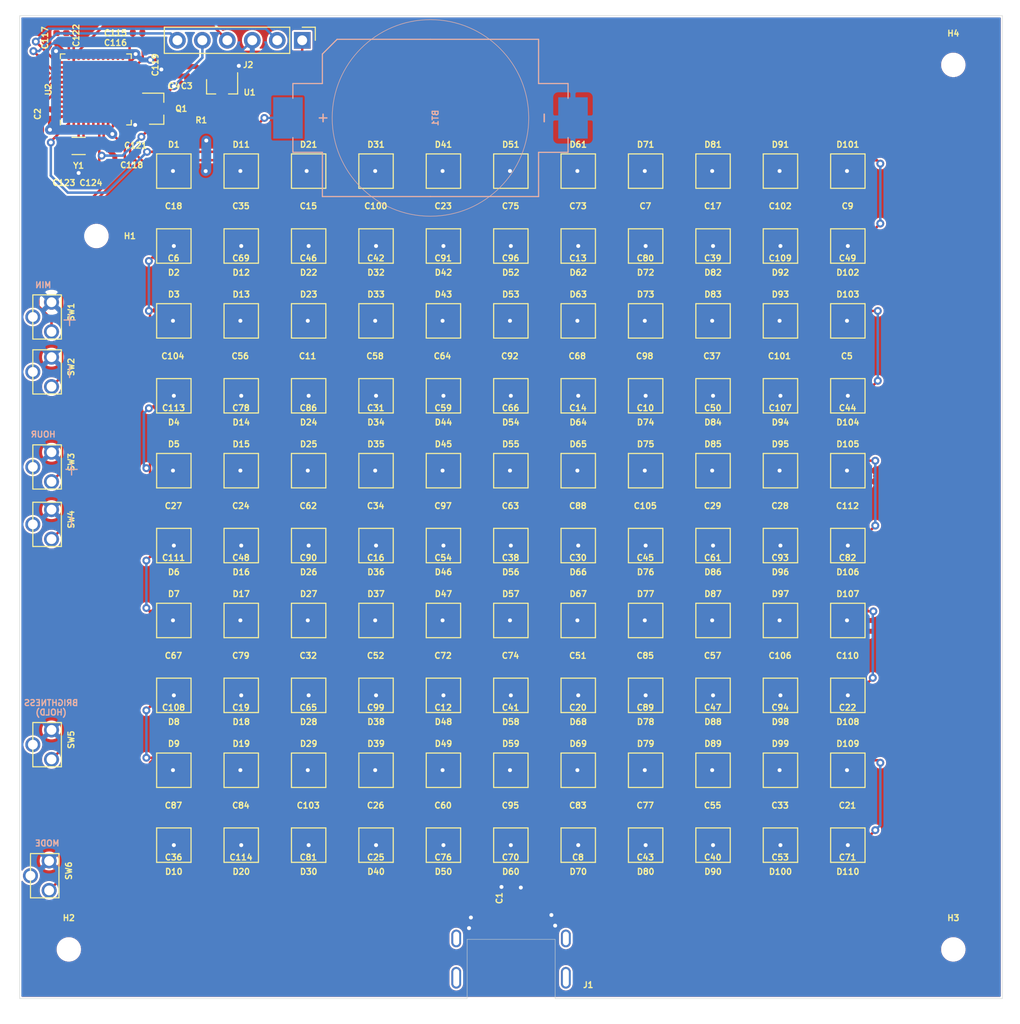
<source format=kicad_pcb>
(kicad_pcb (version 20171130) (host pcbnew "(5.1.5)-2")
  (layers (0 F.Cu signal) (31 B.Cu signal) (34 B.Paste user) (35 F.Paste user) (36 B.SilkS user) (37 F.SilkS user) (38 B.Mask user) (39 F.Mask user) (44 Edge.Cuts user))
  (net 0 "")
  (net 1 GND)
  (net 2 +5V)
  (net 3 +3V3)
  (net 4 /mic/~RST)
  (net 5 /mic/VCAP1)
  (net 6 "Net-(D1-Pad3)")
  (net 7 "Net-(D12-Pad4)")
  (net 8 "Net-(D13-Pad4)")
  (net 9 "Net-(D14-Pad4)")
  (net 10 "Net-(D15-Pad4)")
  (net 11 "Net-(D16-Pad4)")
  (net 12 "Net-(D17-Pad4)")
  (net 13 "Net-(D18-Pad4)")
  (net 14 "Net-(D19-Pad4)")
  (net 15 "Net-(D11-Pad3)")
  (net 16 "Net-(D12-Pad3)")
  (net 17 "Net-(D13-Pad3)")
  (net 18 "Net-(D14-Pad3)")
  (net 19 "Net-(D15-Pad3)")
  (net 20 "Net-(D16-Pad3)")
  (net 21 "Net-(D17-Pad3)")
  (net 22 "Net-(D18-Pad3)")
  (net 23 "Net-(D19-Pad3)")
  (net 24 "Net-(D21-Pad3)")
  (net 25 "Net-(D23-Pad3)")
  (net 26 "Net-(D25-Pad3)")
  (net 27 "Net-(D27-Pad3)")
  (net 28 "Net-(D29-Pad3)")
  (net 29 "Net-(D31-Pad3)")
  (net 30 "Net-(D33-Pad3)")
  (net 31 "Net-(D35-Pad3)")
  (net 32 "Net-(D37-Pad3)")
  (net 33 "Net-(D39-Pad3)")
  (net 34 "Net-(D41-Pad3)")
  (net 35 "Net-(D43-Pad3)")
  (net 36 "Net-(D45-Pad3)")
  (net 37 "Net-(D47-Pad3)")
  (net 38 "Net-(D49-Pad3)")
  (net 39 "Net-(D51-Pad3)")
  (net 40 "Net-(D53-Pad3)")
  (net 41 "Net-(D55-Pad3)")
  (net 42 "Net-(D57-Pad3)")
  (net 43 "Net-(D59-Pad3)")
  (net 44 "Net-(D61-Pad3)")
  (net 45 "Net-(D63-Pad3)")
  (net 46 "Net-(D65-Pad3)")
  (net 47 "Net-(D67-Pad3)")
  (net 48 "Net-(D69-Pad3)")
  (net 49 "Net-(D71-Pad3)")
  (net 50 "Net-(D73-Pad3)")
  (net 51 "Net-(D75-Pad3)")
  (net 52 "Net-(D77-Pad3)")
  (net 53 "Net-(D79-Pad3)")
  (net 54 "Net-(D81-Pad3)")
  (net 55 "Net-(D83-Pad3)")
  (net 56 "Net-(D85-Pad3)")
  (net 57 "Net-(D87-Pad3)")
  (net 58 "Net-(D89-Pad3)")
  (net 59 "Net-(D100-Pad4)")
  (net 60 "Net-(D101-Pad4)")
  (net 61 "Net-(D103-Pad4)")
  (net 62 "Net-(D105-Pad4)")
  (net 63 "Net-(D107-Pad4)")
  (net 64 "Net-(D109-Pad4)")
  (net 65 "Net-(D100-Pad3)")
  (net 66 /mic/SWO)
  (net 67 /mic/SWCLK)
  (net 68 /mic/SWDIO)
  (net 69 /SWITCH0)
  (net 70 /SWITCH1)
  (net 71 /SWITCH2)
  (net 72 /SWITCH3)
  (net 73 /SWITCH4)
  (net 74 /SWITCH5)
  (net 75 +BATT)
  (net 76 "Net-(D101-Pad3)")
  (net 77 "Net-(D102-Pad3)")
  (net 78 "Net-(D103-Pad3)")
  (net 79 "Net-(D104-Pad3)")
  (net 80 "Net-(D105-Pad3)")
  (net 81 "Net-(D106-Pad3)")
  (net 82 "Net-(D107-Pad3)")
  (net 83 "Net-(D108-Pad3)")
  (net 84 "Net-(D10-Pad4)")
  (net 85 "Net-(D2-Pad3)")
  (net 86 "Net-(D4-Pad3)")
  (net 87 "Net-(D6-Pad3)")
  (net 88 "Net-(D8-Pad3)")
  (net 89 "Net-(D20-Pad4)")
  (net 90 "Net-(D22-Pad4)")
  (net 91 "Net-(D24-Pad4)")
  (net 92 "Net-(D26-Pad4)")
  (net 93 "Net-(D28-Pad4)")
  (net 94 "Net-(D30-Pad4)")
  (net 95 "Net-(D32-Pad4)")
  (net 96 "Net-(D34-Pad4)")
  (net 97 "Net-(D36-Pad4)")
  (net 98 "Net-(D38-Pad4)")
  (net 99 "Net-(D40-Pad4)")
  (net 100 "Net-(D42-Pad4)")
  (net 101 "Net-(D44-Pad4)")
  (net 102 "Net-(D46-Pad4)")
  (net 103 "Net-(D48-Pad4)")
  (net 104 "Net-(D50-Pad4)")
  (net 105 "Net-(D52-Pad4)")
  (net 106 "Net-(D54-Pad4)")
  (net 107 "Net-(D56-Pad4)")
  (net 108 "Net-(D58-Pad4)")
  (net 109 "Net-(D60-Pad4)")
  (net 110 "Net-(D62-Pad4)")
  (net 111 "Net-(D64-Pad4)")
  (net 112 "Net-(D66-Pad4)")
  (net 113 "Net-(D68-Pad4)")
  (net 114 "Net-(D70-Pad4)")
  (net 115 "Net-(D72-Pad4)")
  (net 116 "Net-(D74-Pad4)")
  (net 117 "Net-(D76-Pad4)")
  (net 118 "Net-(D78-Pad4)")
  (net 119 "Net-(D80-Pad4)")
  (net 120 "Net-(D82-Pad4)")
  (net 121 "Net-(D84-Pad4)")
  (net 122 "Net-(D86-Pad4)")
  (net 123 "Net-(D88-Pad4)")
  (net 124 "Net-(D109-Pad3)")
  (net 125 /mic/OSC_IN)
  (net 126 /mic/OSC_OUT)
  (net 127 /~LED_DATA_OUT~_5V)
  (net 128 "Net-(J1-PadA6)")
  (net 129 /LED_DATA_OUT_3V3)
  (module william_usb:C168688 (layer F.Cu) (at 50 93.026)
    (fp_text reference J1 (at 7.852 5.588) (layer F.SilkS) (effects (font (size 0.6 0.6) (thickness 0.13))))
    (fp_text value USB_C_Receptacle)
    (pad ~ thru_hole oval (at 5.575 0.86) (size 1 1.8) (drill oval 0.6 1.4) (layers *.Cu *.Mask))
    (pad ~ thru_hole oval (at 5.575 4.86) (size 1 2.2) (drill oval 0.6 1.8) (layers *.Cu *.Mask))
    (pad B1 smd rect (at 3.2 0 180) (size 0.6 1.15) (layers F.Cu F.Paste F.Mask) (net 1 GND))
    (pad B5 smd rect (at 1.75 0 180) (size 0.3 1.15) (layers F.Cu F.Paste F.Mask))
    (pad B4 smd rect (at 2.4 0 180) (size 0.6 1.15) (layers F.Cu F.Paste F.Mask) (net 2 +5V))
    (pad B6 smd rect (at 0.75 0 180) (size 0.3 1.15) (layers F.Cu F.Paste F.Mask))
    (pad A6 smd rect (at 1.25 0 180) (size 0.3 1.15) (layers F.Cu F.Paste F.Mask) (net 128 "Net-(J1-PadA6)"))
    (pad A7 smd rect (at 0.25 0 180) (size 0.3 1.15) (layers F.Cu F.Paste F.Mask))
    (pad A6 smd rect (at -0.25 0) (size 0.3 1.15) (layers F.Cu F.Paste F.Mask) (net 128 "Net-(J1-PadA6)"))
    (pad A5 smd rect (at -1.25 0) (size 0.3 1.15) (layers F.Cu F.Paste F.Mask))
    (pad B7 smd rect (at -0.75 0) (size 0.3 1.15) (layers F.Cu F.Paste F.Mask))
    (pad A4 smd rect (at -2.4 0) (size 0.6 1.15) (layers F.Cu F.Paste F.Mask) (net 2 +5V))
    (pad B8 smd rect (at -1.75 0) (size 0.3 1.15) (layers F.Cu F.Paste F.Mask))
    (pad A1 smd rect (at -3.2 0) (size 0.6 1.15) (layers F.Cu F.Paste F.Mask) (net 1 GND))
    (pad ~ thru_hole oval (at -5.575 4.86) (size 1 2.2) (drill oval 0.6 1.8) (layers *.Cu *.Mask))
    (pad ~ thru_hole oval (at -5.575 0.86) (size 1 1.8) (drill oval 0.6 1.4) (layers *.Cu *.Mask))
  )
  (module Resistor_SMD:R_0402_1005Metric (layer F.Cu) (at 18.482 9.46 180)
    (fp_text reference R1 (at 0 -1.17) (layer F.SilkS) (effects (font (size 0.6 0.6) (thickness 0.13))))
    (fp_text value 10K)
    (pad 2 smd roundrect (at 0.485 0 180) (size 0.59 0.64) (layers F.Cu F.Paste F.Mask) (net 127 /~LED_DATA_OUT~_5V))
    (pad 1 smd roundrect (at -0.485 0 180) (size 0.59 0.64) (layers F.Cu F.Paste F.Mask) (net 2 +5V))
  )
  (module Package_TO_SOT_SMD:SOT-23 (layer F.Cu) (at 13.91 9.46)
    (fp_text reference Q1 (at 2.54 0) (layer F.SilkS) (effects (font (size 0.6 0.6) (thickness 0.13))))
    (fp_text value BSS138)
    (pad 3 smd rect (at 1 0) (size 0.9 0.8) (layers F.Cu F.Paste F.Mask) (net 127 /~LED_DATA_OUT~_5V))
    (pad 2 smd rect (at -1 0.95) (size 0.9 0.8) (layers F.Cu F.Paste F.Mask) (net 1 GND))
    (pad 1 smd rect (at -1 -0.95) (size 0.9 0.8) (layers F.Cu F.Paste F.Mask) (net 129 /LED_DATA_OUT_3V3))
  )
  (module william_batteries:CR2032-BS-6-1 (layer B.Cu) (at 41.8 10.4 270)
    (fp_text reference BT1 (at 0 -0.5 270) (layer B.SilkS) (effects (font (size 0.6 0.6) (thickness 0.13)) (justify mirror)))
    (fp_text value CR2032-BS-6-1)
    (fp_text user - (at 0 -11.5 270) (layer B.SilkS) (effects (justify mirror)))
    (fp_text user + (at 0 11 270) (layer B.SilkS) (effects (justify mirror)))
    (pad 2 smd rect (at 0 -14.5 270) (size 4.2 3) (layers B.Cu B.Paste B.Mask) (net 1 GND))
    (pad 1 smd rect (at 0 14.5 270) (size 4.2 3) (layers B.Cu B.Paste B.Mask) (net 75 +BATT))
  )
  (module Package_TO_SOT_SMD:SOT-23 (layer F.Cu) (at 20.6 7.2 270)
    (fp_text reference U1 (at 0.6 -2.8 180) (layer F.SilkS) (effects (font (size 0.6 0.6) (thickness 0.13))))
    (fp_text value LN6206P332MR-G)
    (pad 3 smd rect (at 1 0 270) (size 0.9 0.8) (layers F.Cu F.Paste F.Mask) (net 2 +5V))
    (pad 2 smd rect (at -1 0.95 270) (size 0.9 0.8) (layers F.Cu F.Paste F.Mask) (net 3 +3V3))
    (pad 1 smd rect (at -1 -0.95 270) (size 0.9 0.8) (layers F.Cu F.Paste F.Mask) (net 1 GND))
  )
  (module MountingHole:MountingHole_2.1mm (layer F.Cu) (at 95 5)
    (fp_text reference H4 (at 0 -3.2) (layer F.SilkS) (effects (font (size 0.6 0.6) (thickness 0.13))))
    (fp_text value MountingHole)
    (pad "" np_thru_hole circle (at 0 0) (size 2.1 2.1) (drill 2.1) (layers *.Cu *.Mask))
  )
  (module MountingHole:MountingHole_2.1mm (layer F.Cu) (at 95 95)
    (fp_text reference H3 (at 0 -3.2) (layer F.SilkS) (effects (font (size 0.6 0.6) (thickness 0.13))))
    (fp_text value MountingHole)
    (pad "" np_thru_hole circle (at 0 0) (size 2.1 2.1) (drill 2.1) (layers *.Cu *.Mask))
  )
  (module MountingHole:MountingHole_2.1mm (layer F.Cu) (at 5 95)
    (fp_text reference H2 (at 0 -3.2) (layer F.SilkS) (effects (font (size 0.6 0.6) (thickness 0.13))))
    (fp_text value MountingHole)
    (pad "" np_thru_hole circle (at 0 0) (size 2.1 2.1) (drill 2.1) (layers *.Cu *.Mask))
  )
  (module MountingHole:MountingHole_2.1mm (layer F.Cu) (at 7.814 22.414)
    (fp_text reference H1 (at 3.4 0) (layer F.SilkS) (effects (font (size 0.6 0.6) (thickness 0.13))))
    (fp_text value MountingHole)
    (pad "" np_thru_hole circle (at 0 0) (size 2.1 2.1) (drill 2.1) (layers *.Cu *.Mask))
  )
  (module Capacitor_SMD:C_0402_1005Metric (layer F.Cu) (at 4.75 2.25 90)
    (fp_text reference C122 (at 0.25 1 90) (layer F.SilkS) (effects (font (size 0.6 0.6) (thickness 0.13))))
    (fp_text value 100N)
    (pad 2 smd roundrect (at 0.485 0 90) (size 0.59 0.64) (layers F.Cu F.Paste F.Mask) (net 1 GND))
    (pad 1 smd roundrect (at -0.485 0 90) (size 0.59 0.64) (layers F.Cu F.Paste F.Mask) (net 3 +3V3))
  )
  (module Capacitor_SMD:C_0402_1005Metric (layer F.Cu) (at 9.6 13.2 180)
    (fp_text reference C121 (at -2.2 0) (layer F.SilkS) (effects (font (size 0.6 0.6) (thickness 0.13))))
    (fp_text value 100N)
    (pad 2 smd roundrect (at 0.485 0 180) (size 0.59 0.64) (layers F.Cu F.Paste F.Mask) (net 1 GND))
    (pad 1 smd roundrect (at -0.485 0 180) (size 0.59 0.64) (layers F.Cu F.Paste F.Mask) (net 3 +3V3))
  )
  (module Capacitor_SMD:C_0402_1005Metric (layer F.Cu) (at 12.8 6 90)
    (fp_text reference C119 (at 1 1 90) (layer F.SilkS) (effects (font (size 0.6 0.6) (thickness 0.13))))
    (fp_text value 2U2)
    (pad 2 smd roundrect (at 0.485 0 90) (size 0.59 0.64) (layers F.Cu F.Paste F.Mask) (net 1 GND))
    (pad 1 smd roundrect (at -0.485 0 90) (size 0.59 0.64) (layers F.Cu F.Paste F.Mask) (net 5 /mic/VCAP1))
  )
  (module Capacitor_SMD:C_0402_1005Metric (layer F.Cu) (at 9.2 15.2)
    (fp_text reference C118 (at 2.2 0) (layer F.SilkS) (effects (font (size 0.6 0.6) (thickness 0.13))))
    (fp_text value 10N)
    (pad 2 smd roundrect (at 0.485 0) (size 0.59 0.64) (layers F.Cu F.Paste F.Mask) (net 1 GND))
    (pad 1 smd roundrect (at -0.485 0) (size 0.59 0.64) (layers F.Cu F.Paste F.Mask) (net 4 /mic/~RST))
  )
  (module Capacitor_SMD:C_0402_1005Metric (layer F.Cu) (at 3.75 2.25 90)
    (fp_text reference C117 (at 0 -1.17 90) (layer F.SilkS) (effects (font (size 0.6 0.6) (thickness 0.13))))
    (fp_text value 100N)
    (pad 2 smd roundrect (at 0.485 0 90) (size 0.59 0.64) (layers F.Cu F.Paste F.Mask) (net 1 GND))
    (pad 1 smd roundrect (at -0.485 0 90) (size 0.59 0.64) (layers F.Cu F.Paste F.Mask) (net 3 +3V3))
  )
  (module Capacitor_SMD:C_0402_1005Metric (layer F.Cu) (at 12 2.75)
    (fp_text reference C116 (at -2.25 0) (layer F.SilkS) (effects (font (size 0.6 0.6) (thickness 0.13))))
    (fp_text value 100N)
    (pad 2 smd roundrect (at 0.485 0) (size 0.59 0.64) (layers F.Cu F.Paste F.Mask) (net 1 GND))
    (pad 1 smd roundrect (at -0.485 0) (size 0.59 0.64) (layers F.Cu F.Paste F.Mask) (net 3 +3V3))
  )
  (module Capacitor_SMD:C_0402_1005Metric (layer F.Cu) (at 12 1.75)
    (fp_text reference C115 (at -2.25 0) (layer F.SilkS) (effects (font (size 0.6 0.6) (thickness 0.13))))
    (fp_text value 4U7)
    (pad 2 smd roundrect (at 0.485 0) (size 0.59 0.64) (layers F.Cu F.Paste F.Mask) (net 1 GND))
    (pad 1 smd roundrect (at -0.485 0) (size 0.59 0.64) (layers F.Cu F.Paste F.Mask) (net 3 +3V3))
  )
  (module Capacitor_SMD:C_0402_1005Metric (layer F.Cu) (at 15.7 5.65 270)
    (fp_text reference C4 (at 1.5 0 180) (layer F.SilkS) (effects (font (size 0.6 0.6) (thickness 0.13))))
    (fp_text value 10U)
    (pad 2 smd roundrect (at 0.485 0 270) (size 0.59 0.64) (layers F.Cu F.Paste F.Mask) (net 1 GND))
    (pad 1 smd roundrect (at -0.485 0 270) (size 0.59 0.64) (layers F.Cu F.Paste F.Mask) (net 3 +3V3))
  )
  (module Capacitor_SMD:C_0402_1005Metric (layer F.Cu) (at 17 5.65 270)
    (fp_text reference C3 (at 1.5 0 180) (layer F.SilkS) (effects (font (size 0.6 0.6) (thickness 0.13))))
    (fp_text value 100N)
    (pad 2 smd roundrect (at 0.485 0 270) (size 0.59 0.64) (layers F.Cu F.Paste F.Mask) (net 1 GND))
    (pad 1 smd roundrect (at -0.485 0 270) (size 0.59 0.64) (layers F.Cu F.Paste F.Mask) (net 3 +3V3))
  )
  (module Capacitor_SMD:C_0402_1005Metric (layer F.Cu) (at 3 10 90)
    (fp_text reference C2 (at 0 -1.17 90) (layer F.SilkS) (effects (font (size 0.6 0.6) (thickness 0.13))))
    (fp_text value 100N)
    (pad 2 smd roundrect (at 0.485 0 90) (size 0.59 0.64) (layers F.Cu F.Paste F.Mask) (net 1 GND))
    (pad 1 smd roundrect (at -0.485 0 90) (size 0.59 0.64) (layers F.Cu F.Paste F.Mask) (net 3 +3V3))
  )
  (module Capacitor_SMD:C_0402_1005Metric (layer F.Cu) (at 49.978 89.7875 90)
    (fp_text reference C1 (at 0 -1.17 90) (layer F.SilkS) (effects (font (size 0.6 0.6) (thickness 0.13))))
    (fp_text value 100N)
    (pad 2 smd roundrect (at 0.485 0 90) (size 0.59 0.64) (layers F.Cu F.Paste F.Mask) (net 1 GND))
    (pad 1 smd roundrect (at -0.485 0 90) (size 0.59 0.64) (layers F.Cu F.Paste F.Mask) (net 2 +5V))
  )
  (module Connector_PinHeader_2.54mm:PinHeader_1x06_P2.54mm_Vertical (layer F.Cu) (at 28.75 2.5 270)
    (fp_text reference J2 (at 2.5 5.5 180) (layer F.SilkS) (effects (font (size 0.6 0.6) (thickness 0.13))))
    (fp_text value SWD)
    (pad 6 thru_hole oval (at 0 12.7 270) (size 1.7 1.7) (drill 1) (layers *.Cu *.Mask) (net 66 /mic/SWO))
    (pad 5 thru_hole oval (at 0 10.16 270) (size 1.7 1.7) (drill 1) (layers *.Cu *.Mask) (net 4 /mic/~RST))
    (pad 4 thru_hole oval (at 0 7.62 270) (size 1.7 1.7) (drill 1) (layers *.Cu *.Mask) (net 68 /mic/SWDIO))
    (pad 3 thru_hole oval (at 0 5.08 270) (size 1.7 1.7) (drill 1) (layers *.Cu *.Mask) (net 1 GND))
    (pad 2 thru_hole oval (at 0 2.54 270) (size 1.7 1.7) (drill 1) (layers *.Cu *.Mask) (net 67 /mic/SWCLK))
    (pad 1 thru_hole rect (at 0 0 270) (size 1.7 1.7) (drill 1) (layers *.Cu *.Mask) (net 3 +3V3))
  )
  (module Crystal:Crystal_SMD_3215-2Pin_3.2x1.5mm (layer F.Cu) (at 6 13.25 180)
    (fp_text reference Y1 (at 0 -2) (layer F.SilkS) (effects (font (size 0.6 0.6) (thickness 0.13))))
    (fp_text value Crystal)
    (pad 2 smd rect (at -1.25 0 180) (size 1 1.8) (layers F.Cu F.Paste F.Mask) (net 126 /mic/OSC_OUT))
    (pad 1 smd rect (at 1.25 0 180) (size 1 1.8) (layers F.Cu F.Paste F.Mask) (net 125 /mic/OSC_IN))
  )
  (module Capacitor_SMD:C_0402_1005Metric (layer F.Cu) (at 7.25 15.5 270)
    (fp_text reference C124 (at 1.5 0 180) (layer F.SilkS) (effects (font (size 0.6 0.6) (thickness 0.13))))
    (fp_text value 21P)
    (pad 2 smd roundrect (at 0.485 0 270) (size 0.59 0.64) (layers F.Cu F.Paste F.Mask) (net 1 GND))
    (pad 1 smd roundrect (at -0.485 0 270) (size 0.59 0.64) (layers F.Cu F.Paste F.Mask) (net 126 /mic/OSC_OUT))
  )
  (module Capacitor_SMD:C_0402_1005Metric (layer F.Cu) (at 4.75 15.5 270)
    (fp_text reference C123 (at 1.5 0.25 180) (layer F.SilkS) (effects (font (size 0.6 0.6) (thickness 0.13))))
    (fp_text value 21P)
    (pad 2 smd roundrect (at 0.485 0 270) (size 0.59 0.64) (layers F.Cu F.Paste F.Mask) (net 1 GND))
    (pad 1 smd roundrect (at -0.485 0 270) (size 0.59 0.64) (layers F.Cu F.Paste F.Mask) (net 125 /mic/OSC_IN))
  )
  (module Capacitor_SMD:C_0402_1005Metric (layer F.Cu) (at 22.5206 86.803)
    (fp_text reference C114 (at 0 -1.17) (layer F.SilkS) (effects (font (size 0.6 0.6) (thickness 0.13))))
    (fp_text value 100N)
    (pad 2 smd roundrect (at 0.485 0) (size 0.59 0.64) (layers F.Cu F.Paste F.Mask) (net 1 GND))
    (pad 1 smd roundrect (at -0.485 0) (size 0.59 0.64) (layers F.Cu F.Paste F.Mask) (net 2 +5V))
  )
  (module Capacitor_SMD:C_0402_1005Metric (layer F.Cu) (at 15.6626 41.083)
    (fp_text reference C113 (at 0 -1.17) (layer F.SilkS) (effects (font (size 0.6 0.6) (thickness 0.13))))
    (fp_text value 100N)
    (pad 2 smd roundrect (at 0.485 0) (size 0.59 0.64) (layers F.Cu F.Paste F.Mask) (net 1 GND))
    (pad 1 smd roundrect (at -0.485 0) (size 0.59 0.64) (layers F.Cu F.Paste F.Mask) (net 2 +5V))
  )
  (module Capacitor_SMD:C_0402_1005Metric (layer F.Cu) (at 84.2299 48.703 180)
    (fp_text reference C112 (at 0 -1.17) (layer F.SilkS) (effects (font (size 0.6 0.6) (thickness 0.13))))
    (fp_text value 100N)
    (pad 2 smd roundrect (at 0.485 0 180) (size 0.59 0.64) (layers F.Cu F.Paste F.Mask) (net 1 GND))
    (pad 1 smd roundrect (at -0.485 0 180) (size 0.59 0.64) (layers F.Cu F.Paste F.Mask) (net 2 +5V))
  )
  (module Capacitor_SMD:C_0402_1005Metric (layer F.Cu) (at 15.6626 56.323)
    (fp_text reference C111 (at 0 -1.17) (layer F.SilkS) (effects (font (size 0.6 0.6) (thickness 0.13))))
    (fp_text value 100N)
    (pad 2 smd roundrect (at 0.485 0) (size 0.59 0.64) (layers F.Cu F.Paste F.Mask) (net 1 GND))
    (pad 1 smd roundrect (at -0.485 0) (size 0.59 0.64) (layers F.Cu F.Paste F.Mask) (net 2 +5V))
  )
  (module Capacitor_SMD:C_0402_1005Metric (layer F.Cu) (at 84.2299 63.943 180)
    (fp_text reference C110 (at 0 -1.17) (layer F.SilkS) (effects (font (size 0.6 0.6) (thickness 0.13))))
    (fp_text value 100N)
    (pad 2 smd roundrect (at 0.485 0 180) (size 0.59 0.64) (layers F.Cu F.Paste F.Mask) (net 1 GND))
    (pad 1 smd roundrect (at -0.485 0 180) (size 0.59 0.64) (layers F.Cu F.Paste F.Mask) (net 2 +5V))
  )
  (module Capacitor_SMD:C_0402_1005Metric (layer F.Cu) (at 77.3846 25.843)
    (fp_text reference C109 (at 0 -1.17) (layer F.SilkS) (effects (font (size 0.6 0.6) (thickness 0.13))))
    (fp_text value 100N)
    (pad 2 smd roundrect (at 0.485 0) (size 0.59 0.64) (layers F.Cu F.Paste F.Mask) (net 1 GND))
    (pad 1 smd roundrect (at -0.485 0) (size 0.59 0.64) (layers F.Cu F.Paste F.Mask) (net 2 +5V))
  )
  (module Capacitor_SMD:C_0402_1005Metric (layer F.Cu) (at 15.6626 71.563)
    (fp_text reference C108 (at 0 -1.17) (layer F.SilkS) (effects (font (size 0.6 0.6) (thickness 0.13))))
    (fp_text value 100N)
    (pad 2 smd roundrect (at 0.485 0) (size 0.59 0.64) (layers F.Cu F.Paste F.Mask) (net 1 GND))
    (pad 1 smd roundrect (at -0.485 0) (size 0.59 0.64) (layers F.Cu F.Paste F.Mask) (net 2 +5V))
  )
  (module Capacitor_SMD:C_0402_1005Metric (layer F.Cu) (at 77.3846 41.083)
    (fp_text reference C107 (at 0 -1.17) (layer F.SilkS) (effects (font (size 0.6 0.6) (thickness 0.13))))
    (fp_text value 100N)
    (pad 2 smd roundrect (at 0.485 0) (size 0.59 0.64) (layers F.Cu F.Paste F.Mask) (net 1 GND))
    (pad 1 smd roundrect (at -0.485 0) (size 0.59 0.64) (layers F.Cu F.Paste F.Mask) (net 2 +5V))
  )
  (module Capacitor_SMD:C_0402_1005Metric (layer F.Cu) (at 77.3719 63.943 180)
    (fp_text reference C106 (at 0 -1.17) (layer F.SilkS) (effects (font (size 0.6 0.6) (thickness 0.13))))
    (fp_text value 100N)
    (pad 2 smd roundrect (at 0.485 0 180) (size 0.59 0.64) (layers F.Cu F.Paste F.Mask) (net 1 GND))
    (pad 1 smd roundrect (at -0.485 0 180) (size 0.59 0.64) (layers F.Cu F.Paste F.Mask) (net 2 +5V))
  )
  (module Capacitor_SMD:C_0402_1005Metric (layer F.Cu) (at 63.6559 48.703 180)
    (fp_text reference C105 (at 0 -1.17) (layer F.SilkS) (effects (font (size 0.6 0.6) (thickness 0.13))))
    (fp_text value 100N)
    (pad 2 smd roundrect (at 0.485 0 180) (size 0.59 0.64) (layers F.Cu F.Paste F.Mask) (net 1 GND))
    (pad 1 smd roundrect (at -0.485 0 180) (size 0.59 0.64) (layers F.Cu F.Paste F.Mask) (net 2 +5V))
  )
  (module Capacitor_SMD:C_0402_1005Metric (layer F.Cu) (at 15.5864 33.463 180)
    (fp_text reference C104 (at 0 -1.17) (layer F.SilkS) (effects (font (size 0.6 0.6) (thickness 0.13))))
    (fp_text value 100N)
    (pad 2 smd roundrect (at 0.485 0 180) (size 0.59 0.64) (layers F.Cu F.Paste F.Mask) (net 1 GND))
    (pad 1 smd roundrect (at -0.485 0 180) (size 0.59 0.64) (layers F.Cu F.Paste F.Mask) (net 2 +5V))
  )
  (module Capacitor_SMD:C_0402_1005Metric (layer F.Cu) (at 29.3659 79.183 180)
    (fp_text reference C103 (at 0 -1.17) (layer F.SilkS) (effects (font (size 0.6 0.6) (thickness 0.13))))
    (fp_text value 100N)
    (pad 2 smd roundrect (at 0.485 0 180) (size 0.59 0.64) (layers F.Cu F.Paste F.Mask) (net 1 GND))
    (pad 1 smd roundrect (at -0.485 0 180) (size 0.59 0.64) (layers F.Cu F.Paste F.Mask) (net 2 +5V))
  )
  (module Capacitor_SMD:C_0402_1005Metric (layer F.Cu) (at 77.3846 18.1976 180)
    (fp_text reference C102 (at 0 -1.17) (layer F.SilkS) (effects (font (size 0.6 0.6) (thickness 0.13))))
    (fp_text value 100N)
    (pad 2 smd roundrect (at 0.485 0 180) (size 0.59 0.64) (layers F.Cu F.Paste F.Mask) (net 1 GND))
    (pad 1 smd roundrect (at -0.485 0 180) (size 0.59 0.64) (layers F.Cu F.Paste F.Mask) (net 2 +5V))
  )
  (module Capacitor_SMD:C_0402_1005Metric (layer F.Cu) (at 77.3084 33.463 180)
    (fp_text reference C101 (at 0 -1.17) (layer F.SilkS) (effects (font (size 0.6 0.6) (thickness 0.13))))
    (fp_text value 100N)
    (pad 2 smd roundrect (at 0.485 0 180) (size 0.59 0.64) (layers F.Cu F.Paste F.Mask) (net 1 GND))
    (pad 1 smd roundrect (at -0.485 0 180) (size 0.59 0.64) (layers F.Cu F.Paste F.Mask) (net 2 +5V))
  )
  (module Capacitor_SMD:C_0402_1005Metric (layer F.Cu) (at 36.2366 18.1976 180)
    (fp_text reference C100 (at 0 -1.17) (layer F.SilkS) (effects (font (size 0.6 0.6) (thickness 0.13))))
    (fp_text value 100N)
    (pad 2 smd roundrect (at 0.485 0 180) (size 0.59 0.64) (layers F.Cu F.Paste F.Mask) (net 1 GND))
    (pad 1 smd roundrect (at -0.485 0 180) (size 0.59 0.64) (layers F.Cu F.Paste F.Mask) (net 2 +5V))
  )
  (module Capacitor_SMD:C_0402_1005Metric (layer F.Cu) (at 36.2366 71.563)
    (fp_text reference C99 (at 0 -1.17) (layer F.SilkS) (effects (font (size 0.6 0.6) (thickness 0.13))))
    (fp_text value 100N)
    (pad 2 smd roundrect (at 0.485 0) (size 0.59 0.64) (layers F.Cu F.Paste F.Mask) (net 1 GND))
    (pad 1 smd roundrect (at -0.485 0) (size 0.59 0.64) (layers F.Cu F.Paste F.Mask) (net 2 +5V))
  )
  (module Capacitor_SMD:C_0402_1005Metric (layer F.Cu) (at 63.5924 33.463 180)
    (fp_text reference C98 (at 0 -1.17) (layer F.SilkS) (effects (font (size 0.6 0.6) (thickness 0.13))))
    (fp_text value 100N)
    (pad 2 smd roundrect (at 0.485 0 180) (size 0.59 0.64) (layers F.Cu F.Paste F.Mask) (net 1 GND))
    (pad 1 smd roundrect (at -0.485 0 180) (size 0.59 0.64) (layers F.Cu F.Paste F.Mask) (net 2 +5V))
  )
  (module Capacitor_SMD:C_0402_1005Metric (layer F.Cu) (at 43.0819 48.703 180)
    (fp_text reference C97 (at 0 -1.17) (layer F.SilkS) (effects (font (size 0.6 0.6) (thickness 0.13))))
    (fp_text value 100N)
    (pad 2 smd roundrect (at 0.485 0 180) (size 0.59 0.64) (layers F.Cu F.Paste F.Mask) (net 1 GND))
    (pad 1 smd roundrect (at -0.485 0 180) (size 0.59 0.64) (layers F.Cu F.Paste F.Mask) (net 2 +5V))
  )
  (module Capacitor_SMD:C_0402_1005Metric (layer F.Cu) (at 49.9526 25.843)
    (fp_text reference C96 (at 0 -1.17) (layer F.SilkS) (effects (font (size 0.6 0.6) (thickness 0.13))))
    (fp_text value 100N)
    (pad 2 smd roundrect (at 0.485 0) (size 0.59 0.64) (layers F.Cu F.Paste F.Mask) (net 1 GND))
    (pad 1 smd roundrect (at -0.485 0) (size 0.59 0.64) (layers F.Cu F.Paste F.Mask) (net 2 +5V))
  )
  (module Capacitor_SMD:C_0402_1005Metric (layer F.Cu) (at 49.9399 79.183 180)
    (fp_text reference C95 (at 0 -1.17) (layer F.SilkS) (effects (font (size 0.6 0.6) (thickness 0.13))))
    (fp_text value 100N)
    (pad 2 smd roundrect (at 0.485 0 180) (size 0.59 0.64) (layers F.Cu F.Paste F.Mask) (net 1 GND))
    (pad 1 smd roundrect (at -0.485 0 180) (size 0.59 0.64) (layers F.Cu F.Paste F.Mask) (net 2 +5V))
  )
  (module Capacitor_SMD:C_0402_1005Metric (layer F.Cu) (at 77.3846 71.563)
    (fp_text reference C94 (at 0 -1.17) (layer F.SilkS) (effects (font (size 0.6 0.6) (thickness 0.13))))
    (fp_text value 100N)
    (pad 2 smd roundrect (at 0.485 0) (size 0.59 0.64) (layers F.Cu F.Paste F.Mask) (net 1 GND))
    (pad 1 smd roundrect (at -0.485 0) (size 0.59 0.64) (layers F.Cu F.Paste F.Mask) (net 2 +5V))
  )
  (module Capacitor_SMD:C_0402_1005Metric (layer F.Cu) (at 77.3846 56.323)
    (fp_text reference C93 (at 0 -1.17) (layer F.SilkS) (effects (font (size 0.6 0.6) (thickness 0.13))))
    (fp_text value 100N)
    (pad 2 smd roundrect (at 0.485 0) (size 0.59 0.64) (layers F.Cu F.Paste F.Mask) (net 1 GND))
    (pad 1 smd roundrect (at -0.485 0) (size 0.59 0.64) (layers F.Cu F.Paste F.Mask) (net 2 +5V))
  )
  (module Capacitor_SMD:C_0402_1005Metric (layer F.Cu) (at 49.8764 33.463 180)
    (fp_text reference C92 (at 0 -1.17) (layer F.SilkS) (effects (font (size 0.6 0.6) (thickness 0.13))))
    (fp_text value 100N)
    (pad 2 smd roundrect (at 0.485 0 180) (size 0.59 0.64) (layers F.Cu F.Paste F.Mask) (net 1 GND))
    (pad 1 smd roundrect (at -0.485 0 180) (size 0.59 0.64) (layers F.Cu F.Paste F.Mask) (net 2 +5V))
  )
  (module Capacitor_SMD:C_0402_1005Metric (layer F.Cu) (at 43.0946 25.843)
    (fp_text reference C91 (at 0 -1.17) (layer F.SilkS) (effects (font (size 0.6 0.6) (thickness 0.13))))
    (fp_text value 100N)
    (pad 2 smd roundrect (at 0.485 0) (size 0.59 0.64) (layers F.Cu F.Paste F.Mask) (net 1 GND))
    (pad 1 smd roundrect (at -0.485 0) (size 0.59 0.64) (layers F.Cu F.Paste F.Mask) (net 2 +5V))
  )
  (module Capacitor_SMD:C_0402_1005Metric (layer F.Cu) (at 29.3786 56.323)
    (fp_text reference C90 (at 0 -1.17) (layer F.SilkS) (effects (font (size 0.6 0.6) (thickness 0.13))))
    (fp_text value 100N)
    (pad 2 smd roundrect (at 0.485 0) (size 0.59 0.64) (layers F.Cu F.Paste F.Mask) (net 1 GND))
    (pad 1 smd roundrect (at -0.485 0) (size 0.59 0.64) (layers F.Cu F.Paste F.Mask) (net 2 +5V))
  )
  (module Capacitor_SMD:C_0402_1005Metric (layer F.Cu) (at 63.6686 71.563)
    (fp_text reference C89 (at 0 -1.17) (layer F.SilkS) (effects (font (size 0.6 0.6) (thickness 0.13))))
    (fp_text value 100N)
    (pad 2 smd roundrect (at 0.485 0) (size 0.59 0.64) (layers F.Cu F.Paste F.Mask) (net 1 GND))
    (pad 1 smd roundrect (at -0.485 0) (size 0.59 0.64) (layers F.Cu F.Paste F.Mask) (net 2 +5V))
  )
  (module Capacitor_SMD:C_0402_1005Metric (layer F.Cu) (at 56.7979 48.703 180)
    (fp_text reference C88 (at 0 -1.17) (layer F.SilkS) (effects (font (size 0.6 0.6) (thickness 0.13))))
    (fp_text value 100N)
    (pad 2 smd roundrect (at 0.485 0 180) (size 0.59 0.64) (layers F.Cu F.Paste F.Mask) (net 1 GND))
    (pad 1 smd roundrect (at -0.485 0 180) (size 0.59 0.64) (layers F.Cu F.Paste F.Mask) (net 2 +5V))
  )
  (module Capacitor_SMD:C_0402_1005Metric (layer F.Cu) (at 15.6499 79.183 180)
    (fp_text reference C87 (at 0 -1.17) (layer F.SilkS) (effects (font (size 0.6 0.6) (thickness 0.13))))
    (fp_text value 100N)
    (pad 2 smd roundrect (at 0.485 0 180) (size 0.59 0.64) (layers F.Cu F.Paste F.Mask) (net 1 GND))
    (pad 1 smd roundrect (at -0.485 0 180) (size 0.59 0.64) (layers F.Cu F.Paste F.Mask) (net 2 +5V))
  )
  (module Capacitor_SMD:C_0402_1005Metric (layer F.Cu) (at 29.3786 41.083)
    (fp_text reference C86 (at 0 -1.17) (layer F.SilkS) (effects (font (size 0.6 0.6) (thickness 0.13))))
    (fp_text value 100N)
    (pad 2 smd roundrect (at 0.485 0) (size 0.59 0.64) (layers F.Cu F.Paste F.Mask) (net 1 GND))
    (pad 1 smd roundrect (at -0.485 0) (size 0.59 0.64) (layers F.Cu F.Paste F.Mask) (net 2 +5V))
  )
  (module Capacitor_SMD:C_0402_1005Metric (layer F.Cu) (at 63.6559 63.943 180)
    (fp_text reference C85 (at 0 -1.17) (layer F.SilkS) (effects (font (size 0.6 0.6) (thickness 0.13))))
    (fp_text value 100N)
    (pad 2 smd roundrect (at 0.485 0 180) (size 0.59 0.64) (layers F.Cu F.Paste F.Mask) (net 1 GND))
    (pad 1 smd roundrect (at -0.485 0 180) (size 0.59 0.64) (layers F.Cu F.Paste F.Mask) (net 2 +5V))
  )
  (module Capacitor_SMD:C_0402_1005Metric (layer F.Cu) (at 22.5079 79.183 180)
    (fp_text reference C84 (at 0 -1.17) (layer F.SilkS) (effects (font (size 0.6 0.6) (thickness 0.13))))
    (fp_text value 100N)
    (pad 2 smd roundrect (at 0.485 0 180) (size 0.59 0.64) (layers F.Cu F.Paste F.Mask) (net 1 GND))
    (pad 1 smd roundrect (at -0.485 0 180) (size 0.59 0.64) (layers F.Cu F.Paste F.Mask) (net 2 +5V))
  )
  (module Capacitor_SMD:C_0402_1005Metric (layer F.Cu) (at 56.7979 79.183 180)
    (fp_text reference C83 (at 0 -1.17) (layer F.SilkS) (effects (font (size 0.6 0.6) (thickness 0.13))))
    (fp_text value 100N)
    (pad 2 smd roundrect (at 0.485 0 180) (size 0.59 0.64) (layers F.Cu F.Paste F.Mask) (net 1 GND))
    (pad 1 smd roundrect (at -0.485 0 180) (size 0.59 0.64) (layers F.Cu F.Paste F.Mask) (net 2 +5V))
  )
  (module Capacitor_SMD:C_0402_1005Metric (layer F.Cu) (at 84.2426 56.323)
    (fp_text reference C82 (at 0 -1.17) (layer F.SilkS) (effects (font (size 0.6 0.6) (thickness 0.13))))
    (fp_text value 100N)
    (pad 2 smd roundrect (at 0.485 0) (size 0.59 0.64) (layers F.Cu F.Paste F.Mask) (net 1 GND))
    (pad 1 smd roundrect (at -0.485 0) (size 0.59 0.64) (layers F.Cu F.Paste F.Mask) (net 2 +5V))
  )
  (module Capacitor_SMD:C_0402_1005Metric (layer F.Cu) (at 29.3786 86.803)
    (fp_text reference C81 (at 0 -1.17) (layer F.SilkS) (effects (font (size 0.6 0.6) (thickness 0.13))))
    (fp_text value 100N)
    (pad 2 smd roundrect (at 0.485 0) (size 0.59 0.64) (layers F.Cu F.Paste F.Mask) (net 1 GND))
    (pad 1 smd roundrect (at -0.485 0) (size 0.59 0.64) (layers F.Cu F.Paste F.Mask) (net 2 +5V))
  )
  (module Capacitor_SMD:C_0402_1005Metric (layer F.Cu) (at 63.6686 25.843)
    (fp_text reference C80 (at 0 -1.17) (layer F.SilkS) (effects (font (size 0.6 0.6) (thickness 0.13))))
    (fp_text value 100N)
    (pad 2 smd roundrect (at 0.485 0) (size 0.59 0.64) (layers F.Cu F.Paste F.Mask) (net 1 GND))
    (pad 1 smd roundrect (at -0.485 0) (size 0.59 0.64) (layers F.Cu F.Paste F.Mask) (net 2 +5V))
  )
  (module Capacitor_SMD:C_0402_1005Metric (layer F.Cu) (at 22.5079 63.943 180)
    (fp_text reference C79 (at 0 -1.17) (layer F.SilkS) (effects (font (size 0.6 0.6) (thickness 0.13))))
    (fp_text value 100N)
    (pad 2 smd roundrect (at 0.485 0 180) (size 0.59 0.64) (layers F.Cu F.Paste F.Mask) (net 1 GND))
    (pad 1 smd roundrect (at -0.485 0 180) (size 0.59 0.64) (layers F.Cu F.Paste F.Mask) (net 2 +5V))
  )
  (module Capacitor_SMD:C_0402_1005Metric (layer F.Cu) (at 22.5206 41.083)
    (fp_text reference C78 (at 0 -1.17) (layer F.SilkS) (effects (font (size 0.6 0.6) (thickness 0.13))))
    (fp_text value 100N)
    (pad 2 smd roundrect (at 0.485 0) (size 0.59 0.64) (layers F.Cu F.Paste F.Mask) (net 1 GND))
    (pad 1 smd roundrect (at -0.485 0) (size 0.59 0.64) (layers F.Cu F.Paste F.Mask) (net 2 +5V))
  )
  (module Capacitor_SMD:C_0402_1005Metric (layer F.Cu) (at 63.6559 79.183 180)
    (fp_text reference C77 (at 0 -1.17) (layer F.SilkS) (effects (font (size 0.6 0.6) (thickness 0.13))))
    (fp_text value 100N)
    (pad 2 smd roundrect (at 0.485 0 180) (size 0.59 0.64) (layers F.Cu F.Paste F.Mask) (net 1 GND))
    (pad 1 smd roundrect (at -0.485 0 180) (size 0.59 0.64) (layers F.Cu F.Paste F.Mask) (net 2 +5V))
  )
  (module Capacitor_SMD:C_0402_1005Metric (layer F.Cu) (at 43.0946 86.803)
    (fp_text reference C76 (at 0 -1.17) (layer F.SilkS) (effects (font (size 0.6 0.6) (thickness 0.13))))
    (fp_text value 100N)
    (pad 2 smd roundrect (at 0.485 0) (size 0.59 0.64) (layers F.Cu F.Paste F.Mask) (net 1 GND))
    (pad 1 smd roundrect (at -0.485 0) (size 0.59 0.64) (layers F.Cu F.Paste F.Mask) (net 2 +5V))
  )
  (module Capacitor_SMD:C_0402_1005Metric (layer F.Cu) (at 49.9526 18.1976 180)
    (fp_text reference C75 (at 0 -1.17) (layer F.SilkS) (effects (font (size 0.6 0.6) (thickness 0.13))))
    (fp_text value 100N)
    (pad 2 smd roundrect (at 0.485 0 180) (size 0.59 0.64) (layers F.Cu F.Paste F.Mask) (net 1 GND))
    (pad 1 smd roundrect (at -0.485 0 180) (size 0.59 0.64) (layers F.Cu F.Paste F.Mask) (net 2 +5V))
  )
  (module Capacitor_SMD:C_0402_1005Metric (layer F.Cu) (at 49.9399 63.943 180)
    (fp_text reference C74 (at 0 -1.17) (layer F.SilkS) (effects (font (size 0.6 0.6) (thickness 0.13))))
    (fp_text value 100N)
    (pad 2 smd roundrect (at 0.485 0 180) (size 0.59 0.64) (layers F.Cu F.Paste F.Mask) (net 1 GND))
    (pad 1 smd roundrect (at -0.485 0 180) (size 0.59 0.64) (layers F.Cu F.Paste F.Mask) (net 2 +5V))
  )
  (module Capacitor_SMD:C_0402_1005Metric (layer F.Cu) (at 56.8106 18.1976 180)
    (fp_text reference C73 (at 0 -1.17) (layer F.SilkS) (effects (font (size 0.6 0.6) (thickness 0.13))))
    (fp_text value 100N)
    (pad 2 smd roundrect (at 0.485 0 180) (size 0.59 0.64) (layers F.Cu F.Paste F.Mask) (net 1 GND))
    (pad 1 smd roundrect (at -0.485 0 180) (size 0.59 0.64) (layers F.Cu F.Paste F.Mask) (net 2 +5V))
  )
  (module Capacitor_SMD:C_0402_1005Metric (layer F.Cu) (at 43.0819 63.943 180)
    (fp_text reference C72 (at 0 -1.17) (layer F.SilkS) (effects (font (size 0.6 0.6) (thickness 0.13))))
    (fp_text value 100N)
    (pad 2 smd roundrect (at 0.485 0 180) (size 0.59 0.64) (layers F.Cu F.Paste F.Mask) (net 1 GND))
    (pad 1 smd roundrect (at -0.485 0 180) (size 0.59 0.64) (layers F.Cu F.Paste F.Mask) (net 2 +5V))
  )
  (module Capacitor_SMD:C_0402_1005Metric (layer F.Cu) (at 84.2426 86.803)
    (fp_text reference C71 (at 0 -1.17) (layer F.SilkS) (effects (font (size 0.6 0.6) (thickness 0.13))))
    (fp_text value 100N)
    (pad 2 smd roundrect (at 0.485 0) (size 0.59 0.64) (layers F.Cu F.Paste F.Mask) (net 1 GND))
    (pad 1 smd roundrect (at -0.485 0) (size 0.59 0.64) (layers F.Cu F.Paste F.Mask) (net 2 +5V))
  )
  (module Capacitor_SMD:C_0402_1005Metric (layer F.Cu) (at 49.9526 86.803)
    (fp_text reference C70 (at 0 -1.17) (layer F.SilkS) (effects (font (size 0.6 0.6) (thickness 0.13))))
    (fp_text value 100N)
    (pad 2 smd roundrect (at 0.485 0) (size 0.59 0.64) (layers F.Cu F.Paste F.Mask) (net 1 GND))
    (pad 1 smd roundrect (at -0.485 0) (size 0.59 0.64) (layers F.Cu F.Paste F.Mask) (net 2 +5V))
  )
  (module Capacitor_SMD:C_0402_1005Metric (layer F.Cu) (at 22.5206 25.843)
    (fp_text reference C69 (at 0 -1.17) (layer F.SilkS) (effects (font (size 0.6 0.6) (thickness 0.13))))
    (fp_text value 100N)
    (pad 2 smd roundrect (at 0.485 0) (size 0.59 0.64) (layers F.Cu F.Paste F.Mask) (net 1 GND))
    (pad 1 smd roundrect (at -0.485 0) (size 0.59 0.64) (layers F.Cu F.Paste F.Mask) (net 2 +5V))
  )
  (module Capacitor_SMD:C_0402_1005Metric (layer F.Cu) (at 56.7344 33.463 180)
    (fp_text reference C68 (at 0 -1.17) (layer F.SilkS) (effects (font (size 0.6 0.6) (thickness 0.13))))
    (fp_text value 100N)
    (pad 2 smd roundrect (at 0.485 0 180) (size 0.59 0.64) (layers F.Cu F.Paste F.Mask) (net 1 GND))
    (pad 1 smd roundrect (at -0.485 0 180) (size 0.59 0.64) (layers F.Cu F.Paste F.Mask) (net 2 +5V))
  )
  (module Capacitor_SMD:C_0402_1005Metric (layer F.Cu) (at 15.6499 63.943 180)
    (fp_text reference C67 (at 0 -1.17) (layer F.SilkS) (effects (font (size 0.6 0.6) (thickness 0.13))))
    (fp_text value 100N)
    (pad 2 smd roundrect (at 0.485 0 180) (size 0.59 0.64) (layers F.Cu F.Paste F.Mask) (net 1 GND))
    (pad 1 smd roundrect (at -0.485 0 180) (size 0.59 0.64) (layers F.Cu F.Paste F.Mask) (net 2 +5V))
  )
  (module Capacitor_SMD:C_0402_1005Metric (layer F.Cu) (at 49.9526 41.083)
    (fp_text reference C66 (at 0 -1.17) (layer F.SilkS) (effects (font (size 0.6 0.6) (thickness 0.13))))
    (fp_text value 100N)
    (pad 2 smd roundrect (at 0.485 0) (size 0.59 0.64) (layers F.Cu F.Paste F.Mask) (net 1 GND))
    (pad 1 smd roundrect (at -0.485 0) (size 0.59 0.64) (layers F.Cu F.Paste F.Mask) (net 2 +5V))
  )
  (module Capacitor_SMD:C_0402_1005Metric (layer F.Cu) (at 29.3786 71.563)
    (fp_text reference C65 (at 0 -1.17) (layer F.SilkS) (effects (font (size 0.6 0.6) (thickness 0.13))))
    (fp_text value 100N)
    (pad 2 smd roundrect (at 0.485 0) (size 0.59 0.64) (layers F.Cu F.Paste F.Mask) (net 1 GND))
    (pad 1 smd roundrect (at -0.485 0) (size 0.59 0.64) (layers F.Cu F.Paste F.Mask) (net 2 +5V))
  )
  (module Capacitor_SMD:C_0402_1005Metric (layer F.Cu) (at 43.0184 33.463 180)
    (fp_text reference C64 (at 0 -1.17) (layer F.SilkS) (effects (font (size 0.6 0.6) (thickness 0.13))))
    (fp_text value 100N)
    (pad 2 smd roundrect (at 0.485 0 180) (size 0.59 0.64) (layers F.Cu F.Paste F.Mask) (net 1 GND))
    (pad 1 smd roundrect (at -0.485 0 180) (size 0.59 0.64) (layers F.Cu F.Paste F.Mask) (net 2 +5V))
  )
  (module Capacitor_SMD:C_0402_1005Metric (layer F.Cu) (at 49.9399 48.703 180)
    (fp_text reference C63 (at 0 -1.17) (layer F.SilkS) (effects (font (size 0.6 0.6) (thickness 0.13))))
    (fp_text value 100N)
    (pad 2 smd roundrect (at 0.485 0 180) (size 0.59 0.64) (layers F.Cu F.Paste F.Mask) (net 1 GND))
    (pad 1 smd roundrect (at -0.485 0 180) (size 0.59 0.64) (layers F.Cu F.Paste F.Mask) (net 2 +5V))
  )
  (module Capacitor_SMD:C_0402_1005Metric (layer F.Cu) (at 29.3659 48.703 180)
    (fp_text reference C62 (at 0 -1.17) (layer F.SilkS) (effects (font (size 0.6 0.6) (thickness 0.13))))
    (fp_text value 100N)
    (pad 2 smd roundrect (at 0.485 0 180) (size 0.59 0.64) (layers F.Cu F.Paste F.Mask) (net 1 GND))
    (pad 1 smd roundrect (at -0.485 0 180) (size 0.59 0.64) (layers F.Cu F.Paste F.Mask) (net 2 +5V))
  )
  (module Capacitor_SMD:C_0402_1005Metric (layer F.Cu) (at 70.5266 56.323)
    (fp_text reference C61 (at 0 -1.17) (layer F.SilkS) (effects (font (size 0.6 0.6) (thickness 0.13))))
    (fp_text value 100N)
    (pad 2 smd roundrect (at 0.485 0) (size 0.59 0.64) (layers F.Cu F.Paste F.Mask) (net 1 GND))
    (pad 1 smd roundrect (at -0.485 0) (size 0.59 0.64) (layers F.Cu F.Paste F.Mask) (net 2 +5V))
  )
  (module Capacitor_SMD:C_0402_1005Metric (layer F.Cu) (at 43.0819 79.183 180)
    (fp_text reference C60 (at 0 -1.17) (layer F.SilkS) (effects (font (size 0.6 0.6) (thickness 0.13))))
    (fp_text value 100N)
    (pad 2 smd roundrect (at 0.485 0 180) (size 0.59 0.64) (layers F.Cu F.Paste F.Mask) (net 1 GND))
    (pad 1 smd roundrect (at -0.485 0 180) (size 0.59 0.64) (layers F.Cu F.Paste F.Mask) (net 2 +5V))
  )
  (module Capacitor_SMD:C_0402_1005Metric (layer F.Cu) (at 43.0946 41.083)
    (fp_text reference C59 (at 0 -1.17) (layer F.SilkS) (effects (font (size 0.6 0.6) (thickness 0.13))))
    (fp_text value 100N)
    (pad 2 smd roundrect (at 0.485 0) (size 0.59 0.64) (layers F.Cu F.Paste F.Mask) (net 1 GND))
    (pad 1 smd roundrect (at -0.485 0) (size 0.59 0.64) (layers F.Cu F.Paste F.Mask) (net 2 +5V))
  )
  (module Capacitor_SMD:C_0402_1005Metric (layer F.Cu) (at 36.1604 33.463 180)
    (fp_text reference C58 (at 0 -1.17) (layer F.SilkS) (effects (font (size 0.6 0.6) (thickness 0.13))))
    (fp_text value 100N)
    (pad 2 smd roundrect (at 0.485 0 180) (size 0.59 0.64) (layers F.Cu F.Paste F.Mask) (net 1 GND))
    (pad 1 smd roundrect (at -0.485 0 180) (size 0.59 0.64) (layers F.Cu F.Paste F.Mask) (net 2 +5V))
  )
  (module Capacitor_SMD:C_0402_1005Metric (layer F.Cu) (at 70.5139 63.943 180)
    (fp_text reference C57 (at 0 -1.17) (layer F.SilkS) (effects (font (size 0.6 0.6) (thickness 0.13))))
    (fp_text value 100N)
    (pad 2 smd roundrect (at 0.485 0 180) (size 0.59 0.64) (layers F.Cu F.Paste F.Mask) (net 1 GND))
    (pad 1 smd roundrect (at -0.485 0 180) (size 0.59 0.64) (layers F.Cu F.Paste F.Mask) (net 2 +5V))
  )
  (module Capacitor_SMD:C_0402_1005Metric (layer F.Cu) (at 22.4444 33.463 180)
    (fp_text reference C56 (at 0 -1.17) (layer F.SilkS) (effects (font (size 0.6 0.6) (thickness 0.13))))
    (fp_text value 100N)
    (pad 2 smd roundrect (at 0.485 0 180) (size 0.59 0.64) (layers F.Cu F.Paste F.Mask) (net 1 GND))
    (pad 1 smd roundrect (at -0.485 0 180) (size 0.59 0.64) (layers F.Cu F.Paste F.Mask) (net 2 +5V))
  )
  (module Capacitor_SMD:C_0402_1005Metric (layer F.Cu) (at 70.5139 79.183 180)
    (fp_text reference C55 (at 0 -1.17) (layer F.SilkS) (effects (font (size 0.6 0.6) (thickness 0.13))))
    (fp_text value 100N)
    (pad 2 smd roundrect (at 0.485 0 180) (size 0.59 0.64) (layers F.Cu F.Paste F.Mask) (net 1 GND))
    (pad 1 smd roundrect (at -0.485 0 180) (size 0.59 0.64) (layers F.Cu F.Paste F.Mask) (net 2 +5V))
  )
  (module Capacitor_SMD:C_0402_1005Metric (layer F.Cu) (at 43.0946 56.323)
    (fp_text reference C54 (at 0 -1.17) (layer F.SilkS) (effects (font (size 0.6 0.6) (thickness 0.13))))
    (fp_text value 100N)
    (pad 2 smd roundrect (at 0.485 0) (size 0.59 0.64) (layers F.Cu F.Paste F.Mask) (net 1 GND))
    (pad 1 smd roundrect (at -0.485 0) (size 0.59 0.64) (layers F.Cu F.Paste F.Mask) (net 2 +5V))
  )
  (module Capacitor_SMD:C_0402_1005Metric (layer F.Cu) (at 77.3846 86.803)
    (fp_text reference C53 (at 0 -1.17) (layer F.SilkS) (effects (font (size 0.6 0.6) (thickness 0.13))))
    (fp_text value 100N)
    (pad 2 smd roundrect (at 0.485 0) (size 0.59 0.64) (layers F.Cu F.Paste F.Mask) (net 1 GND))
    (pad 1 smd roundrect (at -0.485 0) (size 0.59 0.64) (layers F.Cu F.Paste F.Mask) (net 2 +5V))
  )
  (module Capacitor_SMD:C_0402_1005Metric (layer F.Cu) (at 36.2239 63.943 180)
    (fp_text reference C52 (at 0 -1.17) (layer F.SilkS) (effects (font (size 0.6 0.6) (thickness 0.13))))
    (fp_text value 100N)
    (pad 2 smd roundrect (at 0.485 0 180) (size 0.59 0.64) (layers F.Cu F.Paste F.Mask) (net 1 GND))
    (pad 1 smd roundrect (at -0.485 0 180) (size 0.59 0.64) (layers F.Cu F.Paste F.Mask) (net 2 +5V))
  )
  (module Capacitor_SMD:C_0402_1005Metric (layer F.Cu) (at 56.7979 63.943 180)
    (fp_text reference C51 (at 0 -1.17) (layer F.SilkS) (effects (font (size 0.6 0.6) (thickness 0.13))))
    (fp_text value 100N)
    (pad 2 smd roundrect (at 0.485 0 180) (size 0.59 0.64) (layers F.Cu F.Paste F.Mask) (net 1 GND))
    (pad 1 smd roundrect (at -0.485 0 180) (size 0.59 0.64) (layers F.Cu F.Paste F.Mask) (net 2 +5V))
  )
  (module Capacitor_SMD:C_0402_1005Metric (layer F.Cu) (at 70.5266 41.083)
    (fp_text reference C50 (at 0 -1.17) (layer F.SilkS) (effects (font (size 0.6 0.6) (thickness 0.13))))
    (fp_text value 100N)
    (pad 2 smd roundrect (at 0.485 0) (size 0.59 0.64) (layers F.Cu F.Paste F.Mask) (net 1 GND))
    (pad 1 smd roundrect (at -0.485 0) (size 0.59 0.64) (layers F.Cu F.Paste F.Mask) (net 2 +5V))
  )
  (module Capacitor_SMD:C_0402_1005Metric (layer F.Cu) (at 84.2426 25.843)
    (fp_text reference C49 (at 0 -1.17) (layer F.SilkS) (effects (font (size 0.6 0.6) (thickness 0.13))))
    (fp_text value 100N)
    (pad 2 smd roundrect (at 0.485 0) (size 0.59 0.64) (layers F.Cu F.Paste F.Mask) (net 1 GND))
    (pad 1 smd roundrect (at -0.485 0) (size 0.59 0.64) (layers F.Cu F.Paste F.Mask) (net 2 +5V))
  )
  (module Capacitor_SMD:C_0402_1005Metric (layer F.Cu) (at 22.5206 56.323)
    (fp_text reference C48 (at 0 -1.17) (layer F.SilkS) (effects (font (size 0.6 0.6) (thickness 0.13))))
    (fp_text value 100N)
    (pad 2 smd roundrect (at 0.485 0) (size 0.59 0.64) (layers F.Cu F.Paste F.Mask) (net 1 GND))
    (pad 1 smd roundrect (at -0.485 0) (size 0.59 0.64) (layers F.Cu F.Paste F.Mask) (net 2 +5V))
  )
  (module Capacitor_SMD:C_0402_1005Metric (layer F.Cu) (at 70.5266 71.563)
    (fp_text reference C47 (at 0 -1.17) (layer F.SilkS) (effects (font (size 0.6 0.6) (thickness 0.13))))
    (fp_text value 100N)
    (pad 2 smd roundrect (at 0.485 0) (size 0.59 0.64) (layers F.Cu F.Paste F.Mask) (net 1 GND))
    (pad 1 smd roundrect (at -0.485 0) (size 0.59 0.64) (layers F.Cu F.Paste F.Mask) (net 2 +5V))
  )
  (module Capacitor_SMD:C_0402_1005Metric (layer F.Cu) (at 29.3786 25.843)
    (fp_text reference C46 (at 0 -1.17) (layer F.SilkS) (effects (font (size 0.6 0.6) (thickness 0.13))))
    (fp_text value 100N)
    (pad 2 smd roundrect (at 0.485 0) (size 0.59 0.64) (layers F.Cu F.Paste F.Mask) (net 1 GND))
    (pad 1 smd roundrect (at -0.485 0) (size 0.59 0.64) (layers F.Cu F.Paste F.Mask) (net 2 +5V))
  )
  (module Capacitor_SMD:C_0402_1005Metric (layer F.Cu) (at 63.6686 56.323)
    (fp_text reference C45 (at 0 -1.17) (layer F.SilkS) (effects (font (size 0.6 0.6) (thickness 0.13))))
    (fp_text value 100N)
    (pad 2 smd roundrect (at 0.485 0) (size 0.59 0.64) (layers F.Cu F.Paste F.Mask) (net 1 GND))
    (pad 1 smd roundrect (at -0.485 0) (size 0.59 0.64) (layers F.Cu F.Paste F.Mask) (net 2 +5V))
  )
  (module Capacitor_SMD:C_0402_1005Metric (layer F.Cu) (at 84.2426 41.083)
    (fp_text reference C44 (at 0 -1.17) (layer F.SilkS) (effects (font (size 0.6 0.6) (thickness 0.13))))
    (fp_text value 100N)
    (pad 2 smd roundrect (at 0.485 0) (size 0.59 0.64) (layers F.Cu F.Paste F.Mask) (net 1 GND))
    (pad 1 smd roundrect (at -0.485 0) (size 0.59 0.64) (layers F.Cu F.Paste F.Mask) (net 2 +5V))
  )
  (module Capacitor_SMD:C_0402_1005Metric (layer F.Cu) (at 63.6686 86.803)
    (fp_text reference C43 (at 0 -1.17) (layer F.SilkS) (effects (font (size 0.6 0.6) (thickness 0.13))))
    (fp_text value 100N)
    (pad 2 smd roundrect (at 0.485 0) (size 0.59 0.64) (layers F.Cu F.Paste F.Mask) (net 1 GND))
    (pad 1 smd roundrect (at -0.485 0) (size 0.59 0.64) (layers F.Cu F.Paste F.Mask) (net 2 +5V))
  )
  (module Capacitor_SMD:C_0402_1005Metric (layer F.Cu) (at 36.2366 25.843)
    (fp_text reference C42 (at 0 -1.17) (layer F.SilkS) (effects (font (size 0.6 0.6) (thickness 0.13))))
    (fp_text value 100N)
    (pad 2 smd roundrect (at 0.485 0) (size 0.59 0.64) (layers F.Cu F.Paste F.Mask) (net 1 GND))
    (pad 1 smd roundrect (at -0.485 0) (size 0.59 0.64) (layers F.Cu F.Paste F.Mask) (net 2 +5V))
  )
  (module Capacitor_SMD:C_0402_1005Metric (layer F.Cu) (at 49.9526 71.563)
    (fp_text reference C41 (at 0 -1.17) (layer F.SilkS) (effects (font (size 0.6 0.6) (thickness 0.13))))
    (fp_text value 100N)
    (pad 2 smd roundrect (at 0.485 0) (size 0.59 0.64) (layers F.Cu F.Paste F.Mask) (net 1 GND))
    (pad 1 smd roundrect (at -0.485 0) (size 0.59 0.64) (layers F.Cu F.Paste F.Mask) (net 2 +5V))
  )
  (module Capacitor_SMD:C_0402_1005Metric (layer F.Cu) (at 70.5266 86.803)
    (fp_text reference C40 (at 0 -1.17) (layer F.SilkS) (effects (font (size 0.6 0.6) (thickness 0.13))))
    (fp_text value 100N)
    (pad 2 smd roundrect (at 0.485 0) (size 0.59 0.64) (layers F.Cu F.Paste F.Mask) (net 1 GND))
    (pad 1 smd roundrect (at -0.485 0) (size 0.59 0.64) (layers F.Cu F.Paste F.Mask) (net 2 +5V))
  )
  (module Capacitor_SMD:C_0402_1005Metric (layer F.Cu) (at 70.5266 25.843)
    (fp_text reference C39 (at 0 -1.17) (layer F.SilkS) (effects (font (size 0.6 0.6) (thickness 0.13))))
    (fp_text value 100N)
    (pad 2 smd roundrect (at 0.485 0) (size 0.59 0.64) (layers F.Cu F.Paste F.Mask) (net 1 GND))
    (pad 1 smd roundrect (at -0.485 0) (size 0.59 0.64) (layers F.Cu F.Paste F.Mask) (net 2 +5V))
  )
  (module Capacitor_SMD:C_0402_1005Metric (layer F.Cu) (at 49.9526 56.323)
    (fp_text reference C38 (at 0 -1.17) (layer F.SilkS) (effects (font (size 0.6 0.6) (thickness 0.13))))
    (fp_text value 100N)
    (pad 2 smd roundrect (at 0.485 0) (size 0.59 0.64) (layers F.Cu F.Paste F.Mask) (net 1 GND))
    (pad 1 smd roundrect (at -0.485 0) (size 0.59 0.64) (layers F.Cu F.Paste F.Mask) (net 2 +5V))
  )
  (module Capacitor_SMD:C_0402_1005Metric (layer F.Cu) (at 70.4504 33.463 180)
    (fp_text reference C37 (at 0 -1.17) (layer F.SilkS) (effects (font (size 0.6 0.6) (thickness 0.13))))
    (fp_text value 100N)
    (pad 2 smd roundrect (at 0.485 0 180) (size 0.59 0.64) (layers F.Cu F.Paste F.Mask) (net 1 GND))
    (pad 1 smd roundrect (at -0.485 0 180) (size 0.59 0.64) (layers F.Cu F.Paste F.Mask) (net 2 +5V))
  )
  (module Capacitor_SMD:C_0402_1005Metric (layer F.Cu) (at 15.6626 86.803)
    (fp_text reference C36 (at 0 -1.17) (layer F.SilkS) (effects (font (size 0.6 0.6) (thickness 0.13))))
    (fp_text value 100N)
    (pad 2 smd roundrect (at 0.485 0) (size 0.59 0.64) (layers F.Cu F.Paste F.Mask) (net 1 GND))
    (pad 1 smd roundrect (at -0.485 0) (size 0.59 0.64) (layers F.Cu F.Paste F.Mask) (net 2 +5V))
  )
  (module Capacitor_SMD:C_0402_1005Metric (layer F.Cu) (at 22.5206 18.1976 180)
    (fp_text reference C35 (at 0 -1.17) (layer F.SilkS) (effects (font (size 0.6 0.6) (thickness 0.13))))
    (fp_text value 100N)
    (pad 2 smd roundrect (at 0.485 0 180) (size 0.59 0.64) (layers F.Cu F.Paste F.Mask) (net 1 GND))
    (pad 1 smd roundrect (at -0.485 0 180) (size 0.59 0.64) (layers F.Cu F.Paste F.Mask) (net 2 +5V))
  )
  (module Capacitor_SMD:C_0402_1005Metric (layer F.Cu) (at 36.2239 48.703 180)
    (fp_text reference C34 (at 0 -1.17) (layer F.SilkS) (effects (font (size 0.6 0.6) (thickness 0.13))))
    (fp_text value 100N)
    (pad 2 smd roundrect (at 0.485 0 180) (size 0.59 0.64) (layers F.Cu F.Paste F.Mask) (net 1 GND))
    (pad 1 smd roundrect (at -0.485 0 180) (size 0.59 0.64) (layers F.Cu F.Paste F.Mask) (net 2 +5V))
  )
  (module Capacitor_SMD:C_0402_1005Metric (layer F.Cu) (at 77.3719 79.183 180)
    (fp_text reference C33 (at 0 -1.17) (layer F.SilkS) (effects (font (size 0.6 0.6) (thickness 0.13))))
    (fp_text value 100N)
    (pad 2 smd roundrect (at 0.485 0 180) (size 0.59 0.64) (layers F.Cu F.Paste F.Mask) (net 1 GND))
    (pad 1 smd roundrect (at -0.485 0 180) (size 0.59 0.64) (layers F.Cu F.Paste F.Mask) (net 2 +5V))
  )
  (module Capacitor_SMD:C_0402_1005Metric (layer F.Cu) (at 29.3659 63.943 180)
    (fp_text reference C32 (at 0 -1.17) (layer F.SilkS) (effects (font (size 0.6 0.6) (thickness 0.13))))
    (fp_text value 100N)
    (pad 2 smd roundrect (at 0.485 0 180) (size 0.59 0.64) (layers F.Cu F.Paste F.Mask) (net 1 GND))
    (pad 1 smd roundrect (at -0.485 0 180) (size 0.59 0.64) (layers F.Cu F.Paste F.Mask) (net 2 +5V))
  )
  (module Capacitor_SMD:C_0402_1005Metric (layer F.Cu) (at 36.2366 41.083)
    (fp_text reference C31 (at 0 -1.17) (layer F.SilkS) (effects (font (size 0.6 0.6) (thickness 0.13))))
    (fp_text value 100N)
    (pad 2 smd roundrect (at 0.485 0) (size 0.59 0.64) (layers F.Cu F.Paste F.Mask) (net 1 GND))
    (pad 1 smd roundrect (at -0.485 0) (size 0.59 0.64) (layers F.Cu F.Paste F.Mask) (net 2 +5V))
  )
  (module Capacitor_SMD:C_0402_1005Metric (layer F.Cu) (at 56.8106 56.323)
    (fp_text reference C30 (at 0 -1.17) (layer F.SilkS) (effects (font (size 0.6 0.6) (thickness 0.13))))
    (fp_text value 100N)
    (pad 2 smd roundrect (at 0.485 0) (size 0.59 0.64) (layers F.Cu F.Paste F.Mask) (net 1 GND))
    (pad 1 smd roundrect (at -0.485 0) (size 0.59 0.64) (layers F.Cu F.Paste F.Mask) (net 2 +5V))
  )
  (module Capacitor_SMD:C_0402_1005Metric (layer F.Cu) (at 70.5139 48.703 180)
    (fp_text reference C29 (at 0 -1.17) (layer F.SilkS) (effects (font (size 0.6 0.6) (thickness 0.13))))
    (fp_text value 100N)
    (pad 2 smd roundrect (at 0.485 0 180) (size 0.59 0.64) (layers F.Cu F.Paste F.Mask) (net 1 GND))
    (pad 1 smd roundrect (at -0.485 0 180) (size 0.59 0.64) (layers F.Cu F.Paste F.Mask) (net 2 +5V))
  )
  (module Capacitor_SMD:C_0402_1005Metric (layer F.Cu) (at 77.3719 48.703 180)
    (fp_text reference C28 (at 0 -1.17) (layer F.SilkS) (effects (font (size 0.6 0.6) (thickness 0.13))))
    (fp_text value 100N)
    (pad 2 smd roundrect (at 0.485 0 180) (size 0.59 0.64) (layers F.Cu F.Paste F.Mask) (net 1 GND))
    (pad 1 smd roundrect (at -0.485 0 180) (size 0.59 0.64) (layers F.Cu F.Paste F.Mask) (net 2 +5V))
  )
  (module Capacitor_SMD:C_0402_1005Metric (layer F.Cu) (at 15.6499 48.703 180)
    (fp_text reference C27 (at 0 -1.17) (layer F.SilkS) (effects (font (size 0.6 0.6) (thickness 0.13))))
    (fp_text value 100N)
    (pad 2 smd roundrect (at 0.485 0 180) (size 0.59 0.64) (layers F.Cu F.Paste F.Mask) (net 1 GND))
    (pad 1 smd roundrect (at -0.485 0 180) (size 0.59 0.64) (layers F.Cu F.Paste F.Mask) (net 2 +5V))
  )
  (module Capacitor_SMD:C_0402_1005Metric (layer F.Cu) (at 36.2239 79.183 180)
    (fp_text reference C26 (at 0 -1.17) (layer F.SilkS) (effects (font (size 0.6 0.6) (thickness 0.13))))
    (fp_text value 100N)
    (pad 2 smd roundrect (at 0.485 0 180) (size 0.59 0.64) (layers F.Cu F.Paste F.Mask) (net 1 GND))
    (pad 1 smd roundrect (at -0.485 0 180) (size 0.59 0.64) (layers F.Cu F.Paste F.Mask) (net 2 +5V))
  )
  (module Capacitor_SMD:C_0402_1005Metric (layer F.Cu) (at 36.2366 86.803)
    (fp_text reference C25 (at 0 -1.17) (layer F.SilkS) (effects (font (size 0.6 0.6) (thickness 0.13))))
    (fp_text value 100N)
    (pad 2 smd roundrect (at 0.485 0) (size 0.59 0.64) (layers F.Cu F.Paste F.Mask) (net 1 GND))
    (pad 1 smd roundrect (at -0.485 0) (size 0.59 0.64) (layers F.Cu F.Paste F.Mask) (net 2 +5V))
  )
  (module Capacitor_SMD:C_0402_1005Metric (layer F.Cu) (at 22.5079 48.703 180)
    (fp_text reference C24 (at 0 -1.17) (layer F.SilkS) (effects (font (size 0.6 0.6) (thickness 0.13))))
    (fp_text value 100N)
    (pad 2 smd roundrect (at 0.485 0 180) (size 0.59 0.64) (layers F.Cu F.Paste F.Mask) (net 1 GND))
    (pad 1 smd roundrect (at -0.485 0 180) (size 0.59 0.64) (layers F.Cu F.Paste F.Mask) (net 2 +5V))
  )
  (module Capacitor_SMD:C_0402_1005Metric (layer F.Cu) (at 43.0946 18.1976 180)
    (fp_text reference C23 (at 0 -1.17) (layer F.SilkS) (effects (font (size 0.6 0.6) (thickness 0.13))))
    (fp_text value 100N)
    (pad 2 smd roundrect (at 0.485 0 180) (size 0.59 0.64) (layers F.Cu F.Paste F.Mask) (net 1 GND))
    (pad 1 smd roundrect (at -0.485 0 180) (size 0.59 0.64) (layers F.Cu F.Paste F.Mask) (net 2 +5V))
  )
  (module Capacitor_SMD:C_0402_1005Metric (layer F.Cu) (at 84.2426 71.563)
    (fp_text reference C22 (at 0 -1.17) (layer F.SilkS) (effects (font (size 0.6 0.6) (thickness 0.13))))
    (fp_text value 100N)
    (pad 2 smd roundrect (at 0.485 0) (size 0.59 0.64) (layers F.Cu F.Paste F.Mask) (net 1 GND))
    (pad 1 smd roundrect (at -0.485 0) (size 0.59 0.64) (layers F.Cu F.Paste F.Mask) (net 2 +5V))
  )
  (module Capacitor_SMD:C_0402_1005Metric (layer F.Cu) (at 84.2299 79.183 180)
    (fp_text reference C21 (at 0 -1.17) (layer F.SilkS) (effects (font (size 0.6 0.6) (thickness 0.13))))
    (fp_text value 100N)
    (pad 2 smd roundrect (at 0.485 0 180) (size 0.59 0.64) (layers F.Cu F.Paste F.Mask) (net 1 GND))
    (pad 1 smd roundrect (at -0.485 0 180) (size 0.59 0.64) (layers F.Cu F.Paste F.Mask) (net 2 +5V))
  )
  (module Capacitor_SMD:C_0402_1005Metric (layer F.Cu) (at 56.8106 71.563)
    (fp_text reference C20 (at 0 -1.17) (layer F.SilkS) (effects (font (size 0.6 0.6) (thickness 0.13))))
    (fp_text value 100N)
    (pad 2 smd roundrect (at 0.485 0) (size 0.59 0.64) (layers F.Cu F.Paste F.Mask) (net 1 GND))
    (pad 1 smd roundrect (at -0.485 0) (size 0.59 0.64) (layers F.Cu F.Paste F.Mask) (net 2 +5V))
  )
  (module Capacitor_SMD:C_0402_1005Metric (layer F.Cu) (at 22.5206 71.563)
    (fp_text reference C19 (at 0 -1.17) (layer F.SilkS) (effects (font (size 0.6 0.6) (thickness 0.13))))
    (fp_text value 100N)
    (pad 2 smd roundrect (at 0.485 0) (size 0.59 0.64) (layers F.Cu F.Paste F.Mask) (net 1 GND))
    (pad 1 smd roundrect (at -0.485 0) (size 0.59 0.64) (layers F.Cu F.Paste F.Mask) (net 2 +5V))
  )
  (module Capacitor_SMD:C_0402_1005Metric (layer F.Cu) (at 15.6626 18.1976 180)
    (fp_text reference C18 (at 0 -1.17) (layer F.SilkS) (effects (font (size 0.6 0.6) (thickness 0.13))))
    (fp_text value 100N)
    (pad 2 smd roundrect (at 0.485 0 180) (size 0.59 0.64) (layers F.Cu F.Paste F.Mask) (net 1 GND))
    (pad 1 smd roundrect (at -0.485 0 180) (size 0.59 0.64) (layers F.Cu F.Paste F.Mask) (net 2 +5V))
  )
  (module Capacitor_SMD:C_0402_1005Metric (layer F.Cu) (at 70.5266 18.1976 180)
    (fp_text reference C17 (at 0 -1.17) (layer F.SilkS) (effects (font (size 0.6 0.6) (thickness 0.13))))
    (fp_text value 100N)
    (pad 2 smd roundrect (at 0.485 0 180) (size 0.59 0.64) (layers F.Cu F.Paste F.Mask) (net 1 GND))
    (pad 1 smd roundrect (at -0.485 0 180) (size 0.59 0.64) (layers F.Cu F.Paste F.Mask) (net 2 +5V))
  )
  (module Capacitor_SMD:C_0402_1005Metric (layer F.Cu) (at 36.2366 56.323)
    (fp_text reference C16 (at 0 -1.17) (layer F.SilkS) (effects (font (size 0.6 0.6) (thickness 0.13))))
    (fp_text value 100N)
    (pad 2 smd roundrect (at 0.485 0) (size 0.59 0.64) (layers F.Cu F.Paste F.Mask) (net 1 GND))
    (pad 1 smd roundrect (at -0.485 0) (size 0.59 0.64) (layers F.Cu F.Paste F.Mask) (net 2 +5V))
  )
  (module Capacitor_SMD:C_0402_1005Metric (layer F.Cu) (at 29.3786 18.1976 180)
    (fp_text reference C15 (at 0 -1.17) (layer F.SilkS) (effects (font (size 0.6 0.6) (thickness 0.13))))
    (fp_text value 100N)
    (pad 2 smd roundrect (at 0.485 0 180) (size 0.59 0.64) (layers F.Cu F.Paste F.Mask) (net 1 GND))
    (pad 1 smd roundrect (at -0.485 0 180) (size 0.59 0.64) (layers F.Cu F.Paste F.Mask) (net 2 +5V))
  )
  (module Capacitor_SMD:C_0402_1005Metric (layer F.Cu) (at 56.8106 41.083)
    (fp_text reference C14 (at 0 -1.17) (layer F.SilkS) (effects (font (size 0.6 0.6) (thickness 0.13))))
    (fp_text value 100N)
    (pad 2 smd roundrect (at 0.485 0) (size 0.59 0.64) (layers F.Cu F.Paste F.Mask) (net 1 GND))
    (pad 1 smd roundrect (at -0.485 0) (size 0.59 0.64) (layers F.Cu F.Paste F.Mask) (net 2 +5V))
  )
  (module Capacitor_SMD:C_0402_1005Metric (layer F.Cu) (at 56.8106 25.843)
    (fp_text reference C13 (at 0 -1.17) (layer F.SilkS) (effects (font (size 0.6 0.6) (thickness 0.13))))
    (fp_text value 100N)
    (pad 2 smd roundrect (at 0.485 0) (size 0.59 0.64) (layers F.Cu F.Paste F.Mask) (net 1 GND))
    (pad 1 smd roundrect (at -0.485 0) (size 0.59 0.64) (layers F.Cu F.Paste F.Mask) (net 2 +5V))
  )
  (module Capacitor_SMD:C_0402_1005Metric (layer F.Cu) (at 43.0946 71.563)
    (fp_text reference C12 (at 0 -1.17) (layer F.SilkS) (effects (font (size 0.6 0.6) (thickness 0.13))))
    (fp_text value 100N)
    (pad 2 smd roundrect (at 0.485 0) (size 0.59 0.64) (layers F.Cu F.Paste F.Mask) (net 1 GND))
    (pad 1 smd roundrect (at -0.485 0) (size 0.59 0.64) (layers F.Cu F.Paste F.Mask) (net 2 +5V))
  )
  (module Capacitor_SMD:C_0402_1005Metric (layer F.Cu) (at 29.3024 33.463 180)
    (fp_text reference C11 (at 0 -1.17) (layer F.SilkS) (effects (font (size 0.6 0.6) (thickness 0.13))))
    (fp_text value 100N)
    (pad 2 smd roundrect (at 0.485 0 180) (size 0.59 0.64) (layers F.Cu F.Paste F.Mask) (net 1 GND))
    (pad 1 smd roundrect (at -0.485 0 180) (size 0.59 0.64) (layers F.Cu F.Paste F.Mask) (net 2 +5V))
  )
  (module Capacitor_SMD:C_0402_1005Metric (layer F.Cu) (at 63.6686 41.083)
    (fp_text reference C10 (at 0 -1.17) (layer F.SilkS) (effects (font (size 0.6 0.6) (thickness 0.13))))
    (fp_text value 100N)
    (pad 2 smd roundrect (at 0.485 0) (size 0.59 0.64) (layers F.Cu F.Paste F.Mask) (net 1 GND))
    (pad 1 smd roundrect (at -0.485 0) (size 0.59 0.64) (layers F.Cu F.Paste F.Mask) (net 2 +5V))
  )
  (module Capacitor_SMD:C_0402_1005Metric (layer F.Cu) (at 84.2426 18.1976 180)
    (fp_text reference C9 (at 0 -1.17) (layer F.SilkS) (effects (font (size 0.6 0.6) (thickness 0.13))))
    (fp_text value 100N)
    (pad 2 smd roundrect (at 0.485 0 180) (size 0.59 0.64) (layers F.Cu F.Paste F.Mask) (net 1 GND))
    (pad 1 smd roundrect (at -0.485 0 180) (size 0.59 0.64) (layers F.Cu F.Paste F.Mask) (net 2 +5V))
  )
  (module Capacitor_SMD:C_0402_1005Metric (layer F.Cu) (at 56.8106 86.803)
    (fp_text reference C8 (at 0 -1.17) (layer F.SilkS) (effects (font (size 0.6 0.6) (thickness 0.13))))
    (fp_text value 100N)
    (pad 2 smd roundrect (at 0.485 0) (size 0.59 0.64) (layers F.Cu F.Paste F.Mask) (net 1 GND))
    (pad 1 smd roundrect (at -0.485 0) (size 0.59 0.64) (layers F.Cu F.Paste F.Mask) (net 2 +5V))
  )
  (module Capacitor_SMD:C_0402_1005Metric (layer F.Cu) (at 63.6686 18.1976 180)
    (fp_text reference C7 (at 0 -1.17) (layer F.SilkS) (effects (font (size 0.6 0.6) (thickness 0.13))))
    (fp_text value 100N)
    (pad 2 smd roundrect (at 0.485 0 180) (size 0.59 0.64) (layers F.Cu F.Paste F.Mask) (net 1 GND))
    (pad 1 smd roundrect (at -0.485 0 180) (size 0.59 0.64) (layers F.Cu F.Paste F.Mask) (net 2 +5V))
  )
  (module Capacitor_SMD:C_0402_1005Metric (layer F.Cu) (at 15.6626 25.843)
    (fp_text reference C6 (at 0 -1.17) (layer F.SilkS) (effects (font (size 0.6 0.6) (thickness 0.13))))
    (fp_text value 100N)
    (pad 2 smd roundrect (at 0.485 0) (size 0.59 0.64) (layers F.Cu F.Paste F.Mask) (net 1 GND))
    (pad 1 smd roundrect (at -0.485 0) (size 0.59 0.64) (layers F.Cu F.Paste F.Mask) (net 2 +5V))
  )
  (module Capacitor_SMD:C_0402_1005Metric (layer F.Cu) (at 84.1664 33.463 180)
    (fp_text reference C5 (at 0 -1.17) (layer F.SilkS) (effects (font (size 0.6 0.6) (thickness 0.13))))
    (fp_text value 100N)
    (pad 2 smd roundrect (at 0.485 0 180) (size 0.59 0.64) (layers F.Cu F.Paste F.Mask) (net 1 GND))
    (pad 1 smd roundrect (at -0.485 0 180) (size 0.59 0.64) (layers F.Cu F.Paste F.Mask) (net 2 +5V))
  )
  (module william_switch:KAN4562-0501C (layer F.Cu) (at 3 86 270)
    (fp_text reference SW6 (at 1 -2 90) (layer F.SilkS) (effects (font (size 0.6 0.6) (thickness 0.13))))
    (fp_text value SW_SPST)
    (pad ~ thru_hole circle (at 1.5 1.9 270) (size 1.524 1.524) (drill 1) (layers *.Cu *.Mask))
    (pad 2 thru_hole circle (at 3 0 270) (size 1.524 1.524) (drill 1) (layers *.Cu *.Mask) (net 74 /SWITCH5))
    (pad 1 thru_hole circle (at 0 0 270) (size 1.524 1.524) (drill 1) (layers *.Cu *.Mask) (net 1 GND))
  )
  (module william_switch:KAN4562-0501C (layer F.Cu) (at 3.242 72.668 270)
    (fp_text reference SW5 (at 1 -2 90) (layer F.SilkS) (effects (font (size 0.6 0.6) (thickness 0.13))))
    (fp_text value SW_SPST)
    (pad ~ thru_hole circle (at 1.5 1.9 270) (size 1.524 1.524) (drill 1) (layers *.Cu *.Mask))
    (pad 2 thru_hole circle (at 3 0 270) (size 1.524 1.524) (drill 1) (layers *.Cu *.Mask) (net 73 /SWITCH4))
    (pad 1 thru_hole circle (at 0 0 270) (size 1.524 1.524) (drill 1) (layers *.Cu *.Mask) (net 1 GND))
  )
  (module william_switch:KAN4562-0501C (layer F.Cu) (at 3.242 50.254 270)
    (fp_text reference SW4 (at 1 -2 90) (layer F.SilkS) (effects (font (size 0.6 0.6) (thickness 0.13))))
    (fp_text value SW_SPST)
    (pad ~ thru_hole circle (at 1.5 1.9 270) (size 1.524 1.524) (drill 1) (layers *.Cu *.Mask))
    (pad 2 thru_hole circle (at 3 0 270) (size 1.524 1.524) (drill 1) (layers *.Cu *.Mask) (net 72 /SWITCH3))
    (pad 1 thru_hole circle (at 0 0 270) (size 1.524 1.524) (drill 1) (layers *.Cu *.Mask) (net 1 GND))
  )
  (module william_switch:KAN4562-0501C (layer F.Cu) (at 3.242 44.412 270)
    (fp_text reference SW3 (at 1 -2 90) (layer F.SilkS) (effects (font (size 0.6 0.6) (thickness 0.13))))
    (fp_text value SW_SPST)
    (pad ~ thru_hole circle (at 1.5 1.9 270) (size 1.524 1.524) (drill 1) (layers *.Cu *.Mask))
    (pad 2 thru_hole circle (at 3 0 270) (size 1.524 1.524) (drill 1) (layers *.Cu *.Mask) (net 71 /SWITCH2))
    (pad 1 thru_hole circle (at 0 0 270) (size 1.524 1.524) (drill 1) (layers *.Cu *.Mask) (net 1 GND))
  )
  (module william_switch:KAN4562-0501C (layer F.Cu) (at 3.242 34.74 270)
    (fp_text reference SW2 (at 1 -2 90) (layer F.SilkS) (effects (font (size 0.6 0.6) (thickness 0.13))))
    (fp_text value SW_SPST)
    (pad ~ thru_hole circle (at 1.5 1.9 270) (size 1.524 1.524) (drill 1) (layers *.Cu *.Mask))
    (pad 2 thru_hole circle (at 3 0 270) (size 1.524 1.524) (drill 1) (layers *.Cu *.Mask) (net 70 /SWITCH1))
    (pad 1 thru_hole circle (at 0 0 270) (size 1.524 1.524) (drill 1) (layers *.Cu *.Mask) (net 1 GND))
  )
  (module william_switch:KAN4562-0501C (layer F.Cu) (at 3.242 29.152 270)
    (fp_text reference SW1 (at 1 -2 90) (layer F.SilkS) (effects (font (size 0.6 0.6) (thickness 0.13))))
    (fp_text value SW_SPST)
    (pad ~ thru_hole circle (at 1.5 1.9 270) (size 1.524 1.524) (drill 1) (layers *.Cu *.Mask))
    (pad 2 thru_hole circle (at 3 0 270) (size 1.524 1.524) (drill 1) (layers *.Cu *.Mask) (net 69 /SWITCH0))
    (pad 1 thru_hole circle (at 0 0 270) (size 1.524 1.524) (drill 1) (layers *.Cu *.Mask) (net 1 GND))
  )
  (module Package_DFN_QFN:QFN-48-1EP_7x7mm_P0.5mm_EP5.6x5.6mm (layer F.Cu) (at 7.75 7.5 90)
    (fp_text reference U2 (at 0 -4.82 90) (layer F.SilkS) (effects (font (size 0.6 0.6) (thickness 0.13))))
    (fp_text value STM32F401CBUx)
    (pad 48 smd roundrect (at -2.75 -3.4375 90) (size 0.25 0.875) (layers F.Cu F.Paste F.Mask) (net 3 +3V3))
    (pad 47 smd roundrect (at -2.25 -3.4375 90) (size 0.25 0.875) (layers F.Cu F.Paste F.Mask) (net 1 GND))
    (pad 46 smd roundrect (at -1.75 -3.4375 90) (size 0.25 0.875) (layers F.Cu F.Paste F.Mask))
    (pad 45 smd roundrect (at -1.25 -3.4375 90) (size 0.25 0.875) (layers F.Cu F.Paste F.Mask))
    (pad 44 smd roundrect (at -0.75 -3.4375 90) (size 0.25 0.875) (layers F.Cu F.Paste F.Mask) (net 1 GND))
    (pad 43 smd roundrect (at -0.25 -3.4375 90) (size 0.25 0.875) (layers F.Cu F.Paste F.Mask) (net 72 /SWITCH3))
    (pad 42 smd roundrect (at 0.25 -3.4375 90) (size 0.25 0.875) (layers F.Cu F.Paste F.Mask) (net 71 /SWITCH2))
    (pad 41 smd roundrect (at 0.75 -3.4375 90) (size 0.25 0.875) (layers F.Cu F.Paste F.Mask) (net 70 /SWITCH1))
    (pad 40 smd roundrect (at 1.25 -3.4375 90) (size 0.25 0.875) (layers F.Cu F.Paste F.Mask) (net 69 /SWITCH0))
    (pad 39 smd roundrect (at 1.75 -3.4375 90) (size 0.25 0.875) (layers F.Cu F.Paste F.Mask) (net 66 /mic/SWO))
    (pad 38 smd roundrect (at 2.25 -3.4375 90) (size 0.25 0.875) (layers F.Cu F.Paste F.Mask))
    (pad 37 smd roundrect (at 2.75 -3.4375 90) (size 0.25 0.875) (layers F.Cu F.Paste F.Mask) (net 67 /mic/SWCLK))
    (pad 36 smd roundrect (at 3.4375 -2.75 90) (size 0.875 0.25) (layers F.Cu F.Paste F.Mask) (net 3 +3V3))
    (pad 35 smd roundrect (at 3.4375 -2.25 90) (size 0.875 0.25) (layers F.Cu F.Paste F.Mask) (net 1 GND))
    (pad 34 smd roundrect (at 3.4375 -1.75 90) (size 0.875 0.25) (layers F.Cu F.Paste F.Mask) (net 68 /mic/SWDIO))
    (pad 33 smd roundrect (at 3.4375 -1.25 90) (size 0.875 0.25) (layers F.Cu F.Paste F.Mask))
    (pad 32 smd roundrect (at 3.4375 -0.75 90) (size 0.875 0.25) (layers F.Cu F.Paste F.Mask))
    (pad 31 smd roundrect (at 3.4375 -0.25 90) (size 0.875 0.25) (layers F.Cu F.Paste F.Mask))
    (pad 30 smd roundrect (at 3.4375 0.25 90) (size 0.875 0.25) (layers F.Cu F.Paste F.Mask))
    (pad 29 smd roundrect (at 3.4375 0.75 90) (size 0.875 0.25) (layers F.Cu F.Paste F.Mask))
    (pad 28 smd roundrect (at 3.4375 1.25 90) (size 0.875 0.25) (layers F.Cu F.Paste F.Mask))
    (pad 27 smd roundrect (at 3.4375 1.75 90) (size 0.875 0.25) (layers F.Cu F.Paste F.Mask))
    (pad 26 smd roundrect (at 3.4375 2.25 90) (size 0.875 0.25) (layers F.Cu F.Paste F.Mask))
    (pad 25 smd roundrect (at 3.4375 2.75 90) (size 0.875 0.25) (layers F.Cu F.Paste F.Mask))
    (pad 24 smd roundrect (at 2.75 3.4375 90) (size 0.25 0.875) (layers F.Cu F.Paste F.Mask) (net 3 +3V3))
    (pad 23 smd roundrect (at 2.25 3.4375 90) (size 0.25 0.875) (layers F.Cu F.Paste F.Mask) (net 1 GND))
    (pad 22 smd roundrect (at 1.75 3.4375 90) (size 0.25 0.875) (layers F.Cu F.Paste F.Mask) (net 5 /mic/VCAP1))
    (pad 21 smd roundrect (at 1.25 3.4375 90) (size 0.25 0.875) (layers F.Cu F.Paste F.Mask))
    (pad 20 smd roundrect (at 0.75 3.4375 90) (size 0.25 0.875) (layers F.Cu F.Paste F.Mask))
    (pad 19 smd roundrect (at 0.25 3.4375 90) (size 0.25 0.875) (layers F.Cu F.Paste F.Mask))
    (pad 18 smd roundrect (at -0.25 3.4375 90) (size 0.25 0.875) (layers F.Cu F.Paste F.Mask))
    (pad 17 smd roundrect (at -0.75 3.4375 90) (size 0.25 0.875) (layers F.Cu F.Paste F.Mask))
    (pad 16 smd roundrect (at -1.25 3.4375 90) (size 0.25 0.875) (layers F.Cu F.Paste F.Mask))
    (pad 15 smd roundrect (at -1.75 3.4375 90) (size 0.25 0.875) (layers F.Cu F.Paste F.Mask))
    (pad 14 smd roundrect (at -2.25 3.4375 90) (size 0.25 0.875) (layers F.Cu F.Paste F.Mask))
    (pad 13 smd roundrect (at -2.75 3.4375 90) (size 0.25 0.875) (layers F.Cu F.Paste F.Mask) (net 129 /LED_DATA_OUT_3V3))
    (pad 12 smd roundrect (at -3.4375 2.75 90) (size 0.875 0.25) (layers F.Cu F.Paste F.Mask) (net 74 /SWITCH5))
    (pad 11 smd roundrect (at -3.4375 2.25 90) (size 0.875 0.25) (layers F.Cu F.Paste F.Mask) (net 73 /SWITCH4))
    (pad 10 smd roundrect (at -3.4375 1.75 90) (size 0.875 0.25) (layers F.Cu F.Paste F.Mask))
    (pad 9 smd roundrect (at -3.4375 1.25 90) (size 0.875 0.25) (layers F.Cu F.Paste F.Mask) (net 3 +3V3))
    (pad 8 smd roundrect (at -3.4375 0.75 90) (size 0.875 0.25) (layers F.Cu F.Paste F.Mask) (net 1 GND))
    (pad 7 smd roundrect (at -3.4375 0.25 90) (size 0.875 0.25) (layers F.Cu F.Paste F.Mask) (net 4 /mic/~RST))
    (pad 6 smd roundrect (at -3.4375 -0.25 90) (size 0.875 0.25) (layers F.Cu F.Paste F.Mask))
    (pad 5 smd roundrect (at -3.4375 -0.75 90) (size 0.875 0.25) (layers F.Cu F.Paste F.Mask))
    (pad 4 smd roundrect (at -3.4375 -1.25 90) (size 0.875 0.25) (layers F.Cu F.Paste F.Mask) (net 126 /mic/OSC_OUT))
    (pad 3 smd roundrect (at -3.4375 -1.75 90) (size 0.875 0.25) (layers F.Cu F.Paste F.Mask) (net 125 /mic/OSC_IN))
    (pad 2 smd roundrect (at -3.4375 -2.25 90) (size 0.875 0.25) (layers F.Cu F.Paste F.Mask))
    (pad 1 smd roundrect (at -3.4375 -2.75 90) (size 0.875 0.25) (layers F.Cu F.Paste F.Mask) (net 75 +BATT))
    (pad 49 smd roundrect (at 0 0 90) (size 5.6 5.6) (layers F.Cu F.Mask) (roundrect_rratio 0.044643) (net 1 GND))
  )
  (module william_led:WS2813-Mini-3.5mm_x_3.5mm (layer F.Cu) (at 22.546 15.81 180)
    (fp_text reference D11 (at 0 2.7) (layer F.SilkS) (effects (font (size 0.6 0.6) (thickness 0.13))))
    (fp_text value WS2813-Mini)
    (pad 6 smd roundrect (at 1.5 -1.1 180) (size 1.2 0.6) (layers F.Cu F.Paste F.Mask) (net 6 "Net-(D1-Pad3)"))
    (pad 4 smd roundrect (at 1.5 1.1 180) (size 1.2 0.6) (layers F.Cu F.Paste F.Mask) (net 6 "Net-(D1-Pad3)"))
    (pad 5 smd roundrect (at 1.5 0 180) (size 1.2 0.6) (layers F.Cu F.Paste F.Mask) (net 1 GND))
    (pad 3 smd roundrect (at -1.5 1.1 180) (size 1.2 0.6) (layers F.Cu F.Paste F.Mask) (net 15 "Net-(D11-Pad3)"))
    (pad 2 smd roundrect (at -1.5 0 180) (size 1.2 0.6) (layers F.Cu F.Paste F.Mask) (net 2 +5V))
    (pad 1 smd rect (at -1.5 -1.1 180) (size 1.2 0.6) (layers F.Cu F.Paste F.Mask) (net 2 +5V))
  )
  (module william_led:WS2813-Mini-3.5mm_x_3.5mm (layer F.Cu) (at 15.688 15.81 180)
    (fp_text reference D1 (at 0 2.7) (layer F.SilkS) (effects (font (size 0.6 0.6) (thickness 0.13))))
    (fp_text value WS2813-Mini)
    (pad 6 smd roundrect (at 1.5 -1.1 180) (size 1.2 0.6) (layers F.Cu F.Paste F.Mask) (net 127 /~LED_DATA_OUT~_5V))
    (pad 4 smd roundrect (at 1.5 1.1 180) (size 1.2 0.6) (layers F.Cu F.Paste F.Mask) (net 127 /~LED_DATA_OUT~_5V))
    (pad 5 smd roundrect (at 1.5 0 180) (size 1.2 0.6) (layers F.Cu F.Paste F.Mask) (net 1 GND))
    (pad 3 smd roundrect (at -1.5 1.1 180) (size 1.2 0.6) (layers F.Cu F.Paste F.Mask) (net 6 "Net-(D1-Pad3)"))
    (pad 2 smd roundrect (at -1.5 0 180) (size 1.2 0.6) (layers F.Cu F.Paste F.Mask) (net 2 +5V))
    (pad 1 smd rect (at -1.5 -1.1 180) (size 1.2 0.6) (layers F.Cu F.Paste F.Mask) (net 2 +5V))
  )
  (module william_led:WS2813-Mini-3.5mm_x_3.5mm (layer F.Cu) (at 84.268 84.39)
    (fp_text reference D110 (at 0 2.7) (layer F.SilkS) (effects (font (size 0.6 0.6) (thickness 0.13))))
    (fp_text value WS2813-Mini)
    (pad 6 smd roundrect (at 1.5 -1.1) (size 1.2 0.6) (layers F.Cu F.Paste F.Mask) (net 124 "Net-(D109-Pad3)"))
    (pad 4 smd roundrect (at 1.5 1.1) (size 1.2 0.6) (layers F.Cu F.Paste F.Mask) (net 124 "Net-(D109-Pad3)"))
    (pad 5 smd roundrect (at 1.5 0) (size 1.2 0.6) (layers F.Cu F.Paste F.Mask) (net 1 GND))
    (pad 3 smd roundrect (at -1.5 1.1) (size 1.2 0.6) (layers F.Cu F.Paste F.Mask) (net 59 "Net-(D100-Pad4)"))
    (pad 2 smd roundrect (at -1.5 0) (size 1.2 0.6) (layers F.Cu F.Paste F.Mask) (net 2 +5V))
    (pad 1 smd rect (at -1.5 -1.1) (size 1.2 0.6) (layers F.Cu F.Paste F.Mask) (net 2 +5V))
  )
  (module william_led:WS2813-Mini-3.5mm_x_3.5mm (layer F.Cu) (at 84.268 76.77 180)
    (fp_text reference D109 (at 0 2.7) (layer F.SilkS) (effects (font (size 0.6 0.6) (thickness 0.13))))
    (fp_text value WS2813-Mini)
    (pad 6 smd roundrect (at 1.5 -1.1 180) (size 1.2 0.6) (layers F.Cu F.Paste F.Mask) (net 64 "Net-(D109-Pad4)"))
    (pad 4 smd roundrect (at 1.5 1.1 180) (size 1.2 0.6) (layers F.Cu F.Paste F.Mask) (net 64 "Net-(D109-Pad4)"))
    (pad 5 smd roundrect (at 1.5 0 180) (size 1.2 0.6) (layers F.Cu F.Paste F.Mask) (net 1 GND))
    (pad 3 smd roundrect (at -1.5 1.1 180) (size 1.2 0.6) (layers F.Cu F.Paste F.Mask) (net 124 "Net-(D109-Pad3)"))
    (pad 2 smd roundrect (at -1.5 0 180) (size 1.2 0.6) (layers F.Cu F.Paste F.Mask) (net 2 +5V))
    (pad 1 smd rect (at -1.5 -1.1 180) (size 1.2 0.6) (layers F.Cu F.Paste F.Mask) (net 2 +5V))
  )
  (module william_led:WS2813-Mini-3.5mm_x_3.5mm (layer F.Cu) (at 84.268 69.15)
    (fp_text reference D108 (at 0 2.7) (layer F.SilkS) (effects (font (size 0.6 0.6) (thickness 0.13))))
    (fp_text value WS2813-Mini)
    (pad 6 smd roundrect (at 1.5 -1.1) (size 1.2 0.6) (layers F.Cu F.Paste F.Mask) (net 82 "Net-(D107-Pad3)"))
    (pad 4 smd roundrect (at 1.5 1.1) (size 1.2 0.6) (layers F.Cu F.Paste F.Mask) (net 82 "Net-(D107-Pad3)"))
    (pad 5 smd roundrect (at 1.5 0) (size 1.2 0.6) (layers F.Cu F.Paste F.Mask) (net 1 GND))
    (pad 3 smd roundrect (at -1.5 1.1) (size 1.2 0.6) (layers F.Cu F.Paste F.Mask) (net 83 "Net-(D108-Pad3)"))
    (pad 2 smd roundrect (at -1.5 0) (size 1.2 0.6) (layers F.Cu F.Paste F.Mask) (net 2 +5V))
    (pad 1 smd rect (at -1.5 -1.1) (size 1.2 0.6) (layers F.Cu F.Paste F.Mask) (net 2 +5V))
  )
  (module william_led:WS2813-Mini-3.5mm_x_3.5mm (layer F.Cu) (at 84.268 61.53 180)
    (fp_text reference D107 (at 0 2.7) (layer F.SilkS) (effects (font (size 0.6 0.6) (thickness 0.13))))
    (fp_text value WS2813-Mini)
    (pad 6 smd roundrect (at 1.5 -1.1 180) (size 1.2 0.6) (layers F.Cu F.Paste F.Mask) (net 63 "Net-(D107-Pad4)"))
    (pad 4 smd roundrect (at 1.5 1.1 180) (size 1.2 0.6) (layers F.Cu F.Paste F.Mask) (net 63 "Net-(D107-Pad4)"))
    (pad 5 smd roundrect (at 1.5 0 180) (size 1.2 0.6) (layers F.Cu F.Paste F.Mask) (net 1 GND))
    (pad 3 smd roundrect (at -1.5 1.1 180) (size 1.2 0.6) (layers F.Cu F.Paste F.Mask) (net 82 "Net-(D107-Pad3)"))
    (pad 2 smd roundrect (at -1.5 0 180) (size 1.2 0.6) (layers F.Cu F.Paste F.Mask) (net 2 +5V))
    (pad 1 smd rect (at -1.5 -1.1 180) (size 1.2 0.6) (layers F.Cu F.Paste F.Mask) (net 2 +5V))
  )
  (module william_led:WS2813-Mini-3.5mm_x_3.5mm (layer F.Cu) (at 84.268 53.91)
    (fp_text reference D106 (at 0 2.7) (layer F.SilkS) (effects (font (size 0.6 0.6) (thickness 0.13))))
    (fp_text value WS2813-Mini)
    (pad 6 smd roundrect (at 1.5 -1.1) (size 1.2 0.6) (layers F.Cu F.Paste F.Mask) (net 80 "Net-(D105-Pad3)"))
    (pad 4 smd roundrect (at 1.5 1.1) (size 1.2 0.6) (layers F.Cu F.Paste F.Mask) (net 80 "Net-(D105-Pad3)"))
    (pad 5 smd roundrect (at 1.5 0) (size 1.2 0.6) (layers F.Cu F.Paste F.Mask) (net 1 GND))
    (pad 3 smd roundrect (at -1.5 1.1) (size 1.2 0.6) (layers F.Cu F.Paste F.Mask) (net 81 "Net-(D106-Pad3)"))
    (pad 2 smd roundrect (at -1.5 0) (size 1.2 0.6) (layers F.Cu F.Paste F.Mask) (net 2 +5V))
    (pad 1 smd rect (at -1.5 -1.1) (size 1.2 0.6) (layers F.Cu F.Paste F.Mask) (net 2 +5V))
  )
  (module william_led:WS2813-Mini-3.5mm_x_3.5mm (layer F.Cu) (at 84.268 46.29 180)
    (fp_text reference D105 (at 0 2.7) (layer F.SilkS) (effects (font (size 0.6 0.6) (thickness 0.13))))
    (fp_text value WS2813-Mini)
    (pad 6 smd roundrect (at 1.5 -1.1 180) (size 1.2 0.6) (layers F.Cu F.Paste F.Mask) (net 62 "Net-(D105-Pad4)"))
    (pad 4 smd roundrect (at 1.5 1.1 180) (size 1.2 0.6) (layers F.Cu F.Paste F.Mask) (net 62 "Net-(D105-Pad4)"))
    (pad 5 smd roundrect (at 1.5 0 180) (size 1.2 0.6) (layers F.Cu F.Paste F.Mask) (net 1 GND))
    (pad 3 smd roundrect (at -1.5 1.1 180) (size 1.2 0.6) (layers F.Cu F.Paste F.Mask) (net 80 "Net-(D105-Pad3)"))
    (pad 2 smd roundrect (at -1.5 0 180) (size 1.2 0.6) (layers F.Cu F.Paste F.Mask) (net 2 +5V))
    (pad 1 smd rect (at -1.5 -1.1 180) (size 1.2 0.6) (layers F.Cu F.Paste F.Mask) (net 2 +5V))
  )
  (module william_led:WS2813-Mini-3.5mm_x_3.5mm (layer F.Cu) (at 84.268 38.67)
    (fp_text reference D104 (at 0 2.7) (layer F.SilkS) (effects (font (size 0.6 0.6) (thickness 0.13))))
    (fp_text value WS2813-Mini)
    (pad 6 smd roundrect (at 1.5 -1.1) (size 1.2 0.6) (layers F.Cu F.Paste F.Mask) (net 78 "Net-(D103-Pad3)"))
    (pad 4 smd roundrect (at 1.5 1.1) (size 1.2 0.6) (layers F.Cu F.Paste F.Mask) (net 78 "Net-(D103-Pad3)"))
    (pad 5 smd roundrect (at 1.5 0) (size 1.2 0.6) (layers F.Cu F.Paste F.Mask) (net 1 GND))
    (pad 3 smd roundrect (at -1.5 1.1) (size 1.2 0.6) (layers F.Cu F.Paste F.Mask) (net 79 "Net-(D104-Pad3)"))
    (pad 2 smd roundrect (at -1.5 0) (size 1.2 0.6) (layers F.Cu F.Paste F.Mask) (net 2 +5V))
    (pad 1 smd rect (at -1.5 -1.1) (size 1.2 0.6) (layers F.Cu F.Paste F.Mask) (net 2 +5V))
  )
  (module william_led:WS2813-Mini-3.5mm_x_3.5mm (layer F.Cu) (at 84.268 31.05 180)
    (fp_text reference D103 (at 0 2.7) (layer F.SilkS) (effects (font (size 0.6 0.6) (thickness 0.13))))
    (fp_text value WS2813-Mini)
    (pad 6 smd roundrect (at 1.5 -1.1 180) (size 1.2 0.6) (layers F.Cu F.Paste F.Mask) (net 61 "Net-(D103-Pad4)"))
    (pad 4 smd roundrect (at 1.5 1.1 180) (size 1.2 0.6) (layers F.Cu F.Paste F.Mask) (net 61 "Net-(D103-Pad4)"))
    (pad 5 smd roundrect (at 1.5 0 180) (size 1.2 0.6) (layers F.Cu F.Paste F.Mask) (net 1 GND))
    (pad 3 smd roundrect (at -1.5 1.1 180) (size 1.2 0.6) (layers F.Cu F.Paste F.Mask) (net 78 "Net-(D103-Pad3)"))
    (pad 2 smd roundrect (at -1.5 0 180) (size 1.2 0.6) (layers F.Cu F.Paste F.Mask) (net 2 +5V))
    (pad 1 smd rect (at -1.5 -1.1 180) (size 1.2 0.6) (layers F.Cu F.Paste F.Mask) (net 2 +5V))
  )
  (module william_led:WS2813-Mini-3.5mm_x_3.5mm (layer F.Cu) (at 84.268 23.43)
    (fp_text reference D102 (at 0 2.7) (layer F.SilkS) (effects (font (size 0.6 0.6) (thickness 0.13))))
    (fp_text value WS2813-Mini)
    (pad 6 smd roundrect (at 1.5 -1.1) (size 1.2 0.6) (layers F.Cu F.Paste F.Mask) (net 76 "Net-(D101-Pad3)"))
    (pad 4 smd roundrect (at 1.5 1.1) (size 1.2 0.6) (layers F.Cu F.Paste F.Mask) (net 76 "Net-(D101-Pad3)"))
    (pad 5 smd roundrect (at 1.5 0) (size 1.2 0.6) (layers F.Cu F.Paste F.Mask) (net 1 GND))
    (pad 3 smd roundrect (at -1.5 1.1) (size 1.2 0.6) (layers F.Cu F.Paste F.Mask) (net 77 "Net-(D102-Pad3)"))
    (pad 2 smd roundrect (at -1.5 0) (size 1.2 0.6) (layers F.Cu F.Paste F.Mask) (net 2 +5V))
    (pad 1 smd rect (at -1.5 -1.1) (size 1.2 0.6) (layers F.Cu F.Paste F.Mask) (net 2 +5V))
  )
  (module william_led:WS2813-Mini-3.5mm_x_3.5mm (layer F.Cu) (at 84.268 15.81 180)
    (fp_text reference D101 (at 0 2.7) (layer F.SilkS) (effects (font (size 0.6 0.6) (thickness 0.13))))
    (fp_text value WS2813-Mini)
    (pad 6 smd roundrect (at 1.5 -1.1 180) (size 1.2 0.6) (layers F.Cu F.Paste F.Mask) (net 60 "Net-(D101-Pad4)"))
    (pad 4 smd roundrect (at 1.5 1.1 180) (size 1.2 0.6) (layers F.Cu F.Paste F.Mask) (net 60 "Net-(D101-Pad4)"))
    (pad 5 smd roundrect (at 1.5 0 180) (size 1.2 0.6) (layers F.Cu F.Paste F.Mask) (net 1 GND))
    (pad 3 smd roundrect (at -1.5 1.1 180) (size 1.2 0.6) (layers F.Cu F.Paste F.Mask) (net 76 "Net-(D101-Pad3)"))
    (pad 2 smd roundrect (at -1.5 0 180) (size 1.2 0.6) (layers F.Cu F.Paste F.Mask) (net 2 +5V))
    (pad 1 smd rect (at -1.5 -1.1 180) (size 1.2 0.6) (layers F.Cu F.Paste F.Mask) (net 2 +5V))
  )
  (module william_led:WS2813-Mini-3.5mm_x_3.5mm (layer F.Cu) (at 77.41 84.39)
    (fp_text reference D100 (at 0 2.7) (layer F.SilkS) (effects (font (size 0.6 0.6) (thickness 0.13))))
    (fp_text value WS2813-Mini)
    (pad 6 smd roundrect (at 1.5 -1.1) (size 1.2 0.6) (layers F.Cu F.Paste F.Mask) (net 59 "Net-(D100-Pad4)"))
    (pad 4 smd roundrect (at 1.5 1.1) (size 1.2 0.6) (layers F.Cu F.Paste F.Mask) (net 59 "Net-(D100-Pad4)"))
    (pad 5 smd roundrect (at 1.5 0) (size 1.2 0.6) (layers F.Cu F.Paste F.Mask) (net 1 GND))
    (pad 3 smd roundrect (at -1.5 1.1) (size 1.2 0.6) (layers F.Cu F.Paste F.Mask) (net 65 "Net-(D100-Pad3)"))
    (pad 2 smd roundrect (at -1.5 0) (size 1.2 0.6) (layers F.Cu F.Paste F.Mask) (net 2 +5V))
    (pad 1 smd rect (at -1.5 -1.1) (size 1.2 0.6) (layers F.Cu F.Paste F.Mask) (net 2 +5V))
  )
  (module william_led:WS2813-Mini-3.5mm_x_3.5mm (layer F.Cu) (at 77.41 76.77 180)
    (fp_text reference D99 (at 0 2.7) (layer F.SilkS) (effects (font (size 0.6 0.6) (thickness 0.13))))
    (fp_text value WS2813-Mini)
    (pad 6 smd roundrect (at 1.5 -1.1 180) (size 1.2 0.6) (layers F.Cu F.Paste F.Mask) (net 58 "Net-(D89-Pad3)"))
    (pad 4 smd roundrect (at 1.5 1.1 180) (size 1.2 0.6) (layers F.Cu F.Paste F.Mask) (net 58 "Net-(D89-Pad3)"))
    (pad 5 smd roundrect (at 1.5 0 180) (size 1.2 0.6) (layers F.Cu F.Paste F.Mask) (net 1 GND))
    (pad 3 smd roundrect (at -1.5 1.1 180) (size 1.2 0.6) (layers F.Cu F.Paste F.Mask) (net 64 "Net-(D109-Pad4)"))
    (pad 2 smd roundrect (at -1.5 0 180) (size 1.2 0.6) (layers F.Cu F.Paste F.Mask) (net 2 +5V))
    (pad 1 smd rect (at -1.5 -1.1 180) (size 1.2 0.6) (layers F.Cu F.Paste F.Mask) (net 2 +5V))
  )
  (module william_led:WS2813-Mini-3.5mm_x_3.5mm (layer F.Cu) (at 77.41 69.15)
    (fp_text reference D98 (at 0 2.7) (layer F.SilkS) (effects (font (size 0.6 0.6) (thickness 0.13))))
    (fp_text value WS2813-Mini)
    (pad 6 smd roundrect (at 1.5 -1.1) (size 1.2 0.6) (layers F.Cu F.Paste F.Mask) (net 83 "Net-(D108-Pad3)"))
    (pad 4 smd roundrect (at 1.5 1.1) (size 1.2 0.6) (layers F.Cu F.Paste F.Mask) (net 83 "Net-(D108-Pad3)"))
    (pad 5 smd roundrect (at 1.5 0) (size 1.2 0.6) (layers F.Cu F.Paste F.Mask) (net 1 GND))
    (pad 3 smd roundrect (at -1.5 1.1) (size 1.2 0.6) (layers F.Cu F.Paste F.Mask) (net 123 "Net-(D88-Pad4)"))
    (pad 2 smd roundrect (at -1.5 0) (size 1.2 0.6) (layers F.Cu F.Paste F.Mask) (net 2 +5V))
    (pad 1 smd rect (at -1.5 -1.1) (size 1.2 0.6) (layers F.Cu F.Paste F.Mask) (net 2 +5V))
  )
  (module william_led:WS2813-Mini-3.5mm_x_3.5mm (layer F.Cu) (at 77.41 61.53 180)
    (fp_text reference D97 (at 0 2.7) (layer F.SilkS) (effects (font (size 0.6 0.6) (thickness 0.13))))
    (fp_text value WS2813-Mini)
    (pad 6 smd roundrect (at 1.5 -1.1 180) (size 1.2 0.6) (layers F.Cu F.Paste F.Mask) (net 57 "Net-(D87-Pad3)"))
    (pad 4 smd roundrect (at 1.5 1.1 180) (size 1.2 0.6) (layers F.Cu F.Paste F.Mask) (net 57 "Net-(D87-Pad3)"))
    (pad 5 smd roundrect (at 1.5 0 180) (size 1.2 0.6) (layers F.Cu F.Paste F.Mask) (net 1 GND))
    (pad 3 smd roundrect (at -1.5 1.1 180) (size 1.2 0.6) (layers F.Cu F.Paste F.Mask) (net 63 "Net-(D107-Pad4)"))
    (pad 2 smd roundrect (at -1.5 0 180) (size 1.2 0.6) (layers F.Cu F.Paste F.Mask) (net 2 +5V))
    (pad 1 smd rect (at -1.5 -1.1 180) (size 1.2 0.6) (layers F.Cu F.Paste F.Mask) (net 2 +5V))
  )
  (module william_led:WS2813-Mini-3.5mm_x_3.5mm (layer F.Cu) (at 77.41 53.91)
    (fp_text reference D96 (at 0 2.7) (layer F.SilkS) (effects (font (size 0.6 0.6) (thickness 0.13))))
    (fp_text value WS2813-Mini)
    (pad 6 smd roundrect (at 1.5 -1.1) (size 1.2 0.6) (layers F.Cu F.Paste F.Mask) (net 81 "Net-(D106-Pad3)"))
    (pad 4 smd roundrect (at 1.5 1.1) (size 1.2 0.6) (layers F.Cu F.Paste F.Mask) (net 81 "Net-(D106-Pad3)"))
    (pad 5 smd roundrect (at 1.5 0) (size 1.2 0.6) (layers F.Cu F.Paste F.Mask) (net 1 GND))
    (pad 3 smd roundrect (at -1.5 1.1) (size 1.2 0.6) (layers F.Cu F.Paste F.Mask) (net 122 "Net-(D86-Pad4)"))
    (pad 2 smd roundrect (at -1.5 0) (size 1.2 0.6) (layers F.Cu F.Paste F.Mask) (net 2 +5V))
    (pad 1 smd rect (at -1.5 -1.1) (size 1.2 0.6) (layers F.Cu F.Paste F.Mask) (net 2 +5V))
  )
  (module william_led:WS2813-Mini-3.5mm_x_3.5mm (layer F.Cu) (at 77.41 46.29 180)
    (fp_text reference D95 (at 0 2.7) (layer F.SilkS) (effects (font (size 0.6 0.6) (thickness 0.13))))
    (fp_text value WS2813-Mini)
    (pad 6 smd roundrect (at 1.5 -1.1 180) (size 1.2 0.6) (layers F.Cu F.Paste F.Mask) (net 56 "Net-(D85-Pad3)"))
    (pad 4 smd roundrect (at 1.5 1.1 180) (size 1.2 0.6) (layers F.Cu F.Paste F.Mask) (net 56 "Net-(D85-Pad3)"))
    (pad 5 smd roundrect (at 1.5 0 180) (size 1.2 0.6) (layers F.Cu F.Paste F.Mask) (net 1 GND))
    (pad 3 smd roundrect (at -1.5 1.1 180) (size 1.2 0.6) (layers F.Cu F.Paste F.Mask) (net 62 "Net-(D105-Pad4)"))
    (pad 2 smd roundrect (at -1.5 0 180) (size 1.2 0.6) (layers F.Cu F.Paste F.Mask) (net 2 +5V))
    (pad 1 smd rect (at -1.5 -1.1 180) (size 1.2 0.6) (layers F.Cu F.Paste F.Mask) (net 2 +5V))
  )
  (module william_led:WS2813-Mini-3.5mm_x_3.5mm (layer F.Cu) (at 77.41 38.67)
    (fp_text reference D94 (at 0 2.7) (layer F.SilkS) (effects (font (size 0.6 0.6) (thickness 0.13))))
    (fp_text value WS2813-Mini)
    (pad 6 smd roundrect (at 1.5 -1.1) (size 1.2 0.6) (layers F.Cu F.Paste F.Mask) (net 79 "Net-(D104-Pad3)"))
    (pad 4 smd roundrect (at 1.5 1.1) (size 1.2 0.6) (layers F.Cu F.Paste F.Mask) (net 79 "Net-(D104-Pad3)"))
    (pad 5 smd roundrect (at 1.5 0) (size 1.2 0.6) (layers F.Cu F.Paste F.Mask) (net 1 GND))
    (pad 3 smd roundrect (at -1.5 1.1) (size 1.2 0.6) (layers F.Cu F.Paste F.Mask) (net 121 "Net-(D84-Pad4)"))
    (pad 2 smd roundrect (at -1.5 0) (size 1.2 0.6) (layers F.Cu F.Paste F.Mask) (net 2 +5V))
    (pad 1 smd rect (at -1.5 -1.1) (size 1.2 0.6) (layers F.Cu F.Paste F.Mask) (net 2 +5V))
  )
  (module william_led:WS2813-Mini-3.5mm_x_3.5mm (layer F.Cu) (at 77.41 31.05 180)
    (fp_text reference D93 (at 0 2.7) (layer F.SilkS) (effects (font (size 0.6 0.6) (thickness 0.13))))
    (fp_text value WS2813-Mini)
    (pad 6 smd roundrect (at 1.5 -1.1 180) (size 1.2 0.6) (layers F.Cu F.Paste F.Mask) (net 55 "Net-(D83-Pad3)"))
    (pad 4 smd roundrect (at 1.5 1.1 180) (size 1.2 0.6) (layers F.Cu F.Paste F.Mask) (net 55 "Net-(D83-Pad3)"))
    (pad 5 smd roundrect (at 1.5 0 180) (size 1.2 0.6) (layers F.Cu F.Paste F.Mask) (net 1 GND))
    (pad 3 smd roundrect (at -1.5 1.1 180) (size 1.2 0.6) (layers F.Cu F.Paste F.Mask) (net 61 "Net-(D103-Pad4)"))
    (pad 2 smd roundrect (at -1.5 0 180) (size 1.2 0.6) (layers F.Cu F.Paste F.Mask) (net 2 +5V))
    (pad 1 smd rect (at -1.5 -1.1 180) (size 1.2 0.6) (layers F.Cu F.Paste F.Mask) (net 2 +5V))
  )
  (module william_led:WS2813-Mini-3.5mm_x_3.5mm (layer F.Cu) (at 77.41 23.43)
    (fp_text reference D92 (at 0 2.7) (layer F.SilkS) (effects (font (size 0.6 0.6) (thickness 0.13))))
    (fp_text value WS2813-Mini)
    (pad 6 smd roundrect (at 1.5 -1.1) (size 1.2 0.6) (layers F.Cu F.Paste F.Mask) (net 77 "Net-(D102-Pad3)"))
    (pad 4 smd roundrect (at 1.5 1.1) (size 1.2 0.6) (layers F.Cu F.Paste F.Mask) (net 77 "Net-(D102-Pad3)"))
    (pad 5 smd roundrect (at 1.5 0) (size 1.2 0.6) (layers F.Cu F.Paste F.Mask) (net 1 GND))
    (pad 3 smd roundrect (at -1.5 1.1) (size 1.2 0.6) (layers F.Cu F.Paste F.Mask) (net 120 "Net-(D82-Pad4)"))
    (pad 2 smd roundrect (at -1.5 0) (size 1.2 0.6) (layers F.Cu F.Paste F.Mask) (net 2 +5V))
    (pad 1 smd rect (at -1.5 -1.1) (size 1.2 0.6) (layers F.Cu F.Paste F.Mask) (net 2 +5V))
  )
  (module william_led:WS2813-Mini-3.5mm_x_3.5mm (layer F.Cu) (at 77.41 15.81 180)
    (fp_text reference D91 (at 0 2.7) (layer F.SilkS) (effects (font (size 0.6 0.6) (thickness 0.13))))
    (fp_text value WS2813-Mini)
    (pad 6 smd roundrect (at 1.5 -1.1 180) (size 1.2 0.6) (layers F.Cu F.Paste F.Mask) (net 54 "Net-(D81-Pad3)"))
    (pad 4 smd roundrect (at 1.5 1.1 180) (size 1.2 0.6) (layers F.Cu F.Paste F.Mask) (net 54 "Net-(D81-Pad3)"))
    (pad 5 smd roundrect (at 1.5 0 180) (size 1.2 0.6) (layers F.Cu F.Paste F.Mask) (net 1 GND))
    (pad 3 smd roundrect (at -1.5 1.1 180) (size 1.2 0.6) (layers F.Cu F.Paste F.Mask) (net 60 "Net-(D101-Pad4)"))
    (pad 2 smd roundrect (at -1.5 0 180) (size 1.2 0.6) (layers F.Cu F.Paste F.Mask) (net 2 +5V))
    (pad 1 smd rect (at -1.5 -1.1 180) (size 1.2 0.6) (layers F.Cu F.Paste F.Mask) (net 2 +5V))
  )
  (module william_led:WS2813-Mini-3.5mm_x_3.5mm (layer F.Cu) (at 70.552 84.39)
    (fp_text reference D90 (at 0 2.7) (layer F.SilkS) (effects (font (size 0.6 0.6) (thickness 0.13))))
    (fp_text value WS2813-Mini)
    (pad 6 smd roundrect (at 1.5 -1.1) (size 1.2 0.6) (layers F.Cu F.Paste F.Mask) (net 65 "Net-(D100-Pad3)"))
    (pad 4 smd roundrect (at 1.5 1.1) (size 1.2 0.6) (layers F.Cu F.Paste F.Mask) (net 65 "Net-(D100-Pad3)"))
    (pad 5 smd roundrect (at 1.5 0) (size 1.2 0.6) (layers F.Cu F.Paste F.Mask) (net 1 GND))
    (pad 3 smd roundrect (at -1.5 1.1) (size 1.2 0.6) (layers F.Cu F.Paste F.Mask) (net 119 "Net-(D80-Pad4)"))
    (pad 2 smd roundrect (at -1.5 0) (size 1.2 0.6) (layers F.Cu F.Paste F.Mask) (net 2 +5V))
    (pad 1 smd rect (at -1.5 -1.1) (size 1.2 0.6) (layers F.Cu F.Paste F.Mask) (net 2 +5V))
  )
  (module william_led:WS2813-Mini-3.5mm_x_3.5mm (layer F.Cu) (at 70.552 76.77 180)
    (fp_text reference D89 (at 0 2.7) (layer F.SilkS) (effects (font (size 0.6 0.6) (thickness 0.13))))
    (fp_text value WS2813-Mini)
    (pad 6 smd roundrect (at 1.5 -1.1 180) (size 1.2 0.6) (layers F.Cu F.Paste F.Mask) (net 53 "Net-(D79-Pad3)"))
    (pad 4 smd roundrect (at 1.5 1.1 180) (size 1.2 0.6) (layers F.Cu F.Paste F.Mask) (net 53 "Net-(D79-Pad3)"))
    (pad 5 smd roundrect (at 1.5 0 180) (size 1.2 0.6) (layers F.Cu F.Paste F.Mask) (net 1 GND))
    (pad 3 smd roundrect (at -1.5 1.1 180) (size 1.2 0.6) (layers F.Cu F.Paste F.Mask) (net 58 "Net-(D89-Pad3)"))
    (pad 2 smd roundrect (at -1.5 0 180) (size 1.2 0.6) (layers F.Cu F.Paste F.Mask) (net 2 +5V))
    (pad 1 smd rect (at -1.5 -1.1 180) (size 1.2 0.6) (layers F.Cu F.Paste F.Mask) (net 2 +5V))
  )
  (module william_led:WS2813-Mini-3.5mm_x_3.5mm (layer F.Cu) (at 70.552 69.15)
    (fp_text reference D88 (at 0 2.7) (layer F.SilkS) (effects (font (size 0.6 0.6) (thickness 0.13))))
    (fp_text value WS2813-Mini)
    (pad 6 smd roundrect (at 1.5 -1.1) (size 1.2 0.6) (layers F.Cu F.Paste F.Mask) (net 123 "Net-(D88-Pad4)"))
    (pad 4 smd roundrect (at 1.5 1.1) (size 1.2 0.6) (layers F.Cu F.Paste F.Mask) (net 123 "Net-(D88-Pad4)"))
    (pad 5 smd roundrect (at 1.5 0) (size 1.2 0.6) (layers F.Cu F.Paste F.Mask) (net 1 GND))
    (pad 3 smd roundrect (at -1.5 1.1) (size 1.2 0.6) (layers F.Cu F.Paste F.Mask) (net 118 "Net-(D78-Pad4)"))
    (pad 2 smd roundrect (at -1.5 0) (size 1.2 0.6) (layers F.Cu F.Paste F.Mask) (net 2 +5V))
    (pad 1 smd rect (at -1.5 -1.1) (size 1.2 0.6) (layers F.Cu F.Paste F.Mask) (net 2 +5V))
  )
  (module william_led:WS2813-Mini-3.5mm_x_3.5mm (layer F.Cu) (at 70.552 61.53 180)
    (fp_text reference D87 (at 0 2.7) (layer F.SilkS) (effects (font (size 0.6 0.6) (thickness 0.13))))
    (fp_text value WS2813-Mini)
    (pad 6 smd roundrect (at 1.5 -1.1 180) (size 1.2 0.6) (layers F.Cu F.Paste F.Mask) (net 52 "Net-(D77-Pad3)"))
    (pad 4 smd roundrect (at 1.5 1.1 180) (size 1.2 0.6) (layers F.Cu F.Paste F.Mask) (net 52 "Net-(D77-Pad3)"))
    (pad 5 smd roundrect (at 1.5 0 180) (size 1.2 0.6) (layers F.Cu F.Paste F.Mask) (net 1 GND))
    (pad 3 smd roundrect (at -1.5 1.1 180) (size 1.2 0.6) (layers F.Cu F.Paste F.Mask) (net 57 "Net-(D87-Pad3)"))
    (pad 2 smd roundrect (at -1.5 0 180) (size 1.2 0.6) (layers F.Cu F.Paste F.Mask) (net 2 +5V))
    (pad 1 smd rect (at -1.5 -1.1 180) (size 1.2 0.6) (layers F.Cu F.Paste F.Mask) (net 2 +5V))
  )
  (module william_led:WS2813-Mini-3.5mm_x_3.5mm (layer F.Cu) (at 70.552 53.91)
    (fp_text reference D86 (at 0 2.7) (layer F.SilkS) (effects (font (size 0.6 0.6) (thickness 0.13))))
    (fp_text value WS2813-Mini)
    (pad 6 smd roundrect (at 1.5 -1.1) (size 1.2 0.6) (layers F.Cu F.Paste F.Mask) (net 122 "Net-(D86-Pad4)"))
    (pad 4 smd roundrect (at 1.5 1.1) (size 1.2 0.6) (layers F.Cu F.Paste F.Mask) (net 122 "Net-(D86-Pad4)"))
    (pad 5 smd roundrect (at 1.5 0) (size 1.2 0.6) (layers F.Cu F.Paste F.Mask) (net 1 GND))
    (pad 3 smd roundrect (at -1.5 1.1) (size 1.2 0.6) (layers F.Cu F.Paste F.Mask) (net 117 "Net-(D76-Pad4)"))
    (pad 2 smd roundrect (at -1.5 0) (size 1.2 0.6) (layers F.Cu F.Paste F.Mask) (net 2 +5V))
    (pad 1 smd rect (at -1.5 -1.1) (size 1.2 0.6) (layers F.Cu F.Paste F.Mask) (net 2 +5V))
  )
  (module william_led:WS2813-Mini-3.5mm_x_3.5mm (layer F.Cu) (at 70.552 46.29 180)
    (fp_text reference D85 (at 0 2.7) (layer F.SilkS) (effects (font (size 0.6 0.6) (thickness 0.13))))
    (fp_text value WS2813-Mini)
    (pad 6 smd roundrect (at 1.5 -1.1 180) (size 1.2 0.6) (layers F.Cu F.Paste F.Mask) (net 51 "Net-(D75-Pad3)"))
    (pad 4 smd roundrect (at 1.5 1.1 180) (size 1.2 0.6) (layers F.Cu F.Paste F.Mask) (net 51 "Net-(D75-Pad3)"))
    (pad 5 smd roundrect (at 1.5 0 180) (size 1.2 0.6) (layers F.Cu F.Paste F.Mask) (net 1 GND))
    (pad 3 smd roundrect (at -1.5 1.1 180) (size 1.2 0.6) (layers F.Cu F.Paste F.Mask) (net 56 "Net-(D85-Pad3)"))
    (pad 2 smd roundrect (at -1.5 0 180) (size 1.2 0.6) (layers F.Cu F.Paste F.Mask) (net 2 +5V))
    (pad 1 smd rect (at -1.5 -1.1 180) (size 1.2 0.6) (layers F.Cu F.Paste F.Mask) (net 2 +5V))
  )
  (module william_led:WS2813-Mini-3.5mm_x_3.5mm (layer F.Cu) (at 70.552 38.67)
    (fp_text reference D84 (at 0 2.7) (layer F.SilkS) (effects (font (size 0.6 0.6) (thickness 0.13))))
    (fp_text value WS2813-Mini)
    (pad 6 smd roundrect (at 1.5 -1.1) (size 1.2 0.6) (layers F.Cu F.Paste F.Mask) (net 121 "Net-(D84-Pad4)"))
    (pad 4 smd roundrect (at 1.5 1.1) (size 1.2 0.6) (layers F.Cu F.Paste F.Mask) (net 121 "Net-(D84-Pad4)"))
    (pad 5 smd roundrect (at 1.5 0) (size 1.2 0.6) (layers F.Cu F.Paste F.Mask) (net 1 GND))
    (pad 3 smd roundrect (at -1.5 1.1) (size 1.2 0.6) (layers F.Cu F.Paste F.Mask) (net 116 "Net-(D74-Pad4)"))
    (pad 2 smd roundrect (at -1.5 0) (size 1.2 0.6) (layers F.Cu F.Paste F.Mask) (net 2 +5V))
    (pad 1 smd rect (at -1.5 -1.1) (size 1.2 0.6) (layers F.Cu F.Paste F.Mask) (net 2 +5V))
  )
  (module william_led:WS2813-Mini-3.5mm_x_3.5mm (layer F.Cu) (at 70.552 31.05 180)
    (fp_text reference D83 (at 0 2.7) (layer F.SilkS) (effects (font (size 0.6 0.6) (thickness 0.13))))
    (fp_text value WS2813-Mini)
    (pad 6 smd roundrect (at 1.5 -1.1 180) (size 1.2 0.6) (layers F.Cu F.Paste F.Mask) (net 50 "Net-(D73-Pad3)"))
    (pad 4 smd roundrect (at 1.5 1.1 180) (size 1.2 0.6) (layers F.Cu F.Paste F.Mask) (net 50 "Net-(D73-Pad3)"))
    (pad 5 smd roundrect (at 1.5 0 180) (size 1.2 0.6) (layers F.Cu F.Paste F.Mask) (net 1 GND))
    (pad 3 smd roundrect (at -1.5 1.1 180) (size 1.2 0.6) (layers F.Cu F.Paste F.Mask) (net 55 "Net-(D83-Pad3)"))
    (pad 2 smd roundrect (at -1.5 0 180) (size 1.2 0.6) (layers F.Cu F.Paste F.Mask) (net 2 +5V))
    (pad 1 smd rect (at -1.5 -1.1 180) (size 1.2 0.6) (layers F.Cu F.Paste F.Mask) (net 2 +5V))
  )
  (module william_led:WS2813-Mini-3.5mm_x_3.5mm (layer F.Cu) (at 70.552 23.43)
    (fp_text reference D82 (at 0 2.7) (layer F.SilkS) (effects (font (size 0.6 0.6) (thickness 0.13))))
    (fp_text value WS2813-Mini)
    (pad 6 smd roundrect (at 1.5 -1.1) (size 1.2 0.6) (layers F.Cu F.Paste F.Mask) (net 120 "Net-(D82-Pad4)"))
    (pad 4 smd roundrect (at 1.5 1.1) (size 1.2 0.6) (layers F.Cu F.Paste F.Mask) (net 120 "Net-(D82-Pad4)"))
    (pad 5 smd roundrect (at 1.5 0) (size 1.2 0.6) (layers F.Cu F.Paste F.Mask) (net 1 GND))
    (pad 3 smd roundrect (at -1.5 1.1) (size 1.2 0.6) (layers F.Cu F.Paste F.Mask) (net 115 "Net-(D72-Pad4)"))
    (pad 2 smd roundrect (at -1.5 0) (size 1.2 0.6) (layers F.Cu F.Paste F.Mask) (net 2 +5V))
    (pad 1 smd rect (at -1.5 -1.1) (size 1.2 0.6) (layers F.Cu F.Paste F.Mask) (net 2 +5V))
  )
  (module william_led:WS2813-Mini-3.5mm_x_3.5mm (layer F.Cu) (at 70.552 15.81 180)
    (fp_text reference D81 (at 0 2.7) (layer F.SilkS) (effects (font (size 0.6 0.6) (thickness 0.13))))
    (fp_text value WS2813-Mini)
    (pad 6 smd roundrect (at 1.5 -1.1 180) (size 1.2 0.6) (layers F.Cu F.Paste F.Mask) (net 49 "Net-(D71-Pad3)"))
    (pad 4 smd roundrect (at 1.5 1.1 180) (size 1.2 0.6) (layers F.Cu F.Paste F.Mask) (net 49 "Net-(D71-Pad3)"))
    (pad 5 smd roundrect (at 1.5 0 180) (size 1.2 0.6) (layers F.Cu F.Paste F.Mask) (net 1 GND))
    (pad 3 smd roundrect (at -1.5 1.1 180) (size 1.2 0.6) (layers F.Cu F.Paste F.Mask) (net 54 "Net-(D81-Pad3)"))
    (pad 2 smd roundrect (at -1.5 0 180) (size 1.2 0.6) (layers F.Cu F.Paste F.Mask) (net 2 +5V))
    (pad 1 smd rect (at -1.5 -1.1 180) (size 1.2 0.6) (layers F.Cu F.Paste F.Mask) (net 2 +5V))
  )
  (module william_led:WS2813-Mini-3.5mm_x_3.5mm (layer F.Cu) (at 63.694 84.39)
    (fp_text reference D80 (at 0 2.7) (layer F.SilkS) (effects (font (size 0.6 0.6) (thickness 0.13))))
    (fp_text value WS2813-Mini)
    (pad 6 smd roundrect (at 1.5 -1.1) (size 1.2 0.6) (layers F.Cu F.Paste F.Mask) (net 119 "Net-(D80-Pad4)"))
    (pad 4 smd roundrect (at 1.5 1.1) (size 1.2 0.6) (layers F.Cu F.Paste F.Mask) (net 119 "Net-(D80-Pad4)"))
    (pad 5 smd roundrect (at 1.5 0) (size 1.2 0.6) (layers F.Cu F.Paste F.Mask) (net 1 GND))
    (pad 3 smd roundrect (at -1.5 1.1) (size 1.2 0.6) (layers F.Cu F.Paste F.Mask) (net 114 "Net-(D70-Pad4)"))
    (pad 2 smd roundrect (at -1.5 0) (size 1.2 0.6) (layers F.Cu F.Paste F.Mask) (net 2 +5V))
    (pad 1 smd rect (at -1.5 -1.1) (size 1.2 0.6) (layers F.Cu F.Paste F.Mask) (net 2 +5V))
  )
  (module william_led:WS2813-Mini-3.5mm_x_3.5mm (layer F.Cu) (at 63.694 76.77 180)
    (fp_text reference D79 (at 0 2.7) (layer F.SilkS) (effects (font (size 0.6 0.6) (thickness 0.13))))
    (fp_text value WS2813-Mini)
    (pad 6 smd roundrect (at 1.5 -1.1 180) (size 1.2 0.6) (layers F.Cu F.Paste F.Mask) (net 48 "Net-(D69-Pad3)"))
    (pad 4 smd roundrect (at 1.5 1.1 180) (size 1.2 0.6) (layers F.Cu F.Paste F.Mask) (net 48 "Net-(D69-Pad3)"))
    (pad 5 smd roundrect (at 1.5 0 180) (size 1.2 0.6) (layers F.Cu F.Paste F.Mask) (net 1 GND))
    (pad 3 smd roundrect (at -1.5 1.1 180) (size 1.2 0.6) (layers F.Cu F.Paste F.Mask) (net 53 "Net-(D79-Pad3)"))
    (pad 2 smd roundrect (at -1.5 0 180) (size 1.2 0.6) (layers F.Cu F.Paste F.Mask) (net 2 +5V))
    (pad 1 smd rect (at -1.5 -1.1 180) (size 1.2 0.6) (layers F.Cu F.Paste F.Mask) (net 2 +5V))
  )
  (module william_led:WS2813-Mini-3.5mm_x_3.5mm (layer F.Cu) (at 63.694 69.15)
    (fp_text reference D78 (at 0 2.7) (layer F.SilkS) (effects (font (size 0.6 0.6) (thickness 0.13))))
    (fp_text value WS2813-Mini)
    (pad 6 smd roundrect (at 1.5 -1.1) (size 1.2 0.6) (layers F.Cu F.Paste F.Mask) (net 118 "Net-(D78-Pad4)"))
    (pad 4 smd roundrect (at 1.5 1.1) (size 1.2 0.6) (layers F.Cu F.Paste F.Mask) (net 118 "Net-(D78-Pad4)"))
    (pad 5 smd roundrect (at 1.5 0) (size 1.2 0.6) (layers F.Cu F.Paste F.Mask) (net 1 GND))
    (pad 3 smd roundrect (at -1.5 1.1) (size 1.2 0.6) (layers F.Cu F.Paste F.Mask) (net 113 "Net-(D68-Pad4)"))
    (pad 2 smd roundrect (at -1.5 0) (size 1.2 0.6) (layers F.Cu F.Paste F.Mask) (net 2 +5V))
    (pad 1 smd rect (at -1.5 -1.1) (size 1.2 0.6) (layers F.Cu F.Paste F.Mask) (net 2 +5V))
  )
  (module william_led:WS2813-Mini-3.5mm_x_3.5mm (layer F.Cu) (at 63.694 61.53 180)
    (fp_text reference D77 (at 0 2.7) (layer F.SilkS) (effects (font (size 0.6 0.6) (thickness 0.13))))
    (fp_text value WS2813-Mini)
    (pad 6 smd roundrect (at 1.5 -1.1 180) (size 1.2 0.6) (layers F.Cu F.Paste F.Mask) (net 47 "Net-(D67-Pad3)"))
    (pad 4 smd roundrect (at 1.5 1.1 180) (size 1.2 0.6) (layers F.Cu F.Paste F.Mask) (net 47 "Net-(D67-Pad3)"))
    (pad 5 smd roundrect (at 1.5 0 180) (size 1.2 0.6) (layers F.Cu F.Paste F.Mask) (net 1 GND))
    (pad 3 smd roundrect (at -1.5 1.1 180) (size 1.2 0.6) (layers F.Cu F.Paste F.Mask) (net 52 "Net-(D77-Pad3)"))
    (pad 2 smd roundrect (at -1.5 0 180) (size 1.2 0.6) (layers F.Cu F.Paste F.Mask) (net 2 +5V))
    (pad 1 smd rect (at -1.5 -1.1 180) (size 1.2 0.6) (layers F.Cu F.Paste F.Mask) (net 2 +5V))
  )
  (module william_led:WS2813-Mini-3.5mm_x_3.5mm (layer F.Cu) (at 63.694 53.91)
    (fp_text reference D76 (at 0 2.7) (layer F.SilkS) (effects (font (size 0.6 0.6) (thickness 0.13))))
    (fp_text value WS2813-Mini)
    (pad 6 smd roundrect (at 1.5 -1.1) (size 1.2 0.6) (layers F.Cu F.Paste F.Mask) (net 117 "Net-(D76-Pad4)"))
    (pad 4 smd roundrect (at 1.5 1.1) (size 1.2 0.6) (layers F.Cu F.Paste F.Mask) (net 117 "Net-(D76-Pad4)"))
    (pad 5 smd roundrect (at 1.5 0) (size 1.2 0.6) (layers F.Cu F.Paste F.Mask) (net 1 GND))
    (pad 3 smd roundrect (at -1.5 1.1) (size 1.2 0.6) (layers F.Cu F.Paste F.Mask) (net 112 "Net-(D66-Pad4)"))
    (pad 2 smd roundrect (at -1.5 0) (size 1.2 0.6) (layers F.Cu F.Paste F.Mask) (net 2 +5V))
    (pad 1 smd rect (at -1.5 -1.1) (size 1.2 0.6) (layers F.Cu F.Paste F.Mask) (net 2 +5V))
  )
  (module william_led:WS2813-Mini-3.5mm_x_3.5mm (layer F.Cu) (at 63.694 46.29 180)
    (fp_text reference D75 (at 0 2.7) (layer F.SilkS) (effects (font (size 0.6 0.6) (thickness 0.13))))
    (fp_text value WS2813-Mini)
    (pad 6 smd roundrect (at 1.5 -1.1 180) (size 1.2 0.6) (layers F.Cu F.Paste F.Mask) (net 46 "Net-(D65-Pad3)"))
    (pad 4 smd roundrect (at 1.5 1.1 180) (size 1.2 0.6) (layers F.Cu F.Paste F.Mask) (net 46 "Net-(D65-Pad3)"))
    (pad 5 smd roundrect (at 1.5 0 180) (size 1.2 0.6) (layers F.Cu F.Paste F.Mask) (net 1 GND))
    (pad 3 smd roundrect (at -1.5 1.1 180) (size 1.2 0.6) (layers F.Cu F.Paste F.Mask) (net 51 "Net-(D75-Pad3)"))
    (pad 2 smd roundrect (at -1.5 0 180) (size 1.2 0.6) (layers F.Cu F.Paste F.Mask) (net 2 +5V))
    (pad 1 smd rect (at -1.5 -1.1 180) (size 1.2 0.6) (layers F.Cu F.Paste F.Mask) (net 2 +5V))
  )
  (module william_led:WS2813-Mini-3.5mm_x_3.5mm (layer F.Cu) (at 63.694 38.67)
    (fp_text reference D74 (at 0 2.7) (layer F.SilkS) (effects (font (size 0.6 0.6) (thickness 0.13))))
    (fp_text value WS2813-Mini)
    (pad 6 smd roundrect (at 1.5 -1.1) (size 1.2 0.6) (layers F.Cu F.Paste F.Mask) (net 116 "Net-(D74-Pad4)"))
    (pad 4 smd roundrect (at 1.5 1.1) (size 1.2 0.6) (layers F.Cu F.Paste F.Mask) (net 116 "Net-(D74-Pad4)"))
    (pad 5 smd roundrect (at 1.5 0) (size 1.2 0.6) (layers F.Cu F.Paste F.Mask) (net 1 GND))
    (pad 3 smd roundrect (at -1.5 1.1) (size 1.2 0.6) (layers F.Cu F.Paste F.Mask) (net 111 "Net-(D64-Pad4)"))
    (pad 2 smd roundrect (at -1.5 0) (size 1.2 0.6) (layers F.Cu F.Paste F.Mask) (net 2 +5V))
    (pad 1 smd rect (at -1.5 -1.1) (size 1.2 0.6) (layers F.Cu F.Paste F.Mask) (net 2 +5V))
  )
  (module william_led:WS2813-Mini-3.5mm_x_3.5mm (layer F.Cu) (at 63.694 31.05 180)
    (fp_text reference D73 (at 0 2.7) (layer F.SilkS) (effects (font (size 0.6 0.6) (thickness 0.13))))
    (fp_text value WS2813-Mini)
    (pad 6 smd roundrect (at 1.5 -1.1 180) (size 1.2 0.6) (layers F.Cu F.Paste F.Mask) (net 45 "Net-(D63-Pad3)"))
    (pad 4 smd roundrect (at 1.5 1.1 180) (size 1.2 0.6) (layers F.Cu F.Paste F.Mask) (net 45 "Net-(D63-Pad3)"))
    (pad 5 smd roundrect (at 1.5 0 180) (size 1.2 0.6) (layers F.Cu F.Paste F.Mask) (net 1 GND))
    (pad 3 smd roundrect (at -1.5 1.1 180) (size 1.2 0.6) (layers F.Cu F.Paste F.Mask) (net 50 "Net-(D73-Pad3)"))
    (pad 2 smd roundrect (at -1.5 0 180) (size 1.2 0.6) (layers F.Cu F.Paste F.Mask) (net 2 +5V))
    (pad 1 smd rect (at -1.5 -1.1 180) (size 1.2 0.6) (layers F.Cu F.Paste F.Mask) (net 2 +5V))
  )
  (module william_led:WS2813-Mini-3.5mm_x_3.5mm (layer F.Cu) (at 63.694 23.43)
    (fp_text reference D72 (at 0 2.7) (layer F.SilkS) (effects (font (size 0.6 0.6) (thickness 0.13))))
    (fp_text value WS2813-Mini)
    (pad 6 smd roundrect (at 1.5 -1.1) (size 1.2 0.6) (layers F.Cu F.Paste F.Mask) (net 115 "Net-(D72-Pad4)"))
    (pad 4 smd roundrect (at 1.5 1.1) (size 1.2 0.6) (layers F.Cu F.Paste F.Mask) (net 115 "Net-(D72-Pad4)"))
    (pad 5 smd roundrect (at 1.5 0) (size 1.2 0.6) (layers F.Cu F.Paste F.Mask) (net 1 GND))
    (pad 3 smd roundrect (at -1.5 1.1) (size 1.2 0.6) (layers F.Cu F.Paste F.Mask) (net 110 "Net-(D62-Pad4)"))
    (pad 2 smd roundrect (at -1.5 0) (size 1.2 0.6) (layers F.Cu F.Paste F.Mask) (net 2 +5V))
    (pad 1 smd rect (at -1.5 -1.1) (size 1.2 0.6) (layers F.Cu F.Paste F.Mask) (net 2 +5V))
  )
  (module william_led:WS2813-Mini-3.5mm_x_3.5mm (layer F.Cu) (at 63.694 15.81 180)
    (fp_text reference D71 (at 0 2.7) (layer F.SilkS) (effects (font (size 0.6 0.6) (thickness 0.13))))
    (fp_text value WS2813-Mini)
    (pad 6 smd roundrect (at 1.5 -1.1 180) (size 1.2 0.6) (layers F.Cu F.Paste F.Mask) (net 44 "Net-(D61-Pad3)"))
    (pad 4 smd roundrect (at 1.5 1.1 180) (size 1.2 0.6) (layers F.Cu F.Paste F.Mask) (net 44 "Net-(D61-Pad3)"))
    (pad 5 smd roundrect (at 1.5 0 180) (size 1.2 0.6) (layers F.Cu F.Paste F.Mask) (net 1 GND))
    (pad 3 smd roundrect (at -1.5 1.1 180) (size 1.2 0.6) (layers F.Cu F.Paste F.Mask) (net 49 "Net-(D71-Pad3)"))
    (pad 2 smd roundrect (at -1.5 0 180) (size 1.2 0.6) (layers F.Cu F.Paste F.Mask) (net 2 +5V))
    (pad 1 smd rect (at -1.5 -1.1 180) (size 1.2 0.6) (layers F.Cu F.Paste F.Mask) (net 2 +5V))
  )
  (module william_led:WS2813-Mini-3.5mm_x_3.5mm (layer F.Cu) (at 56.836 84.39)
    (fp_text reference D70 (at 0 2.7) (layer F.SilkS) (effects (font (size 0.6 0.6) (thickness 0.13))))
    (fp_text value WS2813-Mini)
    (pad 6 smd roundrect (at 1.5 -1.1) (size 1.2 0.6) (layers F.Cu F.Paste F.Mask) (net 114 "Net-(D70-Pad4)"))
    (pad 4 smd roundrect (at 1.5 1.1) (size 1.2 0.6) (layers F.Cu F.Paste F.Mask) (net 114 "Net-(D70-Pad4)"))
    (pad 5 smd roundrect (at 1.5 0) (size 1.2 0.6) (layers F.Cu F.Paste F.Mask) (net 1 GND))
    (pad 3 smd roundrect (at -1.5 1.1) (size 1.2 0.6) (layers F.Cu F.Paste F.Mask) (net 109 "Net-(D60-Pad4)"))
    (pad 2 smd roundrect (at -1.5 0) (size 1.2 0.6) (layers F.Cu F.Paste F.Mask) (net 2 +5V))
    (pad 1 smd rect (at -1.5 -1.1) (size 1.2 0.6) (layers F.Cu F.Paste F.Mask) (net 2 +5V))
  )
  (module william_led:WS2813-Mini-3.5mm_x_3.5mm (layer F.Cu) (at 56.836 76.77 180)
    (fp_text reference D69 (at 0 2.7) (layer F.SilkS) (effects (font (size 0.6 0.6) (thickness 0.13))))
    (fp_text value WS2813-Mini)
    (pad 6 smd roundrect (at 1.5 -1.1 180) (size 1.2 0.6) (layers F.Cu F.Paste F.Mask) (net 43 "Net-(D59-Pad3)"))
    (pad 4 smd roundrect (at 1.5 1.1 180) (size 1.2 0.6) (layers F.Cu F.Paste F.Mask) (net 43 "Net-(D59-Pad3)"))
    (pad 5 smd roundrect (at 1.5 0 180) (size 1.2 0.6) (layers F.Cu F.Paste F.Mask) (net 1 GND))
    (pad 3 smd roundrect (at -1.5 1.1 180) (size 1.2 0.6) (layers F.Cu F.Paste F.Mask) (net 48 "Net-(D69-Pad3)"))
    (pad 2 smd roundrect (at -1.5 0 180) (size 1.2 0.6) (layers F.Cu F.Paste F.Mask) (net 2 +5V))
    (pad 1 smd rect (at -1.5 -1.1 180) (size 1.2 0.6) (layers F.Cu F.Paste F.Mask) (net 2 +5V))
  )
  (module william_led:WS2813-Mini-3.5mm_x_3.5mm (layer F.Cu) (at 56.836 69.15)
    (fp_text reference D68 (at 0 2.7) (layer F.SilkS) (effects (font (size 0.6 0.6) (thickness 0.13))))
    (fp_text value WS2813-Mini)
    (pad 6 smd roundrect (at 1.5 -1.1) (size 1.2 0.6) (layers F.Cu F.Paste F.Mask) (net 113 "Net-(D68-Pad4)"))
    (pad 4 smd roundrect (at 1.5 1.1) (size 1.2 0.6) (layers F.Cu F.Paste F.Mask) (net 113 "Net-(D68-Pad4)"))
    (pad 5 smd roundrect (at 1.5 0) (size 1.2 0.6) (layers F.Cu F.Paste F.Mask) (net 1 GND))
    (pad 3 smd roundrect (at -1.5 1.1) (size 1.2 0.6) (layers F.Cu F.Paste F.Mask) (net 108 "Net-(D58-Pad4)"))
    (pad 2 smd roundrect (at -1.5 0) (size 1.2 0.6) (layers F.Cu F.Paste F.Mask) (net 2 +5V))
    (pad 1 smd rect (at -1.5 -1.1) (size 1.2 0.6) (layers F.Cu F.Paste F.Mask) (net 2 +5V))
  )
  (module william_led:WS2813-Mini-3.5mm_x_3.5mm (layer F.Cu) (at 56.836 61.53 180)
    (fp_text reference D67 (at 0 2.7) (layer F.SilkS) (effects (font (size 0.6 0.6) (thickness 0.13))))
    (fp_text value WS2813-Mini)
    (pad 6 smd roundrect (at 1.5 -1.1 180) (size 1.2 0.6) (layers F.Cu F.Paste F.Mask) (net 42 "Net-(D57-Pad3)"))
    (pad 4 smd roundrect (at 1.5 1.1 180) (size 1.2 0.6) (layers F.Cu F.Paste F.Mask) (net 42 "Net-(D57-Pad3)"))
    (pad 5 smd roundrect (at 1.5 0 180) (size 1.2 0.6) (layers F.Cu F.Paste F.Mask) (net 1 GND))
    (pad 3 smd roundrect (at -1.5 1.1 180) (size 1.2 0.6) (layers F.Cu F.Paste F.Mask) (net 47 "Net-(D67-Pad3)"))
    (pad 2 smd roundrect (at -1.5 0 180) (size 1.2 0.6) (layers F.Cu F.Paste F.Mask) (net 2 +5V))
    (pad 1 smd rect (at -1.5 -1.1 180) (size 1.2 0.6) (layers F.Cu F.Paste F.Mask) (net 2 +5V))
  )
  (module william_led:WS2813-Mini-3.5mm_x_3.5mm (layer F.Cu) (at 56.836 53.91)
    (fp_text reference D66 (at 0 2.7) (layer F.SilkS) (effects (font (size 0.6 0.6) (thickness 0.13))))
    (fp_text value WS2813-Mini)
    (pad 6 smd roundrect (at 1.5 -1.1) (size 1.2 0.6) (layers F.Cu F.Paste F.Mask) (net 112 "Net-(D66-Pad4)"))
    (pad 4 smd roundrect (at 1.5 1.1) (size 1.2 0.6) (layers F.Cu F.Paste F.Mask) (net 112 "Net-(D66-Pad4)"))
    (pad 5 smd roundrect (at 1.5 0) (size 1.2 0.6) (layers F.Cu F.Paste F.Mask) (net 1 GND))
    (pad 3 smd roundrect (at -1.5 1.1) (size 1.2 0.6) (layers F.Cu F.Paste F.Mask) (net 107 "Net-(D56-Pad4)"))
    (pad 2 smd roundrect (at -1.5 0) (size 1.2 0.6) (layers F.Cu F.Paste F.Mask) (net 2 +5V))
    (pad 1 smd rect (at -1.5 -1.1) (size 1.2 0.6) (layers F.Cu F.Paste F.Mask) (net 2 +5V))
  )
  (module william_led:WS2813-Mini-3.5mm_x_3.5mm (layer F.Cu) (at 56.836 46.29 180)
    (fp_text reference D65 (at 0 2.7) (layer F.SilkS) (effects (font (size 0.6 0.6) (thickness 0.13))))
    (fp_text value WS2813-Mini)
    (pad 6 smd roundrect (at 1.5 -1.1 180) (size 1.2 0.6) (layers F.Cu F.Paste F.Mask) (net 41 "Net-(D55-Pad3)"))
    (pad 4 smd roundrect (at 1.5 1.1 180) (size 1.2 0.6) (layers F.Cu F.Paste F.Mask) (net 41 "Net-(D55-Pad3)"))
    (pad 5 smd roundrect (at 1.5 0 180) (size 1.2 0.6) (layers F.Cu F.Paste F.Mask) (net 1 GND))
    (pad 3 smd roundrect (at -1.5 1.1 180) (size 1.2 0.6) (layers F.Cu F.Paste F.Mask) (net 46 "Net-(D65-Pad3)"))
    (pad 2 smd roundrect (at -1.5 0 180) (size 1.2 0.6) (layers F.Cu F.Paste F.Mask) (net 2 +5V))
    (pad 1 smd rect (at -1.5 -1.1 180) (size 1.2 0.6) (layers F.Cu F.Paste F.Mask) (net 2 +5V))
  )
  (module william_led:WS2813-Mini-3.5mm_x_3.5mm (layer F.Cu) (at 56.836 38.67)
    (fp_text reference D64 (at 0 2.7) (layer F.SilkS) (effects (font (size 0.6 0.6) (thickness 0.13))))
    (fp_text value WS2813-Mini)
    (pad 6 smd roundrect (at 1.5 -1.1) (size 1.2 0.6) (layers F.Cu F.Paste F.Mask) (net 111 "Net-(D64-Pad4)"))
    (pad 4 smd roundrect (at 1.5 1.1) (size 1.2 0.6) (layers F.Cu F.Paste F.Mask) (net 111 "Net-(D64-Pad4)"))
    (pad 5 smd roundrect (at 1.5 0) (size 1.2 0.6) (layers F.Cu F.Paste F.Mask) (net 1 GND))
    (pad 3 smd roundrect (at -1.5 1.1) (size 1.2 0.6) (layers F.Cu F.Paste F.Mask) (net 106 "Net-(D54-Pad4)"))
    (pad 2 smd roundrect (at -1.5 0) (size 1.2 0.6) (layers F.Cu F.Paste F.Mask) (net 2 +5V))
    (pad 1 smd rect (at -1.5 -1.1) (size 1.2 0.6) (layers F.Cu F.Paste F.Mask) (net 2 +5V))
  )
  (module william_led:WS2813-Mini-3.5mm_x_3.5mm (layer F.Cu) (at 56.836 31.05 180)
    (fp_text reference D63 (at 0 2.7) (layer F.SilkS) (effects (font (size 0.6 0.6) (thickness 0.13))))
    (fp_text value WS2813-Mini)
    (pad 6 smd roundrect (at 1.5 -1.1 180) (size 1.2 0.6) (layers F.Cu F.Paste F.Mask) (net 40 "Net-(D53-Pad3)"))
    (pad 4 smd roundrect (at 1.5 1.1 180) (size 1.2 0.6) (layers F.Cu F.Paste F.Mask) (net 40 "Net-(D53-Pad3)"))
    (pad 5 smd roundrect (at 1.5 0 180) (size 1.2 0.6) (layers F.Cu F.Paste F.Mask) (net 1 GND))
    (pad 3 smd roundrect (at -1.5 1.1 180) (size 1.2 0.6) (layers F.Cu F.Paste F.Mask) (net 45 "Net-(D63-Pad3)"))
    (pad 2 smd roundrect (at -1.5 0 180) (size 1.2 0.6) (layers F.Cu F.Paste F.Mask) (net 2 +5V))
    (pad 1 smd rect (at -1.5 -1.1 180) (size 1.2 0.6) (layers F.Cu F.Paste F.Mask) (net 2 +5V))
  )
  (module william_led:WS2813-Mini-3.5mm_x_3.5mm (layer F.Cu) (at 56.836 23.43)
    (fp_text reference D62 (at 0 2.7) (layer F.SilkS) (effects (font (size 0.6 0.6) (thickness 0.13))))
    (fp_text value WS2813-Mini)
    (pad 6 smd roundrect (at 1.5 -1.1) (size 1.2 0.6) (layers F.Cu F.Paste F.Mask) (net 110 "Net-(D62-Pad4)"))
    (pad 4 smd roundrect (at 1.5 1.1) (size 1.2 0.6) (layers F.Cu F.Paste F.Mask) (net 110 "Net-(D62-Pad4)"))
    (pad 5 smd roundrect (at 1.5 0) (size 1.2 0.6) (layers F.Cu F.Paste F.Mask) (net 1 GND))
    (pad 3 smd roundrect (at -1.5 1.1) (size 1.2 0.6) (layers F.Cu F.Paste F.Mask) (net 105 "Net-(D52-Pad4)"))
    (pad 2 smd roundrect (at -1.5 0) (size 1.2 0.6) (layers F.Cu F.Paste F.Mask) (net 2 +5V))
    (pad 1 smd rect (at -1.5 -1.1) (size 1.2 0.6) (layers F.Cu F.Paste F.Mask) (net 2 +5V))
  )
  (module william_led:WS2813-Mini-3.5mm_x_3.5mm (layer F.Cu) (at 56.836 15.81 180)
    (fp_text reference D61 (at 0 2.7) (layer F.SilkS) (effects (font (size 0.6 0.6) (thickness 0.13))))
    (fp_text value WS2813-Mini)
    (pad 6 smd roundrect (at 1.5 -1.1 180) (size 1.2 0.6) (layers F.Cu F.Paste F.Mask) (net 39 "Net-(D51-Pad3)"))
    (pad 4 smd roundrect (at 1.5 1.1 180) (size 1.2 0.6) (layers F.Cu F.Paste F.Mask) (net 39 "Net-(D51-Pad3)"))
    (pad 5 smd roundrect (at 1.5 0 180) (size 1.2 0.6) (layers F.Cu F.Paste F.Mask) (net 1 GND))
    (pad 3 smd roundrect (at -1.5 1.1 180) (size 1.2 0.6) (layers F.Cu F.Paste F.Mask) (net 44 "Net-(D61-Pad3)"))
    (pad 2 smd roundrect (at -1.5 0 180) (size 1.2 0.6) (layers F.Cu F.Paste F.Mask) (net 2 +5V))
    (pad 1 smd rect (at -1.5 -1.1 180) (size 1.2 0.6) (layers F.Cu F.Paste F.Mask) (net 2 +5V))
  )
  (module william_led:WS2813-Mini-3.5mm_x_3.5mm (layer F.Cu) (at 49.978 84.39)
    (fp_text reference D60 (at 0 2.7) (layer F.SilkS) (effects (font (size 0.6 0.6) (thickness 0.13))))
    (fp_text value WS2813-Mini)
    (pad 6 smd roundrect (at 1.5 -1.1) (size 1.2 0.6) (layers F.Cu F.Paste F.Mask) (net 109 "Net-(D60-Pad4)"))
    (pad 4 smd roundrect (at 1.5 1.1) (size 1.2 0.6) (layers F.Cu F.Paste F.Mask) (net 109 "Net-(D60-Pad4)"))
    (pad 5 smd roundrect (at 1.5 0) (size 1.2 0.6) (layers F.Cu F.Paste F.Mask) (net 1 GND))
    (pad 3 smd roundrect (at -1.5 1.1) (size 1.2 0.6) (layers F.Cu F.Paste F.Mask) (net 104 "Net-(D50-Pad4)"))
    (pad 2 smd roundrect (at -1.5 0) (size 1.2 0.6) (layers F.Cu F.Paste F.Mask) (net 2 +5V))
    (pad 1 smd rect (at -1.5 -1.1) (size 1.2 0.6) (layers F.Cu F.Paste F.Mask) (net 2 +5V))
  )
  (module william_led:WS2813-Mini-3.5mm_x_3.5mm (layer F.Cu) (at 49.978 76.77 180)
    (fp_text reference D59 (at 0 2.7) (layer F.SilkS) (effects (font (size 0.6 0.6) (thickness 0.13))))
    (fp_text value WS2813-Mini)
    (pad 6 smd roundrect (at 1.5 -1.1 180) (size 1.2 0.6) (layers F.Cu F.Paste F.Mask) (net 38 "Net-(D49-Pad3)"))
    (pad 4 smd roundrect (at 1.5 1.1 180) (size 1.2 0.6) (layers F.Cu F.Paste F.Mask) (net 38 "Net-(D49-Pad3)"))
    (pad 5 smd roundrect (at 1.5 0 180) (size 1.2 0.6) (layers F.Cu F.Paste F.Mask) (net 1 GND))
    (pad 3 smd roundrect (at -1.5 1.1 180) (size 1.2 0.6) (layers F.Cu F.Paste F.Mask) (net 43 "Net-(D59-Pad3)"))
    (pad 2 smd roundrect (at -1.5 0 180) (size 1.2 0.6) (layers F.Cu F.Paste F.Mask) (net 2 +5V))
    (pad 1 smd rect (at -1.5 -1.1 180) (size 1.2 0.6) (layers F.Cu F.Paste F.Mask) (net 2 +5V))
  )
  (module william_led:WS2813-Mini-3.5mm_x_3.5mm (layer F.Cu) (at 49.978 69.15)
    (fp_text reference D58 (at 0 2.7) (layer F.SilkS) (effects (font (size 0.6 0.6) (thickness 0.13))))
    (fp_text value WS2813-Mini)
    (pad 6 smd roundrect (at 1.5 -1.1) (size 1.2 0.6) (layers F.Cu F.Paste F.Mask) (net 108 "Net-(D58-Pad4)"))
    (pad 4 smd roundrect (at 1.5 1.1) (size 1.2 0.6) (layers F.Cu F.Paste F.Mask) (net 108 "Net-(D58-Pad4)"))
    (pad 5 smd roundrect (at 1.5 0) (size 1.2 0.6) (layers F.Cu F.Paste F.Mask) (net 1 GND))
    (pad 3 smd roundrect (at -1.5 1.1) (size 1.2 0.6) (layers F.Cu F.Paste F.Mask) (net 103 "Net-(D48-Pad4)"))
    (pad 2 smd roundrect (at -1.5 0) (size 1.2 0.6) (layers F.Cu F.Paste F.Mask) (net 2 +5V))
    (pad 1 smd rect (at -1.5 -1.1) (size 1.2 0.6) (layers F.Cu F.Paste F.Mask) (net 2 +5V))
  )
  (module william_led:WS2813-Mini-3.5mm_x_3.5mm (layer F.Cu) (at 49.978 61.53 180)
    (fp_text reference D57 (at 0 2.7) (layer F.SilkS) (effects (font (size 0.6 0.6) (thickness 0.13))))
    (fp_text value WS2813-Mini)
    (pad 6 smd roundrect (at 1.5 -1.1 180) (size 1.2 0.6) (layers F.Cu F.Paste F.Mask) (net 37 "Net-(D47-Pad3)"))
    (pad 4 smd roundrect (at 1.5 1.1 180) (size 1.2 0.6) (layers F.Cu F.Paste F.Mask) (net 37 "Net-(D47-Pad3)"))
    (pad 5 smd roundrect (at 1.5 0 180) (size 1.2 0.6) (layers F.Cu F.Paste F.Mask) (net 1 GND))
    (pad 3 smd roundrect (at -1.5 1.1 180) (size 1.2 0.6) (layers F.Cu F.Paste F.Mask) (net 42 "Net-(D57-Pad3)"))
    (pad 2 smd roundrect (at -1.5 0 180) (size 1.2 0.6) (layers F.Cu F.Paste F.Mask) (net 2 +5V))
    (pad 1 smd rect (at -1.5 -1.1 180) (size 1.2 0.6) (layers F.Cu F.Paste F.Mask) (net 2 +5V))
  )
  (module william_led:WS2813-Mini-3.5mm_x_3.5mm (layer F.Cu) (at 49.978 53.91)
    (fp_text reference D56 (at 0 2.7) (layer F.SilkS) (effects (font (size 0.6 0.6) (thickness 0.13))))
    (fp_text value WS2813-Mini)
    (pad 6 smd roundrect (at 1.5 -1.1) (size 1.2 0.6) (layers F.Cu F.Paste F.Mask) (net 107 "Net-(D56-Pad4)"))
    (pad 4 smd roundrect (at 1.5 1.1) (size 1.2 0.6) (layers F.Cu F.Paste F.Mask) (net 107 "Net-(D56-Pad4)"))
    (pad 5 smd roundrect (at 1.5 0) (size 1.2 0.6) (layers F.Cu F.Paste F.Mask) (net 1 GND))
    (pad 3 smd roundrect (at -1.5 1.1) (size 1.2 0.6) (layers F.Cu F.Paste F.Mask) (net 102 "Net-(D46-Pad4)"))
    (pad 2 smd roundrect (at -1.5 0) (size 1.2 0.6) (layers F.Cu F.Paste F.Mask) (net 2 +5V))
    (pad 1 smd rect (at -1.5 -1.1) (size 1.2 0.6) (layers F.Cu F.Paste F.Mask) (net 2 +5V))
  )
  (module william_led:WS2813-Mini-3.5mm_x_3.5mm (layer F.Cu) (at 49.978 46.29 180)
    (fp_text reference D55 (at 0 2.7) (layer F.SilkS) (effects (font (size 0.6 0.6) (thickness 0.13))))
    (fp_text value WS2813-Mini)
    (pad 6 smd roundrect (at 1.5 -1.1 180) (size 1.2 0.6) (layers F.Cu F.Paste F.Mask) (net 36 "Net-(D45-Pad3)"))
    (pad 4 smd roundrect (at 1.5 1.1 180) (size 1.2 0.6) (layers F.Cu F.Paste F.Mask) (net 36 "Net-(D45-Pad3)"))
    (pad 5 smd roundrect (at 1.5 0 180) (size 1.2 0.6) (layers F.Cu F.Paste F.Mask) (net 1 GND))
    (pad 3 smd roundrect (at -1.5 1.1 180) (size 1.2 0.6) (layers F.Cu F.Paste F.Mask) (net 41 "Net-(D55-Pad3)"))
    (pad 2 smd roundrect (at -1.5 0 180) (size 1.2 0.6) (layers F.Cu F.Paste F.Mask) (net 2 +5V))
    (pad 1 smd rect (at -1.5 -1.1 180) (size 1.2 0.6) (layers F.Cu F.Paste F.Mask) (net 2 +5V))
  )
  (module william_led:WS2813-Mini-3.5mm_x_3.5mm (layer F.Cu) (at 49.978 38.67)
    (fp_text reference D54 (at 0 2.7) (layer F.SilkS) (effects (font (size 0.6 0.6) (thickness 0.13))))
    (fp_text value WS2813-Mini)
    (pad 6 smd roundrect (at 1.5 -1.1) (size 1.2 0.6) (layers F.Cu F.Paste F.Mask) (net 106 "Net-(D54-Pad4)"))
    (pad 4 smd roundrect (at 1.5 1.1) (size 1.2 0.6) (layers F.Cu F.Paste F.Mask) (net 106 "Net-(D54-Pad4)"))
    (pad 5 smd roundrect (at 1.5 0) (size 1.2 0.6) (layers F.Cu F.Paste F.Mask) (net 1 GND))
    (pad 3 smd roundrect (at -1.5 1.1) (size 1.2 0.6) (layers F.Cu F.Paste F.Mask) (net 101 "Net-(D44-Pad4)"))
    (pad 2 smd roundrect (at -1.5 0) (size 1.2 0.6) (layers F.Cu F.Paste F.Mask) (net 2 +5V))
    (pad 1 smd rect (at -1.5 -1.1) (size 1.2 0.6) (layers F.Cu F.Paste F.Mask) (net 2 +5V))
  )
  (module william_led:WS2813-Mini-3.5mm_x_3.5mm (layer F.Cu) (at 49.978 31.05 180)
    (fp_text reference D53 (at 0 2.7) (layer F.SilkS) (effects (font (size 0.6 0.6) (thickness 0.13))))
    (fp_text value WS2813-Mini)
    (pad 6 smd roundrect (at 1.5 -1.1 180) (size 1.2 0.6) (layers F.Cu F.Paste F.Mask) (net 35 "Net-(D43-Pad3)"))
    (pad 4 smd roundrect (at 1.5 1.1 180) (size 1.2 0.6) (layers F.Cu F.Paste F.Mask) (net 35 "Net-(D43-Pad3)"))
    (pad 5 smd roundrect (at 1.5 0 180) (size 1.2 0.6) (layers F.Cu F.Paste F.Mask) (net 1 GND))
    (pad 3 smd roundrect (at -1.5 1.1 180) (size 1.2 0.6) (layers F.Cu F.Paste F.Mask) (net 40 "Net-(D53-Pad3)"))
    (pad 2 smd roundrect (at -1.5 0 180) (size 1.2 0.6) (layers F.Cu F.Paste F.Mask) (net 2 +5V))
    (pad 1 smd rect (at -1.5 -1.1 180) (size 1.2 0.6) (layers F.Cu F.Paste F.Mask) (net 2 +5V))
  )
  (module william_led:WS2813-Mini-3.5mm_x_3.5mm (layer F.Cu) (at 49.978 23.43)
    (fp_text reference D52 (at 0 2.7) (layer F.SilkS) (effects (font (size 0.6 0.6) (thickness 0.13))))
    (fp_text value WS2813-Mini)
    (pad 6 smd roundrect (at 1.5 -1.1) (size 1.2 0.6) (layers F.Cu F.Paste F.Mask) (net 105 "Net-(D52-Pad4)"))
    (pad 4 smd roundrect (at 1.5 1.1) (size 1.2 0.6) (layers F.Cu F.Paste F.Mask) (net 105 "Net-(D52-Pad4)"))
    (pad 5 smd roundrect (at 1.5 0) (size 1.2 0.6) (layers F.Cu F.Paste F.Mask) (net 1 GND))
    (pad 3 smd roundrect (at -1.5 1.1) (size 1.2 0.6) (layers F.Cu F.Paste F.Mask) (net 100 "Net-(D42-Pad4)"))
    (pad 2 smd roundrect (at -1.5 0) (size 1.2 0.6) (layers F.Cu F.Paste F.Mask) (net 2 +5V))
    (pad 1 smd rect (at -1.5 -1.1) (size 1.2 0.6) (layers F.Cu F.Paste F.Mask) (net 2 +5V))
  )
  (module william_led:WS2813-Mini-3.5mm_x_3.5mm (layer F.Cu) (at 49.978 15.81 180)
    (fp_text reference D51 (at 0 2.7) (layer F.SilkS) (effects (font (size 0.6 0.6) (thickness 0.13))))
    (fp_text value WS2813-Mini)
    (pad 6 smd roundrect (at 1.5 -1.1 180) (size 1.2 0.6) (layers F.Cu F.Paste F.Mask) (net 34 "Net-(D41-Pad3)"))
    (pad 4 smd roundrect (at 1.5 1.1 180) (size 1.2 0.6) (layers F.Cu F.Paste F.Mask) (net 34 "Net-(D41-Pad3)"))
    (pad 5 smd roundrect (at 1.5 0 180) (size 1.2 0.6) (layers F.Cu F.Paste F.Mask) (net 1 GND))
    (pad 3 smd roundrect (at -1.5 1.1 180) (size 1.2 0.6) (layers F.Cu F.Paste F.Mask) (net 39 "Net-(D51-Pad3)"))
    (pad 2 smd roundrect (at -1.5 0 180) (size 1.2 0.6) (layers F.Cu F.Paste F.Mask) (net 2 +5V))
    (pad 1 smd rect (at -1.5 -1.1 180) (size 1.2 0.6) (layers F.Cu F.Paste F.Mask) (net 2 +5V))
  )
  (module william_led:WS2813-Mini-3.5mm_x_3.5mm (layer F.Cu) (at 43.12 84.39)
    (fp_text reference D50 (at 0 2.7) (layer F.SilkS) (effects (font (size 0.6 0.6) (thickness 0.13))))
    (fp_text value WS2813-Mini)
    (pad 6 smd roundrect (at 1.5 -1.1) (size 1.2 0.6) (layers F.Cu F.Paste F.Mask) (net 104 "Net-(D50-Pad4)"))
    (pad 4 smd roundrect (at 1.5 1.1) (size 1.2 0.6) (layers F.Cu F.Paste F.Mask) (net 104 "Net-(D50-Pad4)"))
    (pad 5 smd roundrect (at 1.5 0) (size 1.2 0.6) (layers F.Cu F.Paste F.Mask) (net 1 GND))
    (pad 3 smd roundrect (at -1.5 1.1) (size 1.2 0.6) (layers F.Cu F.Paste F.Mask) (net 99 "Net-(D40-Pad4)"))
    (pad 2 smd roundrect (at -1.5 0) (size 1.2 0.6) (layers F.Cu F.Paste F.Mask) (net 2 +5V))
    (pad 1 smd rect (at -1.5 -1.1) (size 1.2 0.6) (layers F.Cu F.Paste F.Mask) (net 2 +5V))
  )
  (module william_led:WS2813-Mini-3.5mm_x_3.5mm (layer F.Cu) (at 43.12 76.77 180)
    (fp_text reference D49 (at 0 2.7) (layer F.SilkS) (effects (font (size 0.6 0.6) (thickness 0.13))))
    (fp_text value WS2813-Mini)
    (pad 6 smd roundrect (at 1.5 -1.1 180) (size 1.2 0.6) (layers F.Cu F.Paste F.Mask) (net 33 "Net-(D39-Pad3)"))
    (pad 4 smd roundrect (at 1.5 1.1 180) (size 1.2 0.6) (layers F.Cu F.Paste F.Mask) (net 33 "Net-(D39-Pad3)"))
    (pad 5 smd roundrect (at 1.5 0 180) (size 1.2 0.6) (layers F.Cu F.Paste F.Mask) (net 1 GND))
    (pad 3 smd roundrect (at -1.5 1.1 180) (size 1.2 0.6) (layers F.Cu F.Paste F.Mask) (net 38 "Net-(D49-Pad3)"))
    (pad 2 smd roundrect (at -1.5 0 180) (size 1.2 0.6) (layers F.Cu F.Paste F.Mask) (net 2 +5V))
    (pad 1 smd rect (at -1.5 -1.1 180) (size 1.2 0.6) (layers F.Cu F.Paste F.Mask) (net 2 +5V))
  )
  (module william_led:WS2813-Mini-3.5mm_x_3.5mm (layer F.Cu) (at 43.12 69.15)
    (fp_text reference D48 (at 0 2.7) (layer F.SilkS) (effects (font (size 0.6 0.6) (thickness 0.13))))
    (fp_text value WS2813-Mini)
    (pad 6 smd roundrect (at 1.5 -1.1) (size 1.2 0.6) (layers F.Cu F.Paste F.Mask) (net 103 "Net-(D48-Pad4)"))
    (pad 4 smd roundrect (at 1.5 1.1) (size 1.2 0.6) (layers F.Cu F.Paste F.Mask) (net 103 "Net-(D48-Pad4)"))
    (pad 5 smd roundrect (at 1.5 0) (size 1.2 0.6) (layers F.Cu F.Paste F.Mask) (net 1 GND))
    (pad 3 smd roundrect (at -1.5 1.1) (size 1.2 0.6) (layers F.Cu F.Paste F.Mask) (net 98 "Net-(D38-Pad4)"))
    (pad 2 smd roundrect (at -1.5 0) (size 1.2 0.6) (layers F.Cu F.Paste F.Mask) (net 2 +5V))
    (pad 1 smd rect (at -1.5 -1.1) (size 1.2 0.6) (layers F.Cu F.Paste F.Mask) (net 2 +5V))
  )
  (module william_led:WS2813-Mini-3.5mm_x_3.5mm (layer F.Cu) (at 43.12 61.53 180)
    (fp_text reference D47 (at 0 2.7) (layer F.SilkS) (effects (font (size 0.6 0.6) (thickness 0.13))))
    (fp_text value WS2813-Mini)
    (pad 6 smd roundrect (at 1.5 -1.1 180) (size 1.2 0.6) (layers F.Cu F.Paste F.Mask) (net 32 "Net-(D37-Pad3)"))
    (pad 4 smd roundrect (at 1.5 1.1 180) (size 1.2 0.6) (layers F.Cu F.Paste F.Mask) (net 32 "Net-(D37-Pad3)"))
    (pad 5 smd roundrect (at 1.5 0 180) (size 1.2 0.6) (layers F.Cu F.Paste F.Mask) (net 1 GND))
    (pad 3 smd roundrect (at -1.5 1.1 180) (size 1.2 0.6) (layers F.Cu F.Paste F.Mask) (net 37 "Net-(D47-Pad3)"))
    (pad 2 smd roundrect (at -1.5 0 180) (size 1.2 0.6) (layers F.Cu F.Paste F.Mask) (net 2 +5V))
    (pad 1 smd rect (at -1.5 -1.1 180) (size 1.2 0.6) (layers F.Cu F.Paste F.Mask) (net 2 +5V))
  )
  (module william_led:WS2813-Mini-3.5mm_x_3.5mm (layer F.Cu) (at 43.12 53.91)
    (fp_text reference D46 (at 0 2.7) (layer F.SilkS) (effects (font (size 0.6 0.6) (thickness 0.13))))
    (fp_text value WS2813-Mini)
    (pad 6 smd roundrect (at 1.5 -1.1) (size 1.2 0.6) (layers F.Cu F.Paste F.Mask) (net 102 "Net-(D46-Pad4)"))
    (pad 4 smd roundrect (at 1.5 1.1) (size 1.2 0.6) (layers F.Cu F.Paste F.Mask) (net 102 "Net-(D46-Pad4)"))
    (pad 5 smd roundrect (at 1.5 0) (size 1.2 0.6) (layers F.Cu F.Paste F.Mask) (net 1 GND))
    (pad 3 smd roundrect (at -1.5 1.1) (size 1.2 0.6) (layers F.Cu F.Paste F.Mask) (net 97 "Net-(D36-Pad4)"))
    (pad 2 smd roundrect (at -1.5 0) (size 1.2 0.6) (layers F.Cu F.Paste F.Mask) (net 2 +5V))
    (pad 1 smd rect (at -1.5 -1.1) (size 1.2 0.6) (layers F.Cu F.Paste F.Mask) (net 2 +5V))
  )
  (module william_led:WS2813-Mini-3.5mm_x_3.5mm (layer F.Cu) (at 43.12 46.29 180)
    (fp_text reference D45 (at 0 2.7) (layer F.SilkS) (effects (font (size 0.6 0.6) (thickness 0.13))))
    (fp_text value WS2813-Mini)
    (pad 6 smd roundrect (at 1.5 -1.1 180) (size 1.2 0.6) (layers F.Cu F.Paste F.Mask) (net 31 "Net-(D35-Pad3)"))
    (pad 4 smd roundrect (at 1.5 1.1 180) (size 1.2 0.6) (layers F.Cu F.Paste F.Mask) (net 31 "Net-(D35-Pad3)"))
    (pad 5 smd roundrect (at 1.5 0 180) (size 1.2 0.6) (layers F.Cu F.Paste F.Mask) (net 1 GND))
    (pad 3 smd roundrect (at -1.5 1.1 180) (size 1.2 0.6) (layers F.Cu F.Paste F.Mask) (net 36 "Net-(D45-Pad3)"))
    (pad 2 smd roundrect (at -1.5 0 180) (size 1.2 0.6) (layers F.Cu F.Paste F.Mask) (net 2 +5V))
    (pad 1 smd rect (at -1.5 -1.1 180) (size 1.2 0.6) (layers F.Cu F.Paste F.Mask) (net 2 +5V))
  )
  (module william_led:WS2813-Mini-3.5mm_x_3.5mm (layer F.Cu) (at 43.12 38.67)
    (fp_text reference D44 (at 0 2.7) (layer F.SilkS) (effects (font (size 0.6 0.6) (thickness 0.13))))
    (fp_text value WS2813-Mini)
    (pad 6 smd roundrect (at 1.5 -1.1) (size 1.2 0.6) (layers F.Cu F.Paste F.Mask) (net 101 "Net-(D44-Pad4)"))
    (pad 4 smd roundrect (at 1.5 1.1) (size 1.2 0.6) (layers F.Cu F.Paste F.Mask) (net 101 "Net-(D44-Pad4)"))
    (pad 5 smd roundrect (at 1.5 0) (size 1.2 0.6) (layers F.Cu F.Paste F.Mask) (net 1 GND))
    (pad 3 smd roundrect (at -1.5 1.1) (size 1.2 0.6) (layers F.Cu F.Paste F.Mask) (net 96 "Net-(D34-Pad4)"))
    (pad 2 smd roundrect (at -1.5 0) (size 1.2 0.6) (layers F.Cu F.Paste F.Mask) (net 2 +5V))
    (pad 1 smd rect (at -1.5 -1.1) (size 1.2 0.6) (layers F.Cu F.Paste F.Mask) (net 2 +5V))
  )
  (module william_led:WS2813-Mini-3.5mm_x_3.5mm (layer F.Cu) (at 43.12 31.05 180)
    (fp_text reference D43 (at 0 2.7) (layer F.SilkS) (effects (font (size 0.6 0.6) (thickness 0.13))))
    (fp_text value WS2813-Mini)
    (pad 6 smd roundrect (at 1.5 -1.1 180) (size 1.2 0.6) (layers F.Cu F.Paste F.Mask) (net 30 "Net-(D33-Pad3)"))
    (pad 4 smd roundrect (at 1.5 1.1 180) (size 1.2 0.6) (layers F.Cu F.Paste F.Mask) (net 30 "Net-(D33-Pad3)"))
    (pad 5 smd roundrect (at 1.5 0 180) (size 1.2 0.6) (layers F.Cu F.Paste F.Mask) (net 1 GND))
    (pad 3 smd roundrect (at -1.5 1.1 180) (size 1.2 0.6) (layers F.Cu F.Paste F.Mask) (net 35 "Net-(D43-Pad3)"))
    (pad 2 smd roundrect (at -1.5 0 180) (size 1.2 0.6) (layers F.Cu F.Paste F.Mask) (net 2 +5V))
    (pad 1 smd rect (at -1.5 -1.1 180) (size 1.2 0.6) (layers F.Cu F.Paste F.Mask) (net 2 +5V))
  )
  (module william_led:WS2813-Mini-3.5mm_x_3.5mm (layer F.Cu) (at 43.12 23.43)
    (fp_text reference D42 (at 0 2.7) (layer F.SilkS) (effects (font (size 0.6 0.6) (thickness 0.13))))
    (fp_text value WS2813-Mini)
    (pad 6 smd roundrect (at 1.5 -1.1) (size 1.2 0.6) (layers F.Cu F.Paste F.Mask) (net 100 "Net-(D42-Pad4)"))
    (pad 4 smd roundrect (at 1.5 1.1) (size 1.2 0.6) (layers F.Cu F.Paste F.Mask) (net 100 "Net-(D42-Pad4)"))
    (pad 5 smd roundrect (at 1.5 0) (size 1.2 0.6) (layers F.Cu F.Paste F.Mask) (net 1 GND))
    (pad 3 smd roundrect (at -1.5 1.1) (size 1.2 0.6) (layers F.Cu F.Paste F.Mask) (net 95 "Net-(D32-Pad4)"))
    (pad 2 smd roundrect (at -1.5 0) (size 1.2 0.6) (layers F.Cu F.Paste F.Mask) (net 2 +5V))
    (pad 1 smd rect (at -1.5 -1.1) (size 1.2 0.6) (layers F.Cu F.Paste F.Mask) (net 2 +5V))
  )
  (module william_led:WS2813-Mini-3.5mm_x_3.5mm (layer F.Cu) (at 43.12 15.81 180)
    (fp_text reference D41 (at 0 2.7) (layer F.SilkS) (effects (font (size 0.6 0.6) (thickness 0.13))))
    (fp_text value WS2813-Mini)
    (pad 6 smd roundrect (at 1.5 -1.1 180) (size 1.2 0.6) (layers F.Cu F.Paste F.Mask) (net 29 "Net-(D31-Pad3)"))
    (pad 4 smd roundrect (at 1.5 1.1 180) (size 1.2 0.6) (layers F.Cu F.Paste F.Mask) (net 29 "Net-(D31-Pad3)"))
    (pad 5 smd roundrect (at 1.5 0 180) (size 1.2 0.6) (layers F.Cu F.Paste F.Mask) (net 1 GND))
    (pad 3 smd roundrect (at -1.5 1.1 180) (size 1.2 0.6) (layers F.Cu F.Paste F.Mask) (net 34 "Net-(D41-Pad3)"))
    (pad 2 smd roundrect (at -1.5 0 180) (size 1.2 0.6) (layers F.Cu F.Paste F.Mask) (net 2 +5V))
    (pad 1 smd rect (at -1.5 -1.1 180) (size 1.2 0.6) (layers F.Cu F.Paste F.Mask) (net 2 +5V))
  )
  (module william_led:WS2813-Mini-3.5mm_x_3.5mm (layer F.Cu) (at 36.262 84.39)
    (fp_text reference D40 (at 0 2.7) (layer F.SilkS) (effects (font (size 0.6 0.6) (thickness 0.13))))
    (fp_text value WS2813-Mini)
    (pad 6 smd roundrect (at 1.5 -1.1) (size 1.2 0.6) (layers F.Cu F.Paste F.Mask) (net 99 "Net-(D40-Pad4)"))
    (pad 4 smd roundrect (at 1.5 1.1) (size 1.2 0.6) (layers F.Cu F.Paste F.Mask) (net 99 "Net-(D40-Pad4)"))
    (pad 5 smd roundrect (at 1.5 0) (size 1.2 0.6) (layers F.Cu F.Paste F.Mask) (net 1 GND))
    (pad 3 smd roundrect (at -1.5 1.1) (size 1.2 0.6) (layers F.Cu F.Paste F.Mask) (net 94 "Net-(D30-Pad4)"))
    (pad 2 smd roundrect (at -1.5 0) (size 1.2 0.6) (layers F.Cu F.Paste F.Mask) (net 2 +5V))
    (pad 1 smd rect (at -1.5 -1.1) (size 1.2 0.6) (layers F.Cu F.Paste F.Mask) (net 2 +5V))
  )
  (module william_led:WS2813-Mini-3.5mm_x_3.5mm (layer F.Cu) (at 36.262 76.77 180)
    (fp_text reference D39 (at 0 2.7) (layer F.SilkS) (effects (font (size 0.6 0.6) (thickness 0.13))))
    (fp_text value WS2813-Mini)
    (pad 6 smd roundrect (at 1.5 -1.1 180) (size 1.2 0.6) (layers F.Cu F.Paste F.Mask) (net 28 "Net-(D29-Pad3)"))
    (pad 4 smd roundrect (at 1.5 1.1 180) (size 1.2 0.6) (layers F.Cu F.Paste F.Mask) (net 28 "Net-(D29-Pad3)"))
    (pad 5 smd roundrect (at 1.5 0 180) (size 1.2 0.6) (layers F.Cu F.Paste F.Mask) (net 1 GND))
    (pad 3 smd roundrect (at -1.5 1.1 180) (size 1.2 0.6) (layers F.Cu F.Paste F.Mask) (net 33 "Net-(D39-Pad3)"))
    (pad 2 smd roundrect (at -1.5 0 180) (size 1.2 0.6) (layers F.Cu F.Paste F.Mask) (net 2 +5V))
    (pad 1 smd rect (at -1.5 -1.1 180) (size 1.2 0.6) (layers F.Cu F.Paste F.Mask) (net 2 +5V))
  )
  (module william_led:WS2813-Mini-3.5mm_x_3.5mm (layer F.Cu) (at 36.262 69.15)
    (fp_text reference D38 (at 0 2.7) (layer F.SilkS) (effects (font (size 0.6 0.6) (thickness 0.13))))
    (fp_text value WS2813-Mini)
    (pad 6 smd roundrect (at 1.5 -1.1) (size 1.2 0.6) (layers F.Cu F.Paste F.Mask) (net 98 "Net-(D38-Pad4)"))
    (pad 4 smd roundrect (at 1.5 1.1) (size 1.2 0.6) (layers F.Cu F.Paste F.Mask) (net 98 "Net-(D38-Pad4)"))
    (pad 5 smd roundrect (at 1.5 0) (size 1.2 0.6) (layers F.Cu F.Paste F.Mask) (net 1 GND))
    (pad 3 smd roundrect (at -1.5 1.1) (size 1.2 0.6) (layers F.Cu F.Paste F.Mask) (net 93 "Net-(D28-Pad4)"))
    (pad 2 smd roundrect (at -1.5 0) (size 1.2 0.6) (layers F.Cu F.Paste F.Mask) (net 2 +5V))
    (pad 1 smd rect (at -1.5 -1.1) (size 1.2 0.6) (layers F.Cu F.Paste F.Mask) (net 2 +5V))
  )
  (module william_led:WS2813-Mini-3.5mm_x_3.5mm (layer F.Cu) (at 36.262 61.53 180)
    (fp_text reference D37 (at 0 2.7) (layer F.SilkS) (effects (font (size 0.6 0.6) (thickness 0.13))))
    (fp_text value WS2813-Mini)
    (pad 6 smd roundrect (at 1.5 -1.1 180) (size 1.2 0.6) (layers F.Cu F.Paste F.Mask) (net 27 "Net-(D27-Pad3)"))
    (pad 4 smd roundrect (at 1.5 1.1 180) (size 1.2 0.6) (layers F.Cu F.Paste F.Mask) (net 27 "Net-(D27-Pad3)"))
    (pad 5 smd roundrect (at 1.5 0 180) (size 1.2 0.6) (layers F.Cu F.Paste F.Mask) (net 1 GND))
    (pad 3 smd roundrect (at -1.5 1.1 180) (size 1.2 0.6) (layers F.Cu F.Paste F.Mask) (net 32 "Net-(D37-Pad3)"))
    (pad 2 smd roundrect (at -1.5 0 180) (size 1.2 0.6) (layers F.Cu F.Paste F.Mask) (net 2 +5V))
    (pad 1 smd rect (at -1.5 -1.1 180) (size 1.2 0.6) (layers F.Cu F.Paste F.Mask) (net 2 +5V))
  )
  (module william_led:WS2813-Mini-3.5mm_x_3.5mm (layer F.Cu) (at 36.262 53.91)
    (fp_text reference D36 (at 0 2.7) (layer F.SilkS) (effects (font (size 0.6 0.6) (thickness 0.13))))
    (fp_text value WS2813-Mini)
    (pad 6 smd roundrect (at 1.5 -1.1) (size 1.2 0.6) (layers F.Cu F.Paste F.Mask) (net 97 "Net-(D36-Pad4)"))
    (pad 4 smd roundrect (at 1.5 1.1) (size 1.2 0.6) (layers F.Cu F.Paste F.Mask) (net 97 "Net-(D36-Pad4)"))
    (pad 5 smd roundrect (at 1.5 0) (size 1.2 0.6) (layers F.Cu F.Paste F.Mask) (net 1 GND))
    (pad 3 smd roundrect (at -1.5 1.1) (size 1.2 0.6) (layers F.Cu F.Paste F.Mask) (net 92 "Net-(D26-Pad4)"))
    (pad 2 smd roundrect (at -1.5 0) (size 1.2 0.6) (layers F.Cu F.Paste F.Mask) (net 2 +5V))
    (pad 1 smd rect (at -1.5 -1.1) (size 1.2 0.6) (layers F.Cu F.Paste F.Mask) (net 2 +5V))
  )
  (module william_led:WS2813-Mini-3.5mm_x_3.5mm (layer F.Cu) (at 36.262 46.29 180)
    (fp_text reference D35 (at 0 2.7) (layer F.SilkS) (effects (font (size 0.6 0.6) (thickness 0.13))))
    (fp_text value WS2813-Mini)
    (pad 6 smd roundrect (at 1.5 -1.1 180) (size 1.2 0.6) (layers F.Cu F.Paste F.Mask) (net 26 "Net-(D25-Pad3)"))
    (pad 4 smd roundrect (at 1.5 1.1 180) (size 1.2 0.6) (layers F.Cu F.Paste F.Mask) (net 26 "Net-(D25-Pad3)"))
    (pad 5 smd roundrect (at 1.5 0 180) (size 1.2 0.6) (layers F.Cu F.Paste F.Mask) (net 1 GND))
    (pad 3 smd roundrect (at -1.5 1.1 180) (size 1.2 0.6) (layers F.Cu F.Paste F.Mask) (net 31 "Net-(D35-Pad3)"))
    (pad 2 smd roundrect (at -1.5 0 180) (size 1.2 0.6) (layers F.Cu F.Paste F.Mask) (net 2 +5V))
    (pad 1 smd rect (at -1.5 -1.1 180) (size 1.2 0.6) (layers F.Cu F.Paste F.Mask) (net 2 +5V))
  )
  (module william_led:WS2813-Mini-3.5mm_x_3.5mm (layer F.Cu) (at 36.262 38.67)
    (fp_text reference D34 (at 0 2.7) (layer F.SilkS) (effects (font (size 0.6 0.6) (thickness 0.13))))
    (fp_text value WS2813-Mini)
    (pad 6 smd roundrect (at 1.5 -1.1) (size 1.2 0.6) (layers F.Cu F.Paste F.Mask) (net 96 "Net-(D34-Pad4)"))
    (pad 4 smd roundrect (at 1.5 1.1) (size 1.2 0.6) (layers F.Cu F.Paste F.Mask) (net 96 "Net-(D34-Pad4)"))
    (pad 5 smd roundrect (at 1.5 0) (size 1.2 0.6) (layers F.Cu F.Paste F.Mask) (net 1 GND))
    (pad 3 smd roundrect (at -1.5 1.1) (size 1.2 0.6) (layers F.Cu F.Paste F.Mask) (net 91 "Net-(D24-Pad4)"))
    (pad 2 smd roundrect (at -1.5 0) (size 1.2 0.6) (layers F.Cu F.Paste F.Mask) (net 2 +5V))
    (pad 1 smd rect (at -1.5 -1.1) (size 1.2 0.6) (layers F.Cu F.Paste F.Mask) (net 2 +5V))
  )
  (module william_led:WS2813-Mini-3.5mm_x_3.5mm (layer F.Cu) (at 36.262 31.05 180)
    (fp_text reference D33 (at 0 2.7) (layer F.SilkS) (effects (font (size 0.6 0.6) (thickness 0.13))))
    (fp_text value WS2813-Mini)
    (pad 6 smd roundrect (at 1.5 -1.1 180) (size 1.2 0.6) (layers F.Cu F.Paste F.Mask) (net 25 "Net-(D23-Pad3)"))
    (pad 4 smd roundrect (at 1.5 1.1 180) (size 1.2 0.6) (layers F.Cu F.Paste F.Mask) (net 25 "Net-(D23-Pad3)"))
    (pad 5 smd roundrect (at 1.5 0 180) (size 1.2 0.6) (layers F.Cu F.Paste F.Mask) (net 1 GND))
    (pad 3 smd roundrect (at -1.5 1.1 180) (size 1.2 0.6) (layers F.Cu F.Paste F.Mask) (net 30 "Net-(D33-Pad3)"))
    (pad 2 smd roundrect (at -1.5 0 180) (size 1.2 0.6) (layers F.Cu F.Paste F.Mask) (net 2 +5V))
    (pad 1 smd rect (at -1.5 -1.1 180) (size 1.2 0.6) (layers F.Cu F.Paste F.Mask) (net 2 +5V))
  )
  (module william_led:WS2813-Mini-3.5mm_x_3.5mm (layer F.Cu) (at 36.262 23.43)
    (fp_text reference D32 (at 0 2.7) (layer F.SilkS) (effects (font (size 0.6 0.6) (thickness 0.13))))
    (fp_text value WS2813-Mini)
    (pad 6 smd roundrect (at 1.5 -1.1) (size 1.2 0.6) (layers F.Cu F.Paste F.Mask) (net 95 "Net-(D32-Pad4)"))
    (pad 4 smd roundrect (at 1.5 1.1) (size 1.2 0.6) (layers F.Cu F.Paste F.Mask) (net 95 "Net-(D32-Pad4)"))
    (pad 5 smd roundrect (at 1.5 0) (size 1.2 0.6) (layers F.Cu F.Paste F.Mask) (net 1 GND))
    (pad 3 smd roundrect (at -1.5 1.1) (size 1.2 0.6) (layers F.Cu F.Paste F.Mask) (net 90 "Net-(D22-Pad4)"))
    (pad 2 smd roundrect (at -1.5 0) (size 1.2 0.6) (layers F.Cu F.Paste F.Mask) (net 2 +5V))
    (pad 1 smd rect (at -1.5 -1.1) (size 1.2 0.6) (layers F.Cu F.Paste F.Mask) (net 2 +5V))
  )
  (module william_led:WS2813-Mini-3.5mm_x_3.5mm (layer F.Cu) (at 36.262 15.81 180)
    (fp_text reference D31 (at 0 2.7) (layer F.SilkS) (effects (font (size 0.6 0.6) (thickness 0.13))))
    (fp_text value WS2813-Mini)
    (pad 6 smd roundrect (at 1.5 -1.1 180) (size 1.2 0.6) (layers F.Cu F.Paste F.Mask) (net 24 "Net-(D21-Pad3)"))
    (pad 4 smd roundrect (at 1.5 1.1 180) (size 1.2 0.6) (layers F.Cu F.Paste F.Mask) (net 24 "Net-(D21-Pad3)"))
    (pad 5 smd roundrect (at 1.5 0 180) (size 1.2 0.6) (layers F.Cu F.Paste F.Mask) (net 1 GND))
    (pad 3 smd roundrect (at -1.5 1.1 180) (size 1.2 0.6) (layers F.Cu F.Paste F.Mask) (net 29 "Net-(D31-Pad3)"))
    (pad 2 smd roundrect (at -1.5 0 180) (size 1.2 0.6) (layers F.Cu F.Paste F.Mask) (net 2 +5V))
    (pad 1 smd rect (at -1.5 -1.1 180) (size 1.2 0.6) (layers F.Cu F.Paste F.Mask) (net 2 +5V))
  )
  (module william_led:WS2813-Mini-3.5mm_x_3.5mm (layer F.Cu) (at 29.404 84.39)
    (fp_text reference D30 (at 0 2.7) (layer F.SilkS) (effects (font (size 0.6 0.6) (thickness 0.13))))
    (fp_text value WS2813-Mini)
    (pad 6 smd roundrect (at 1.5 -1.1) (size 1.2 0.6) (layers F.Cu F.Paste F.Mask) (net 94 "Net-(D30-Pad4)"))
    (pad 4 smd roundrect (at 1.5 1.1) (size 1.2 0.6) (layers F.Cu F.Paste F.Mask) (net 94 "Net-(D30-Pad4)"))
    (pad 5 smd roundrect (at 1.5 0) (size 1.2 0.6) (layers F.Cu F.Paste F.Mask) (net 1 GND))
    (pad 3 smd roundrect (at -1.5 1.1) (size 1.2 0.6) (layers F.Cu F.Paste F.Mask) (net 89 "Net-(D20-Pad4)"))
    (pad 2 smd roundrect (at -1.5 0) (size 1.2 0.6) (layers F.Cu F.Paste F.Mask) (net 2 +5V))
    (pad 1 smd rect (at -1.5 -1.1) (size 1.2 0.6) (layers F.Cu F.Paste F.Mask) (net 2 +5V))
  )
  (module william_led:WS2813-Mini-3.5mm_x_3.5mm (layer F.Cu) (at 29.404 76.77 180)
    (fp_text reference D29 (at 0 2.7) (layer F.SilkS) (effects (font (size 0.6 0.6) (thickness 0.13))))
    (fp_text value WS2813-Mini)
    (pad 6 smd roundrect (at 1.5 -1.1 180) (size 1.2 0.6) (layers F.Cu F.Paste F.Mask) (net 23 "Net-(D19-Pad3)"))
    (pad 4 smd roundrect (at 1.5 1.1 180) (size 1.2 0.6) (layers F.Cu F.Paste F.Mask) (net 23 "Net-(D19-Pad3)"))
    (pad 5 smd roundrect (at 1.5 0 180) (size 1.2 0.6) (layers F.Cu F.Paste F.Mask) (net 1 GND))
    (pad 3 smd roundrect (at -1.5 1.1 180) (size 1.2 0.6) (layers F.Cu F.Paste F.Mask) (net 28 "Net-(D29-Pad3)"))
    (pad 2 smd roundrect (at -1.5 0 180) (size 1.2 0.6) (layers F.Cu F.Paste F.Mask) (net 2 +5V))
    (pad 1 smd rect (at -1.5 -1.1 180) (size 1.2 0.6) (layers F.Cu F.Paste F.Mask) (net 2 +5V))
  )
  (module william_led:WS2813-Mini-3.5mm_x_3.5mm (layer F.Cu) (at 29.404 69.15)
    (fp_text reference D28 (at 0 2.7) (layer F.SilkS) (effects (font (size 0.6 0.6) (thickness 0.13))))
    (fp_text value WS2813-Mini)
    (pad 6 smd roundrect (at 1.5 -1.1) (size 1.2 0.6) (layers F.Cu F.Paste F.Mask) (net 93 "Net-(D28-Pad4)"))
    (pad 4 smd roundrect (at 1.5 1.1) (size 1.2 0.6) (layers F.Cu F.Paste F.Mask) (net 93 "Net-(D28-Pad4)"))
    (pad 5 smd roundrect (at 1.5 0) (size 1.2 0.6) (layers F.Cu F.Paste F.Mask) (net 1 GND))
    (pad 3 smd roundrect (at -1.5 1.1) (size 1.2 0.6) (layers F.Cu F.Paste F.Mask) (net 13 "Net-(D18-Pad4)"))
    (pad 2 smd roundrect (at -1.5 0) (size 1.2 0.6) (layers F.Cu F.Paste F.Mask) (net 2 +5V))
    (pad 1 smd rect (at -1.5 -1.1) (size 1.2 0.6) (layers F.Cu F.Paste F.Mask) (net 2 +5V))
  )
  (module william_led:WS2813-Mini-3.5mm_x_3.5mm (layer F.Cu) (at 29.404 61.53 180)
    (fp_text reference D27 (at 0 2.7) (layer F.SilkS) (effects (font (size 0.6 0.6) (thickness 0.13))))
    (fp_text value WS2813-Mini)
    (pad 6 smd roundrect (at 1.5 -1.1 180) (size 1.2 0.6) (layers F.Cu F.Paste F.Mask) (net 21 "Net-(D17-Pad3)"))
    (pad 4 smd roundrect (at 1.5 1.1 180) (size 1.2 0.6) (layers F.Cu F.Paste F.Mask) (net 21 "Net-(D17-Pad3)"))
    (pad 5 smd roundrect (at 1.5 0 180) (size 1.2 0.6) (layers F.Cu F.Paste F.Mask) (net 1 GND))
    (pad 3 smd roundrect (at -1.5 1.1 180) (size 1.2 0.6) (layers F.Cu F.Paste F.Mask) (net 27 "Net-(D27-Pad3)"))
    (pad 2 smd roundrect (at -1.5 0 180) (size 1.2 0.6) (layers F.Cu F.Paste F.Mask) (net 2 +5V))
    (pad 1 smd rect (at -1.5 -1.1 180) (size 1.2 0.6) (layers F.Cu F.Paste F.Mask) (net 2 +5V))
  )
  (module william_led:WS2813-Mini-3.5mm_x_3.5mm (layer F.Cu) (at 29.404 53.91)
    (fp_text reference D26 (at 0 2.7) (layer F.SilkS) (effects (font (size 0.6 0.6) (thickness 0.13))))
    (fp_text value WS2813-Mini)
    (pad 6 smd roundrect (at 1.5 -1.1) (size 1.2 0.6) (layers F.Cu F.Paste F.Mask) (net 92 "Net-(D26-Pad4)"))
    (pad 4 smd roundrect (at 1.5 1.1) (size 1.2 0.6) (layers F.Cu F.Paste F.Mask) (net 92 "Net-(D26-Pad4)"))
    (pad 5 smd roundrect (at 1.5 0) (size 1.2 0.6) (layers F.Cu F.Paste F.Mask) (net 1 GND))
    (pad 3 smd roundrect (at -1.5 1.1) (size 1.2 0.6) (layers F.Cu F.Paste F.Mask) (net 11 "Net-(D16-Pad4)"))
    (pad 2 smd roundrect (at -1.5 0) (size 1.2 0.6) (layers F.Cu F.Paste F.Mask) (net 2 +5V))
    (pad 1 smd rect (at -1.5 -1.1) (size 1.2 0.6) (layers F.Cu F.Paste F.Mask) (net 2 +5V))
  )
  (module william_led:WS2813-Mini-3.5mm_x_3.5mm (layer F.Cu) (at 29.404 46.29 180)
    (fp_text reference D25 (at 0 2.7) (layer F.SilkS) (effects (font (size 0.6 0.6) (thickness 0.13))))
    (fp_text value WS2813-Mini)
    (pad 6 smd roundrect (at 1.5 -1.1 180) (size 1.2 0.6) (layers F.Cu F.Paste F.Mask) (net 19 "Net-(D15-Pad3)"))
    (pad 4 smd roundrect (at 1.5 1.1 180) (size 1.2 0.6) (layers F.Cu F.Paste F.Mask) (net 19 "Net-(D15-Pad3)"))
    (pad 5 smd roundrect (at 1.5 0 180) (size 1.2 0.6) (layers F.Cu F.Paste F.Mask) (net 1 GND))
    (pad 3 smd roundrect (at -1.5 1.1 180) (size 1.2 0.6) (layers F.Cu F.Paste F.Mask) (net 26 "Net-(D25-Pad3)"))
    (pad 2 smd roundrect (at -1.5 0 180) (size 1.2 0.6) (layers F.Cu F.Paste F.Mask) (net 2 +5V))
    (pad 1 smd rect (at -1.5 -1.1 180) (size 1.2 0.6) (layers F.Cu F.Paste F.Mask) (net 2 +5V))
  )
  (module william_led:WS2813-Mini-3.5mm_x_3.5mm (layer F.Cu) (at 29.404 38.67)
    (fp_text reference D24 (at 0 2.7) (layer F.SilkS) (effects (font (size 0.6 0.6) (thickness 0.13))))
    (fp_text value WS2813-Mini)
    (pad 6 smd roundrect (at 1.5 -1.1) (size 1.2 0.6) (layers F.Cu F.Paste F.Mask) (net 91 "Net-(D24-Pad4)"))
    (pad 4 smd roundrect (at 1.5 1.1) (size 1.2 0.6) (layers F.Cu F.Paste F.Mask) (net 91 "Net-(D24-Pad4)"))
    (pad 5 smd roundrect (at 1.5 0) (size 1.2 0.6) (layers F.Cu F.Paste F.Mask) (net 1 GND))
    (pad 3 smd roundrect (at -1.5 1.1) (size 1.2 0.6) (layers F.Cu F.Paste F.Mask) (net 9 "Net-(D14-Pad4)"))
    (pad 2 smd roundrect (at -1.5 0) (size 1.2 0.6) (layers F.Cu F.Paste F.Mask) (net 2 +5V))
    (pad 1 smd rect (at -1.5 -1.1) (size 1.2 0.6) (layers F.Cu F.Paste F.Mask) (net 2 +5V))
  )
  (module william_led:WS2813-Mini-3.5mm_x_3.5mm (layer F.Cu) (at 29.404 31.05 180)
    (fp_text reference D23 (at 0 2.7) (layer F.SilkS) (effects (font (size 0.6 0.6) (thickness 0.13))))
    (fp_text value WS2813-Mini)
    (pad 6 smd roundrect (at 1.5 -1.1 180) (size 1.2 0.6) (layers F.Cu F.Paste F.Mask) (net 17 "Net-(D13-Pad3)"))
    (pad 4 smd roundrect (at 1.5 1.1 180) (size 1.2 0.6) (layers F.Cu F.Paste F.Mask) (net 17 "Net-(D13-Pad3)"))
    (pad 5 smd roundrect (at 1.5 0 180) (size 1.2 0.6) (layers F.Cu F.Paste F.Mask) (net 1 GND))
    (pad 3 smd roundrect (at -1.5 1.1 180) (size 1.2 0.6) (layers F.Cu F.Paste F.Mask) (net 25 "Net-(D23-Pad3)"))
    (pad 2 smd roundrect (at -1.5 0 180) (size 1.2 0.6) (layers F.Cu F.Paste F.Mask) (net 2 +5V))
    (pad 1 smd rect (at -1.5 -1.1 180) (size 1.2 0.6) (layers F.Cu F.Paste F.Mask) (net 2 +5V))
  )
  (module william_led:WS2813-Mini-3.5mm_x_3.5mm (layer F.Cu) (at 29.404 23.43)
    (fp_text reference D22 (at 0 2.7) (layer F.SilkS) (effects (font (size 0.6 0.6) (thickness 0.13))))
    (fp_text value WS2813-Mini)
    (pad 6 smd roundrect (at 1.5 -1.1) (size 1.2 0.6) (layers F.Cu F.Paste F.Mask) (net 90 "Net-(D22-Pad4)"))
    (pad 4 smd roundrect (at 1.5 1.1) (size 1.2 0.6) (layers F.Cu F.Paste F.Mask) (net 90 "Net-(D22-Pad4)"))
    (pad 5 smd roundrect (at 1.5 0) (size 1.2 0.6) (layers F.Cu F.Paste F.Mask) (net 1 GND))
    (pad 3 smd roundrect (at -1.5 1.1) (size 1.2 0.6) (layers F.Cu F.Paste F.Mask) (net 7 "Net-(D12-Pad4)"))
    (pad 2 smd roundrect (at -1.5 0) (size 1.2 0.6) (layers F.Cu F.Paste F.Mask) (net 2 +5V))
    (pad 1 smd rect (at -1.5 -1.1) (size 1.2 0.6) (layers F.Cu F.Paste F.Mask) (net 2 +5V))
  )
  (module william_led:WS2813-Mini-3.5mm_x_3.5mm (layer F.Cu) (at 29.404 15.81 180)
    (fp_text reference D21 (at 0 2.7) (layer F.SilkS) (effects (font (size 0.6 0.6) (thickness 0.13))))
    (fp_text value WS2813-Mini)
    (pad 6 smd roundrect (at 1.5 -1.1 180) (size 1.2 0.6) (layers F.Cu F.Paste F.Mask) (net 15 "Net-(D11-Pad3)"))
    (pad 4 smd roundrect (at 1.5 1.1 180) (size 1.2 0.6) (layers F.Cu F.Paste F.Mask) (net 15 "Net-(D11-Pad3)"))
    (pad 5 smd roundrect (at 1.5 0 180) (size 1.2 0.6) (layers F.Cu F.Paste F.Mask) (net 1 GND))
    (pad 3 smd roundrect (at -1.5 1.1 180) (size 1.2 0.6) (layers F.Cu F.Paste F.Mask) (net 24 "Net-(D21-Pad3)"))
    (pad 2 smd roundrect (at -1.5 0 180) (size 1.2 0.6) (layers F.Cu F.Paste F.Mask) (net 2 +5V))
    (pad 1 smd rect (at -1.5 -1.1 180) (size 1.2 0.6) (layers F.Cu F.Paste F.Mask) (net 2 +5V))
  )
  (module william_led:WS2813-Mini-3.5mm_x_3.5mm (layer F.Cu) (at 22.546 84.39)
    (fp_text reference D20 (at 0 2.7) (layer F.SilkS) (effects (font (size 0.6 0.6) (thickness 0.13))))
    (fp_text value WS2813-Mini)
    (pad 6 smd roundrect (at 1.5 -1.1) (size 1.2 0.6) (layers F.Cu F.Paste F.Mask) (net 89 "Net-(D20-Pad4)"))
    (pad 4 smd roundrect (at 1.5 1.1) (size 1.2 0.6) (layers F.Cu F.Paste F.Mask) (net 89 "Net-(D20-Pad4)"))
    (pad 5 smd roundrect (at 1.5 0) (size 1.2 0.6) (layers F.Cu F.Paste F.Mask) (net 1 GND))
    (pad 3 smd roundrect (at -1.5 1.1) (size 1.2 0.6) (layers F.Cu F.Paste F.Mask) (net 84 "Net-(D10-Pad4)"))
    (pad 2 smd roundrect (at -1.5 0) (size 1.2 0.6) (layers F.Cu F.Paste F.Mask) (net 2 +5V))
    (pad 1 smd rect (at -1.5 -1.1) (size 1.2 0.6) (layers F.Cu F.Paste F.Mask) (net 2 +5V))
  )
  (module william_led:WS2813-Mini-3.5mm_x_3.5mm (layer F.Cu) (at 22.546 76.77 180)
    (fp_text reference D19 (at 0 2.7) (layer F.SilkS) (effects (font (size 0.6 0.6) (thickness 0.13))))
    (fp_text value WS2813-Mini)
    (pad 6 smd roundrect (at 1.5 -1.1 180) (size 1.2 0.6) (layers F.Cu F.Paste F.Mask) (net 14 "Net-(D19-Pad4)"))
    (pad 4 smd roundrect (at 1.5 1.1 180) (size 1.2 0.6) (layers F.Cu F.Paste F.Mask) (net 14 "Net-(D19-Pad4)"))
    (pad 5 smd roundrect (at 1.5 0 180) (size 1.2 0.6) (layers F.Cu F.Paste F.Mask) (net 1 GND))
    (pad 3 smd roundrect (at -1.5 1.1 180) (size 1.2 0.6) (layers F.Cu F.Paste F.Mask) (net 23 "Net-(D19-Pad3)"))
    (pad 2 smd roundrect (at -1.5 0 180) (size 1.2 0.6) (layers F.Cu F.Paste F.Mask) (net 2 +5V))
    (pad 1 smd rect (at -1.5 -1.1 180) (size 1.2 0.6) (layers F.Cu F.Paste F.Mask) (net 2 +5V))
  )
  (module william_led:WS2813-Mini-3.5mm_x_3.5mm (layer F.Cu) (at 22.546 69.15)
    (fp_text reference D18 (at 0 2.7) (layer F.SilkS) (effects (font (size 0.6 0.6) (thickness 0.13))))
    (fp_text value WS2813-Mini)
    (pad 6 smd roundrect (at 1.5 -1.1) (size 1.2 0.6) (layers F.Cu F.Paste F.Mask) (net 13 "Net-(D18-Pad4)"))
    (pad 4 smd roundrect (at 1.5 1.1) (size 1.2 0.6) (layers F.Cu F.Paste F.Mask) (net 13 "Net-(D18-Pad4)"))
    (pad 5 smd roundrect (at 1.5 0) (size 1.2 0.6) (layers F.Cu F.Paste F.Mask) (net 1 GND))
    (pad 3 smd roundrect (at -1.5 1.1) (size 1.2 0.6) (layers F.Cu F.Paste F.Mask) (net 22 "Net-(D18-Pad3)"))
    (pad 2 smd roundrect (at -1.5 0) (size 1.2 0.6) (layers F.Cu F.Paste F.Mask) (net 2 +5V))
    (pad 1 smd rect (at -1.5 -1.1) (size 1.2 0.6) (layers F.Cu F.Paste F.Mask) (net 2 +5V))
  )
  (module william_led:WS2813-Mini-3.5mm_x_3.5mm (layer F.Cu) (at 22.546 61.53 180)
    (fp_text reference D17 (at 0 2.7) (layer F.SilkS) (effects (font (size 0.6 0.6) (thickness 0.13))))
    (fp_text value WS2813-Mini)
    (pad 6 smd roundrect (at 1.5 -1.1 180) (size 1.2 0.6) (layers F.Cu F.Paste F.Mask) (net 12 "Net-(D17-Pad4)"))
    (pad 4 smd roundrect (at 1.5 1.1 180) (size 1.2 0.6) (layers F.Cu F.Paste F.Mask) (net 12 "Net-(D17-Pad4)"))
    (pad 5 smd roundrect (at 1.5 0 180) (size 1.2 0.6) (layers F.Cu F.Paste F.Mask) (net 1 GND))
    (pad 3 smd roundrect (at -1.5 1.1 180) (size 1.2 0.6) (layers F.Cu F.Paste F.Mask) (net 21 "Net-(D17-Pad3)"))
    (pad 2 smd roundrect (at -1.5 0 180) (size 1.2 0.6) (layers F.Cu F.Paste F.Mask) (net 2 +5V))
    (pad 1 smd rect (at -1.5 -1.1 180) (size 1.2 0.6) (layers F.Cu F.Paste F.Mask) (net 2 +5V))
  )
  (module william_led:WS2813-Mini-3.5mm_x_3.5mm (layer F.Cu) (at 22.546 53.91)
    (fp_text reference D16 (at 0 2.7) (layer F.SilkS) (effects (font (size 0.6 0.6) (thickness 0.13))))
    (fp_text value WS2813-Mini)
    (pad 6 smd roundrect (at 1.5 -1.1) (size 1.2 0.6) (layers F.Cu F.Paste F.Mask) (net 11 "Net-(D16-Pad4)"))
    (pad 4 smd roundrect (at 1.5 1.1) (size 1.2 0.6) (layers F.Cu F.Paste F.Mask) (net 11 "Net-(D16-Pad4)"))
    (pad 5 smd roundrect (at 1.5 0) (size 1.2 0.6) (layers F.Cu F.Paste F.Mask) (net 1 GND))
    (pad 3 smd roundrect (at -1.5 1.1) (size 1.2 0.6) (layers F.Cu F.Paste F.Mask) (net 20 "Net-(D16-Pad3)"))
    (pad 2 smd roundrect (at -1.5 0) (size 1.2 0.6) (layers F.Cu F.Paste F.Mask) (net 2 +5V))
    (pad 1 smd rect (at -1.5 -1.1) (size 1.2 0.6) (layers F.Cu F.Paste F.Mask) (net 2 +5V))
  )
  (module william_led:WS2813-Mini-3.5mm_x_3.5mm (layer F.Cu) (at 22.546 46.29 180)
    (fp_text reference D15 (at 0 2.7) (layer F.SilkS) (effects (font (size 0.6 0.6) (thickness 0.13))))
    (fp_text value WS2813-Mini)
    (pad 6 smd roundrect (at 1.5 -1.1 180) (size 1.2 0.6) (layers F.Cu F.Paste F.Mask) (net 10 "Net-(D15-Pad4)"))
    (pad 4 smd roundrect (at 1.5 1.1 180) (size 1.2 0.6) (layers F.Cu F.Paste F.Mask) (net 10 "Net-(D15-Pad4)"))
    (pad 5 smd roundrect (at 1.5 0 180) (size 1.2 0.6) (layers F.Cu F.Paste F.Mask) (net 1 GND))
    (pad 3 smd roundrect (at -1.5 1.1 180) (size 1.2 0.6) (layers F.Cu F.Paste F.Mask) (net 19 "Net-(D15-Pad3)"))
    (pad 2 smd roundrect (at -1.5 0 180) (size 1.2 0.6) (layers F.Cu F.Paste F.Mask) (net 2 +5V))
    (pad 1 smd rect (at -1.5 -1.1 180) (size 1.2 0.6) (layers F.Cu F.Paste F.Mask) (net 2 +5V))
  )
  (module william_led:WS2813-Mini-3.5mm_x_3.5mm (layer F.Cu) (at 22.546 38.67)
    (fp_text reference D14 (at 0 2.7) (layer F.SilkS) (effects (font (size 0.6 0.6) (thickness 0.13))))
    (fp_text value WS2813-Mini)
    (pad 6 smd roundrect (at 1.5 -1.1) (size 1.2 0.6) (layers F.Cu F.Paste F.Mask) (net 9 "Net-(D14-Pad4)"))
    (pad 4 smd roundrect (at 1.5 1.1) (size 1.2 0.6) (layers F.Cu F.Paste F.Mask) (net 9 "Net-(D14-Pad4)"))
    (pad 5 smd roundrect (at 1.5 0) (size 1.2 0.6) (layers F.Cu F.Paste F.Mask) (net 1 GND))
    (pad 3 smd roundrect (at -1.5 1.1) (size 1.2 0.6) (layers F.Cu F.Paste F.Mask) (net 18 "Net-(D14-Pad3)"))
    (pad 2 smd roundrect (at -1.5 0) (size 1.2 0.6) (layers F.Cu F.Paste F.Mask) (net 2 +5V))
    (pad 1 smd rect (at -1.5 -1.1) (size 1.2 0.6) (layers F.Cu F.Paste F.Mask) (net 2 +5V))
  )
  (module william_led:WS2813-Mini-3.5mm_x_3.5mm (layer F.Cu) (at 22.546 31.05 180)
    (fp_text reference D13 (at 0 2.7) (layer F.SilkS) (effects (font (size 0.6 0.6) (thickness 0.13))))
    (fp_text value WS2813-Mini)
    (pad 6 smd roundrect (at 1.5 -1.1 180) (size 1.2 0.6) (layers F.Cu F.Paste F.Mask) (net 8 "Net-(D13-Pad4)"))
    (pad 4 smd roundrect (at 1.5 1.1 180) (size 1.2 0.6) (layers F.Cu F.Paste F.Mask) (net 8 "Net-(D13-Pad4)"))
    (pad 5 smd roundrect (at 1.5 0 180) (size 1.2 0.6) (layers F.Cu F.Paste F.Mask) (net 1 GND))
    (pad 3 smd roundrect (at -1.5 1.1 180) (size 1.2 0.6) (layers F.Cu F.Paste F.Mask) (net 17 "Net-(D13-Pad3)"))
    (pad 2 smd roundrect (at -1.5 0 180) (size 1.2 0.6) (layers F.Cu F.Paste F.Mask) (net 2 +5V))
    (pad 1 smd rect (at -1.5 -1.1 180) (size 1.2 0.6) (layers F.Cu F.Paste F.Mask) (net 2 +5V))
  )
  (module william_led:WS2813-Mini-3.5mm_x_3.5mm (layer F.Cu) (at 22.546 23.43)
    (fp_text reference D12 (at 0 2.7) (layer F.SilkS) (effects (font (size 0.6 0.6) (thickness 0.13))))
    (fp_text value WS2813-Mini)
    (pad 6 smd roundrect (at 1.5 -1.1) (size 1.2 0.6) (layers F.Cu F.Paste F.Mask) (net 7 "Net-(D12-Pad4)"))
    (pad 4 smd roundrect (at 1.5 1.1) (size 1.2 0.6) (layers F.Cu F.Paste F.Mask) (net 7 "Net-(D12-Pad4)"))
    (pad 5 smd roundrect (at 1.5 0) (size 1.2 0.6) (layers F.Cu F.Paste F.Mask) (net 1 GND))
    (pad 3 smd roundrect (at -1.5 1.1) (size 1.2 0.6) (layers F.Cu F.Paste F.Mask) (net 16 "Net-(D12-Pad3)"))
    (pad 2 smd roundrect (at -1.5 0) (size 1.2 0.6) (layers F.Cu F.Paste F.Mask) (net 2 +5V))
    (pad 1 smd rect (at -1.5 -1.1) (size 1.2 0.6) (layers F.Cu F.Paste F.Mask) (net 2 +5V))
  )
  (module william_led:WS2813-Mini-3.5mm_x_3.5mm (layer F.Cu) (at 15.688 84.39)
    (fp_text reference D10 (at 0 2.7) (layer F.SilkS) (effects (font (size 0.6 0.6) (thickness 0.13))))
    (fp_text value WS2813-Mini)
    (pad 6 smd roundrect (at 1.5 -1.1) (size 1.2 0.6) (layers F.Cu F.Paste F.Mask) (net 84 "Net-(D10-Pad4)"))
    (pad 4 smd roundrect (at 1.5 1.1) (size 1.2 0.6) (layers F.Cu F.Paste F.Mask) (net 84 "Net-(D10-Pad4)"))
    (pad 5 smd roundrect (at 1.5 0) (size 1.2 0.6) (layers F.Cu F.Paste F.Mask) (net 1 GND))
    (pad 3 smd roundrect (at -1.5 1.1) (size 1.2 0.6) (layers F.Cu F.Paste F.Mask))
    (pad 2 smd roundrect (at -1.5 0) (size 1.2 0.6) (layers F.Cu F.Paste F.Mask) (net 2 +5V))
    (pad 1 smd rect (at -1.5 -1.1) (size 1.2 0.6) (layers F.Cu F.Paste F.Mask) (net 2 +5V))
  )
  (module william_led:WS2813-Mini-3.5mm_x_3.5mm (layer F.Cu) (at 15.688 76.77 180)
    (fp_text reference D9 (at 0 2.7) (layer F.SilkS) (effects (font (size 0.6 0.6) (thickness 0.13))))
    (fp_text value WS2813-Mini)
    (pad 6 smd roundrect (at 1.5 -1.1 180) (size 1.2 0.6) (layers F.Cu F.Paste F.Mask) (net 88 "Net-(D8-Pad3)"))
    (pad 4 smd roundrect (at 1.5 1.1 180) (size 1.2 0.6) (layers F.Cu F.Paste F.Mask) (net 88 "Net-(D8-Pad3)"))
    (pad 5 smd roundrect (at 1.5 0 180) (size 1.2 0.6) (layers F.Cu F.Paste F.Mask) (net 1 GND))
    (pad 3 smd roundrect (at -1.5 1.1 180) (size 1.2 0.6) (layers F.Cu F.Paste F.Mask) (net 14 "Net-(D19-Pad4)"))
    (pad 2 smd roundrect (at -1.5 0 180) (size 1.2 0.6) (layers F.Cu F.Paste F.Mask) (net 2 +5V))
    (pad 1 smd rect (at -1.5 -1.1 180) (size 1.2 0.6) (layers F.Cu F.Paste F.Mask) (net 2 +5V))
  )
  (module william_led:WS2813-Mini-3.5mm_x_3.5mm (layer F.Cu) (at 15.688 69.15)
    (fp_text reference D8 (at 0 2.7) (layer F.SilkS) (effects (font (size 0.6 0.6) (thickness 0.13))))
    (fp_text value WS2813-Mini)
    (pad 6 smd roundrect (at 1.5 -1.1) (size 1.2 0.6) (layers F.Cu F.Paste F.Mask) (net 22 "Net-(D18-Pad3)"))
    (pad 4 smd roundrect (at 1.5 1.1) (size 1.2 0.6) (layers F.Cu F.Paste F.Mask) (net 22 "Net-(D18-Pad3)"))
    (pad 5 smd roundrect (at 1.5 0) (size 1.2 0.6) (layers F.Cu F.Paste F.Mask) (net 1 GND))
    (pad 3 smd roundrect (at -1.5 1.1) (size 1.2 0.6) (layers F.Cu F.Paste F.Mask) (net 88 "Net-(D8-Pad3)"))
    (pad 2 smd roundrect (at -1.5 0) (size 1.2 0.6) (layers F.Cu F.Paste F.Mask) (net 2 +5V))
    (pad 1 smd rect (at -1.5 -1.1) (size 1.2 0.6) (layers F.Cu F.Paste F.Mask) (net 2 +5V))
  )
  (module william_led:WS2813-Mini-3.5mm_x_3.5mm (layer F.Cu) (at 15.688 61.53 180)
    (fp_text reference D7 (at 0 2.7) (layer F.SilkS) (effects (font (size 0.6 0.6) (thickness 0.13))))
    (fp_text value WS2813-Mini)
    (pad 6 smd roundrect (at 1.5 -1.1 180) (size 1.2 0.6) (layers F.Cu F.Paste F.Mask) (net 87 "Net-(D6-Pad3)"))
    (pad 4 smd roundrect (at 1.5 1.1 180) (size 1.2 0.6) (layers F.Cu F.Paste F.Mask) (net 87 "Net-(D6-Pad3)"))
    (pad 5 smd roundrect (at 1.5 0 180) (size 1.2 0.6) (layers F.Cu F.Paste F.Mask) (net 1 GND))
    (pad 3 smd roundrect (at -1.5 1.1 180) (size 1.2 0.6) (layers F.Cu F.Paste F.Mask) (net 12 "Net-(D17-Pad4)"))
    (pad 2 smd roundrect (at -1.5 0 180) (size 1.2 0.6) (layers F.Cu F.Paste F.Mask) (net 2 +5V))
    (pad 1 smd rect (at -1.5 -1.1 180) (size 1.2 0.6) (layers F.Cu F.Paste F.Mask) (net 2 +5V))
  )
  (module william_led:WS2813-Mini-3.5mm_x_3.5mm (layer F.Cu) (at 15.688 53.91)
    (fp_text reference D6 (at 0 2.7) (layer F.SilkS) (effects (font (size 0.6 0.6) (thickness 0.13))))
    (fp_text value WS2813-Mini)
    (pad 6 smd roundrect (at 1.5 -1.1) (size 1.2 0.6) (layers F.Cu F.Paste F.Mask) (net 20 "Net-(D16-Pad3)"))
    (pad 4 smd roundrect (at 1.5 1.1) (size 1.2 0.6) (layers F.Cu F.Paste F.Mask) (net 20 "Net-(D16-Pad3)"))
    (pad 5 smd roundrect (at 1.5 0) (size 1.2 0.6) (layers F.Cu F.Paste F.Mask) (net 1 GND))
    (pad 3 smd roundrect (at -1.5 1.1) (size 1.2 0.6) (layers F.Cu F.Paste F.Mask) (net 87 "Net-(D6-Pad3)"))
    (pad 2 smd roundrect (at -1.5 0) (size 1.2 0.6) (layers F.Cu F.Paste F.Mask) (net 2 +5V))
    (pad 1 smd rect (at -1.5 -1.1) (size 1.2 0.6) (layers F.Cu F.Paste F.Mask) (net 2 +5V))
  )
  (module william_led:WS2813-Mini-3.5mm_x_3.5mm (layer F.Cu) (at 15.688 46.29 180)
    (fp_text reference D5 (at 0 2.7) (layer F.SilkS) (effects (font (size 0.6 0.6) (thickness 0.13))))
    (fp_text value WS2813-Mini)
    (pad 6 smd roundrect (at 1.5 -1.1 180) (size 1.2 0.6) (layers F.Cu F.Paste F.Mask) (net 86 "Net-(D4-Pad3)"))
    (pad 4 smd roundrect (at 1.5 1.1 180) (size 1.2 0.6) (layers F.Cu F.Paste F.Mask) (net 86 "Net-(D4-Pad3)"))
    (pad 5 smd roundrect (at 1.5 0 180) (size 1.2 0.6) (layers F.Cu F.Paste F.Mask) (net 1 GND))
    (pad 3 smd roundrect (at -1.5 1.1 180) (size 1.2 0.6) (layers F.Cu F.Paste F.Mask) (net 10 "Net-(D15-Pad4)"))
    (pad 2 smd roundrect (at -1.5 0 180) (size 1.2 0.6) (layers F.Cu F.Paste F.Mask) (net 2 +5V))
    (pad 1 smd rect (at -1.5 -1.1 180) (size 1.2 0.6) (layers F.Cu F.Paste F.Mask) (net 2 +5V))
  )
  (module william_led:WS2813-Mini-3.5mm_x_3.5mm (layer F.Cu) (at 15.688 38.67)
    (fp_text reference D4 (at 0 2.7) (layer F.SilkS) (effects (font (size 0.6 0.6) (thickness 0.13))))
    (fp_text value WS2813-Mini)
    (pad 6 smd roundrect (at 1.5 -1.1) (size 1.2 0.6) (layers F.Cu F.Paste F.Mask) (net 18 "Net-(D14-Pad3)"))
    (pad 4 smd roundrect (at 1.5 1.1) (size 1.2 0.6) (layers F.Cu F.Paste F.Mask) (net 18 "Net-(D14-Pad3)"))
    (pad 5 smd roundrect (at 1.5 0) (size 1.2 0.6) (layers F.Cu F.Paste F.Mask) (net 1 GND))
    (pad 3 smd roundrect (at -1.5 1.1) (size 1.2 0.6) (layers F.Cu F.Paste F.Mask) (net 86 "Net-(D4-Pad3)"))
    (pad 2 smd roundrect (at -1.5 0) (size 1.2 0.6) (layers F.Cu F.Paste F.Mask) (net 2 +5V))
    (pad 1 smd rect (at -1.5 -1.1) (size 1.2 0.6) (layers F.Cu F.Paste F.Mask) (net 2 +5V))
  )
  (module william_led:WS2813-Mini-3.5mm_x_3.5mm (layer F.Cu) (at 15.688 31.05 180)
    (fp_text reference D3 (at 0 2.7) (layer F.SilkS) (effects (font (size 0.6 0.6) (thickness 0.13))))
    (fp_text value WS2813-Mini)
    (pad 6 smd roundrect (at 1.5 -1.1 180) (size 1.2 0.6) (layers F.Cu F.Paste F.Mask) (net 85 "Net-(D2-Pad3)"))
    (pad 4 smd roundrect (at 1.5 1.1 180) (size 1.2 0.6) (layers F.Cu F.Paste F.Mask) (net 85 "Net-(D2-Pad3)"))
    (pad 5 smd roundrect (at 1.5 0 180) (size 1.2 0.6) (layers F.Cu F.Paste F.Mask) (net 1 GND))
    (pad 3 smd roundrect (at -1.5 1.1 180) (size 1.2 0.6) (layers F.Cu F.Paste F.Mask) (net 8 "Net-(D13-Pad4)"))
    (pad 2 smd roundrect (at -1.5 0 180) (size 1.2 0.6) (layers F.Cu F.Paste F.Mask) (net 2 +5V))
    (pad 1 smd rect (at -1.5 -1.1 180) (size 1.2 0.6) (layers F.Cu F.Paste F.Mask) (net 2 +5V))
  )
  (module william_led:WS2813-Mini-3.5mm_x_3.5mm (layer F.Cu) (at 15.688 23.43)
    (fp_text reference D2 (at 0 2.7) (layer F.SilkS) (effects (font (size 0.6 0.6) (thickness 0.13))))
    (fp_text value WS2813-Mini)
    (pad 6 smd roundrect (at 1.5 -1.1) (size 1.2 0.6) (layers F.Cu F.Paste F.Mask) (net 16 "Net-(D12-Pad3)"))
    (pad 4 smd roundrect (at 1.5 1.1) (size 1.2 0.6) (layers F.Cu F.Paste F.Mask) (net 16 "Net-(D12-Pad3)"))
    (pad 5 smd roundrect (at 1.5 0) (size 1.2 0.6) (layers F.Cu F.Paste F.Mask) (net 1 GND))
    (pad 3 smd roundrect (at -1.5 1.1) (size 1.2 0.6) (layers F.Cu F.Paste F.Mask) (net 85 "Net-(D2-Pad3)"))
    (pad 2 smd roundrect (at -1.5 0) (size 1.2 0.6) (layers F.Cu F.Paste F.Mask) (net 2 +5V))
    (pad 1 smd rect (at -1.5 -1.1) (size 1.2 0.6) (layers F.Cu F.Paste F.Mask) (net 2 +5V))
  )
  (gr_line (start 54.4865 100) (end 100 100) (layer Edge.Cuts) (width 0.05))
  (gr_line (start 0 100) (end 45.533 100) (layer Edge.Cuts) (width 0.05))
  (gr_line (start 54.4865 93.9785) (end 54.4865 100) (layer Edge.Cuts) (width 0.05))
  (gr_line (start 45.533 93.9785) (end 54.4865 93.9785) (layer Edge.Cuts) (width 0.05))
  (gr_line (start 45.533 100) (end 45.533 93.9785) (layer Edge.Cuts) (width 0.05))
  (gr_text "-   +" (at 5.2 33.6 270) (layer B.SilkS) (effects (font (size 1.5 1.5) (thickness 0.13)) (justify mirror)))
  (gr_text "-   +" (at 5.4 48.8 270) (layer B.SilkS) (effects (font (size 1.5 1.5) (thickness 0.13)) (justify mirror)))
  (gr_text MIN (at 2.4 27.4) (layer B.SilkS) (effects (font (size 0.6 0.6) (thickness 0.13)) (justify mirror)))
  (gr_text HOUR (at 2.4 42.6) (layer B.SilkS) (effects (font (size 0.6 0.6) (thickness 0.13)) (justify mirror)))
  (gr_text "BRIGHTNESS\n(HOLD)" (at 3.2 70.4) (layer B.SilkS) (effects (font (size 0.6 0.6) (thickness 0.13)) (justify mirror)))
  (gr_text MODE (at 2.8 84.2) (layer B.SilkS) (effects (font (size 0.6 0.6) (thickness 0.13)) (justify mirror)))
  (gr_line (start 0 100) (end 0 0) (layer Edge.Cuts) (width 0.05))
  (gr_line (start 100 0) (end 100 100) (layer Edge.Cuts) (width 0.05))
  (gr_line (start 0 0) (end 100 0) (layer Edge.Cuts) (width 0.05))
  (segment (start 8.5 11.375) (end 8.5 10.9375) (width 0.25) (layer F.Cu) (net 1))
  (segment (start 8.54999 11.42499) (end 8.5 11.375) (width 0.25) (layer F.Cu) (net 1))
  (segment (start 8.82 13.2) (end 8.54999 12.92999) (width 0.25) (layer F.Cu) (net 1))
  (segment (start 9.115 13.2) (end 8.82 13.2) (width 0.25) (layer F.Cu) (net 1))
  (segment (start 8.54999 12.92999) (end 8.54999 11.42499) (width 0.25) (layer F.Cu) (net 1))
  (via (at 6 16) (size 0.8) (drill 0.4) (layers F.Cu B.Cu) (net 1))
  (segment (start 7.25 15.985) (end 6.015 15.985) (width 0.5) (layer F.Cu) (net 1))
  (segment (start 6.015 15.985) (end 6 16) (width 0.25) (layer F.Cu) (net 1))
  (segment (start 5.985 15.985) (end 6 16) (width 0.25) (layer F.Cu) (net 1))
  (segment (start 4.75 15.985) (end 5.985 15.985) (width 0.5) (layer F.Cu) (net 1))
  (segment (start 3.235 9.75) (end 4.3125 9.75) (width 0.25) (layer F.Cu) (net 1))
  (segment (start 3 9.515) (end 3.235 9.75) (width 0.25) (layer F.Cu) (net 1))
  (segment (start 5.5 9.75) (end 7.75 7.5) (width 0.25) (layer F.Cu) (net 1))
  (segment (start 4.3125 9.75) (end 5.5 9.75) (width 0.25) (layer F.Cu) (net 1))
  (segment (start 7 8.25) (end 7.75 7.5) (width 0.25) (layer F.Cu) (net 1))
  (segment (start 4.3125 8.25) (end 7 8.25) (width 0.25) (layer F.Cu) (net 1))
  (segment (start 3.75 1.765) (end 4.75 1.765) (width 0.25) (layer F.Cu) (net 1))
  (segment (start 5.5 2.195) (end 5.5 3.9) (width 0.25) (layer F.Cu) (net 1))
  (segment (start 4.75 1.765) (end 5.07 1.765) (width 0.25) (layer F.Cu) (net 1))
  (segment (start 5.07 1.765) (end 5.5 2.195) (width 0.25) (layer F.Cu) (net 1))
  (segment (start 5.5 3.9) (end 5.5 4.0625) (width 0.25) (layer F.Cu) (net 1))
  (segment (start 12.485 1.75) (end 12.485 2.75) (width 0.25) (layer F.Cu) (net 1))
  (segment (start 12.535 5.25) (end 11.1875 5.25) (width 0.25) (layer F.Cu) (net 1))
  (segment (start 12.8 5.515) (end 12.535 5.25) (width 0.25) (layer F.Cu) (net 1))
  (segment (start 10 5.25) (end 7.75 7.5) (width 0.25) (layer F.Cu) (net 1))
  (segment (start 11.1875 5.25) (end 10 5.25) (width 0.25) (layer F.Cu) (net 1))
  (segment (start 5.5 5.25) (end 7.75 7.5) (width 0.25) (layer F.Cu) (net 1))
  (segment (start 5.5 4.0625) (end 5.5 5.25) (width 0.25) (layer F.Cu) (net 1))
  (segment (start 8.5 8.25) (end 7.75 7.5) (width 0.25) (layer F.Cu) (net 1))
  (segment (start 8.5 10.9375) (end 8.5 8.25) (width 0.25) (layer F.Cu) (net 1))
  (segment (start 17 6.135) (end 15.7 6.135) (width 0.5) (layer F.Cu) (net 1))
  (segment (start 14.188 15.81) (end 15.59 15.81) (width 0.25) (layer F.Cu) (net 1))
  (segment (start 15.1776 18.1976) (end 15.1776 16.2224) (width 0.25) (layer F.Cu) (net 1))
  (segment (start 15.1776 16.2224) (end 15.6 15.8) (width 0.25) (layer F.Cu) (net 1))
  (segment (start 15.59 15.81) (end 15.6 15.8) (width 0.25) (layer F.Cu) (net 1))
  (via (at 15.6 15.8) (size 0.8) (drill 0.4) (layers F.Cu B.Cu) (net 1))
  (via (at 29.2 15.8) (size 0.8) (drill 0.4) (layers F.Cu B.Cu) (net 1))
  (segment (start 29.19 15.81) (end 29.2 15.8) (width 0.25) (layer F.Cu) (net 1))
  (segment (start 11.673022 5.25) (end 11.625 5.25) (width 0.25) (layer F.Cu) (net 1))
  (segment (start 12.525001 4.398021) (end 11.673022 5.25) (width 0.25) (layer F.Cu) (net 1))
  (segment (start 12.485 3.07) (end 12.525001 3.110001) (width 0.25) (layer F.Cu) (net 1))
  (segment (start 11.625 5.25) (end 11.1875 5.25) (width 0.25) (layer F.Cu) (net 1))
  (segment (start 12.525001 3.110001) (end 12.525001 4.398021) (width 0.25) (layer F.Cu) (net 1))
  (segment (start 12.485 2.75) (end 12.485 3.07) (width 0.25) (layer F.Cu) (net 1))
  (via (at 22.3 5.1) (size 0.8) (drill 0.4) (layers F.Cu B.Cu) (net 1))
  (segment (start 21.55 6.2) (end 21.55 5.85) (width 0.25) (layer F.Cu) (net 1))
  (segment (start 21.55 5.85) (end 22.3 5.1) (width 0.25) (layer F.Cu) (net 1))
  (segment (start 22.3 3.87) (end 23.67 2.5) (width 0.25) (layer B.Cu) (net 1))
  (segment (start 22.3 5.1) (end 22.3 3.87) (width 0.25) (layer B.Cu) (net 1))
  (segment (start 9.115 13.715) (end 9.115 13.2) (width 0.5) (layer F.Cu) (net 1))
  (segment (start 9.685 15.2) (end 9.685 14.285) (width 0.5) (layer F.Cu) (net 1))
  (segment (start 9.685 14.285) (end 9.115 13.715) (width 0.5) (layer F.Cu) (net 1))
  (segment (start 49.79 15.81) (end 49.8 15.8) (width 0.25) (layer F.Cu) (net 1))
  (segment (start 21.046 15.81) (end 22.448 15.81) (width 0.25) (layer F.Cu) (net 1))
  (segment (start 27.904 15.81) (end 29.306 15.81) (width 0.25) (layer F.Cu) (net 1))
  (segment (start 34.762 15.81) (end 36.164 15.81) (width 0.25) (layer F.Cu) (net 1))
  (segment (start 41.62 15.81) (end 43.022 15.81) (width 0.25) (layer F.Cu) (net 1))
  (segment (start 48.478 15.81) (end 49.88 15.81) (width 0.25) (layer F.Cu) (net 1))
  (segment (start 55.336 15.81) (end 56.738 15.81) (width 0.25) (layer F.Cu) (net 1))
  (segment (start 62.194 15.81) (end 63.596 15.81) (width 0.25) (layer F.Cu) (net 1))
  (segment (start 69.052 15.81) (end 70.454 15.81) (width 0.25) (layer F.Cu) (net 1))
  (segment (start 75.91 15.81) (end 77.312 15.81) (width 0.25) (layer F.Cu) (net 1))
  (segment (start 82.768 15.81) (end 84.17 15.81) (width 0.25) (layer F.Cu) (net 1))
  (segment (start 14.188 31.05) (end 15.59 31.05) (width 0.25) (layer F.Cu) (net 1))
  (segment (start 21.046 31.05) (end 22.448 31.05) (width 0.25) (layer F.Cu) (net 1))
  (segment (start 27.904 31.05) (end 29.306 31.05) (width 0.25) (layer F.Cu) (net 1))
  (segment (start 34.762 31.05) (end 36.164 31.05) (width 0.25) (layer F.Cu) (net 1))
  (segment (start 41.62 31.05) (end 43.022 31.05) (width 0.25) (layer F.Cu) (net 1))
  (segment (start 48.478 31.05) (end 49.88 31.05) (width 0.25) (layer F.Cu) (net 1))
  (segment (start 55.336 31.05) (end 56.738 31.05) (width 0.25) (layer F.Cu) (net 1))
  (segment (start 62.194 31.05) (end 63.596 31.05) (width 0.25) (layer F.Cu) (net 1))
  (segment (start 69.052 31.05) (end 70.454 31.05) (width 0.25) (layer F.Cu) (net 1))
  (segment (start 75.91 31.05) (end 77.312 31.05) (width 0.25) (layer F.Cu) (net 1))
  (segment (start 82.768 31.05) (end 84.17 31.05) (width 0.25) (layer F.Cu) (net 1))
  (segment (start 14.188 46.29) (end 15.59 46.29) (width 0.25) (layer F.Cu) (net 1))
  (segment (start 21.046 46.29) (end 22.448 46.29) (width 0.25) (layer F.Cu) (net 1))
  (segment (start 27.904 46.29) (end 29.306 46.29) (width 0.25) (layer F.Cu) (net 1))
  (segment (start 34.762 46.29) (end 36.164 46.29) (width 0.25) (layer F.Cu) (net 1))
  (segment (start 41.62 46.29) (end 43.022 46.29) (width 0.25) (layer F.Cu) (net 1))
  (segment (start 48.478 46.29) (end 49.88 46.29) (width 0.25) (layer F.Cu) (net 1))
  (segment (start 55.336 46.29) (end 56.738 46.29) (width 0.25) (layer F.Cu) (net 1))
  (segment (start 62.194 46.29) (end 63.596 46.29) (width 0.25) (layer F.Cu) (net 1))
  (segment (start 69.052 46.29) (end 70.454 46.29) (width 0.25) (layer F.Cu) (net 1))
  (segment (start 75.91 46.29) (end 77.312 46.29) (width 0.25) (layer F.Cu) (net 1))
  (segment (start 82.768 46.29) (end 84.17 46.29) (width 0.25) (layer F.Cu) (net 1))
  (segment (start 14.188 61.53) (end 15.59 61.53) (width 0.25) (layer F.Cu) (net 1))
  (segment (start 21.046 61.53) (end 22.448 61.53) (width 0.25) (layer F.Cu) (net 1))
  (segment (start 27.904 61.53) (end 29.306 61.53) (width 0.25) (layer F.Cu) (net 1))
  (segment (start 34.762 61.53) (end 36.164 61.53) (width 0.25) (layer F.Cu) (net 1))
  (segment (start 41.62 61.53) (end 43.022 61.53) (width 0.25) (layer F.Cu) (net 1))
  (segment (start 48.478 61.53) (end 49.88 61.53) (width 0.25) (layer F.Cu) (net 1))
  (segment (start 55.336 61.53) (end 56.738 61.53) (width 0.25) (layer F.Cu) (net 1))
  (segment (start 62.194 61.53) (end 63.596 61.53) (width 0.25) (layer F.Cu) (net 1))
  (segment (start 69.052 61.53) (end 70.454 61.53) (width 0.25) (layer F.Cu) (net 1))
  (segment (start 75.91 61.53) (end 77.312 61.53) (width 0.25) (layer F.Cu) (net 1))
  (segment (start 82.768 61.53) (end 84.17 61.53) (width 0.25) (layer F.Cu) (net 1))
  (segment (start 14.188 76.77) (end 15.59 76.77) (width 0.25) (layer F.Cu) (net 1))
  (segment (start 21.046 76.77) (end 22.448 76.77) (width 0.25) (layer F.Cu) (net 1))
  (segment (start 27.904 76.77) (end 29.306 76.77) (width 0.25) (layer F.Cu) (net 1))
  (segment (start 34.762 76.77) (end 36.164 76.77) (width 0.25) (layer F.Cu) (net 1))
  (segment (start 41.62 76.77) (end 43.022 76.77) (width 0.25) (layer F.Cu) (net 1))
  (segment (start 48.478 76.77) (end 49.88 76.77) (width 0.25) (layer F.Cu) (net 1))
  (segment (start 55.336 76.77) (end 56.738 76.77) (width 0.25) (layer F.Cu) (net 1))
  (segment (start 62.194 76.77) (end 63.596 76.77) (width 0.25) (layer F.Cu) (net 1))
  (segment (start 69.052 76.77) (end 70.454 76.77) (width 0.25) (layer F.Cu) (net 1))
  (segment (start 75.91 76.77) (end 77.312 76.77) (width 0.25) (layer F.Cu) (net 1))
  (segment (start 82.768 76.77) (end 84.17 76.77) (width 0.25) (layer F.Cu) (net 1))
  (via (at 22.458 15.8) (size 0.8) (drill 0.4) (layers F.Cu B.Cu) (net 1))
  (via (at 36.174 15.8) (size 0.8) (drill 0.4) (layers F.Cu B.Cu) (net 1))
  (via (at 43.032 15.8) (size 0.8) (drill 0.4) (layers F.Cu B.Cu) (net 1))
  (via (at 49.89 15.8) (size 0.8) (drill 0.4) (layers F.Cu B.Cu) (net 1))
  (via (at 56.748 15.8) (size 0.8) (drill 0.4) (layers F.Cu B.Cu) (net 1))
  (via (at 63.606 15.8) (size 0.8) (drill 0.4) (layers F.Cu B.Cu) (net 1))
  (via (at 70.464 15.8) (size 0.8) (drill 0.4) (layers F.Cu B.Cu) (net 1))
  (via (at 77.322 15.8) (size 0.8) (drill 0.4) (layers F.Cu B.Cu) (net 1))
  (via (at 84.18 15.8) (size 0.8) (drill 0.4) (layers F.Cu B.Cu) (net 1))
  (via (at 15.6 31.04) (size 0.8) (drill 0.4) (layers F.Cu B.Cu) (net 1))
  (via (at 22.458 31.04) (size 0.8) (drill 0.4) (layers F.Cu B.Cu) (net 1))
  (via (at 29.316 31.04) (size 0.8) (drill 0.4) (layers F.Cu B.Cu) (net 1))
  (via (at 36.174 31.04) (size 0.8) (drill 0.4) (layers F.Cu B.Cu) (net 1))
  (via (at 43.032 31.04) (size 0.8) (drill 0.4) (layers F.Cu B.Cu) (net 1))
  (via (at 49.89 31.04) (size 0.8) (drill 0.4) (layers F.Cu B.Cu) (net 1))
  (via (at 56.748 31.04) (size 0.8) (drill 0.4) (layers F.Cu B.Cu) (net 1))
  (via (at 63.606 31.04) (size 0.8) (drill 0.4) (layers F.Cu B.Cu) (net 1))
  (via (at 70.464 31.04) (size 0.8) (drill 0.4) (layers F.Cu B.Cu) (net 1))
  (via (at 77.322 31.04) (size 0.8) (drill 0.4) (layers F.Cu B.Cu) (net 1))
  (via (at 84.18 31.04) (size 0.8) (drill 0.4) (layers F.Cu B.Cu) (net 1))
  (via (at 15.6 46.28) (size 0.8) (drill 0.4) (layers F.Cu B.Cu) (net 1))
  (via (at 22.458 46.28) (size 0.8) (drill 0.4) (layers F.Cu B.Cu) (net 1))
  (via (at 29.316 46.28) (size 0.8) (drill 0.4) (layers F.Cu B.Cu) (net 1))
  (via (at 36.174 46.28) (size 0.8) (drill 0.4) (layers F.Cu B.Cu) (net 1))
  (via (at 43.032 46.28) (size 0.8) (drill 0.4) (layers F.Cu B.Cu) (net 1))
  (via (at 49.89 46.28) (size 0.8) (drill 0.4) (layers F.Cu B.Cu) (net 1))
  (via (at 56.748 46.28) (size 0.8) (drill 0.4) (layers F.Cu B.Cu) (net 1))
  (via (at 63.606 46.28) (size 0.8) (drill 0.4) (layers F.Cu B.Cu) (net 1))
  (via (at 70.464 46.28) (size 0.8) (drill 0.4) (layers F.Cu B.Cu) (net 1))
  (via (at 77.322 46.28) (size 0.8) (drill 0.4) (layers F.Cu B.Cu) (net 1))
  (via (at 84.18 46.28) (size 0.8) (drill 0.4) (layers F.Cu B.Cu) (net 1))
  (via (at 15.6 61.52) (size 0.8) (drill 0.4) (layers F.Cu B.Cu) (net 1))
  (via (at 22.458 61.52) (size 0.8) (drill 0.4) (layers F.Cu B.Cu) (net 1))
  (via (at 29.316 61.52) (size 0.8) (drill 0.4) (layers F.Cu B.Cu) (net 1))
  (via (at 36.174 61.52) (size 0.8) (drill 0.4) (layers F.Cu B.Cu) (net 1))
  (via (at 43.032 61.52) (size 0.8) (drill 0.4) (layers F.Cu B.Cu) (net 1))
  (via (at 49.89 61.52) (size 0.8) (drill 0.4) (layers F.Cu B.Cu) (net 1))
  (via (at 56.748 61.52) (size 0.8) (drill 0.4) (layers F.Cu B.Cu) (net 1))
  (via (at 63.606 61.52) (size 0.8) (drill 0.4) (layers F.Cu B.Cu) (net 1))
  (via (at 70.464 61.52) (size 0.8) (drill 0.4) (layers F.Cu B.Cu) (net 1))
  (via (at 77.322 61.52) (size 0.8) (drill 0.4) (layers F.Cu B.Cu) (net 1))
  (via (at 84.18 61.52) (size 0.8) (drill 0.4) (layers F.Cu B.Cu) (net 1))
  (via (at 15.6 76.76) (size 0.8) (drill 0.4) (layers F.Cu B.Cu) (net 1))
  (via (at 22.458 76.76) (size 0.8) (drill 0.4) (layers F.Cu B.Cu) (net 1))
  (via (at 29.316 76.76) (size 0.8) (drill 0.4) (layers F.Cu B.Cu) (net 1))
  (via (at 36.174 76.76) (size 0.8) (drill 0.4) (layers F.Cu B.Cu) (net 1))
  (via (at 43.032 76.76) (size 0.8) (drill 0.4) (layers F.Cu B.Cu) (net 1))
  (via (at 49.89 76.76) (size 0.8) (drill 0.4) (layers F.Cu B.Cu) (net 1))
  (via (at 56.748 76.76) (size 0.8) (drill 0.4) (layers F.Cu B.Cu) (net 1))
  (via (at 63.606 76.76) (size 0.8) (drill 0.4) (layers F.Cu B.Cu) (net 1))
  (via (at 70.464 76.76) (size 0.8) (drill 0.4) (layers F.Cu B.Cu) (net 1))
  (via (at 77.322 76.76) (size 0.8) (drill 0.4) (layers F.Cu B.Cu) (net 1))
  (via (at 84.18 76.76) (size 0.8) (drill 0.4) (layers F.Cu B.Cu) (net 1))
  (via (at 15.688 23.43) (size 0.8) (drill 0.4) (layers F.Cu B.Cu) (net 1))
  (segment (start 17.188 23.43) (end 15.688 23.43) (width 0.25) (layer F.Cu) (net 1))
  (via (at 22.546 23.43) (size 0.8) (drill 0.4) (layers F.Cu B.Cu) (net 1))
  (via (at 29.404 23.43) (size 0.8) (drill 0.4) (layers F.Cu B.Cu) (net 1))
  (via (at 36.262 23.43) (size 0.8) (drill 0.4) (layers F.Cu B.Cu) (net 1))
  (via (at 43.12 23.43) (size 0.8) (drill 0.4) (layers F.Cu B.Cu) (net 1))
  (via (at 49.978 23.43) (size 0.8) (drill 0.4) (layers F.Cu B.Cu) (net 1))
  (via (at 56.836 23.43) (size 0.8) (drill 0.4) (layers F.Cu B.Cu) (net 1))
  (via (at 63.694 23.43) (size 0.8) (drill 0.4) (layers F.Cu B.Cu) (net 1))
  (via (at 70.552 23.43) (size 0.8) (drill 0.4) (layers F.Cu B.Cu) (net 1))
  (via (at 77.41 23.43) (size 0.8) (drill 0.4) (layers F.Cu B.Cu) (net 1))
  (via (at 84.268 23.43) (size 0.8) (drill 0.4) (layers F.Cu B.Cu) (net 1))
  (via (at 15.688 38.67) (size 0.8) (drill 0.4) (layers F.Cu B.Cu) (net 1))
  (via (at 22.546 38.67) (size 0.8) (drill 0.4) (layers F.Cu B.Cu) (net 1))
  (via (at 29.404 38.67) (size 0.8) (drill 0.4) (layers F.Cu B.Cu) (net 1))
  (via (at 36.262 38.67) (size 0.8) (drill 0.4) (layers F.Cu B.Cu) (net 1))
  (via (at 43.12 38.67) (size 0.8) (drill 0.4) (layers F.Cu B.Cu) (net 1))
  (via (at 49.978 38.67) (size 0.8) (drill 0.4) (layers F.Cu B.Cu) (net 1))
  (via (at 56.836 38.67) (size 0.8) (drill 0.4) (layers F.Cu B.Cu) (net 1))
  (via (at 63.694 38.67) (size 0.8) (drill 0.4) (layers F.Cu B.Cu) (net 1))
  (via (at 70.552 38.67) (size 0.8) (drill 0.4) (layers F.Cu B.Cu) (net 1))
  (via (at 77.41 38.67) (size 0.8) (drill 0.4) (layers F.Cu B.Cu) (net 1))
  (via (at 84.268 38.67) (size 0.8) (drill 0.4) (layers F.Cu B.Cu) (net 1))
  (via (at 15.688 53.91) (size 0.8) (drill 0.4) (layers F.Cu B.Cu) (net 1))
  (via (at 22.546 53.91) (size 0.8) (drill 0.4) (layers F.Cu B.Cu) (net 1))
  (via (at 29.404 53.91) (size 0.8) (drill 0.4) (layers F.Cu B.Cu) (net 1))
  (via (at 36.262 53.91) (size 0.8) (drill 0.4) (layers F.Cu B.Cu) (net 1))
  (via (at 43.12 53.91) (size 0.8) (drill 0.4) (layers F.Cu B.Cu) (net 1))
  (via (at 49.978 53.91) (size 0.8) (drill 0.4) (layers F.Cu B.Cu) (net 1))
  (via (at 56.836 53.91) (size 0.8) (drill 0.4) (layers F.Cu B.Cu) (net 1))
  (via (at 63.694 53.91) (size 0.8) (drill 0.4) (layers F.Cu B.Cu) (net 1))
  (via (at 70.552 53.91) (size 0.8) (drill 0.4) (layers F.Cu B.Cu) (net 1))
  (via (at 77.41 53.91) (size 0.8) (drill 0.4) (layers F.Cu B.Cu) (net 1))
  (via (at 84.268 53.91) (size 0.8) (drill 0.4) (layers F.Cu B.Cu) (net 1))
  (via (at 15.688 69.15) (size 0.8) (drill 0.4) (layers F.Cu B.Cu) (net 1))
  (via (at 22.546 69.15) (size 0.8) (drill 0.4) (layers F.Cu B.Cu) (net 1))
  (via (at 29.404 69.15) (size 0.8) (drill 0.4) (layers F.Cu B.Cu) (net 1))
  (via (at 36.262 69.15) (size 0.8) (drill 0.4) (layers F.Cu B.Cu) (net 1))
  (via (at 43.12 69.15) (size 0.8) (drill 0.4) (layers F.Cu B.Cu) (net 1))
  (via (at 49.978 69.15) (size 0.8) (drill 0.4) (layers F.Cu B.Cu) (net 1))
  (via (at 56.836 69.15) (size 0.8) (drill 0.4) (layers F.Cu B.Cu) (net 1))
  (via (at 63.694 69.15) (size 0.8) (drill 0.4) (layers F.Cu B.Cu) (net 1))
  (via (at 70.552 69.15) (size 0.8) (drill 0.4) (layers F.Cu B.Cu) (net 1))
  (via (at 77.41 69.15) (size 0.8) (drill 0.4) (layers F.Cu B.Cu) (net 1))
  (via (at 84.268 69.15) (size 0.8) (drill 0.4) (layers F.Cu B.Cu) (net 1))
  (via (at 15.688 84.39) (size 0.8) (drill 0.4) (layers F.Cu B.Cu) (net 1))
  (via (at 22.546 84.39) (size 0.8) (drill 0.4) (layers F.Cu B.Cu) (net 1))
  (via (at 29.404 84.39) (size 0.8) (drill 0.4) (layers F.Cu B.Cu) (net 1))
  (via (at 36.262 84.39) (size 0.8) (drill 0.4) (layers F.Cu B.Cu) (net 1))
  (via (at 43.12 84.39) (size 0.8) (drill 0.4) (layers F.Cu B.Cu) (net 1))
  (via (at 49.978 84.39) (size 0.8) (drill 0.4) (layers F.Cu B.Cu) (net 1))
  (via (at 56.836 84.39) (size 0.8) (drill 0.4) (layers F.Cu B.Cu) (net 1))
  (via (at 63.694 84.39) (size 0.8) (drill 0.4) (layers F.Cu B.Cu) (net 1))
  (via (at 70.552 84.39) (size 0.8) (drill 0.4) (layers F.Cu B.Cu) (net 1))
  (via (at 77.41 84.39) (size 0.8) (drill 0.4) (layers F.Cu B.Cu) (net 1))
  (via (at 84.268 84.39) (size 0.8) (drill 0.4) (layers F.Cu B.Cu) (net 1))
  (segment (start 24.046 23.43) (end 22.546 23.43) (width 0.25) (layer F.Cu) (net 1))
  (segment (start 30.904 23.43) (end 29.404 23.43) (width 0.25) (layer F.Cu) (net 1))
  (segment (start 37.762 23.43) (end 36.262 23.43) (width 0.25) (layer F.Cu) (net 1))
  (segment (start 44.62 23.43) (end 43.12 23.43) (width 0.25) (layer F.Cu) (net 1))
  (segment (start 51.478 23.43) (end 49.978 23.43) (width 0.25) (layer F.Cu) (net 1))
  (segment (start 58.336 23.43) (end 56.836 23.43) (width 0.25) (layer F.Cu) (net 1))
  (segment (start 65.194 23.43) (end 63.694 23.43) (width 0.25) (layer F.Cu) (net 1))
  (segment (start 72.052 23.43) (end 70.552 23.43) (width 0.25) (layer F.Cu) (net 1))
  (segment (start 78.91 23.43) (end 77.41 23.43) (width 0.25) (layer F.Cu) (net 1))
  (segment (start 85.768 23.43) (end 84.268 23.43) (width 0.25) (layer F.Cu) (net 1))
  (segment (start 17.188 38.67) (end 15.688 38.67) (width 0.25) (layer F.Cu) (net 1))
  (segment (start 24.046 38.67) (end 22.546 38.67) (width 0.25) (layer F.Cu) (net 1))
  (segment (start 30.904 38.67) (end 29.404 38.67) (width 0.25) (layer F.Cu) (net 1))
  (segment (start 37.762 38.67) (end 36.262 38.67) (width 0.25) (layer F.Cu) (net 1))
  (segment (start 44.62 38.67) (end 43.12 38.67) (width 0.25) (layer F.Cu) (net 1))
  (segment (start 51.478 38.67) (end 49.978 38.67) (width 0.25) (layer F.Cu) (net 1))
  (segment (start 58.336 38.67) (end 56.836 38.67) (width 0.25) (layer F.Cu) (net 1))
  (segment (start 65.194 38.67) (end 63.694 38.67) (width 0.25) (layer F.Cu) (net 1))
  (segment (start 72.052 38.67) (end 70.552 38.67) (width 0.25) (layer F.Cu) (net 1))
  (segment (start 78.91 38.67) (end 77.41 38.67) (width 0.25) (layer F.Cu) (net 1))
  (segment (start 85.768 38.67) (end 84.268 38.67) (width 0.25) (layer F.Cu) (net 1))
  (segment (start 17.188 53.91) (end 15.688 53.91) (width 0.25) (layer F.Cu) (net 1))
  (segment (start 24.046 53.91) (end 22.546 53.91) (width 0.25) (layer F.Cu) (net 1))
  (segment (start 30.904 53.91) (end 29.404 53.91) (width 0.25) (layer F.Cu) (net 1))
  (segment (start 37.762 53.91) (end 36.262 53.91) (width 0.25) (layer F.Cu) (net 1))
  (segment (start 44.62 53.91) (end 43.12 53.91) (width 0.25) (layer F.Cu) (net 1))
  (segment (start 51.478 53.91) (end 49.978 53.91) (width 0.25) (layer F.Cu) (net 1))
  (segment (start 58.336 53.91) (end 56.836 53.91) (width 0.25) (layer F.Cu) (net 1))
  (segment (start 65.194 53.91) (end 63.694 53.91) (width 0.25) (layer F.Cu) (net 1))
  (segment (start 72.052 53.91) (end 70.552 53.91) (width 0.25) (layer F.Cu) (net 1))
  (segment (start 78.91 53.91) (end 77.41 53.91) (width 0.25) (layer F.Cu) (net 1))
  (segment (start 85.768 53.91) (end 84.268 53.91) (width 0.25) (layer F.Cu) (net 1))
  (segment (start 17.188 69.15) (end 15.688 69.15) (width 0.25) (layer F.Cu) (net 1))
  (segment (start 24.046 69.15) (end 22.546 69.15) (width 0.25) (layer F.Cu) (net 1))
  (segment (start 30.904 69.15) (end 29.404 69.15) (width 0.25) (layer F.Cu) (net 1))
  (segment (start 37.762 69.15) (end 36.262 69.15) (width 0.25) (layer F.Cu) (net 1))
  (segment (start 44.62 69.15) (end 43.12 69.15) (width 0.25) (layer F.Cu) (net 1))
  (segment (start 51.478 69.15) (end 49.978 69.15) (width 0.25) (layer F.Cu) (net 1))
  (segment (start 58.336 69.15) (end 56.836 69.15) (width 0.25) (layer F.Cu) (net 1))
  (segment (start 65.194 69.15) (end 63.694 69.15) (width 0.25) (layer F.Cu) (net 1))
  (segment (start 72.052 69.15) (end 70.552 69.15) (width 0.25) (layer F.Cu) (net 1))
  (segment (start 78.91 69.15) (end 77.41 69.15) (width 0.25) (layer F.Cu) (net 1))
  (segment (start 85.768 69.15) (end 84.268 69.15) (width 0.25) (layer F.Cu) (net 1))
  (segment (start 17.188 84.39) (end 15.688 84.39) (width 0.25) (layer F.Cu) (net 1))
  (segment (start 24.046 84.39) (end 22.546 84.39) (width 0.25) (layer F.Cu) (net 1))
  (segment (start 30.904 84.39) (end 29.404 84.39) (width 0.25) (layer F.Cu) (net 1))
  (segment (start 37.762 84.39) (end 36.262 84.39) (width 0.25) (layer F.Cu) (net 1))
  (segment (start 44.62 84.39) (end 43.12 84.39) (width 0.25) (layer F.Cu) (net 1))
  (segment (start 51.478 84.39) (end 49.978 84.39) (width 0.25) (layer F.Cu) (net 1))
  (segment (start 58.336 84.39) (end 56.836 84.39) (width 0.25) (layer F.Cu) (net 1))
  (segment (start 65.194 84.39) (end 63.694 84.39) (width 0.25) (layer F.Cu) (net 1))
  (segment (start 72.052 84.39) (end 70.552 84.39) (width 0.25) (layer F.Cu) (net 1))
  (segment (start 78.91 84.39) (end 77.41 84.39) (width 0.25) (layer F.Cu) (net 1))
  (segment (start 85.768 84.39) (end 84.268 84.39) (width 0.25) (layer F.Cu) (net 1))
  (via (at 14.418 5.467741) (size 0.8) (drill 0.4) (layers F.Cu B.Cu) (net 1))
  (segment (start 14.817999 5.86774) (end 14.418 5.467741) (width 0.5) (layer F.Cu) (net 1))
  (segment (start 15.7 6.135) (end 15.085259 6.135) (width 0.5) (layer F.Cu) (net 1))
  (segment (start 15.085259 6.135) (end 14.817999 5.86774) (width 0.5) (layer F.Cu) (net 1))
  (segment (start 14.370741 5.515) (end 14.418 5.467741) (width 0.25) (layer F.Cu) (net 1))
  (segment (start 12.8 5.515) (end 14.370741 5.515) (width 0.25) (layer F.Cu) (net 1))
  (segment (start 17 6.43) (end 17 6.135) (width 0.5) (layer F.Cu) (net 1))
  (segment (start 17.744 7.174) (end 17 6.43) (width 0.5) (layer F.Cu) (net 1))
  (segment (start 20.514 7.174) (end 17.744 7.174) (width 0.5) (layer F.Cu) (net 1))
  (segment (start 21.55 6.2) (end 21.488 6.2) (width 0.5) (layer F.Cu) (net 1))
  (segment (start 21.488 6.2) (end 20.514 7.174) (width 0.5) (layer F.Cu) (net 1))
  (segment (start 12.91 10.41) (end 12.452 10.41) (width 0.25) (layer F.Cu) (net 1))
  (via (at 11.751 11.111) (size 0.8) (drill 0.4) (layers F.Cu B.Cu) (net 1))
  (segment (start 12.452 10.41) (end 11.751 11.111) (width 0.25) (layer F.Cu) (net 1))
  (segment (start 16.588 23.43) (end 17.188 23.43) (width 0.25) (layer F.Cu) (net 1))
  (segment (start 16.1476 23.8704) (end 16.588 23.43) (width 0.25) (layer F.Cu) (net 1))
  (segment (start 16.1476 25.843) (end 16.1476 23.8704) (width 0.25) (layer F.Cu) (net 1))
  (segment (start 23.446 23.43) (end 24.046 23.43) (width 0.25) (layer F.Cu) (net 1))
  (segment (start 23.0056 23.8704) (end 23.446 23.43) (width 0.25) (layer F.Cu) (net 1))
  (segment (start 23.0056 25.843) (end 23.0056 23.8704) (width 0.25) (layer F.Cu) (net 1))
  (segment (start 30.304 23.43) (end 30.904 23.43) (width 0.25) (layer F.Cu) (net 1))
  (segment (start 29.8636 23.8704) (end 30.304 23.43) (width 0.25) (layer F.Cu) (net 1))
  (segment (start 29.8636 25.843) (end 29.8636 23.8704) (width 0.25) (layer F.Cu) (net 1))
  (segment (start 37.162 23.43) (end 37.762 23.43) (width 0.25) (layer F.Cu) (net 1))
  (segment (start 36.7216 23.8704) (end 37.162 23.43) (width 0.25) (layer F.Cu) (net 1))
  (segment (start 36.7216 25.843) (end 36.7216 23.8704) (width 0.25) (layer F.Cu) (net 1))
  (segment (start 44.02 23.43) (end 44.62 23.43) (width 0.25) (layer F.Cu) (net 1))
  (segment (start 43.5796 23.8704) (end 44.02 23.43) (width 0.25) (layer F.Cu) (net 1))
  (segment (start 43.5796 25.843) (end 43.5796 23.8704) (width 0.25) (layer F.Cu) (net 1))
  (segment (start 50.878 23.43) (end 51.478 23.43) (width 0.25) (layer F.Cu) (net 1))
  (segment (start 50.4376 23.8704) (end 50.878 23.43) (width 0.25) (layer F.Cu) (net 1))
  (segment (start 50.4376 25.843) (end 50.4376 23.8704) (width 0.25) (layer F.Cu) (net 1))
  (segment (start 57.736 23.43) (end 58.336 23.43) (width 0.25) (layer F.Cu) (net 1))
  (segment (start 57.2956 23.8704) (end 57.736 23.43) (width 0.25) (layer F.Cu) (net 1))
  (segment (start 57.2956 25.843) (end 57.2956 23.8704) (width 0.25) (layer F.Cu) (net 1))
  (segment (start 64.594 23.43) (end 65.194 23.43) (width 0.25) (layer F.Cu) (net 1))
  (segment (start 64.1536 23.8704) (end 64.594 23.43) (width 0.25) (layer F.Cu) (net 1))
  (segment (start 64.1536 25.843) (end 64.1536 23.8704) (width 0.25) (layer F.Cu) (net 1))
  (segment (start 71.452 23.43) (end 72.052 23.43) (width 0.25) (layer F.Cu) (net 1))
  (segment (start 71.0116 23.8704) (end 71.452 23.43) (width 0.25) (layer F.Cu) (net 1))
  (segment (start 71.0116 25.843) (end 71.0116 23.8704) (width 0.25) (layer F.Cu) (net 1))
  (segment (start 78.31 23.43) (end 78.91 23.43) (width 0.25) (layer F.Cu) (net 1))
  (segment (start 77.8696 23.8704) (end 78.31 23.43) (width 0.25) (layer F.Cu) (net 1))
  (segment (start 77.8696 25.843) (end 77.8696 23.8704) (width 0.25) (layer F.Cu) (net 1))
  (segment (start 85.168 23.43) (end 85.768 23.43) (width 0.25) (layer F.Cu) (net 1))
  (segment (start 84.7276 23.8704) (end 85.168 23.43) (width 0.25) (layer F.Cu) (net 1))
  (segment (start 84.7276 25.843) (end 84.7276 23.8704) (width 0.25) (layer F.Cu) (net 1))
  (segment (start 85.168 38.67) (end 85.768 38.67) (width 0.25) (layer F.Cu) (net 1))
  (segment (start 84.7276 39.1104) (end 85.168 38.67) (width 0.25) (layer F.Cu) (net 1))
  (segment (start 84.7276 41.083) (end 84.7276 39.1104) (width 0.25) (layer F.Cu) (net 1))
  (segment (start 78.31 38.67) (end 78.91 38.67) (width 0.25) (layer F.Cu) (net 1))
  (segment (start 77.8696 39.1104) (end 78.31 38.67) (width 0.25) (layer F.Cu) (net 1))
  (segment (start 77.8696 41.083) (end 77.8696 39.1104) (width 0.25) (layer F.Cu) (net 1))
  (segment (start 71.452 38.67) (end 72.052 38.67) (width 0.25) (layer F.Cu) (net 1))
  (segment (start 71.0116 39.1104) (end 71.452 38.67) (width 0.25) (layer F.Cu) (net 1))
  (segment (start 71.0116 41.083) (end 71.0116 39.1104) (width 0.25) (layer F.Cu) (net 1))
  (segment (start 64.594 38.67) (end 65.194 38.67) (width 0.25) (layer F.Cu) (net 1))
  (segment (start 64.1536 39.1104) (end 64.594 38.67) (width 0.25) (layer F.Cu) (net 1))
  (segment (start 64.1536 41.083) (end 64.1536 39.1104) (width 0.25) (layer F.Cu) (net 1))
  (segment (start 57.736 38.67) (end 58.336 38.67) (width 0.25) (layer F.Cu) (net 1))
  (segment (start 57.2956 39.1104) (end 57.736 38.67) (width 0.25) (layer F.Cu) (net 1))
  (segment (start 57.2956 41.083) (end 57.2956 39.1104) (width 0.25) (layer F.Cu) (net 1))
  (segment (start 50.878 38.67) (end 51.478 38.67) (width 0.25) (layer F.Cu) (net 1))
  (segment (start 50.4376 39.1104) (end 50.878 38.67) (width 0.25) (layer F.Cu) (net 1))
  (segment (start 50.4376 41.083) (end 50.4376 39.1104) (width 0.25) (layer F.Cu) (net 1))
  (segment (start 44.02 38.67) (end 44.62 38.67) (width 0.25) (layer F.Cu) (net 1))
  (segment (start 43.5796 39.1104) (end 44.02 38.67) (width 0.25) (layer F.Cu) (net 1))
  (segment (start 43.5796 41.083) (end 43.5796 39.1104) (width 0.25) (layer F.Cu) (net 1))
  (segment (start 37.162 38.67) (end 37.762 38.67) (width 0.25) (layer F.Cu) (net 1))
  (segment (start 36.7216 39.1104) (end 37.162 38.67) (width 0.25) (layer F.Cu) (net 1))
  (segment (start 36.7216 41.083) (end 36.7216 39.1104) (width 0.25) (layer F.Cu) (net 1))
  (segment (start 30.304 38.67) (end 30.904 38.67) (width 0.25) (layer F.Cu) (net 1))
  (segment (start 29.8636 39.1104) (end 30.304 38.67) (width 0.25) (layer F.Cu) (net 1))
  (segment (start 29.8636 41.083) (end 29.8636 39.1104) (width 0.25) (layer F.Cu) (net 1))
  (segment (start 23.446 38.67) (end 24.046 38.67) (width 0.25) (layer F.Cu) (net 1))
  (segment (start 23.0056 39.1104) (end 23.446 38.67) (width 0.25) (layer F.Cu) (net 1))
  (segment (start 23.0056 41.083) (end 23.0056 39.1104) (width 0.25) (layer F.Cu) (net 1))
  (segment (start 16.588 38.67) (end 17.188 38.67) (width 0.25) (layer F.Cu) (net 1))
  (segment (start 16.1476 39.1104) (end 16.588 38.67) (width 0.25) (layer F.Cu) (net 1))
  (segment (start 16.1476 41.083) (end 16.1476 39.1104) (width 0.25) (layer F.Cu) (net 1))
  (segment (start 16.588 53.91) (end 17.188 53.91) (width 0.25) (layer F.Cu) (net 1))
  (segment (start 16.1476 56.323) (end 16.1476 54.3504) (width 0.25) (layer F.Cu) (net 1))
  (segment (start 16.1476 54.3504) (end 16.588 53.91) (width 0.25) (layer F.Cu) (net 1))
  (segment (start 23.446 53.91) (end 24.046 53.91) (width 0.25) (layer F.Cu) (net 1))
  (segment (start 30.304 53.91) (end 30.904 53.91) (width 0.25) (layer F.Cu) (net 1))
  (segment (start 37.162 53.91) (end 37.762 53.91) (width 0.25) (layer F.Cu) (net 1))
  (segment (start 44.02 53.91) (end 44.62 53.91) (width 0.25) (layer F.Cu) (net 1))
  (segment (start 50.878 53.91) (end 51.478 53.91) (width 0.25) (layer F.Cu) (net 1))
  (segment (start 57.736 53.91) (end 58.336 53.91) (width 0.25) (layer F.Cu) (net 1))
  (segment (start 64.594 53.91) (end 65.194 53.91) (width 0.25) (layer F.Cu) (net 1))
  (segment (start 71.452 53.91) (end 72.052 53.91) (width 0.25) (layer F.Cu) (net 1))
  (segment (start 78.31 53.91) (end 78.91 53.91) (width 0.25) (layer F.Cu) (net 1))
  (segment (start 85.168 53.91) (end 85.768 53.91) (width 0.25) (layer F.Cu) (net 1))
  (segment (start 16.588 69.15) (end 17.188 69.15) (width 0.25) (layer F.Cu) (net 1))
  (segment (start 23.446 69.15) (end 24.046 69.15) (width 0.25) (layer F.Cu) (net 1))
  (segment (start 30.304 69.15) (end 30.904 69.15) (width 0.25) (layer F.Cu) (net 1))
  (segment (start 37.162 69.15) (end 37.762 69.15) (width 0.25) (layer F.Cu) (net 1))
  (segment (start 44.02 69.15) (end 44.62 69.15) (width 0.25) (layer F.Cu) (net 1))
  (segment (start 50.878 69.15) (end 51.478 69.15) (width 0.25) (layer F.Cu) (net 1))
  (segment (start 57.736 69.15) (end 58.336 69.15) (width 0.25) (layer F.Cu) (net 1))
  (segment (start 64.594 69.15) (end 65.194 69.15) (width 0.25) (layer F.Cu) (net 1))
  (segment (start 71.452 69.15) (end 72.052 69.15) (width 0.25) (layer F.Cu) (net 1))
  (segment (start 78.31 69.15) (end 78.91 69.15) (width 0.25) (layer F.Cu) (net 1))
  (segment (start 85.168 69.15) (end 85.768 69.15) (width 0.25) (layer F.Cu) (net 1))
  (segment (start 16.588 84.39) (end 17.188 84.39) (width 0.25) (layer F.Cu) (net 1))
  (segment (start 23.446 84.39) (end 24.046 84.39) (width 0.25) (layer F.Cu) (net 1))
  (segment (start 30.304 84.39) (end 30.904 84.39) (width 0.25) (layer F.Cu) (net 1))
  (segment (start 37.162 84.39) (end 37.762 84.39) (width 0.25) (layer F.Cu) (net 1))
  (segment (start 44.02 84.39) (end 44.62 84.39) (width 0.25) (layer F.Cu) (net 1))
  (segment (start 50.878 84.39) (end 51.478 84.39) (width 0.25) (layer F.Cu) (net 1))
  (segment (start 57.736 84.39) (end 58.336 84.39) (width 0.25) (layer F.Cu) (net 1))
  (segment (start 64.594 84.39) (end 65.194 84.39) (width 0.25) (layer F.Cu) (net 1))
  (segment (start 71.452 84.39) (end 72.052 84.39) (width 0.25) (layer F.Cu) (net 1))
  (segment (start 78.31 84.39) (end 78.91 84.39) (width 0.25) (layer F.Cu) (net 1))
  (segment (start 85.168 84.39) (end 85.768 84.39) (width 0.25) (layer F.Cu) (net 1))
  (segment (start 23.0056 54.3504) (end 23.446 53.91) (width 0.25) (layer F.Cu) (net 1))
  (segment (start 29.8636 54.3504) (end 30.304 53.91) (width 0.25) (layer F.Cu) (net 1))
  (segment (start 36.7216 54.3504) (end 37.162 53.91) (width 0.25) (layer F.Cu) (net 1))
  (segment (start 43.5796 54.3504) (end 44.02 53.91) (width 0.25) (layer F.Cu) (net 1))
  (segment (start 50.4376 54.3504) (end 50.878 53.91) (width 0.25) (layer F.Cu) (net 1))
  (segment (start 57.2956 54.3504) (end 57.736 53.91) (width 0.25) (layer F.Cu) (net 1))
  (segment (start 64.1536 54.3504) (end 64.594 53.91) (width 0.25) (layer F.Cu) (net 1))
  (segment (start 71.0116 54.3504) (end 71.452 53.91) (width 0.25) (layer F.Cu) (net 1))
  (segment (start 77.8696 54.3504) (end 78.31 53.91) (width 0.25) (layer F.Cu) (net 1))
  (segment (start 84.7276 54.3504) (end 85.168 53.91) (width 0.25) (layer F.Cu) (net 1))
  (segment (start 16.1476 69.5904) (end 16.588 69.15) (width 0.25) (layer F.Cu) (net 1))
  (segment (start 23.0056 69.5904) (end 23.446 69.15) (width 0.25) (layer F.Cu) (net 1))
  (segment (start 29.8636 69.5904) (end 30.304 69.15) (width 0.25) (layer F.Cu) (net 1))
  (segment (start 36.7216 69.5904) (end 37.162 69.15) (width 0.25) (layer F.Cu) (net 1))
  (segment (start 43.5796 69.5904) (end 44.02 69.15) (width 0.25) (layer F.Cu) (net 1))
  (segment (start 50.4376 69.5904) (end 50.878 69.15) (width 0.25) (layer F.Cu) (net 1))
  (segment (start 57.2956 69.5904) (end 57.736 69.15) (width 0.25) (layer F.Cu) (net 1))
  (segment (start 64.1536 69.5904) (end 64.594 69.15) (width 0.25) (layer F.Cu) (net 1))
  (segment (start 71.0116 69.5904) (end 71.452 69.15) (width 0.25) (layer F.Cu) (net 1))
  (segment (start 77.8696 69.5904) (end 78.31 69.15) (width 0.25) (layer F.Cu) (net 1))
  (segment (start 84.7276 69.5904) (end 85.168 69.15) (width 0.25) (layer F.Cu) (net 1))
  (segment (start 16.1476 84.8304) (end 16.588 84.39) (width 0.25) (layer F.Cu) (net 1))
  (segment (start 23.0056 84.8304) (end 23.446 84.39) (width 0.25) (layer F.Cu) (net 1))
  (segment (start 29.8636 84.8304) (end 30.304 84.39) (width 0.25) (layer F.Cu) (net 1))
  (segment (start 36.7216 84.8304) (end 37.162 84.39) (width 0.25) (layer F.Cu) (net 1))
  (segment (start 43.5796 84.8304) (end 44.02 84.39) (width 0.25) (layer F.Cu) (net 1))
  (segment (start 50.4376 84.8304) (end 50.878 84.39) (width 0.25) (layer F.Cu) (net 1))
  (segment (start 57.2956 84.8304) (end 57.736 84.39) (width 0.25) (layer F.Cu) (net 1))
  (segment (start 64.1536 84.8304) (end 64.594 84.39) (width 0.25) (layer F.Cu) (net 1))
  (segment (start 71.0116 84.8304) (end 71.452 84.39) (width 0.25) (layer F.Cu) (net 1))
  (segment (start 77.8696 84.8304) (end 78.31 84.39) (width 0.25) (layer F.Cu) (net 1))
  (segment (start 84.7276 84.8304) (end 85.168 84.39) (width 0.25) (layer F.Cu) (net 1))
  (segment (start 23.0056 56.323) (end 23.0056 54.3504) (width 0.25) (layer F.Cu) (net 1))
  (segment (start 29.8636 56.323) (end 29.8636 54.3504) (width 0.25) (layer F.Cu) (net 1))
  (segment (start 36.7216 56.323) (end 36.7216 54.3504) (width 0.25) (layer F.Cu) (net 1))
  (segment (start 43.5796 56.323) (end 43.5796 54.3504) (width 0.25) (layer F.Cu) (net 1))
  (segment (start 50.4376 56.323) (end 50.4376 54.3504) (width 0.25) (layer F.Cu) (net 1))
  (segment (start 57.2956 56.323) (end 57.2956 54.3504) (width 0.25) (layer F.Cu) (net 1))
  (segment (start 64.1536 56.323) (end 64.1536 54.3504) (width 0.25) (layer F.Cu) (net 1))
  (segment (start 71.0116 56.323) (end 71.0116 54.3504) (width 0.25) (layer F.Cu) (net 1))
  (segment (start 77.8696 56.323) (end 77.8696 54.3504) (width 0.25) (layer F.Cu) (net 1))
  (segment (start 84.7276 56.323) (end 84.7276 54.3504) (width 0.25) (layer F.Cu) (net 1))
  (segment (start 16.1476 71.563) (end 16.1476 69.5904) (width 0.25) (layer F.Cu) (net 1))
  (segment (start 23.0056 71.563) (end 23.0056 69.5904) (width 0.25) (layer F.Cu) (net 1))
  (segment (start 29.8636 71.563) (end 29.8636 69.5904) (width 0.25) (layer F.Cu) (net 1))
  (segment (start 36.7216 71.563) (end 36.7216 69.5904) (width 0.25) (layer F.Cu) (net 1))
  (segment (start 43.5796 71.563) (end 43.5796 69.5904) (width 0.25) (layer F.Cu) (net 1))
  (segment (start 50.4376 71.563) (end 50.4376 69.5904) (width 0.25) (layer F.Cu) (net 1))
  (segment (start 57.2956 71.563) (end 57.2956 69.5904) (width 0.25) (layer F.Cu) (net 1))
  (segment (start 64.1536 71.563) (end 64.1536 69.5904) (width 0.25) (layer F.Cu) (net 1))
  (segment (start 71.0116 71.563) (end 71.0116 69.5904) (width 0.25) (layer F.Cu) (net 1))
  (segment (start 77.8696 71.563) (end 77.8696 69.5904) (width 0.25) (layer F.Cu) (net 1))
  (segment (start 84.7276 71.563) (end 84.7276 69.5904) (width 0.25) (layer F.Cu) (net 1))
  (segment (start 16.1476 86.803) (end 16.1476 84.8304) (width 0.25) (layer F.Cu) (net 1))
  (segment (start 23.0056 86.803) (end 23.0056 84.8304) (width 0.25) (layer F.Cu) (net 1))
  (segment (start 29.8636 86.803) (end 29.8636 84.8304) (width 0.25) (layer F.Cu) (net 1))
  (segment (start 36.7216 86.803) (end 36.7216 84.8304) (width 0.25) (layer F.Cu) (net 1))
  (segment (start 43.5796 86.803) (end 43.5796 84.8304) (width 0.25) (layer F.Cu) (net 1))
  (segment (start 50.4376 86.803) (end 50.4376 84.8304) (width 0.25) (layer F.Cu) (net 1))
  (segment (start 57.2956 86.803) (end 57.2956 84.8304) (width 0.25) (layer F.Cu) (net 1))
  (segment (start 64.1536 86.803) (end 64.1536 84.8304) (width 0.25) (layer F.Cu) (net 1))
  (segment (start 71.0116 86.803) (end 71.0116 84.8304) (width 0.25) (layer F.Cu) (net 1))
  (segment (start 77.8696 86.803) (end 77.8696 84.8304) (width 0.25) (layer F.Cu) (net 1))
  (segment (start 84.7276 86.803) (end 84.7276 84.8304) (width 0.25) (layer F.Cu) (net 1))
  (segment (start 22.448 15.81) (end 22.458 15.8) (width 0.25) (layer F.Cu) (net 1))
  (segment (start 29.306 15.81) (end 29.316 15.8) (width 0.25) (layer F.Cu) (net 1))
  (segment (start 36.164 15.81) (end 36.174 15.8) (width 0.25) (layer F.Cu) (net 1))
  (segment (start 43.022 15.81) (end 43.032 15.8) (width 0.25) (layer F.Cu) (net 1))
  (segment (start 49.88 15.81) (end 49.89 15.8) (width 0.25) (layer F.Cu) (net 1))
  (segment (start 56.738 15.81) (end 56.748 15.8) (width 0.25) (layer F.Cu) (net 1))
  (segment (start 63.596 15.81) (end 63.606 15.8) (width 0.25) (layer F.Cu) (net 1))
  (segment (start 70.454 15.81) (end 70.464 15.8) (width 0.25) (layer F.Cu) (net 1))
  (segment (start 77.312 15.81) (end 77.322 15.8) (width 0.25) (layer F.Cu) (net 1))
  (segment (start 84.17 15.81) (end 84.18 15.8) (width 0.25) (layer F.Cu) (net 1))
  (segment (start 15.59 31.05) (end 15.6 31.04) (width 0.25) (layer F.Cu) (net 1))
  (segment (start 22.448 31.05) (end 22.458 31.04) (width 0.25) (layer F.Cu) (net 1))
  (segment (start 29.306 31.05) (end 29.316 31.04) (width 0.25) (layer F.Cu) (net 1))
  (segment (start 36.164 31.05) (end 36.174 31.04) (width 0.25) (layer F.Cu) (net 1))
  (segment (start 43.022 31.05) (end 43.032 31.04) (width 0.25) (layer F.Cu) (net 1))
  (segment (start 49.88 31.05) (end 49.89 31.04) (width 0.25) (layer F.Cu) (net 1))
  (segment (start 56.738 31.05) (end 56.748 31.04) (width 0.25) (layer F.Cu) (net 1))
  (segment (start 63.596 31.05) (end 63.606 31.04) (width 0.25) (layer F.Cu) (net 1))
  (segment (start 70.454 31.05) (end 70.464 31.04) (width 0.25) (layer F.Cu) (net 1))
  (segment (start 77.312 31.05) (end 77.322 31.04) (width 0.25) (layer F.Cu) (net 1))
  (segment (start 84.17 31.05) (end 84.18 31.04) (width 0.25) (layer F.Cu) (net 1))
  (segment (start 15.59 46.29) (end 15.6 46.28) (width 0.25) (layer F.Cu) (net 1))
  (segment (start 22.448 46.29) (end 22.458 46.28) (width 0.25) (layer F.Cu) (net 1))
  (segment (start 29.306 46.29) (end 29.316 46.28) (width 0.25) (layer F.Cu) (net 1))
  (segment (start 36.164 46.29) (end 36.174 46.28) (width 0.25) (layer F.Cu) (net 1))
  (segment (start 43.022 46.29) (end 43.032 46.28) (width 0.25) (layer F.Cu) (net 1))
  (segment (start 49.88 46.29) (end 49.89 46.28) (width 0.25) (layer F.Cu) (net 1))
  (segment (start 56.738 46.29) (end 56.748 46.28) (width 0.25) (layer F.Cu) (net 1))
  (segment (start 63.596 46.29) (end 63.606 46.28) (width 0.25) (layer F.Cu) (net 1))
  (segment (start 70.454 46.29) (end 70.464 46.28) (width 0.25) (layer F.Cu) (net 1))
  (segment (start 77.312 46.29) (end 77.322 46.28) (width 0.25) (layer F.Cu) (net 1))
  (segment (start 84.17 46.29) (end 84.18 46.28) (width 0.25) (layer F.Cu) (net 1))
  (segment (start 15.59 61.53) (end 15.6 61.52) (width 0.25) (layer F.Cu) (net 1))
  (segment (start 22.448 61.53) (end 22.458 61.52) (width 0.25) (layer F.Cu) (net 1))
  (segment (start 29.306 61.53) (end 29.316 61.52) (width 0.25) (layer F.Cu) (net 1))
  (segment (start 36.164 61.53) (end 36.174 61.52) (width 0.25) (layer F.Cu) (net 1))
  (segment (start 43.022 61.53) (end 43.032 61.52) (width 0.25) (layer F.Cu) (net 1))
  (segment (start 49.88 61.53) (end 49.89 61.52) (width 0.25) (layer F.Cu) (net 1))
  (segment (start 56.738 61.53) (end 56.748 61.52) (width 0.25) (layer F.Cu) (net 1))
  (segment (start 63.596 61.53) (end 63.606 61.52) (width 0.25) (layer F.Cu) (net 1))
  (segment (start 70.454 61.53) (end 70.464 61.52) (width 0.25) (layer F.Cu) (net 1))
  (segment (start 77.312 61.53) (end 77.322 61.52) (width 0.25) (layer F.Cu) (net 1))
  (segment (start 84.17 61.53) (end 84.18 61.52) (width 0.25) (layer F.Cu) (net 1))
  (segment (start 15.59 76.77) (end 15.6 76.76) (width 0.25) (layer F.Cu) (net 1))
  (segment (start 22.448 76.77) (end 22.458 76.76) (width 0.25) (layer F.Cu) (net 1))
  (segment (start 29.306 76.77) (end 29.316 76.76) (width 0.25) (layer F.Cu) (net 1))
  (segment (start 36.164 76.77) (end 36.174 76.76) (width 0.25) (layer F.Cu) (net 1))
  (segment (start 43.022 76.77) (end 43.032 76.76) (width 0.25) (layer F.Cu) (net 1))
  (segment (start 49.88 76.77) (end 49.89 76.76) (width 0.25) (layer F.Cu) (net 1))
  (segment (start 56.738 76.77) (end 56.748 76.76) (width 0.25) (layer F.Cu) (net 1))
  (segment (start 63.596 76.77) (end 63.606 76.76) (width 0.25) (layer F.Cu) (net 1))
  (segment (start 70.454 76.77) (end 70.464 76.76) (width 0.25) (layer F.Cu) (net 1))
  (segment (start 77.312 76.77) (end 77.322 76.76) (width 0.25) (layer F.Cu) (net 1))
  (segment (start 84.17 76.77) (end 84.18 76.76) (width 0.25) (layer F.Cu) (net 1))
  (segment (start 22.0356 16.2224) (end 22.458 15.8) (width 0.25) (layer F.Cu) (net 1))
  (segment (start 28.8936 16.2224) (end 29.316 15.8) (width 0.25) (layer F.Cu) (net 1))
  (segment (start 35.7516 16.2224) (end 36.174 15.8) (width 0.25) (layer F.Cu) (net 1))
  (segment (start 42.6096 16.2224) (end 43.032 15.8) (width 0.25) (layer F.Cu) (net 1))
  (segment (start 49.4676 16.2224) (end 49.89 15.8) (width 0.25) (layer F.Cu) (net 1))
  (segment (start 56.3256 16.2224) (end 56.748 15.8) (width 0.25) (layer F.Cu) (net 1))
  (segment (start 63.1836 16.2224) (end 63.606 15.8) (width 0.25) (layer F.Cu) (net 1))
  (segment (start 70.0416 16.2224) (end 70.464 15.8) (width 0.25) (layer F.Cu) (net 1))
  (segment (start 76.8996 16.2224) (end 77.322 15.8) (width 0.25) (layer F.Cu) (net 1))
  (segment (start 83.7576 16.2224) (end 84.18 15.8) (width 0.25) (layer F.Cu) (net 1))
  (segment (start 15.1776 31.4624) (end 15.6 31.04) (width 0.25) (layer F.Cu) (net 1))
  (segment (start 22.0356 31.4624) (end 22.458 31.04) (width 0.25) (layer F.Cu) (net 1))
  (segment (start 28.8936 31.4624) (end 29.316 31.04) (width 0.25) (layer F.Cu) (net 1))
  (segment (start 35.7516 31.4624) (end 36.174 31.04) (width 0.25) (layer F.Cu) (net 1))
  (segment (start 42.6096 31.4624) (end 43.032 31.04) (width 0.25) (layer F.Cu) (net 1))
  (segment (start 49.4676 31.4624) (end 49.89 31.04) (width 0.25) (layer F.Cu) (net 1))
  (segment (start 56.3256 31.4624) (end 56.748 31.04) (width 0.25) (layer F.Cu) (net 1))
  (segment (start 63.1836 31.4624) (end 63.606 31.04) (width 0.25) (layer F.Cu) (net 1))
  (segment (start 70.0416 31.4624) (end 70.464 31.04) (width 0.25) (layer F.Cu) (net 1))
  (segment (start 76.8996 31.4624) (end 77.322 31.04) (width 0.25) (layer F.Cu) (net 1))
  (segment (start 83.7576 31.4624) (end 84.18 31.04) (width 0.25) (layer F.Cu) (net 1))
  (segment (start 15.1776 46.7024) (end 15.6 46.28) (width 0.25) (layer F.Cu) (net 1))
  (segment (start 22.0356 46.7024) (end 22.458 46.28) (width 0.25) (layer F.Cu) (net 1))
  (segment (start 28.8936 46.7024) (end 29.316 46.28) (width 0.25) (layer F.Cu) (net 1))
  (segment (start 35.7516 46.7024) (end 36.174 46.28) (width 0.25) (layer F.Cu) (net 1))
  (segment (start 42.6096 46.7024) (end 43.032 46.28) (width 0.25) (layer F.Cu) (net 1))
  (segment (start 49.4676 46.7024) (end 49.89 46.28) (width 0.25) (layer F.Cu) (net 1))
  (segment (start 56.3256 46.7024) (end 56.748 46.28) (width 0.25) (layer F.Cu) (net 1))
  (segment (start 63.1836 46.7024) (end 63.606 46.28) (width 0.25) (layer F.Cu) (net 1))
  (segment (start 70.0416 46.7024) (end 70.464 46.28) (width 0.25) (layer F.Cu) (net 1))
  (segment (start 76.8996 46.7024) (end 77.322 46.28) (width 0.25) (layer F.Cu) (net 1))
  (segment (start 83.7576 46.7024) (end 84.18 46.28) (width 0.25) (layer F.Cu) (net 1))
  (segment (start 15.1776 61.9424) (end 15.6 61.52) (width 0.25) (layer F.Cu) (net 1))
  (segment (start 22.0356 61.9424) (end 22.458 61.52) (width 0.25) (layer F.Cu) (net 1))
  (segment (start 28.8936 61.9424) (end 29.316 61.52) (width 0.25) (layer F.Cu) (net 1))
  (segment (start 35.7516 61.9424) (end 36.174 61.52) (width 0.25) (layer F.Cu) (net 1))
  (segment (start 42.6096 61.9424) (end 43.032 61.52) (width 0.25) (layer F.Cu) (net 1))
  (segment (start 49.4676 61.9424) (end 49.89 61.52) (width 0.25) (layer F.Cu) (net 1))
  (segment (start 56.3256 61.9424) (end 56.748 61.52) (width 0.25) (layer F.Cu) (net 1))
  (segment (start 63.1836 61.9424) (end 63.606 61.52) (width 0.25) (layer F.Cu) (net 1))
  (segment (start 70.0416 61.9424) (end 70.464 61.52) (width 0.25) (layer F.Cu) (net 1))
  (segment (start 76.8996 61.9424) (end 77.322 61.52) (width 0.25) (layer F.Cu) (net 1))
  (segment (start 83.7576 61.9424) (end 84.18 61.52) (width 0.25) (layer F.Cu) (net 1))
  (segment (start 15.1776 77.1824) (end 15.6 76.76) (width 0.25) (layer F.Cu) (net 1))
  (segment (start 22.0356 77.1824) (end 22.458 76.76) (width 0.25) (layer F.Cu) (net 1))
  (segment (start 28.8936 77.1824) (end 29.316 76.76) (width 0.25) (layer F.Cu) (net 1))
  (segment (start 35.7516 77.1824) (end 36.174 76.76) (width 0.25) (layer F.Cu) (net 1))
  (segment (start 42.6096 77.1824) (end 43.032 76.76) (width 0.25) (layer F.Cu) (net 1))
  (segment (start 49.4676 77.1824) (end 49.89 76.76) (width 0.25) (layer F.Cu) (net 1))
  (segment (start 56.3256 77.1824) (end 56.748 76.76) (width 0.25) (layer F.Cu) (net 1))
  (segment (start 63.1836 77.1824) (end 63.606 76.76) (width 0.25) (layer F.Cu) (net 1))
  (segment (start 70.0416 77.1824) (end 70.464 76.76) (width 0.25) (layer F.Cu) (net 1))
  (segment (start 76.8996 77.1824) (end 77.322 76.76) (width 0.25) (layer F.Cu) (net 1))
  (segment (start 83.7576 77.1824) (end 84.18 76.76) (width 0.25) (layer F.Cu) (net 1))
  (segment (start 22.0356 18.1976) (end 22.0356 16.2224) (width 0.25) (layer F.Cu) (net 1))
  (segment (start 28.8936 18.1976) (end 28.8936 16.2224) (width 0.25) (layer F.Cu) (net 1))
  (segment (start 35.7516 18.1976) (end 35.7516 16.2224) (width 0.25) (layer F.Cu) (net 1))
  (segment (start 42.6096 18.1976) (end 42.6096 16.2224) (width 0.25) (layer F.Cu) (net 1))
  (segment (start 49.4676 18.1976) (end 49.4676 16.2224) (width 0.25) (layer F.Cu) (net 1))
  (segment (start 56.3256 18.1976) (end 56.3256 16.2224) (width 0.25) (layer F.Cu) (net 1))
  (segment (start 63.1836 18.1976) (end 63.1836 16.2224) (width 0.25) (layer F.Cu) (net 1))
  (segment (start 70.0416 18.1976) (end 70.0416 16.2224) (width 0.25) (layer F.Cu) (net 1))
  (segment (start 76.8996 18.1976) (end 76.8996 16.2224) (width 0.25) (layer F.Cu) (net 1))
  (segment (start 83.7576 18.1976) (end 83.7576 16.2224) (width 0.25) (layer F.Cu) (net 1))
  (segment (start 15.1776 33.4376) (end 15.1776 31.4624) (width 0.25) (layer F.Cu) (net 1))
  (segment (start 22.0356 33.4376) (end 22.0356 31.4624) (width 0.25) (layer F.Cu) (net 1))
  (segment (start 28.8936 33.4376) (end 28.8936 31.4624) (width 0.25) (layer F.Cu) (net 1))
  (segment (start 35.7516 33.4376) (end 35.7516 31.4624) (width 0.25) (layer F.Cu) (net 1))
  (segment (start 42.6096 33.4376) (end 42.6096 31.4624) (width 0.25) (layer F.Cu) (net 1))
  (segment (start 49.4676 33.4376) (end 49.4676 31.4624) (width 0.25) (layer F.Cu) (net 1))
  (segment (start 56.3256 33.4376) (end 56.3256 31.4624) (width 0.25) (layer F.Cu) (net 1))
  (segment (start 63.1836 33.4376) (end 63.1836 31.4624) (width 0.25) (layer F.Cu) (net 1))
  (segment (start 70.0416 33.4376) (end 70.0416 31.4624) (width 0.25) (layer F.Cu) (net 1))
  (segment (start 76.8996 33.4376) (end 76.8996 31.4624) (width 0.25) (layer F.Cu) (net 1))
  (segment (start 83.7576 33.4376) (end 83.7576 31.4624) (width 0.25) (layer F.Cu) (net 1))
  (segment (start 15.1776 48.6776) (end 15.1776 46.7024) (width 0.25) (layer F.Cu) (net 1))
  (segment (start 22.0356 48.6776) (end 22.0356 46.7024) (width 0.25) (layer F.Cu) (net 1))
  (segment (start 28.8936 48.6776) (end 28.8936 46.7024) (width 0.25) (layer F.Cu) (net 1))
  (segment (start 35.7516 48.6776) (end 35.7516 46.7024) (width 0.25) (layer F.Cu) (net 1))
  (segment (start 42.6096 48.6776) (end 42.6096 46.7024) (width 0.25) (layer F.Cu) (net 1))
  (segment (start 49.4676 48.6776) (end 49.4676 46.7024) (width 0.25) (layer F.Cu) (net 1))
  (segment (start 56.3256 48.6776) (end 56.3256 46.7024) (width 0.25) (layer F.Cu) (net 1))
  (segment (start 63.1836 48.6776) (end 63.1836 46.7024) (width 0.25) (layer F.Cu) (net 1))
  (segment (start 70.0416 48.6776) (end 70.0416 46.7024) (width 0.25) (layer F.Cu) (net 1))
  (segment (start 76.8996 48.6776) (end 76.8996 46.7024) (width 0.25) (layer F.Cu) (net 1))
  (segment (start 83.7576 48.6776) (end 83.7576 46.7024) (width 0.25) (layer F.Cu) (net 1))
  (segment (start 15.1776 63.9176) (end 15.1776 61.9424) (width 0.25) (layer F.Cu) (net 1))
  (segment (start 22.0356 63.9176) (end 22.0356 61.9424) (width 0.25) (layer F.Cu) (net 1))
  (segment (start 28.8936 63.9176) (end 28.8936 61.9424) (width 0.25) (layer F.Cu) (net 1))
  (segment (start 35.7516 63.9176) (end 35.7516 61.9424) (width 0.25) (layer F.Cu) (net 1))
  (segment (start 42.6096 63.9176) (end 42.6096 61.9424) (width 0.25) (layer F.Cu) (net 1))
  (segment (start 49.4676 63.9176) (end 49.4676 61.9424) (width 0.25) (layer F.Cu) (net 1))
  (segment (start 56.3256 63.9176) (end 56.3256 61.9424) (width 0.25) (layer F.Cu) (net 1))
  (segment (start 63.1836 63.9176) (end 63.1836 61.9424) (width 0.25) (layer F.Cu) (net 1))
  (segment (start 70.0416 63.9176) (end 70.0416 61.9424) (width 0.25) (layer F.Cu) (net 1))
  (segment (start 76.8996 63.9176) (end 76.8996 61.9424) (width 0.25) (layer F.Cu) (net 1))
  (segment (start 83.7576 63.9176) (end 83.7576 61.9424) (width 0.25) (layer F.Cu) (net 1))
  (segment (start 15.1776 79.1576) (end 15.1776 77.1824) (width 0.25) (layer F.Cu) (net 1))
  (segment (start 22.0356 79.1576) (end 22.0356 77.1824) (width 0.25) (layer F.Cu) (net 1))
  (segment (start 28.8936 79.1576) (end 28.8936 77.1824) (width 0.25) (layer F.Cu) (net 1))
  (segment (start 35.7516 79.1576) (end 35.7516 77.1824) (width 0.25) (layer F.Cu) (net 1))
  (segment (start 42.6096 79.1576) (end 42.6096 77.1824) (width 0.25) (layer F.Cu) (net 1))
  (segment (start 49.4676 79.1576) (end 49.4676 77.1824) (width 0.25) (layer F.Cu) (net 1))
  (segment (start 56.3256 79.1576) (end 56.3256 77.1824) (width 0.25) (layer F.Cu) (net 1))
  (segment (start 63.1836 79.1576) (end 63.1836 77.1824) (width 0.25) (layer F.Cu) (net 1))
  (segment (start 70.0416 79.1576) (end 70.0416 77.1824) (width 0.25) (layer F.Cu) (net 1))
  (segment (start 76.8996 79.1576) (end 76.8996 77.1824) (width 0.25) (layer F.Cu) (net 1))
  (segment (start 83.7576 79.1576) (end 83.7576 77.1824) (width 0.25) (layer F.Cu) (net 1))
  (segment (start 7.25 15.985) (end 9.110393 15.985) (width 0.5) (layer F.Cu) (net 1))
  (segment (start 9.685 15.410393) (end 9.685 15.2) (width 0.5) (layer F.Cu) (net 1))
  (segment (start 9.110393 15.985) (end 9.685 15.410393) (width 0.5) (layer F.Cu) (net 1))
  (via (at 45.914 91.756) (size 0.8) (drill 0.4) (layers F.Cu B.Cu) (net 1))
  (segment (start 46.8 93.026) (end 46.8 92.642) (width 0.25) (layer F.Cu) (net 1))
  (segment (start 46.8 92.642) (end 45.914 91.756) (width 0.25) (layer F.Cu) (net 1))
  (via (at 54.1055 91.502) (size 0.8) (drill 0.4) (layers F.Cu B.Cu) (net 1))
  (segment (start 53.2 93.026) (end 53.2 92.4075) (width 0.25) (layer F.Cu) (net 1))
  (segment (start 53.2 92.4075) (end 54.1055 91.502) (width 0.25) (layer F.Cu) (net 1))
  (via (at 54.4865 92.5815) (size 0.8) (drill 0.4) (layers F.Cu B.Cu) (net 1))
  (segment (start 53.2 93.026) (end 54.042 93.026) (width 0.25) (layer F.Cu) (net 1))
  (segment (start 54.042 93.026) (end 54.4865 92.5815) (width 0.25) (layer F.Cu) (net 1))
  (via (at 45.7235 92.8355) (size 0.8) (drill 0.4) (layers F.Cu B.Cu) (net 1))
  (segment (start 46.8 93.026) (end 45.914 93.026) (width 0.25) (layer F.Cu) (net 1))
  (segment (start 45.914 93.026) (end 45.7235 92.8355) (width 0.25) (layer F.Cu) (net 1))
  (segment (start 49.978 89.3025) (end 50.3995 89.3025) (width 0.25) (layer F.Cu) (net 1))
  (via (at 50.994 88.708) (size 0.8) (drill 0.4) (layers F.Cu B.Cu) (net 1))
  (segment (start 50.3995 89.3025) (end 50.994 88.708) (width 0.25) (layer F.Cu) (net 1))
  (via (at 49.0255 88.6445) (size 0.8) (drill 0.4) (layers F.Cu B.Cu) (net 1))
  (segment (start 49.978 89.3025) (end 49.6835 89.3025) (width 0.25) (layer F.Cu) (net 1))
  (segment (start 49.6835 89.3025) (end 49.0255 88.6445) (width 0.25) (layer F.Cu) (net 1))
  (segment (start 20.6 8.9) (end 20.6 8.2) (width 0.25) (layer F.Cu) (net 2))
  (segment (start 20.04 9.46) (end 20.6 8.9) (width 0.25) (layer F.Cu) (net 2))
  (segment (start 18.967 9.46) (end 20.04 9.46) (width 0.25) (layer F.Cu) (net 2))
  (segment (start 14.488 23.73) (end 14.188 23.43) (width 0.25) (layer F.Cu) (net 2))
  (segment (start 14.659768 23.73) (end 14.488 23.73) (width 0.25) (layer F.Cu) (net 2))
  (segment (start 15.1776 24.247832) (end 14.659768 23.73) (width 0.25) (layer F.Cu) (net 2))
  (segment (start 15.1776 25.843) (end 15.1776 24.247832) (width 0.25) (layer F.Cu) (net 2))
  (via (at 18.9265 15.81) (size 0.8) (drill 0.4) (layers F.Cu B.Cu) (net 2))
  (segment (start 18.99 12.6985) (end 18.99 15.7465) (width 1) (layer B.Cu) (net 2))
  (segment (start 18.99 15.7465) (end 18.9265 15.81) (width 1) (layer B.Cu) (net 2))
  (via (at 18.99 12.6985) (size 0.8) (drill 0.4) (layers F.Cu B.Cu) (net 2))
  (segment (start 5 2.985) (end 4.75 2.735) (width 0.25) (layer F.Cu) (net 3))
  (segment (start 5 4.0625) (end 5 2.985) (width 0.25) (layer F.Cu) (net 3))
  (segment (start 4.75 2.735) (end 3.75 2.735) (width 0.25) (layer F.Cu) (net 3))
  (segment (start 3.75 2.8125) (end 5 4.0625) (width 0.25) (layer F.Cu) (net 3))
  (segment (start 3.75 2.735) (end 3.75 2.8125) (width 0.25) (layer F.Cu) (net 3))
  (segment (start 11.515 1.75) (end 11.515 2.75) (width 0.25) (layer F.Cu) (net 3))
  (segment (start 11.1875 3.0775) (end 11.515 2.75) (width 0.25) (layer F.Cu) (net 3))
  (segment (start 11.1875 4.75) (end 11.1875 3.0775) (width 0.25) (layer F.Cu) (net 3))
  (segment (start 28.75 3.6) (end 28.75 2.5) (width 0.25) (layer F.Cu) (net 3))
  (segment (start 28.674999 3.675001) (end 28.75 3.6) (width 0.25) (layer F.Cu) (net 3))
  (segment (start 21.474999 3.675001) (end 28.674999 3.675001) (width 0.25) (layer F.Cu) (net 3))
  (segment (start 19.65 5.5) (end 21.474999 3.675001) (width 0.25) (layer F.Cu) (net 3))
  (segment (start 19.65 6.2) (end 19.65 5.5) (width 0.25) (layer F.Cu) (net 3))
  (segment (start 17.32 5.165) (end 17 5.165) (width 0.5) (layer F.Cu) (net 3))
  (segment (start 17.965 5.165) (end 17.32 5.165) (width 0.5) (layer F.Cu) (net 3))
  (segment (start 19 6.2) (end 17.965 5.165) (width 0.5) (layer F.Cu) (net 3))
  (segment (start 19.65 6.2) (end 19 6.2) (width 0.5) (layer F.Cu) (net 3))
  (segment (start 17 5.165) (end 15.7 5.165) (width 0.5) (layer F.Cu) (net 3))
  (segment (start 4.2625 10.3) (end 4.3125 10.25) (width 0.25) (layer F.Cu) (net 3))
  (segment (start 3 10.485) (end 3.185 10.3) (width 0.25) (layer F.Cu) (net 3))
  (segment (start 3.185 10.3) (end 4.2625 10.3) (width 0.25) (layer F.Cu) (net 3))
  (segment (start 15.38 5.165) (end 14.715 4.5) (width 0.5) (layer F.Cu) (net 3))
  (segment (start 13.3 4.5) (end 12.4 4.5) (width 0.5) (layer B.Cu) (net 3))
  (segment (start 12.4 4.5) (end 11.8 3.9) (width 0.5) (layer B.Cu) (net 3))
  (segment (start 14.715 4.5) (end 13.3 4.5) (width 0.5) (layer F.Cu) (net 3))
  (via (at 13.3 4.5) (size 0.8) (drill 0.4) (layers F.Cu B.Cu) (net 3))
  (segment (start 15.7 5.165) (end 15.38 5.165) (width 0.5) (layer F.Cu) (net 3))
  (via (at 11.8 3.9) (size 0.8) (drill 0.4) (layers F.Cu B.Cu) (net 3))
  (segment (start 11.8 4.1375) (end 11.1875 4.75) (width 0.25) (layer F.Cu) (net 3))
  (segment (start 11.8 3.9) (end 11.8 4.1375) (width 0.25) (layer F.Cu) (net 3))
  (via (at 3.7 3.6) (size 0.8) (drill 0.4) (layers F.Cu B.Cu) (net 3))
  (segment (start 11.8 3.9) (end 4 3.9) (width 1) (layer B.Cu) (net 3))
  (segment (start 4 3.9) (end 3.7 3.6) (width 1) (layer B.Cu) (net 3))
  (segment (start 3.7 2.785) (end 3.75 2.735) (width 0.25) (layer F.Cu) (net 3))
  (segment (start 3.7 3.6) (end 3.7 2.785) (width 0.25) (layer F.Cu) (net 3))
  (via (at 9.43179 12.03526) (size 0.8) (drill 0.4) (layers F.Cu B.Cu) (net 3))
  (segment (start 9 11.60347) (end 9.43179 12.03526) (width 0.25) (layer F.Cu) (net 3))
  (segment (start 9 10.9375) (end 9 11.60347) (width 0.25) (layer F.Cu) (net 3))
  (segment (start 10.085 12.68847) (end 9.43179 12.03526) (width 0.25) (layer F.Cu) (net 3))
  (segment (start 10.085 13.2) (end 10.085 12.68847) (width 0.25) (layer F.Cu) (net 3))
  (segment (start 3.7 10.980058) (end 3.080058 11.6) (width 1) (layer B.Cu) (net 3))
  (segment (start 9.43179 12.03526) (end 8.99653 11.6) (width 1) (layer B.Cu) (net 3))
  (segment (start 3.7 3.6) (end 3.7 10.980058) (width 1) (layer B.Cu) (net 3))
  (segment (start 8.99653 11.6) (end 3.080058 11.6) (width 1) (layer B.Cu) (net 3))
  (segment (start 3 11.519942) (end 3.080058 11.6) (width 0.25) (layer F.Cu) (net 3))
  (segment (start 3 10.485) (end 3 11.519942) (width 0.25) (layer F.Cu) (net 3))
  (via (at 3.080058 11.6) (size 0.8) (drill 0.4) (layers F.Cu B.Cu) (net 3))
  (segment (start 8.42 15.2) (end 8.099979 14.879979) (width 0.25) (layer F.Cu) (net 4))
  (segment (start 8 11.663611) (end 8 11.375) (width 0.25) (layer F.Cu) (net 4))
  (segment (start 8 11.375) (end 8 10.9375) (width 0.25) (layer F.Cu) (net 4))
  (segment (start 8.715 15.2) (end 8.42 15.2) (width 0.25) (layer F.Cu) (net 4))
  (segment (start 8.099979 11.76359) (end 8 11.663611) (width 0.25) (layer F.Cu) (net 4))
  (segment (start 8.099979 14.879979) (end 8.1 14.5) (width 0.25) (layer F.Cu) (net 4))
  (segment (start 8.1 14.5) (end 8.099979 11.76359) (width 0.25) (layer F.Cu) (net 4))
  (via (at 8.343972 14.23485) (size 0.8) (drill 0.4) (layers F.Cu B.Cu) (net 4))
  (segment (start 16.087999 6.774001) (end 15.688 7.174) (width 0.25) (layer B.Cu) (net 4))
  (segment (start 18.59 4.272) (end 16.087999 6.774001) (width 0.25) (layer B.Cu) (net 4))
  (segment (start 18.59 2.5) (end 18.59 4.272) (width 0.25) (layer B.Cu) (net 4))
  (via (at 15.688 7.174) (size 0.8) (drill 0.4) (layers F.Cu B.Cu) (net 4))
  (segment (start 11.986001 12.72202) (end 12.386 12.322021) (width 0.25) (layer B.Cu) (net 4))
  (via (at 12.386 12.322021) (size 0.8) (drill 0.4) (layers F.Cu B.Cu) (net 4))
  (segment (start 15.688 7.174) (end 13.91 8.952) (width 0.25) (layer F.Cu) (net 4))
  (segment (start 13.91 8.952) (end 13.91 10.798021) (width 0.25) (layer F.Cu) (net 4))
  (segment (start 12.785999 11.922022) (end 12.386 12.322021) (width 0.25) (layer F.Cu) (net 4))
  (segment (start 13.91 10.798021) (end 12.785999 11.922022) (width 0.25) (layer F.Cu) (net 4))
  (segment (start 10.473171 14.23485) (end 11.986001 12.72202) (width 0.25) (layer B.Cu) (net 4))
  (segment (start 8.343972 14.23485) (end 10.473171 14.23485) (width 0.25) (layer B.Cu) (net 4))
  (segment (start 11.625 5.75) (end 11.1875 5.75) (width 0.25) (layer F.Cu) (net 5))
  (segment (start 11.745 5.75) (end 11.625 5.75) (width 0.25) (layer F.Cu) (net 5))
  (segment (start 12.48 6.485) (end 11.745 5.75) (width 0.25) (layer F.Cu) (net 5))
  (segment (start 12.8 6.485) (end 12.48 6.485) (width 0.25) (layer F.Cu) (net 5))
  (segment (start 20.446 14.71) (end 21.046 14.71) (width 0.25) (layer F.Cu) (net 6))
  (segment (start 20.12099 15.03501) (end 20.446 14.71) (width 0.25) (layer F.Cu) (net 6))
  (segment (start 20.12099 16.58499) (end 20.12099 15.03501) (width 0.25) (layer F.Cu) (net 6))
  (segment (start 20.446 16.91) (end 20.12099 16.58499) (width 0.25) (layer F.Cu) (net 6))
  (segment (start 21.046 16.91) (end 20.446 16.91) (width 0.25) (layer F.Cu) (net 6))
  (segment (start 21.036 14.7) (end 21.046 14.71) (width 0.25) (layer F.Cu) (net 6))
  (segment (start 17.188 14.71) (end 17.198 14.7) (width 0.25) (layer F.Cu) (net 6))
  (segment (start 17.198 14.7) (end 21.036 14.7) (width 0.25) (layer F.Cu) (net 6))
  (segment (start 20.12099 16.58499) (end 20.12099 15.03501) (width 0.25) (layer F.Cu) (net 6))
  (segment (start 20.446 16.91) (end 20.12099 16.58499) (width 0.25) (layer F.Cu) (net 6))
  (segment (start 21.046 16.91) (end 20.446 16.91) (width 0.25) (layer F.Cu) (net 6))
  (segment (start 20.12099 15.03501) (end 20.446 14.71) (width 0.25) (layer F.Cu) (net 6))
  (segment (start 20.446 14.71) (end 21.046 14.71) (width 0.25) (layer F.Cu) (net 6))
  (segment (start 13.26299 15.03501) (end 13.588 14.71) (width 0.25) (layer F.Cu) (net 127))
  (segment (start 13.588 16.91) (end 13.26299 16.58499) (width 0.25) (layer F.Cu) (net 127))
  (segment (start 14.188 16.91) (end 13.588 16.91) (width 0.25) (layer F.Cu) (net 127))
  (segment (start 13.588 14.71) (end 14.188 14.71) (width 0.25) (layer F.Cu) (net 127))
  (segment (start 24.046 22.33) (end 24.646 22.33) (width 0.25) (layer F.Cu) (net 7))
  (segment (start 24.97101 22.65501) (end 24.97101 24.20499) (width 0.25) (layer F.Cu) (net 7))
  (segment (start 27.82 24.446) (end 24.13 24.446) (width 0.25) (layer F.Cu) (net 7))
  (segment (start 24.646 22.33) (end 24.97101 22.65501) (width 0.25) (layer F.Cu) (net 7))
  (segment (start 27.904 24.53) (end 27.82 24.446) (width 0.25) (layer F.Cu) (net 7))
  (segment (start 24.13 24.446) (end 24.046 24.53) (width 0.25) (layer F.Cu) (net 7))
  (segment (start 24.646 24.53) (end 24.046 24.53) (width 0.25) (layer F.Cu) (net 7))
  (segment (start 24.97101 24.20499) (end 24.646 24.53) (width 0.25) (layer F.Cu) (net 7))
  (segment (start 17.198 29.94) (end 21.036 29.94) (width 0.25) (layer F.Cu) (net 8))
  (segment (start 20.12099 31.82499) (end 20.12099 30.27501) (width 0.25) (layer F.Cu) (net 8))
  (segment (start 20.446 32.15) (end 20.12099 31.82499) (width 0.25) (layer F.Cu) (net 8))
  (segment (start 21.046 32.15) (end 20.446 32.15) (width 0.25) (layer F.Cu) (net 8))
  (segment (start 20.12099 30.27501) (end 20.446 29.95) (width 0.25) (layer F.Cu) (net 8))
  (segment (start 20.446 29.95) (end 21.046 29.95) (width 0.25) (layer F.Cu) (net 8))
  (segment (start 24.046 37.57) (end 24.646 37.57) (width 0.25) (layer F.Cu) (net 9))
  (segment (start 24.97101 37.89501) (end 24.97101 39.44499) (width 0.25) (layer F.Cu) (net 9))
  (segment (start 27.82 39.686) (end 24.13 39.686) (width 0.25) (layer F.Cu) (net 9))
  (segment (start 24.646 37.57) (end 24.97101 37.89501) (width 0.25) (layer F.Cu) (net 9))
  (segment (start 27.904 39.77) (end 27.82 39.686) (width 0.25) (layer F.Cu) (net 9))
  (segment (start 24.13 39.686) (end 24.046 39.77) (width 0.25) (layer F.Cu) (net 9))
  (segment (start 24.646 39.77) (end 24.046 39.77) (width 0.25) (layer F.Cu) (net 9))
  (segment (start 24.97101 39.44499) (end 24.646 39.77) (width 0.25) (layer F.Cu) (net 9))
  (segment (start 17.198 45.18) (end 21.036 45.18) (width 0.25) (layer F.Cu) (net 10))
  (segment (start 20.12099 47.06499) (end 20.12099 45.51501) (width 0.25) (layer F.Cu) (net 10))
  (segment (start 20.446 47.39) (end 20.12099 47.06499) (width 0.25) (layer F.Cu) (net 10))
  (segment (start 21.046 47.39) (end 20.446 47.39) (width 0.25) (layer F.Cu) (net 10))
  (segment (start 20.12099 45.51501) (end 20.446 45.19) (width 0.25) (layer F.Cu) (net 10))
  (segment (start 20.446 45.19) (end 21.046 45.19) (width 0.25) (layer F.Cu) (net 10))
  (segment (start 24.046 52.81) (end 24.646 52.81) (width 0.25) (layer F.Cu) (net 11))
  (segment (start 24.97101 53.13501) (end 24.97101 54.68499) (width 0.25) (layer F.Cu) (net 11))
  (segment (start 27.82 54.926) (end 24.13 54.926) (width 0.25) (layer F.Cu) (net 11))
  (segment (start 24.646 52.81) (end 24.97101 53.13501) (width 0.25) (layer F.Cu) (net 11))
  (segment (start 27.904 55.01) (end 27.82 54.926) (width 0.25) (layer F.Cu) (net 11))
  (segment (start 24.13 54.926) (end 24.046 55.01) (width 0.25) (layer F.Cu) (net 11))
  (segment (start 24.646 55.01) (end 24.046 55.01) (width 0.25) (layer F.Cu) (net 11))
  (segment (start 24.97101 54.68499) (end 24.646 55.01) (width 0.25) (layer F.Cu) (net 11))
  (segment (start 17.198 60.42) (end 21.036 60.42) (width 0.25) (layer F.Cu) (net 12))
  (segment (start 20.12099 62.30499) (end 20.12099 60.75501) (width 0.25) (layer F.Cu) (net 12))
  (segment (start 20.446 62.63) (end 20.12099 62.30499) (width 0.25) (layer F.Cu) (net 12))
  (segment (start 21.046 62.63) (end 20.446 62.63) (width 0.25) (layer F.Cu) (net 12))
  (segment (start 20.12099 60.75501) (end 20.446 60.43) (width 0.25) (layer F.Cu) (net 12))
  (segment (start 20.446 60.43) (end 21.046 60.43) (width 0.25) (layer F.Cu) (net 12))
  (segment (start 24.046 68.05) (end 24.646 68.05) (width 0.25) (layer F.Cu) (net 13))
  (segment (start 24.97101 68.37501) (end 24.97101 69.92499) (width 0.25) (layer F.Cu) (net 13))
  (segment (start 27.82 70.166) (end 24.13 70.166) (width 0.25) (layer F.Cu) (net 13))
  (segment (start 24.646 68.05) (end 24.97101 68.37501) (width 0.25) (layer F.Cu) (net 13))
  (segment (start 27.904 70.25) (end 27.82 70.166) (width 0.25) (layer F.Cu) (net 13))
  (segment (start 24.13 70.166) (end 24.046 70.25) (width 0.25) (layer F.Cu) (net 13))
  (segment (start 24.646 70.25) (end 24.046 70.25) (width 0.25) (layer F.Cu) (net 13))
  (segment (start 24.97101 69.92499) (end 24.646 70.25) (width 0.25) (layer F.Cu) (net 13))
  (segment (start 17.198 75.66) (end 21.036 75.66) (width 0.25) (layer F.Cu) (net 14))
  (segment (start 20.12099 77.54499) (end 20.12099 75.99501) (width 0.25) (layer F.Cu) (net 14))
  (segment (start 20.446 77.87) (end 20.12099 77.54499) (width 0.25) (layer F.Cu) (net 14))
  (segment (start 21.046 77.87) (end 20.446 77.87) (width 0.25) (layer F.Cu) (net 14))
  (segment (start 20.12099 75.99501) (end 20.446 75.67) (width 0.25) (layer F.Cu) (net 14))
  (segment (start 20.446 75.67) (end 21.046 75.67) (width 0.25) (layer F.Cu) (net 14))
  (segment (start 26.97899 16.58499) (end 26.97899 15.03501) (width 0.25) (layer F.Cu) (net 15))
  (segment (start 27.304 16.91) (end 26.97899 16.58499) (width 0.25) (layer F.Cu) (net 15))
  (segment (start 27.904 16.91) (end 27.304 16.91) (width 0.25) (layer F.Cu) (net 15))
  (segment (start 26.97899 15.03501) (end 27.304 14.71) (width 0.25) (layer F.Cu) (net 15))
  (segment (start 27.304 14.71) (end 27.904 14.71) (width 0.25) (layer F.Cu) (net 15))
  (segment (start 27.904 14.71) (end 27.864 14.75) (width 0.25) (layer F.Cu) (net 15))
  (segment (start 24.086 14.75) (end 24.046 14.71) (width 0.25) (layer F.Cu) (net 15))
  (segment (start 27.304 14.71) (end 27.904 14.71) (width 0.25) (layer F.Cu) (net 15))
  (segment (start 26.97899 15.03501) (end 27.304 14.71) (width 0.25) (layer F.Cu) (net 15))
  (segment (start 24.056 14.7) (end 27.894 14.7) (width 0.25) (layer F.Cu) (net 15))
  (segment (start 17.272 24.446) (end 17.188 24.53) (width 0.25) (layer F.Cu) (net 16))
  (segment (start 21.046 24.53) (end 20.962 24.446) (width 0.25) (layer F.Cu) (net 16))
  (segment (start 20.962 24.446) (end 17.272 24.446) (width 0.25) (layer F.Cu) (net 16))
  (segment (start 17.788 24.53) (end 17.188 24.53) (width 0.25) (layer F.Cu) (net 16))
  (segment (start 18.11301 24.20499) (end 17.788 24.53) (width 0.25) (layer F.Cu) (net 16))
  (segment (start 18.11301 22.65501) (end 18.11301 24.20499) (width 0.25) (layer F.Cu) (net 16))
  (segment (start 17.788 22.33) (end 18.11301 22.65501) (width 0.25) (layer F.Cu) (net 16))
  (segment (start 17.188 22.33) (end 17.788 22.33) (width 0.25) (layer F.Cu) (net 16))
  (segment (start 24.056 29.94) (end 27.894 29.94) (width 0.25) (layer F.Cu) (net 17))
  (segment (start 26.97899 31.82499) (end 26.97899 30.27501) (width 0.25) (layer F.Cu) (net 17))
  (segment (start 27.304 32.15) (end 26.97899 31.82499) (width 0.25) (layer F.Cu) (net 17))
  (segment (start 27.904 32.15) (end 27.304 32.15) (width 0.25) (layer F.Cu) (net 17))
  (segment (start 26.97899 30.27501) (end 27.304 29.95) (width 0.25) (layer F.Cu) (net 17))
  (segment (start 27.304 29.95) (end 27.904 29.95) (width 0.25) (layer F.Cu) (net 17))
  (segment (start 17.188 37.57) (end 17.788 37.57) (width 0.25) (layer F.Cu) (net 18))
  (segment (start 18.11301 37.89501) (end 18.11301 39.44499) (width 0.25) (layer F.Cu) (net 18))
  (segment (start 20.962 39.686) (end 17.272 39.686) (width 0.25) (layer F.Cu) (net 18))
  (segment (start 17.788 37.57) (end 18.11301 37.89501) (width 0.25) (layer F.Cu) (net 18))
  (segment (start 21.046 39.77) (end 20.962 39.686) (width 0.25) (layer F.Cu) (net 18))
  (segment (start 17.272 39.686) (end 17.188 39.77) (width 0.25) (layer F.Cu) (net 18))
  (segment (start 17.788 39.77) (end 17.188 39.77) (width 0.25) (layer F.Cu) (net 18))
  (segment (start 18.11301 39.44499) (end 17.788 39.77) (width 0.25) (layer F.Cu) (net 18))
  (segment (start 24.056 45.18) (end 27.894 45.18) (width 0.25) (layer F.Cu) (net 19))
  (segment (start 26.97899 47.06499) (end 26.97899 45.51501) (width 0.25) (layer F.Cu) (net 19))
  (segment (start 27.304 47.39) (end 26.97899 47.06499) (width 0.25) (layer F.Cu) (net 19))
  (segment (start 27.904 47.39) (end 27.304 47.39) (width 0.25) (layer F.Cu) (net 19))
  (segment (start 26.97899 45.51501) (end 27.304 45.19) (width 0.25) (layer F.Cu) (net 19))
  (segment (start 27.304 45.19) (end 27.904 45.19) (width 0.25) (layer F.Cu) (net 19))
  (segment (start 17.188 52.81) (end 17.788 52.81) (width 0.25) (layer F.Cu) (net 20))
  (segment (start 18.11301 53.13501) (end 18.11301 54.68499) (width 0.25) (layer F.Cu) (net 20))
  (segment (start 20.962 54.926) (end 17.272 54.926) (width 0.25) (layer F.Cu) (net 20))
  (segment (start 17.788 52.81) (end 18.11301 53.13501) (width 0.25) (layer F.Cu) (net 20))
  (segment (start 21.046 55.01) (end 20.962 54.926) (width 0.25) (layer F.Cu) (net 20))
  (segment (start 17.272 54.926) (end 17.188 55.01) (width 0.25) (layer F.Cu) (net 20))
  (segment (start 17.788 55.01) (end 17.188 55.01) (width 0.25) (layer F.Cu) (net 20))
  (segment (start 18.11301 54.68499) (end 17.788 55.01) (width 0.25) (layer F.Cu) (net 20))
  (segment (start 24.056 60.42) (end 27.894 60.42) (width 0.25) (layer F.Cu) (net 21))
  (segment (start 26.97899 62.30499) (end 26.97899 60.75501) (width 0.25) (layer F.Cu) (net 21))
  (segment (start 27.304 62.63) (end 26.97899 62.30499) (width 0.25) (layer F.Cu) (net 21))
  (segment (start 27.904 62.63) (end 27.304 62.63) (width 0.25) (layer F.Cu) (net 21))
  (segment (start 26.97899 60.75501) (end 27.304 60.43) (width 0.25) (layer F.Cu) (net 21))
  (segment (start 27.304 60.43) (end 27.904 60.43) (width 0.25) (layer F.Cu) (net 21))
  (segment (start 17.188 68.05) (end 17.788 68.05) (width 0.25) (layer F.Cu) (net 22))
  (segment (start 18.11301 68.37501) (end 18.11301 69.92499) (width 0.25) (layer F.Cu) (net 22))
  (segment (start 20.962 70.166) (end 17.272 70.166) (width 0.25) (layer F.Cu) (net 22))
  (segment (start 17.788 68.05) (end 18.11301 68.37501) (width 0.25) (layer F.Cu) (net 22))
  (segment (start 21.046 70.25) (end 20.962 70.166) (width 0.25) (layer F.Cu) (net 22))
  (segment (start 17.272 70.166) (end 17.188 70.25) (width 0.25) (layer F.Cu) (net 22))
  (segment (start 17.788 70.25) (end 17.188 70.25) (width 0.25) (layer F.Cu) (net 22))
  (segment (start 18.11301 69.92499) (end 17.788 70.25) (width 0.25) (layer F.Cu) (net 22))
  (segment (start 24.056 75.66) (end 27.894 75.66) (width 0.25) (layer F.Cu) (net 23))
  (segment (start 26.97899 77.54499) (end 26.97899 75.99501) (width 0.25) (layer F.Cu) (net 23))
  (segment (start 27.304 77.87) (end 26.97899 77.54499) (width 0.25) (layer F.Cu) (net 23))
  (segment (start 27.904 77.87) (end 27.304 77.87) (width 0.25) (layer F.Cu) (net 23))
  (segment (start 26.97899 75.99501) (end 27.304 75.67) (width 0.25) (layer F.Cu) (net 23))
  (segment (start 27.304 75.67) (end 27.904 75.67) (width 0.25) (layer F.Cu) (net 23))
  (segment (start 34.162 14.71) (end 34.762 14.71) (width 0.25) (layer F.Cu) (net 24))
  (segment (start 30.914 14.7) (end 34.752 14.7) (width 0.25) (layer F.Cu) (net 24))
  (segment (start 33.83699 16.58499) (end 33.83699 15.03501) (width 0.25) (layer F.Cu) (net 24))
  (segment (start 30.904 14.71) (end 30.914 14.7) (width 0.25) (layer F.Cu) (net 24))
  (segment (start 33.83699 15.03501) (end 34.162 14.71) (width 0.25) (layer F.Cu) (net 24))
  (segment (start 34.162 14.71) (end 34.762 14.71) (width 0.25) (layer F.Cu) (net 24))
  (segment (start 34.162 16.91) (end 33.83699 16.58499) (width 0.25) (layer F.Cu) (net 24))
  (segment (start 34.752 14.7) (end 34.762 14.71) (width 0.25) (layer F.Cu) (net 24))
  (segment (start 34.762 16.91) (end 34.162 16.91) (width 0.25) (layer F.Cu) (net 24))
  (segment (start 33.83699 15.03501) (end 34.162 14.71) (width 0.25) (layer F.Cu) (net 24))
  (segment (start 30.914 29.94) (end 34.752 29.94) (width 0.25) (layer F.Cu) (net 25))
  (segment (start 33.83699 31.82499) (end 33.83699 30.27501) (width 0.25) (layer F.Cu) (net 25))
  (segment (start 34.162 32.15) (end 33.83699 31.82499) (width 0.25) (layer F.Cu) (net 25))
  (segment (start 34.762 32.15) (end 34.162 32.15) (width 0.25) (layer F.Cu) (net 25))
  (segment (start 33.83699 30.27501) (end 34.162 29.95) (width 0.25) (layer F.Cu) (net 25))
  (segment (start 34.162 29.95) (end 34.762 29.95) (width 0.25) (layer F.Cu) (net 25))
  (segment (start 30.914 45.18) (end 34.752 45.18) (width 0.25) (layer F.Cu) (net 26))
  (segment (start 33.83699 47.06499) (end 33.83699 45.51501) (width 0.25) (layer F.Cu) (net 26))
  (segment (start 34.162 47.39) (end 33.83699 47.06499) (width 0.25) (layer F.Cu) (net 26))
  (segment (start 34.762 47.39) (end 34.162 47.39) (width 0.25) (layer F.Cu) (net 26))
  (segment (start 33.83699 45.51501) (end 34.162 45.19) (width 0.25) (layer F.Cu) (net 26))
  (segment (start 34.162 45.19) (end 34.762 45.19) (width 0.25) (layer F.Cu) (net 26))
  (segment (start 30.914 60.42) (end 34.752 60.42) (width 0.25) (layer F.Cu) (net 27))
  (segment (start 33.83699 62.30499) (end 33.83699 60.75501) (width 0.25) (layer F.Cu) (net 27))
  (segment (start 34.162 62.63) (end 33.83699 62.30499) (width 0.25) (layer F.Cu) (net 27))
  (segment (start 34.762 62.63) (end 34.162 62.63) (width 0.25) (layer F.Cu) (net 27))
  (segment (start 33.83699 60.75501) (end 34.162 60.43) (width 0.25) (layer F.Cu) (net 27))
  (segment (start 34.162 60.43) (end 34.762 60.43) (width 0.25) (layer F.Cu) (net 27))
  (segment (start 30.914 75.66) (end 34.752 75.66) (width 0.25) (layer F.Cu) (net 28))
  (segment (start 33.83699 77.54499) (end 33.83699 75.99501) (width 0.25) (layer F.Cu) (net 28))
  (segment (start 34.162 77.87) (end 33.83699 77.54499) (width 0.25) (layer F.Cu) (net 28))
  (segment (start 34.762 77.87) (end 34.162 77.87) (width 0.25) (layer F.Cu) (net 28))
  (segment (start 33.83699 75.99501) (end 34.162 75.67) (width 0.25) (layer F.Cu) (net 28))
  (segment (start 34.162 75.67) (end 34.762 75.67) (width 0.25) (layer F.Cu) (net 28))
  (segment (start 40.69499 16.58499) (end 40.69499 15.03501) (width 0.25) (layer F.Cu) (net 29))
  (segment (start 41.02 16.91) (end 40.69499 16.58499) (width 0.25) (layer F.Cu) (net 29))
  (segment (start 41.62 16.91) (end 41.02 16.91) (width 0.25) (layer F.Cu) (net 29))
  (segment (start 41.02 14.71) (end 41.62 14.71) (width 0.25) (layer F.Cu) (net 29))
  (segment (start 41.61 14.7) (end 41.62 14.71) (width 0.25) (layer F.Cu) (net 29))
  (segment (start 37.762 14.71) (end 37.772 14.7) (width 0.25) (layer F.Cu) (net 29))
  (segment (start 37.772 14.7) (end 41.61 14.7) (width 0.25) (layer F.Cu) (net 29))
  (segment (start 41.02 14.71) (end 41.62 14.71) (width 0.25) (layer F.Cu) (net 29))
  (segment (start 40.69499 15.03501) (end 41.02 14.71) (width 0.25) (layer F.Cu) (net 29))
  (segment (start 37.772 29.94) (end 41.61 29.94) (width 0.25) (layer F.Cu) (net 30))
  (segment (start 40.69499 31.82499) (end 40.69499 30.27501) (width 0.25) (layer F.Cu) (net 30))
  (segment (start 41.02 32.15) (end 40.69499 31.82499) (width 0.25) (layer F.Cu) (net 30))
  (segment (start 41.62 32.15) (end 41.02 32.15) (width 0.25) (layer F.Cu) (net 30))
  (segment (start 40.69499 30.27501) (end 41.02 29.95) (width 0.25) (layer F.Cu) (net 30))
  (segment (start 41.02 29.95) (end 41.62 29.95) (width 0.25) (layer F.Cu) (net 30))
  (segment (start 37.772 45.18) (end 41.61 45.18) (width 0.25) (layer F.Cu) (net 31))
  (segment (start 40.69499 47.06499) (end 40.69499 45.51501) (width 0.25) (layer F.Cu) (net 31))
  (segment (start 41.02 47.39) (end 40.69499 47.06499) (width 0.25) (layer F.Cu) (net 31))
  (segment (start 41.62 47.39) (end 41.02 47.39) (width 0.25) (layer F.Cu) (net 31))
  (segment (start 40.69499 45.51501) (end 41.02 45.19) (width 0.25) (layer F.Cu) (net 31))
  (segment (start 41.02 45.19) (end 41.62 45.19) (width 0.25) (layer F.Cu) (net 31))
  (segment (start 37.772 60.42) (end 41.61 60.42) (width 0.25) (layer F.Cu) (net 32))
  (segment (start 40.69499 62.30499) (end 40.69499 60.75501) (width 0.25) (layer F.Cu) (net 32))
  (segment (start 41.02 62.63) (end 40.69499 62.30499) (width 0.25) (layer F.Cu) (net 32))
  (segment (start 41.62 62.63) (end 41.02 62.63) (width 0.25) (layer F.Cu) (net 32))
  (segment (start 40.69499 60.75501) (end 41.02 60.43) (width 0.25) (layer F.Cu) (net 32))
  (segment (start 41.02 60.43) (end 41.62 60.43) (width 0.25) (layer F.Cu) (net 32))
  (segment (start 37.772 75.66) (end 41.61 75.66) (width 0.25) (layer F.Cu) (net 33))
  (segment (start 40.69499 77.54499) (end 40.69499 75.99501) (width 0.25) (layer F.Cu) (net 33))
  (segment (start 41.02 77.87) (end 40.69499 77.54499) (width 0.25) (layer F.Cu) (net 33))
  (segment (start 41.62 77.87) (end 41.02 77.87) (width 0.25) (layer F.Cu) (net 33))
  (segment (start 40.69499 75.99501) (end 41.02 75.67) (width 0.25) (layer F.Cu) (net 33))
  (segment (start 41.02 75.67) (end 41.62 75.67) (width 0.25) (layer F.Cu) (net 33))
  (segment (start 44.63 14.7) (end 48.468 14.7) (width 0.25) (layer F.Cu) (net 34))
  (segment (start 47.55299 16.58499) (end 47.55299 15.03501) (width 0.25) (layer F.Cu) (net 34))
  (segment (start 47.878 16.91) (end 47.55299 16.58499) (width 0.25) (layer F.Cu) (net 34))
  (segment (start 48.478 16.91) (end 47.878 16.91) (width 0.25) (layer F.Cu) (net 34))
  (segment (start 47.55299 15.03501) (end 47.878 14.71) (width 0.25) (layer F.Cu) (net 34))
  (segment (start 47.878 14.71) (end 48.478 14.71) (width 0.25) (layer F.Cu) (net 34))
  (segment (start 44.62 14.71) (end 48.478 14.71) (width 0.25) (layer F.Cu) (net 34))
  (segment (start 47.878 14.71) (end 48.478 14.71) (width 0.25) (layer F.Cu) (net 34))
  (segment (start 48.478 16.91) (end 48.306232 16.91) (width 0.25) (layer F.Cu) (net 34))
  (segment (start 47.55299 15.03501) (end 47.878 14.71) (width 0.25) (layer F.Cu) (net 34))
  (segment (start 47.55299 16.156758) (end 47.55299 15.03501) (width 0.25) (layer F.Cu) (net 34))
  (segment (start 48.306232 16.91) (end 47.55299 16.156758) (width 0.25) (layer F.Cu) (net 34))
  (segment (start 44.63 29.94) (end 48.468 29.94) (width 0.25) (layer F.Cu) (net 35))
  (segment (start 47.55299 31.82499) (end 47.55299 30.27501) (width 0.25) (layer F.Cu) (net 35))
  (segment (start 47.878 32.15) (end 47.55299 31.82499) (width 0.25) (layer F.Cu) (net 35))
  (segment (start 48.478 32.15) (end 47.878 32.15) (width 0.25) (layer F.Cu) (net 35))
  (segment (start 47.55299 30.27501) (end 47.878 29.95) (width 0.25) (layer F.Cu) (net 35))
  (segment (start 47.878 29.95) (end 48.478 29.95) (width 0.25) (layer F.Cu) (net 35))
  (segment (start 44.63 45.18) (end 48.468 45.18) (width 0.25) (layer F.Cu) (net 36))
  (segment (start 47.55299 47.06499) (end 47.55299 45.51501) (width 0.25) (layer F.Cu) (net 36))
  (segment (start 47.878 47.39) (end 47.55299 47.06499) (width 0.25) (layer F.Cu) (net 36))
  (segment (start 48.478 47.39) (end 47.878 47.39) (width 0.25) (layer F.Cu) (net 36))
  (segment (start 47.55299 45.51501) (end 47.878 45.19) (width 0.25) (layer F.Cu) (net 36))
  (segment (start 47.878 45.19) (end 48.478 45.19) (width 0.25) (layer F.Cu) (net 36))
  (segment (start 44.63 60.42) (end 48.468 60.42) (width 0.25) (layer F.Cu) (net 37))
  (segment (start 47.55299 62.30499) (end 47.55299 60.75501) (width 0.25) (layer F.Cu) (net 37))
  (segment (start 47.878 62.63) (end 47.55299 62.30499) (width 0.25) (layer F.Cu) (net 37))
  (segment (start 48.478 62.63) (end 47.878 62.63) (width 0.25) (layer F.Cu) (net 37))
  (segment (start 47.55299 60.75501) (end 47.878 60.43) (width 0.25) (layer F.Cu) (net 37))
  (segment (start 47.878 60.43) (end 48.478 60.43) (width 0.25) (layer F.Cu) (net 37))
  (segment (start 44.63 75.66) (end 48.468 75.66) (width 0.25) (layer F.Cu) (net 38))
  (segment (start 47.55299 77.54499) (end 47.55299 75.99501) (width 0.25) (layer F.Cu) (net 38))
  (segment (start 47.878 77.87) (end 47.55299 77.54499) (width 0.25) (layer F.Cu) (net 38))
  (segment (start 48.478 77.87) (end 47.878 77.87) (width 0.25) (layer F.Cu) (net 38))
  (segment (start 47.55299 75.99501) (end 47.878 75.67) (width 0.25) (layer F.Cu) (net 38))
  (segment (start 47.878 75.67) (end 48.478 75.67) (width 0.25) (layer F.Cu) (net 38))
  (segment (start 51.488 14.7) (end 55.326 14.7) (width 0.25) (layer F.Cu) (net 39))
  (segment (start 54.41099 16.58499) (end 54.41099 15.03501) (width 0.25) (layer F.Cu) (net 39))
  (segment (start 54.736 16.91) (end 54.41099 16.58499) (width 0.25) (layer F.Cu) (net 39))
  (segment (start 55.336 16.91) (end 54.736 16.91) (width 0.25) (layer F.Cu) (net 39))
  (segment (start 54.41099 15.03501) (end 54.736 14.71) (width 0.25) (layer F.Cu) (net 39))
  (segment (start 54.736 14.71) (end 55.336 14.71) (width 0.25) (layer F.Cu) (net 39))
  (segment (start 51.488 29.94) (end 55.326 29.94) (width 0.25) (layer F.Cu) (net 40))
  (segment (start 54.41099 31.82499) (end 54.41099 30.27501) (width 0.25) (layer F.Cu) (net 40))
  (segment (start 54.736 32.15) (end 54.41099 31.82499) (width 0.25) (layer F.Cu) (net 40))
  (segment (start 55.336 32.15) (end 54.736 32.15) (width 0.25) (layer F.Cu) (net 40))
  (segment (start 54.41099 30.27501) (end 54.736 29.95) (width 0.25) (layer F.Cu) (net 40))
  (segment (start 54.736 29.95) (end 55.336 29.95) (width 0.25) (layer F.Cu) (net 40))
  (segment (start 51.488 45.18) (end 55.326 45.18) (width 0.25) (layer F.Cu) (net 41))
  (segment (start 54.41099 47.06499) (end 54.41099 45.51501) (width 0.25) (layer F.Cu) (net 41))
  (segment (start 54.736 47.39) (end 54.41099 47.06499) (width 0.25) (layer F.Cu) (net 41))
  (segment (start 55.336 47.39) (end 54.736 47.39) (width 0.25) (layer F.Cu) (net 41))
  (segment (start 54.41099 45.51501) (end 54.736 45.19) (width 0.25) (layer F.Cu) (net 41))
  (segment (start 54.736 45.19) (end 55.336 45.19) (width 0.25) (layer F.Cu) (net 41))
  (segment (start 51.488 60.42) (end 55.326 60.42) (width 0.25) (layer F.Cu) (net 42))
  (segment (start 54.41099 62.30499) (end 54.41099 60.75501) (width 0.25) (layer F.Cu) (net 42))
  (segment (start 54.736 62.63) (end 54.41099 62.30499) (width 0.25) (layer F.Cu) (net 42))
  (segment (start 55.336 62.63) (end 54.736 62.63) (width 0.25) (layer F.Cu) (net 42))
  (segment (start 54.41099 60.75501) (end 54.736 60.43) (width 0.25) (layer F.Cu) (net 42))
  (segment (start 54.736 60.43) (end 55.336 60.43) (width 0.25) (layer F.Cu) (net 42))
  (segment (start 51.488 75.66) (end 55.326 75.66) (width 0.25) (layer F.Cu) (net 43))
  (segment (start 54.41099 77.54499) (end 54.41099 75.99501) (width 0.25) (layer F.Cu) (net 43))
  (segment (start 54.736 77.87) (end 54.41099 77.54499) (width 0.25) (layer F.Cu) (net 43))
  (segment (start 55.336 77.87) (end 54.736 77.87) (width 0.25) (layer F.Cu) (net 43))
  (segment (start 54.41099 75.99501) (end 54.736 75.67) (width 0.25) (layer F.Cu) (net 43))
  (segment (start 54.736 75.67) (end 55.336 75.67) (width 0.25) (layer F.Cu) (net 43))
  (segment (start 58.346 14.7) (end 62.184 14.7) (width 0.25) (layer F.Cu) (net 44))
  (segment (start 61.26899 16.58499) (end 61.26899 15.03501) (width 0.25) (layer F.Cu) (net 44))
  (segment (start 61.594 16.91) (end 61.26899 16.58499) (width 0.25) (layer F.Cu) (net 44))
  (segment (start 62.194 16.91) (end 61.594 16.91) (width 0.25) (layer F.Cu) (net 44))
  (segment (start 61.26899 15.03501) (end 61.594 14.71) (width 0.25) (layer F.Cu) (net 44))
  (segment (start 61.594 14.71) (end 62.194 14.71) (width 0.25) (layer F.Cu) (net 44))
  (segment (start 58.346 29.94) (end 62.184 29.94) (width 0.25) (layer F.Cu) (net 45))
  (segment (start 61.26899 31.82499) (end 61.26899 30.27501) (width 0.25) (layer F.Cu) (net 45))
  (segment (start 61.594 32.15) (end 61.26899 31.82499) (width 0.25) (layer F.Cu) (net 45))
  (segment (start 62.194 32.15) (end 61.594 32.15) (width 0.25) (layer F.Cu) (net 45))
  (segment (start 61.26899 30.27501) (end 61.594 29.95) (width 0.25) (layer F.Cu) (net 45))
  (segment (start 61.594 29.95) (end 62.194 29.95) (width 0.25) (layer F.Cu) (net 45))
  (segment (start 58.346 45.18) (end 62.184 45.18) (width 0.25) (layer F.Cu) (net 46))
  (segment (start 61.26899 47.06499) (end 61.26899 45.51501) (width 0.25) (layer F.Cu) (net 46))
  (segment (start 61.594 47.39) (end 61.26899 47.06499) (width 0.25) (layer F.Cu) (net 46))
  (segment (start 62.194 47.39) (end 61.594 47.39) (width 0.25) (layer F.Cu) (net 46))
  (segment (start 61.26899 45.51501) (end 61.594 45.19) (width 0.25) (layer F.Cu) (net 46))
  (segment (start 61.594 45.19) (end 62.194 45.19) (width 0.25) (layer F.Cu) (net 46))
  (segment (start 58.346 60.42) (end 62.184 60.42) (width 0.25) (layer F.Cu) (net 47))
  (segment (start 61.26899 62.30499) (end 61.26899 60.75501) (width 0.25) (layer F.Cu) (net 47))
  (segment (start 61.594 62.63) (end 61.26899 62.30499) (width 0.25) (layer F.Cu) (net 47))
  (segment (start 62.194 62.63) (end 61.594 62.63) (width 0.25) (layer F.Cu) (net 47))
  (segment (start 61.26899 60.75501) (end 61.594 60.43) (width 0.25) (layer F.Cu) (net 47))
  (segment (start 61.594 60.43) (end 62.194 60.43) (width 0.25) (layer F.Cu) (net 47))
  (segment (start 58.346 75.66) (end 62.184 75.66) (width 0.25) (layer F.Cu) (net 48))
  (segment (start 61.26899 77.54499) (end 61.26899 75.99501) (width 0.25) (layer F.Cu) (net 48))
  (segment (start 61.594 77.87) (end 61.26899 77.54499) (width 0.25) (layer F.Cu) (net 48))
  (segment (start 62.194 77.87) (end 61.594 77.87) (width 0.25) (layer F.Cu) (net 48))
  (segment (start 61.26899 75.99501) (end 61.594 75.67) (width 0.25) (layer F.Cu) (net 48))
  (segment (start 61.594 75.67) (end 62.194 75.67) (width 0.25) (layer F.Cu) (net 48))
  (segment (start 65.204 14.7) (end 69.042 14.7) (width 0.25) (layer F.Cu) (net 49))
  (segment (start 68.12699 16.58499) (end 68.12699 15.03501) (width 0.25) (layer F.Cu) (net 49))
  (segment (start 68.452 16.91) (end 68.12699 16.58499) (width 0.25) (layer F.Cu) (net 49))
  (segment (start 69.052 16.91) (end 68.452 16.91) (width 0.25) (layer F.Cu) (net 49))
  (segment (start 68.12699 15.03501) (end 68.452 14.71) (width 0.25) (layer F.Cu) (net 49))
  (segment (start 68.452 14.71) (end 69.052 14.71) (width 0.25) (layer F.Cu) (net 49))
  (segment (start 65.204 29.94) (end 69.042 29.94) (width 0.25) (layer F.Cu) (net 50))
  (segment (start 68.12699 31.82499) (end 68.12699 30.27501) (width 0.25) (layer F.Cu) (net 50))
  (segment (start 68.452 32.15) (end 68.12699 31.82499) (width 0.25) (layer F.Cu) (net 50))
  (segment (start 69.052 32.15) (end 68.452 32.15) (width 0.25) (layer F.Cu) (net 50))
  (segment (start 68.12699 30.27501) (end 68.452 29.95) (width 0.25) (layer F.Cu) (net 50))
  (segment (start 68.452 29.95) (end 69.052 29.95) (width 0.25) (layer F.Cu) (net 50))
  (segment (start 65.204 45.18) (end 69.042 45.18) (width 0.25) (layer F.Cu) (net 51))
  (segment (start 68.12699 47.06499) (end 68.12699 45.51501) (width 0.25) (layer F.Cu) (net 51))
  (segment (start 68.452 47.39) (end 68.12699 47.06499) (width 0.25) (layer F.Cu) (net 51))
  (segment (start 69.052 47.39) (end 68.452 47.39) (width 0.25) (layer F.Cu) (net 51))
  (segment (start 68.12699 45.51501) (end 68.452 45.19) (width 0.25) (layer F.Cu) (net 51))
  (segment (start 68.452 45.19) (end 69.052 45.19) (width 0.25) (layer F.Cu) (net 51))
  (segment (start 65.204 60.42) (end 69.042 60.42) (width 0.25) (layer F.Cu) (net 52))
  (segment (start 68.12699 62.30499) (end 68.12699 60.75501) (width 0.25) (layer F.Cu) (net 52))
  (segment (start 68.452 62.63) (end 68.12699 62.30499) (width 0.25) (layer F.Cu) (net 52))
  (segment (start 69.052 62.63) (end 68.452 62.63) (width 0.25) (layer F.Cu) (net 52))
  (segment (start 68.12699 60.75501) (end 68.452 60.43) (width 0.25) (layer F.Cu) (net 52))
  (segment (start 68.452 60.43) (end 69.052 60.43) (width 0.25) (layer F.Cu) (net 52))
  (segment (start 65.204 75.66) (end 69.042 75.66) (width 0.25) (layer F.Cu) (net 53))
  (segment (start 68.12699 77.54499) (end 68.12699 75.99501) (width 0.25) (layer F.Cu) (net 53))
  (segment (start 68.452 77.87) (end 68.12699 77.54499) (width 0.25) (layer F.Cu) (net 53))
  (segment (start 69.052 77.87) (end 68.452 77.87) (width 0.25) (layer F.Cu) (net 53))
  (segment (start 68.12699 75.99501) (end 68.452 75.67) (width 0.25) (layer F.Cu) (net 53))
  (segment (start 68.452 75.67) (end 69.052 75.67) (width 0.25) (layer F.Cu) (net 53))
  (segment (start 72.062 14.7) (end 75.9 14.7) (width 0.25) (layer F.Cu) (net 54))
  (segment (start 74.98499 16.58499) (end 74.98499 15.03501) (width 0.25) (layer F.Cu) (net 54))
  (segment (start 75.31 16.91) (end 74.98499 16.58499) (width 0.25) (layer F.Cu) (net 54))
  (segment (start 75.91 16.91) (end 75.31 16.91) (width 0.25) (layer F.Cu) (net 54))
  (segment (start 74.98499 15.03501) (end 75.31 14.71) (width 0.25) (layer F.Cu) (net 54))
  (segment (start 75.31 14.71) (end 75.91 14.71) (width 0.25) (layer F.Cu) (net 54))
  (segment (start 72.062 29.94) (end 75.9 29.94) (width 0.25) (layer F.Cu) (net 55))
  (segment (start 74.98499 31.82499) (end 74.98499 30.27501) (width 0.25) (layer F.Cu) (net 55))
  (segment (start 75.31 32.15) (end 74.98499 31.82499) (width 0.25) (layer F.Cu) (net 55))
  (segment (start 75.91 32.15) (end 75.31 32.15) (width 0.25) (layer F.Cu) (net 55))
  (segment (start 74.98499 30.27501) (end 75.31 29.95) (width 0.25) (layer F.Cu) (net 55))
  (segment (start 75.31 29.95) (end 75.91 29.95) (width 0.25) (layer F.Cu) (net 55))
  (segment (start 72.062 45.18) (end 75.9 45.18) (width 0.25) (layer F.Cu) (net 56))
  (segment (start 74.98499 47.06499) (end 74.98499 45.51501) (width 0.25) (layer F.Cu) (net 56))
  (segment (start 75.31 47.39) (end 74.98499 47.06499) (width 0.25) (layer F.Cu) (net 56))
  (segment (start 75.91 47.39) (end 75.31 47.39) (width 0.25) (layer F.Cu) (net 56))
  (segment (start 74.98499 45.51501) (end 75.31 45.19) (width 0.25) (layer F.Cu) (net 56))
  (segment (start 75.31 45.19) (end 75.91 45.19) (width 0.25) (layer F.Cu) (net 56))
  (segment (start 72.062 60.42) (end 75.9 60.42) (width 0.25) (layer F.Cu) (net 57))
  (segment (start 74.98499 62.30499) (end 74.98499 60.75501) (width 0.25) (layer F.Cu) (net 57))
  (segment (start 75.31 62.63) (end 74.98499 62.30499) (width 0.25) (layer F.Cu) (net 57))
  (segment (start 75.91 62.63) (end 75.31 62.63) (width 0.25) (layer F.Cu) (net 57))
  (segment (start 74.98499 60.75501) (end 75.31 60.43) (width 0.25) (layer F.Cu) (net 57))
  (segment (start 75.31 60.43) (end 75.91 60.43) (width 0.25) (layer F.Cu) (net 57))
  (segment (start 72.062 75.66) (end 75.9 75.66) (width 0.25) (layer F.Cu) (net 58))
  (segment (start 74.98499 77.54499) (end 74.98499 75.99501) (width 0.25) (layer F.Cu) (net 58))
  (segment (start 75.31 77.87) (end 74.98499 77.54499) (width 0.25) (layer F.Cu) (net 58))
  (segment (start 75.91 77.87) (end 75.31 77.87) (width 0.25) (layer F.Cu) (net 58))
  (segment (start 74.98499 75.99501) (end 75.31 75.67) (width 0.25) (layer F.Cu) (net 58))
  (segment (start 75.31 75.67) (end 75.91 75.67) (width 0.25) (layer F.Cu) (net 58))
  (segment (start 78.91 83.29) (end 79.51 83.29) (width 0.25) (layer F.Cu) (net 59))
  (segment (start 79.83501 83.61501) (end 79.83501 85.16499) (width 0.25) (layer F.Cu) (net 59))
  (segment (start 82.684 85.406) (end 78.994 85.406) (width 0.25) (layer F.Cu) (net 59))
  (segment (start 79.51 83.29) (end 79.83501 83.61501) (width 0.25) (layer F.Cu) (net 59))
  (segment (start 82.768 85.49) (end 82.684 85.406) (width 0.25) (layer F.Cu) (net 59))
  (segment (start 78.994 85.406) (end 78.91 85.49) (width 0.25) (layer F.Cu) (net 59))
  (segment (start 79.51 85.49) (end 78.91 85.49) (width 0.25) (layer F.Cu) (net 59))
  (segment (start 79.83501 85.16499) (end 79.51 85.49) (width 0.25) (layer F.Cu) (net 59))
  (segment (start 78.92 14.7) (end 82.758 14.7) (width 0.25) (layer F.Cu) (net 60))
  (segment (start 81.84299 16.58499) (end 81.84299 15.03501) (width 0.25) (layer F.Cu) (net 60))
  (segment (start 82.168 16.91) (end 81.84299 16.58499) (width 0.25) (layer F.Cu) (net 60))
  (segment (start 82.768 16.91) (end 82.168 16.91) (width 0.25) (layer F.Cu) (net 60))
  (segment (start 81.84299 15.03501) (end 82.168 14.71) (width 0.25) (layer F.Cu) (net 60))
  (segment (start 82.168 14.71) (end 82.768 14.71) (width 0.25) (layer F.Cu) (net 60))
  (segment (start 78.92 29.94) (end 82.758 29.94) (width 0.25) (layer F.Cu) (net 61))
  (segment (start 81.84299 31.82499) (end 81.84299 30.27501) (width 0.25) (layer F.Cu) (net 61))
  (segment (start 82.168 32.15) (end 81.84299 31.82499) (width 0.25) (layer F.Cu) (net 61))
  (segment (start 82.768 32.15) (end 82.168 32.15) (width 0.25) (layer F.Cu) (net 61))
  (segment (start 81.84299 30.27501) (end 82.168 29.95) (width 0.25) (layer F.Cu) (net 61))
  (segment (start 82.168 29.95) (end 82.768 29.95) (width 0.25) (layer F.Cu) (net 61))
  (segment (start 78.92 45.18) (end 82.758 45.18) (width 0.25) (layer F.Cu) (net 62))
  (segment (start 81.84299 47.06499) (end 81.84299 45.51501) (width 0.25) (layer F.Cu) (net 62))
  (segment (start 82.168 47.39) (end 81.84299 47.06499) (width 0.25) (layer F.Cu) (net 62))
  (segment (start 82.768 47.39) (end 82.168 47.39) (width 0.25) (layer F.Cu) (net 62))
  (segment (start 81.84299 45.51501) (end 82.168 45.19) (width 0.25) (layer F.Cu) (net 62))
  (segment (start 82.168 45.19) (end 82.768 45.19) (width 0.25) (layer F.Cu) (net 62))
  (segment (start 78.92 60.42) (end 82.758 60.42) (width 0.25) (layer F.Cu) (net 63))
  (segment (start 81.84299 62.30499) (end 81.84299 60.75501) (width 0.25) (layer F.Cu) (net 63))
  (segment (start 82.168 62.63) (end 81.84299 62.30499) (width 0.25) (layer F.Cu) (net 63))
  (segment (start 82.768 62.63) (end 82.168 62.63) (width 0.25) (layer F.Cu) (net 63))
  (segment (start 81.84299 60.75501) (end 82.168 60.43) (width 0.25) (layer F.Cu) (net 63))
  (segment (start 82.168 60.43) (end 82.768 60.43) (width 0.25) (layer F.Cu) (net 63))
  (segment (start 78.92 75.66) (end 82.758 75.66) (width 0.25) (layer F.Cu) (net 64))
  (segment (start 81.84299 77.54499) (end 81.84299 75.99501) (width 0.25) (layer F.Cu) (net 64))
  (segment (start 82.168 77.87) (end 81.84299 77.54499) (width 0.25) (layer F.Cu) (net 64))
  (segment (start 82.768 77.87) (end 82.168 77.87) (width 0.25) (layer F.Cu) (net 64))
  (segment (start 81.84299 75.99501) (end 82.168 75.67) (width 0.25) (layer F.Cu) (net 64))
  (segment (start 82.168 75.67) (end 82.768 75.67) (width 0.25) (layer F.Cu) (net 64))
  (segment (start 72.052 83.29) (end 72.652 83.29) (width 0.25) (layer F.Cu) (net 65))
  (segment (start 72.97701 83.61501) (end 72.97701 85.16499) (width 0.25) (layer F.Cu) (net 65))
  (segment (start 75.826 85.406) (end 72.136 85.406) (width 0.25) (layer F.Cu) (net 65))
  (segment (start 72.652 83.29) (end 72.97701 83.61501) (width 0.25) (layer F.Cu) (net 65))
  (segment (start 75.91 85.49) (end 75.826 85.406) (width 0.25) (layer F.Cu) (net 65))
  (segment (start 72.136 85.406) (end 72.052 85.49) (width 0.25) (layer F.Cu) (net 65))
  (segment (start 72.652 85.49) (end 72.052 85.49) (width 0.25) (layer F.Cu) (net 65))
  (segment (start 72.97701 85.16499) (end 72.652 85.49) (width 0.25) (layer F.Cu) (net 65))
  (segment (start 1.799999 3.999993) (end 1.4 3.599994) (width 0.25) (layer F.Cu) (net 66))
  (segment (start 4.3125 5.75) (end 3.550006 5.75) (width 0.25) (layer F.Cu) (net 66))
  (segment (start 3.550006 5.75) (end 1.799999 3.999993) (width 0.25) (layer F.Cu) (net 66))
  (via (at 1.4 3.599994) (size 0.8) (drill 0.4) (layers F.Cu B.Cu) (net 66))
  (segment (start 16.05 2.5) (end 15.35 1.8) (width 0.25) (layer B.Cu) (net 66))
  (segment (start 1.965685 3.599994) (end 1.4 3.599994) (width 0.25) (layer B.Cu) (net 66))
  (segment (start 3.765679 1.8) (end 1.965685 3.599994) (width 0.25) (layer B.Cu) (net 66))
  (segment (start 15.35 1.8) (end 3.765679 1.8) (width 0.25) (layer B.Cu) (net 66))
  (segment (start 25.034999 1.324999) (end 2.947385 1.324999) (width 0.25) (layer B.Cu) (net 67))
  (segment (start 2.947385 1.324999) (end 2.042537 2.229847) (width 0.25) (layer B.Cu) (net 67))
  (segment (start 2.042537 2.229847) (end 1.642538 2.629846) (width 0.25) (layer B.Cu) (net 67))
  (segment (start 3.762692 4.75) (end 1.642538 2.629846) (width 0.25) (layer F.Cu) (net 67))
  (segment (start 26.21 2.5) (end 25.034999 1.324999) (width 0.25) (layer B.Cu) (net 67))
  (via (at 1.642538 2.629846) (size 0.8) (drill 0.4) (layers F.Cu B.Cu) (net 67))
  (segment (start 4.3125 4.75) (end 3.762692 4.75) (width 0.25) (layer F.Cu) (net 67))
  (segment (start 6 3.625) (end 6 4.0625) (width 0.25) (layer F.Cu) (net 68))
  (segment (start 6 3.576978) (end 6 3.625) (width 0.25) (layer F.Cu) (net 68))
  (segment (start 8.471988 1.10499) (end 6 3.576978) (width 0.25) (layer F.Cu) (net 68))
  (segment (start 19.73499 1.10499) (end 8.471988 1.10499) (width 0.25) (layer F.Cu) (net 68))
  (segment (start 21.13 2.5) (end 19.73499 1.10499) (width 0.25) (layer F.Cu) (net 68))
  (segment (start 3.875 6.25) (end 4.3125 6.25) (width 0.25) (layer F.Cu) (net 69))
  (segment (start 3.240767 6.25) (end 3.875 6.25) (width 0.25) (layer F.Cu) (net 69))
  (segment (start 3.242 30.87802) (end 1.904979 29.540999) (width 0.25) (layer F.Cu) (net 69))
  (segment (start 1.904979 25.777801) (end 1.004957 24.877779) (width 0.25) (layer F.Cu) (net 69))
  (segment (start 1.004957 8.48581) (end 3.240767 6.25) (width 0.25) (layer F.Cu) (net 69))
  (segment (start 3.242 32.152) (end 3.242 30.87802) (width 0.25) (layer F.Cu) (net 69))
  (segment (start 1.904979 29.540999) (end 1.904979 25.777801) (width 0.25) (layer F.Cu) (net 69))
  (segment (start 1.004957 24.877779) (end 1.004957 8.48581) (width 0.25) (layer F.Cu) (net 69))
  (segment (start 3.327186 6.799989) (end 1.454968 8.672207) (width 0.25) (layer F.Cu) (net 70))
  (segment (start 4.3125 6.79999) (end 3.327186 6.799989) (width 0.25) (layer F.Cu) (net 70))
  (segment (start 4.003999 36.978001) (end 3.242 37.74) (width 0.25) (layer F.Cu) (net 70))
  (segment (start 4.329001 36.652999) (end 4.003999 36.978001) (width 0.25) (layer F.Cu) (net 70))
  (segment (start 4.329001 22.401822) (end 4.329001 36.652999) (width 0.25) (layer F.Cu) (net 70))
  (segment (start 1.454968 19.527789) (end 4.329001 22.401822) (width 0.25) (layer F.Cu) (net 70))
  (segment (start 1.454968 8.672207) (end 1.454968 19.527789) (width 0.25) (layer F.Cu) (net 70))
  (segment (start 4.779009 45.874991) (end 4.779009 22.215419) (width 0.25) (layer F.Cu) (net 71))
  (segment (start 4.779009 22.215419) (end 1.904979 19.341389) (width 0.25) (layer F.Cu) (net 71))
  (segment (start 1.904979 19.341389) (end 1.904979 8.858607) (width 0.25) (layer F.Cu) (net 71))
  (segment (start 3.875 7.25) (end 4.3125 7.25) (width 0.25) (layer F.Cu) (net 71))
  (segment (start 3.513586 7.25) (end 3.875 7.25) (width 0.25) (layer F.Cu) (net 71))
  (segment (start 1.904979 8.858607) (end 3.513586 7.25) (width 0.25) (layer F.Cu) (net 71))
  (segment (start 3.242 47.412) (end 4.779009 45.874991) (width 0.25) (layer F.Cu) (net 71))
  (segment (start 4.003999 52.492001) (end 3.242 53.254) (width 0.25) (layer F.Cu) (net 72))
  (segment (start 5.22902 51.26698) (end 4.003999 52.492001) (width 0.25) (layer F.Cu) (net 72))
  (segment (start 5.22902 22.029019) (end 5.22902 51.26698) (width 0.25) (layer F.Cu) (net 72))
  (segment (start 2.35499 19.154989) (end 5.22902 22.029019) (width 0.25) (layer F.Cu) (net 72))
  (segment (start 3.649997 7.75) (end 2.35499 9.045007) (width 0.25) (layer F.Cu) (net 72))
  (segment (start 4.3125 7.75) (end 3.649997 7.75) (width 0.25) (layer F.Cu) (net 72))
  (segment (start 2.35499 9.045007) (end 2.35499 19.154989) (width 0.25) (layer F.Cu) (net 72))
  (segment (start 5.679034 73.230966) (end 4.003999 74.906001) (width 0.25) (layer F.Cu) (net 73))
  (segment (start 4.003999 74.906001) (end 3.242 75.668) (width 0.25) (layer F.Cu) (net 73))
  (segment (start 5.679034 20.229547) (end 5.679034 73.230966) (width 0.25) (layer F.Cu) (net 73))
  (segment (start 10.70501 15.203571) (end 5.679034 20.229547) (width 0.25) (layer F.Cu) (net 73))
  (segment (start 10.70501 12.128032) (end 10.70501 15.203571) (width 0.25) (layer F.Cu) (net 73))
  (segment (start 10 11.423022) (end 10.70501 12.128032) (width 0.25) (layer F.Cu) (net 73))
  (segment (start 10 10.9375) (end 10 11.423022) (width 0.25) (layer F.Cu) (net 73))
  (segment (start 3 89) (end 6.2265 85.7735) (width 0.25) (layer F.Cu) (net 74))
  (segment (start 6.2265 20.318491) (end 11.243 15.301991) (width 0.25) (layer F.Cu) (net 74))
  (segment (start 6.2265 85.7735) (end 6.2265 20.318491) (width 0.25) (layer F.Cu) (net 74))
  (segment (start 11.243 11.6805) (end 10.5 10.9375) (width 0.25) (layer F.Cu) (net 74))
  (segment (start 11.243 15.301991) (end 11.243 11.6805) (width 0.25) (layer F.Cu) (net 74))
  (via (at 24.9 10.4) (size 0.8) (drill 0.4) (layers F.Cu B.Cu) (net 75))
  (segment (start 5 10.96875) (end 3.171344 12.797406) (width 0.25) (layer F.Cu) (net 75))
  (segment (start 3.171344 12.797406) (end 3.171344 12.896211) (width 0.25) (layer F.Cu) (net 75))
  (segment (start 5 10.9375) (end 5 10.96875) (width 0.25) (layer F.Cu) (net 75))
  (via (at 3.171344 12.896211) (size 0.8) (drill 0.4) (layers F.Cu B.Cu) (net 75))
  (segment (start 27.3 10.4) (end 24.9 10.4) (width 0.25) (layer B.Cu) (net 75))
  (segment (start 8.808319 18) (end 12.561272 14.247047) (width 0.25) (layer B.Cu) (net 75))
  (segment (start 4.9 18) (end 8.808319 18) (width 0.25) (layer B.Cu) (net 75))
  (via (at 12.961271 13.847048) (size 0.8) (drill 0.4) (layers F.Cu B.Cu) (net 75))
  (segment (start 13.526956 13.847048) (end 12.961271 13.847048) (width 0.25) (layer F.Cu) (net 75))
  (segment (start 3.171344 12.896211) (end 3.171344 16.271344) (width 0.25) (layer B.Cu) (net 75))
  (segment (start 21.452952 13.847048) (end 13.526956 13.847048) (width 0.25) (layer F.Cu) (net 75))
  (segment (start 12.561272 14.247047) (end 12.961271 13.847048) (width 0.25) (layer B.Cu) (net 75))
  (segment (start 3.171344 16.271344) (end 4.9 18) (width 0.25) (layer B.Cu) (net 75))
  (segment (start 24.9 10.4) (end 21.452952 13.847048) (width 0.25) (layer F.Cu) (net 75))
  (segment (start 85.768 22.33) (end 86.368 22.33) (width 0.25) (layer F.Cu) (net 76))
  (segment (start 86.69301 22.65501) (end 86.69301 24.20499) (width 0.25) (layer F.Cu) (net 76))
  (segment (start 86.368 22.33) (end 86.69301 22.65501) (width 0.25) (layer F.Cu) (net 76))
  (segment (start 86.368 24.53) (end 85.768 24.53) (width 0.25) (layer F.Cu) (net 76))
  (segment (start 86.69301 24.20499) (end 86.368 24.53) (width 0.25) (layer F.Cu) (net 76))
  (via (at 87.57 21.144) (size 0.8) (drill 0.4) (layers F.Cu B.Cu) (net 76))
  (segment (start 86.384 22.33) (end 87.57 21.144) (width 0.25) (layer F.Cu) (net 76))
  (segment (start 87.57 21.144) (end 87.57 15.048) (width 0.25) (layer B.Cu) (net 76))
  (via (at 87.57 15.048012) (size 0.8) (drill 0.4) (layers F.Cu B.Cu) (net 76))
  (segment (start 87.57 15.048) (end 87.57 15.048012) (width 0.25) (layer B.Cu) (net 76))
  (segment (start 87.231988 14.71) (end 87.57 15.048012) (width 0.25) (layer F.Cu) (net 76))
  (segment (start 85.768 14.71) (end 87.231988 14.71) (width 0.25) (layer F.Cu) (net 76))
  (segment (start 78.91 22.33) (end 79.51 22.33) (width 0.25) (layer F.Cu) (net 77))
  (segment (start 79.83501 22.65501) (end 79.83501 24.20499) (width 0.25) (layer F.Cu) (net 77))
  (segment (start 82.684 24.446) (end 78.994 24.446) (width 0.25) (layer F.Cu) (net 77))
  (segment (start 79.51 22.33) (end 79.83501 22.65501) (width 0.25) (layer F.Cu) (net 77))
  (segment (start 82.768 24.53) (end 82.684 24.446) (width 0.25) (layer F.Cu) (net 77))
  (segment (start 78.994 24.446) (end 78.91 24.53) (width 0.25) (layer F.Cu) (net 77))
  (segment (start 79.51 24.53) (end 78.91 24.53) (width 0.25) (layer F.Cu) (net 77))
  (segment (start 79.83501 24.20499) (end 79.51 24.53) (width 0.25) (layer F.Cu) (net 77))
  (segment (start 85.768 37.57) (end 86.368 37.57) (width 0.25) (layer F.Cu) (net 78))
  (segment (start 86.69301 37.89501) (end 86.69301 39.44499) (width 0.25) (layer F.Cu) (net 78))
  (segment (start 86.368 37.57) (end 86.69301 37.89501) (width 0.25) (layer F.Cu) (net 78))
  (segment (start 86.368 39.77) (end 85.768 39.77) (width 0.25) (layer F.Cu) (net 78))
  (segment (start 86.69301 39.44499) (end 86.368 39.77) (width 0.25) (layer F.Cu) (net 78))
  (via (at 87.316 37.146) (size 0.8) (drill 0.4) (layers F.Cu B.Cu) (net 78))
  (segment (start 85.768 37.57) (end 86.892 37.57) (width 0.25) (layer F.Cu) (net 78))
  (segment (start 86.892 37.57) (end 87.316 37.146) (width 0.25) (layer F.Cu) (net 78))
  (via (at 87.316 30.034) (size 0.8) (drill 0.4) (layers F.Cu B.Cu) (net 78))
  (segment (start 87.316 37.146) (end 87.316 30.034) (width 0.25) (layer B.Cu) (net 78))
  (segment (start 85.852 30.034) (end 85.768 29.95) (width 0.25) (layer F.Cu) (net 78))
  (segment (start 87.316 30.034) (end 85.852 30.034) (width 0.25) (layer F.Cu) (net 78))
  (segment (start 78.91 37.57) (end 79.51 37.57) (width 0.25) (layer F.Cu) (net 79))
  (segment (start 79.83501 37.89501) (end 79.83501 39.44499) (width 0.25) (layer F.Cu) (net 79))
  (segment (start 82.684 39.686) (end 78.994 39.686) (width 0.25) (layer F.Cu) (net 79))
  (segment (start 79.51 37.57) (end 79.83501 37.89501) (width 0.25) (layer F.Cu) (net 79))
  (segment (start 82.768 39.77) (end 82.684 39.686) (width 0.25) (layer F.Cu) (net 79))
  (segment (start 78.994 39.686) (end 78.91 39.77) (width 0.25) (layer F.Cu) (net 79))
  (segment (start 79.51 39.77) (end 78.91 39.77) (width 0.25) (layer F.Cu) (net 79))
  (segment (start 79.83501 39.44499) (end 79.51 39.77) (width 0.25) (layer F.Cu) (net 79))
  (segment (start 85.768 52.81) (end 86.368 52.81) (width 0.25) (layer F.Cu) (net 80))
  (segment (start 86.69301 53.13501) (end 86.69301 54.68499) (width 0.25) (layer F.Cu) (net 80))
  (segment (start 86.368 52.81) (end 86.69301 53.13501) (width 0.25) (layer F.Cu) (net 80))
  (segment (start 86.368 55.01) (end 85.768 55.01) (width 0.25) (layer F.Cu) (net 80))
  (segment (start 86.69301 54.68499) (end 86.368 55.01) (width 0.25) (layer F.Cu) (net 80))
  (via (at 87.062 51.878) (size 0.8) (drill 0.4) (layers F.Cu B.Cu) (net 80))
  (segment (start 85.768 52.81) (end 86.13 52.81) (width 0.25) (layer F.Cu) (net 80))
  (segment (start 86.13 52.81) (end 87.062 51.878) (width 0.25) (layer F.Cu) (net 80))
  (via (at 87.062 45.274) (size 0.8) (drill 0.4) (layers F.Cu B.Cu) (net 80))
  (segment (start 87.062 51.878) (end 87.062 45.274) (width 0.25) (layer B.Cu) (net 80))
  (segment (start 85.852 45.274) (end 85.768 45.19) (width 0.25) (layer F.Cu) (net 80))
  (segment (start 87.062 45.274) (end 85.852 45.274) (width 0.25) (layer F.Cu) (net 80))
  (segment (start 78.91 52.81) (end 79.51 52.81) (width 0.25) (layer F.Cu) (net 81))
  (segment (start 79.83501 53.13501) (end 79.83501 54.68499) (width 0.25) (layer F.Cu) (net 81))
  (segment (start 82.684 54.926) (end 78.994 54.926) (width 0.25) (layer F.Cu) (net 81))
  (segment (start 79.51 52.81) (end 79.83501 53.13501) (width 0.25) (layer F.Cu) (net 81))
  (segment (start 82.768 55.01) (end 82.684 54.926) (width 0.25) (layer F.Cu) (net 81))
  (segment (start 78.994 54.926) (end 78.91 55.01) (width 0.25) (layer F.Cu) (net 81))
  (segment (start 79.51 55.01) (end 78.91 55.01) (width 0.25) (layer F.Cu) (net 81))
  (segment (start 79.83501 54.68499) (end 79.51 55.01) (width 0.25) (layer F.Cu) (net 81))
  (segment (start 85.768 68.05) (end 86.368 68.05) (width 0.25) (layer F.Cu) (net 82))
  (segment (start 86.69301 68.37501) (end 86.69301 69.92499) (width 0.25) (layer F.Cu) (net 82))
  (segment (start 86.368 68.05) (end 86.69301 68.37501) (width 0.25) (layer F.Cu) (net 82))
  (segment (start 86.368 70.25) (end 85.768 70.25) (width 0.25) (layer F.Cu) (net 82))
  (segment (start 86.69301 69.92499) (end 86.368 70.25) (width 0.25) (layer F.Cu) (net 82))
  (segment (start 85.768 68.05) (end 86.13 68.05) (width 0.25) (layer F.Cu) (net 82))
  (via (at 86.808 67.372) (size 0.8) (drill 0.4) (layers F.Cu B.Cu) (net 82))
  (segment (start 86.13 68.05) (end 86.808 67.372) (width 0.25) (layer F.Cu) (net 82))
  (segment (start 86.808 67.372) (end 86.808 60.652369) (width 0.25) (layer B.Cu) (net 82))
  (via (at 86.862907 60.597462) (size 0.8) (drill 0.4) (layers F.Cu B.Cu) (net 82))
  (segment (start 86.808 60.652369) (end 86.862907 60.597462) (width 0.25) (layer B.Cu) (net 82))
  (segment (start 85.935462 60.597462) (end 85.768 60.43) (width 0.25) (layer F.Cu) (net 82))
  (segment (start 86.862907 60.597462) (end 85.935462 60.597462) (width 0.25) (layer F.Cu) (net 82))
  (segment (start 78.91 68.05) (end 79.51 68.05) (width 0.25) (layer F.Cu) (net 83))
  (segment (start 79.83501 68.37501) (end 79.83501 69.92499) (width 0.25) (layer F.Cu) (net 83))
  (segment (start 82.684 70.166) (end 78.994 70.166) (width 0.25) (layer F.Cu) (net 83))
  (segment (start 79.51 68.05) (end 79.83501 68.37501) (width 0.25) (layer F.Cu) (net 83))
  (segment (start 82.768 70.25) (end 82.684 70.166) (width 0.25) (layer F.Cu) (net 83))
  (segment (start 78.994 70.166) (end 78.91 70.25) (width 0.25) (layer F.Cu) (net 83))
  (segment (start 79.51 70.25) (end 78.91 70.25) (width 0.25) (layer F.Cu) (net 83))
  (segment (start 79.83501 69.92499) (end 79.51 70.25) (width 0.25) (layer F.Cu) (net 83))
  (segment (start 17.188 83.29) (end 17.788 83.29) (width 0.25) (layer F.Cu) (net 84))
  (segment (start 18.11301 83.61501) (end 18.11301 85.16499) (width 0.25) (layer F.Cu) (net 84))
  (segment (start 20.962 85.406) (end 17.272 85.406) (width 0.25) (layer F.Cu) (net 84))
  (segment (start 17.788 83.29) (end 18.11301 83.61501) (width 0.25) (layer F.Cu) (net 84))
  (segment (start 21.046 85.49) (end 20.962 85.406) (width 0.25) (layer F.Cu) (net 84))
  (segment (start 17.272 85.406) (end 17.188 85.49) (width 0.25) (layer F.Cu) (net 84))
  (segment (start 17.788 85.49) (end 17.188 85.49) (width 0.25) (layer F.Cu) (net 84))
  (segment (start 18.11301 85.16499) (end 17.788 85.49) (width 0.25) (layer F.Cu) (net 84))
  (segment (start 13.26299 31.82499) (end 13.26299 30.27501) (width 0.25) (layer F.Cu) (net 85))
  (segment (start 13.588 32.15) (end 13.26299 31.82499) (width 0.25) (layer F.Cu) (net 85))
  (segment (start 14.188 32.15) (end 13.588 32.15) (width 0.25) (layer F.Cu) (net 85))
  (segment (start 13.26299 30.27501) (end 13.588 29.95) (width 0.25) (layer F.Cu) (net 85))
  (segment (start 13.588 29.95) (end 14.188 29.95) (width 0.25) (layer F.Cu) (net 85))
  (via (at 13.148 24.954) (size 0.8) (drill 0.4) (layers F.Cu B.Cu) (net 85))
  (segment (start 14.188 24.53) (end 13.572 24.53) (width 0.25) (layer F.Cu) (net 85))
  (segment (start 13.572 24.53) (end 13.148 24.954) (width 0.25) (layer F.Cu) (net 85))
  (via (at 13.148 30.034) (size 0.8) (drill 0.4) (layers F.Cu B.Cu) (net 85))
  (segment (start 13.148 24.954) (end 13.148 30.034) (width 0.25) (layer B.Cu) (net 85))
  (segment (start 14.104 30.034) (end 14.188 29.95) (width 0.25) (layer F.Cu) (net 85))
  (segment (start 13.148 30.034) (end 14.104 30.034) (width 0.25) (layer F.Cu) (net 85))
  (segment (start 13.26299 47.06499) (end 13.26299 45.51501) (width 0.25) (layer F.Cu) (net 86))
  (segment (start 13.588 47.39) (end 13.26299 47.06499) (width 0.25) (layer F.Cu) (net 86))
  (segment (start 14.188 47.39) (end 13.588 47.39) (width 0.25) (layer F.Cu) (net 86))
  (segment (start 13.26299 45.51501) (end 13.588 45.19) (width 0.25) (layer F.Cu) (net 86))
  (segment (start 13.588 45.19) (end 14.188 45.19) (width 0.25) (layer F.Cu) (net 86))
  (via (at 13.148 39.94) (size 0.8) (drill 0.4) (layers F.Cu B.Cu) (net 86))
  (segment (start 14.188 39.77) (end 13.318 39.77) (width 0.25) (layer F.Cu) (net 86))
  (segment (start 13.318 39.77) (end 13.148 39.94) (width 0.25) (layer F.Cu) (net 86))
  (via (at 12.894 46.036) (size 0.8) (drill 0.4) (layers F.Cu B.Cu) (net 86))
  (segment (start 13.03301 46.17501) (end 13.26299 46.17501) (width 0.25) (layer F.Cu) (net 86))
  (segment (start 12.894 46.036) (end 13.03301 46.17501) (width 0.25) (layer F.Cu) (net 86))
  (segment (start 13.148 39.94) (end 12.64 40.448) (width 0.25) (layer B.Cu) (net 86))
  (segment (start 12.64 45.782) (end 12.894 46.036) (width 0.25) (layer B.Cu) (net 86))
  (segment (start 12.64 40.448) (end 12.64 45.782) (width 0.25) (layer B.Cu) (net 86))
  (segment (start 13.26299 62.30499) (end 13.26299 60.75501) (width 0.25) (layer F.Cu) (net 87))
  (segment (start 13.588 62.63) (end 13.26299 62.30499) (width 0.25) (layer F.Cu) (net 87))
  (segment (start 14.188 62.63) (end 13.588 62.63) (width 0.25) (layer F.Cu) (net 87))
  (segment (start 13.26299 60.75501) (end 13.588 60.43) (width 0.25) (layer F.Cu) (net 87))
  (segment (start 13.588 60.43) (end 14.188 60.43) (width 0.25) (layer F.Cu) (net 87))
  (via (at 12.894 55.434) (size 0.8) (drill 0.4) (layers F.Cu B.Cu) (net 87))
  (segment (start 14.188 55.01) (end 13.318 55.01) (width 0.25) (layer F.Cu) (net 87))
  (segment (start 13.318 55.01) (end 12.894 55.434) (width 0.25) (layer F.Cu) (net 87))
  (via (at 12.894 60.26) (size 0.8) (drill 0.4) (layers F.Cu B.Cu) (net 87))
  (segment (start 12.894 55.434) (end 12.894 60.26) (width 0.25) (layer B.Cu) (net 87))
  (segment (start 14.053 60.565) (end 14.188 60.43) (width 0.25) (layer F.Cu) (net 87))
  (segment (start 12.894 60.26) (end 13.199 60.565) (width 0.25) (layer F.Cu) (net 87))
  (segment (start 13.199 60.565) (end 14.053 60.565) (width 0.25) (layer F.Cu) (net 87))
  (segment (start 13.26299 77.54499) (end 13.26299 75.99501) (width 0.25) (layer F.Cu) (net 88))
  (segment (start 13.588 77.87) (end 13.26299 77.54499) (width 0.25) (layer F.Cu) (net 88))
  (segment (start 14.188 77.87) (end 13.588 77.87) (width 0.25) (layer F.Cu) (net 88))
  (segment (start 13.26299 75.99501) (end 13.588 75.67) (width 0.25) (layer F.Cu) (net 88))
  (segment (start 13.588 75.67) (end 14.188 75.67) (width 0.25) (layer F.Cu) (net 88))
  (segment (start 14.188 70.25) (end 13.318 70.25) (width 0.25) (layer F.Cu) (net 88))
  (via (at 12.894 70.674) (size 0.8) (drill 0.4) (layers F.Cu B.Cu) (net 88))
  (segment (start 13.318 70.25) (end 12.894 70.674) (width 0.25) (layer F.Cu) (net 88))
  (via (at 12.894 75.5) (size 0.8) (drill 0.4) (layers F.Cu B.Cu) (net 88))
  (segment (start 12.894 70.674) (end 12.894 75.5) (width 0.25) (layer B.Cu) (net 88))
  (segment (start 14.018 75.5) (end 14.188 75.67) (width 0.25) (layer F.Cu) (net 88))
  (segment (start 12.894 75.5) (end 14.018 75.5) (width 0.25) (layer F.Cu) (net 88))
  (segment (start 24.046 83.29) (end 24.646 83.29) (width 0.25) (layer F.Cu) (net 89))
  (segment (start 24.97101 83.61501) (end 24.97101 85.16499) (width 0.25) (layer F.Cu) (net 89))
  (segment (start 27.82 85.406) (end 24.13 85.406) (width 0.25) (layer F.Cu) (net 89))
  (segment (start 24.646 83.29) (end 24.97101 83.61501) (width 0.25) (layer F.Cu) (net 89))
  (segment (start 27.904 85.49) (end 27.82 85.406) (width 0.25) (layer F.Cu) (net 89))
  (segment (start 24.13 85.406) (end 24.046 85.49) (width 0.25) (layer F.Cu) (net 89))
  (segment (start 24.646 85.49) (end 24.046 85.49) (width 0.25) (layer F.Cu) (net 89))
  (segment (start 24.97101 85.16499) (end 24.646 85.49) (width 0.25) (layer F.Cu) (net 89))
  (segment (start 30.904 22.33) (end 31.504 22.33) (width 0.25) (layer F.Cu) (net 90))
  (segment (start 31.82901 22.65501) (end 31.82901 24.20499) (width 0.25) (layer F.Cu) (net 90))
  (segment (start 34.678 24.446) (end 30.988 24.446) (width 0.25) (layer F.Cu) (net 90))
  (segment (start 31.504 22.33) (end 31.82901 22.65501) (width 0.25) (layer F.Cu) (net 90))
  (segment (start 34.762 24.53) (end 34.678 24.446) (width 0.25) (layer F.Cu) (net 90))
  (segment (start 30.988 24.446) (end 30.904 24.53) (width 0.25) (layer F.Cu) (net 90))
  (segment (start 31.504 24.53) (end 30.904 24.53) (width 0.25) (layer F.Cu) (net 90))
  (segment (start 31.82901 24.20499) (end 31.504 24.53) (width 0.25) (layer F.Cu) (net 90))
  (segment (start 30.904 37.57) (end 31.504 37.57) (width 0.25) (layer F.Cu) (net 91))
  (segment (start 31.82901 37.89501) (end 31.82901 39.44499) (width 0.25) (layer F.Cu) (net 91))
  (segment (start 34.678 39.686) (end 30.988 39.686) (width 0.25) (layer F.Cu) (net 91))
  (segment (start 31.504 37.57) (end 31.82901 37.89501) (width 0.25) (layer F.Cu) (net 91))
  (segment (start 34.762 39.77) (end 34.678 39.686) (width 0.25) (layer F.Cu) (net 91))
  (segment (start 30.988 39.686) (end 30.904 39.77) (width 0.25) (layer F.Cu) (net 91))
  (segment (start 31.504 39.77) (end 30.904 39.77) (width 0.25) (layer F.Cu) (net 91))
  (segment (start 31.82901 39.44499) (end 31.504 39.77) (width 0.25) (layer F.Cu) (net 91))
  (segment (start 30.904 52.81) (end 31.504 52.81) (width 0.25) (layer F.Cu) (net 92))
  (segment (start 31.82901 53.13501) (end 31.82901 54.68499) (width 0.25) (layer F.Cu) (net 92))
  (segment (start 34.678 54.926) (end 30.988 54.926) (width 0.25) (layer F.Cu) (net 92))
  (segment (start 31.504 52.81) (end 31.82901 53.13501) (width 0.25) (layer F.Cu) (net 92))
  (segment (start 34.762 55.01) (end 34.678 54.926) (width 0.25) (layer F.Cu) (net 92))
  (segment (start 30.988 54.926) (end 30.904 55.01) (width 0.25) (layer F.Cu) (net 92))
  (segment (start 31.504 55.01) (end 30.904 55.01) (width 0.25) (layer F.Cu) (net 92))
  (segment (start 31.82901 54.68499) (end 31.504 55.01) (width 0.25) (layer F.Cu) (net 92))
  (segment (start 30.904 68.05) (end 31.504 68.05) (width 0.25) (layer F.Cu) (net 93))
  (segment (start 31.82901 68.37501) (end 31.82901 69.92499) (width 0.25) (layer F.Cu) (net 93))
  (segment (start 34.678 70.166) (end 30.988 70.166) (width 0.25) (layer F.Cu) (net 93))
  (segment (start 31.504 68.05) (end 31.82901 68.37501) (width 0.25) (layer F.Cu) (net 93))
  (segment (start 34.762 70.25) (end 34.678 70.166) (width 0.25) (layer F.Cu) (net 93))
  (segment (start 30.988 70.166) (end 30.904 70.25) (width 0.25) (layer F.Cu) (net 93))
  (segment (start 31.504 70.25) (end 30.904 70.25) (width 0.25) (layer F.Cu) (net 93))
  (segment (start 31.82901 69.92499) (end 31.504 70.25) (width 0.25) (layer F.Cu) (net 93))
  (segment (start 30.904 83.29) (end 31.504 83.29) (width 0.25) (layer F.Cu) (net 94))
  (segment (start 31.82901 83.61501) (end 31.82901 85.16499) (width 0.25) (layer F.Cu) (net 94))
  (segment (start 34.678 85.406) (end 30.988 85.406) (width 0.25) (layer F.Cu) (net 94))
  (segment (start 31.504 83.29) (end 31.82901 83.61501) (width 0.25) (layer F.Cu) (net 94))
  (segment (start 34.762 85.49) (end 34.678 85.406) (width 0.25) (layer F.Cu) (net 94))
  (segment (start 30.988 85.406) (end 30.904 85.49) (width 0.25) (layer F.Cu) (net 94))
  (segment (start 31.504 85.49) (end 30.904 85.49) (width 0.25) (layer F.Cu) (net 94))
  (segment (start 31.82901 85.16499) (end 31.504 85.49) (width 0.25) (layer F.Cu) (net 94))
  (segment (start 37.762 22.33) (end 38.362 22.33) (width 0.25) (layer F.Cu) (net 95))
  (segment (start 38.68701 22.65501) (end 38.68701 24.20499) (width 0.25) (layer F.Cu) (net 95))
  (segment (start 41.536 24.446) (end 37.846 24.446) (width 0.25) (layer F.Cu) (net 95))
  (segment (start 38.362 22.33) (end 38.68701 22.65501) (width 0.25) (layer F.Cu) (net 95))
  (segment (start 41.62 24.53) (end 41.536 24.446) (width 0.25) (layer F.Cu) (net 95))
  (segment (start 37.846 24.446) (end 37.762 24.53) (width 0.25) (layer F.Cu) (net 95))
  (segment (start 38.362 24.53) (end 37.762 24.53) (width 0.25) (layer F.Cu) (net 95))
  (segment (start 38.68701 24.20499) (end 38.362 24.53) (width 0.25) (layer F.Cu) (net 95))
  (segment (start 37.762 37.57) (end 38.362 37.57) (width 0.25) (layer F.Cu) (net 96))
  (segment (start 38.68701 37.89501) (end 38.68701 39.44499) (width 0.25) (layer F.Cu) (net 96))
  (segment (start 41.536 39.686) (end 37.846 39.686) (width 0.25) (layer F.Cu) (net 96))
  (segment (start 38.362 37.57) (end 38.68701 37.89501) (width 0.25) (layer F.Cu) (net 96))
  (segment (start 41.62 39.77) (end 41.536 39.686) (width 0.25) (layer F.Cu) (net 96))
  (segment (start 37.846 39.686) (end 37.762 39.77) (width 0.25) (layer F.Cu) (net 96))
  (segment (start 38.362 39.77) (end 37.762 39.77) (width 0.25) (layer F.Cu) (net 96))
  (segment (start 38.68701 39.44499) (end 38.362 39.77) (width 0.25) (layer F.Cu) (net 96))
  (segment (start 37.762 52.81) (end 38.362 52.81) (width 0.25) (layer F.Cu) (net 97))
  (segment (start 38.68701 53.13501) (end 38.68701 54.68499) (width 0.25) (layer F.Cu) (net 97))
  (segment (start 41.536 54.926) (end 37.846 54.926) (width 0.25) (layer F.Cu) (net 97))
  (segment (start 38.362 52.81) (end 38.68701 53.13501) (width 0.25) (layer F.Cu) (net 97))
  (segment (start 41.62 55.01) (end 41.536 54.926) (width 0.25) (layer F.Cu) (net 97))
  (segment (start 37.846 54.926) (end 37.762 55.01) (width 0.25) (layer F.Cu) (net 97))
  (segment (start 38.362 55.01) (end 37.762 55.01) (width 0.25) (layer F.Cu) (net 97))
  (segment (start 38.68701 54.68499) (end 38.362 55.01) (width 0.25) (layer F.Cu) (net 97))
  (segment (start 37.762 68.05) (end 38.362 68.05) (width 0.25) (layer F.Cu) (net 98))
  (segment (start 38.68701 68.37501) (end 38.68701 69.92499) (width 0.25) (layer F.Cu) (net 98))
  (segment (start 41.536 70.166) (end 37.846 70.166) (width 0.25) (layer F.Cu) (net 98))
  (segment (start 38.362 68.05) (end 38.68701 68.37501) (width 0.25) (layer F.Cu) (net 98))
  (segment (start 41.62 70.25) (end 41.536 70.166) (width 0.25) (layer F.Cu) (net 98))
  (segment (start 37.846 70.166) (end 37.762 70.25) (width 0.25) (layer F.Cu) (net 98))
  (segment (start 38.362 70.25) (end 37.762 70.25) (width 0.25) (layer F.Cu) (net 98))
  (segment (start 38.68701 69.92499) (end 38.362 70.25) (width 0.25) (layer F.Cu) (net 98))
  (segment (start 37.762 83.29) (end 38.362 83.29) (width 0.25) (layer F.Cu) (net 99))
  (segment (start 38.68701 83.61501) (end 38.68701 85.16499) (width 0.25) (layer F.Cu) (net 99))
  (segment (start 41.536 85.406) (end 37.846 85.406) (width 0.25) (layer F.Cu) (net 99))
  (segment (start 38.362 83.29) (end 38.68701 83.61501) (width 0.25) (layer F.Cu) (net 99))
  (segment (start 41.62 85.49) (end 41.536 85.406) (width 0.25) (layer F.Cu) (net 99))
  (segment (start 37.846 85.406) (end 37.762 85.49) (width 0.25) (layer F.Cu) (net 99))
  (segment (start 38.362 85.49) (end 37.762 85.49) (width 0.25) (layer F.Cu) (net 99))
  (segment (start 38.68701 85.16499) (end 38.362 85.49) (width 0.25) (layer F.Cu) (net 99))
  (segment (start 44.62 22.33) (end 45.22 22.33) (width 0.25) (layer F.Cu) (net 100))
  (segment (start 45.54501 22.65501) (end 45.54501 24.20499) (width 0.25) (layer F.Cu) (net 100))
  (segment (start 48.394 24.446) (end 44.704 24.446) (width 0.25) (layer F.Cu) (net 100))
  (segment (start 45.22 22.33) (end 45.54501 22.65501) (width 0.25) (layer F.Cu) (net 100))
  (segment (start 48.478 24.53) (end 48.394 24.446) (width 0.25) (layer F.Cu) (net 100))
  (segment (start 44.704 24.446) (end 44.62 24.53) (width 0.25) (layer F.Cu) (net 100))
  (segment (start 45.22 24.53) (end 44.62 24.53) (width 0.25) (layer F.Cu) (net 100))
  (segment (start 45.54501 24.20499) (end 45.22 24.53) (width 0.25) (layer F.Cu) (net 100))
  (segment (start 44.62 37.57) (end 45.22 37.57) (width 0.25) (layer F.Cu) (net 101))
  (segment (start 45.54501 37.89501) (end 45.54501 39.44499) (width 0.25) (layer F.Cu) (net 101))
  (segment (start 48.394 39.686) (end 44.704 39.686) (width 0.25) (layer F.Cu) (net 101))
  (segment (start 45.22 37.57) (end 45.54501 37.89501) (width 0.25) (layer F.Cu) (net 101))
  (segment (start 48.478 39.77) (end 48.394 39.686) (width 0.25) (layer F.Cu) (net 101))
  (segment (start 44.704 39.686) (end 44.62 39.77) (width 0.25) (layer F.Cu) (net 101))
  (segment (start 45.22 39.77) (end 44.62 39.77) (width 0.25) (layer F.Cu) (net 101))
  (segment (start 45.54501 39.44499) (end 45.22 39.77) (width 0.25) (layer F.Cu) (net 101))
  (segment (start 44.62 52.81) (end 45.22 52.81) (width 0.25) (layer F.Cu) (net 102))
  (segment (start 45.54501 53.13501) (end 45.54501 54.68499) (width 0.25) (layer F.Cu) (net 102))
  (segment (start 48.394 54.926) (end 44.704 54.926) (width 0.25) (layer F.Cu) (net 102))
  (segment (start 45.22 52.81) (end 45.54501 53.13501) (width 0.25) (layer F.Cu) (net 102))
  (segment (start 48.478 55.01) (end 48.394 54.926) (width 0.25) (layer F.Cu) (net 102))
  (segment (start 44.704 54.926) (end 44.62 55.01) (width 0.25) (layer F.Cu) (net 102))
  (segment (start 45.22 55.01) (end 44.62 55.01) (width 0.25) (layer F.Cu) (net 102))
  (segment (start 45.54501 54.68499) (end 45.22 55.01) (width 0.25) (layer F.Cu) (net 102))
  (segment (start 44.62 68.05) (end 45.22 68.05) (width 0.25) (layer F.Cu) (net 103))
  (segment (start 45.54501 68.37501) (end 45.54501 69.92499) (width 0.25) (layer F.Cu) (net 103))
  (segment (start 48.394 70.166) (end 44.704 70.166) (width 0.25) (layer F.Cu) (net 103))
  (segment (start 45.22 68.05) (end 45.54501 68.37501) (width 0.25) (layer F.Cu) (net 103))
  (segment (start 48.478 70.25) (end 48.394 70.166) (width 0.25) (layer F.Cu) (net 103))
  (segment (start 44.704 70.166) (end 44.62 70.25) (width 0.25) (layer F.Cu) (net 103))
  (segment (start 45.22 70.25) (end 44.62 70.25) (width 0.25) (layer F.Cu) (net 103))
  (segment (start 45.54501 69.92499) (end 45.22 70.25) (width 0.25) (layer F.Cu) (net 103))
  (segment (start 44.62 83.29) (end 45.22 83.29) (width 0.25) (layer F.Cu) (net 104))
  (segment (start 45.54501 83.61501) (end 45.54501 85.16499) (width 0.25) (layer F.Cu) (net 104))
  (segment (start 48.394 85.406) (end 44.704 85.406) (width 0.25) (layer F.Cu) (net 104))
  (segment (start 45.22 83.29) (end 45.54501 83.61501) (width 0.25) (layer F.Cu) (net 104))
  (segment (start 48.478 85.49) (end 48.394 85.406) (width 0.25) (layer F.Cu) (net 104))
  (segment (start 44.704 85.406) (end 44.62 85.49) (width 0.25) (layer F.Cu) (net 104))
  (segment (start 45.22 85.49) (end 44.62 85.49) (width 0.25) (layer F.Cu) (net 104))
  (segment (start 45.54501 85.16499) (end 45.22 85.49) (width 0.25) (layer F.Cu) (net 104))
  (segment (start 51.478 22.33) (end 52.078 22.33) (width 0.25) (layer F.Cu) (net 105))
  (segment (start 52.40301 22.65501) (end 52.40301 24.20499) (width 0.25) (layer F.Cu) (net 105))
  (segment (start 55.252 24.446) (end 51.562 24.446) (width 0.25) (layer F.Cu) (net 105))
  (segment (start 52.078 22.33) (end 52.40301 22.65501) (width 0.25) (layer F.Cu) (net 105))
  (segment (start 55.336 24.53) (end 55.252 24.446) (width 0.25) (layer F.Cu) (net 105))
  (segment (start 51.562 24.446) (end 51.478 24.53) (width 0.25) (layer F.Cu) (net 105))
  (segment (start 52.078 24.53) (end 51.478 24.53) (width 0.25) (layer F.Cu) (net 105))
  (segment (start 52.40301 24.20499) (end 52.078 24.53) (width 0.25) (layer F.Cu) (net 105))
  (segment (start 51.478 37.57) (end 52.078 37.57) (width 0.25) (layer F.Cu) (net 106))
  (segment (start 52.40301 37.89501) (end 52.40301 39.44499) (width 0.25) (layer F.Cu) (net 106))
  (segment (start 55.252 39.686) (end 51.562 39.686) (width 0.25) (layer F.Cu) (net 106))
  (segment (start 52.078 37.57) (end 52.40301 37.89501) (width 0.25) (layer F.Cu) (net 106))
  (segment (start 55.336 39.77) (end 55.252 39.686) (width 0.25) (layer F.Cu) (net 106))
  (segment (start 51.562 39.686) (end 51.478 39.77) (width 0.25) (layer F.Cu) (net 106))
  (segment (start 52.078 39.77) (end 51.478 39.77) (width 0.25) (layer F.Cu) (net 106))
  (segment (start 52.40301 39.44499) (end 52.078 39.77) (width 0.25) (layer F.Cu) (net 106))
  (segment (start 51.478 52.81) (end 52.078 52.81) (width 0.25) (layer F.Cu) (net 107))
  (segment (start 52.40301 53.13501) (end 52.40301 54.68499) (width 0.25) (layer F.Cu) (net 107))
  (segment (start 55.252 54.926) (end 51.562 54.926) (width 0.25) (layer F.Cu) (net 107))
  (segment (start 52.078 52.81) (end 52.40301 53.13501) (width 0.25) (layer F.Cu) (net 107))
  (segment (start 55.336 55.01) (end 55.252 54.926) (width 0.25) (layer F.Cu) (net 107))
  (segment (start 51.562 54.926) (end 51.478 55.01) (width 0.25) (layer F.Cu) (net 107))
  (segment (start 52.078 55.01) (end 51.478 55.01) (width 0.25) (layer F.Cu) (net 107))
  (segment (start 52.40301 54.68499) (end 52.078 55.01) (width 0.25) (layer F.Cu) (net 107))
  (segment (start 51.478 68.05) (end 52.078 68.05) (width 0.25) (layer F.Cu) (net 108))
  (segment (start 52.40301 68.37501) (end 52.40301 69.92499) (width 0.25) (layer F.Cu) (net 108))
  (segment (start 55.252 70.166) (end 51.562 70.166) (width 0.25) (layer F.Cu) (net 108))
  (segment (start 52.078 68.05) (end 52.40301 68.37501) (width 0.25) (layer F.Cu) (net 108))
  (segment (start 55.336 70.25) (end 55.252 70.166) (width 0.25) (layer F.Cu) (net 108))
  (segment (start 51.562 70.166) (end 51.478 70.25) (width 0.25) (layer F.Cu) (net 108))
  (segment (start 52.078 70.25) (end 51.478 70.25) (width 0.25) (layer F.Cu) (net 108))
  (segment (start 52.40301 69.92499) (end 52.078 70.25) (width 0.25) (layer F.Cu) (net 108))
  (segment (start 51.478 83.29) (end 52.078 83.29) (width 0.25) (layer F.Cu) (net 109))
  (segment (start 52.40301 83.61501) (end 52.40301 85.16499) (width 0.25) (layer F.Cu) (net 109))
  (segment (start 55.252 85.406) (end 51.562 85.406) (width 0.25) (layer F.Cu) (net 109))
  (segment (start 52.078 83.29) (end 52.40301 83.61501) (width 0.25) (layer F.Cu) (net 109))
  (segment (start 55.336 85.49) (end 55.252 85.406) (width 0.25) (layer F.Cu) (net 109))
  (segment (start 51.562 85.406) (end 51.478 85.49) (width 0.25) (layer F.Cu) (net 109))
  (segment (start 52.078 85.49) (end 51.478 85.49) (width 0.25) (layer F.Cu) (net 109))
  (segment (start 52.40301 85.16499) (end 52.078 85.49) (width 0.25) (layer F.Cu) (net 109))
  (segment (start 58.336 22.33) (end 58.936 22.33) (width 0.25) (layer F.Cu) (net 110))
  (segment (start 59.26101 22.65501) (end 59.26101 24.20499) (width 0.25) (layer F.Cu) (net 110))
  (segment (start 62.11 24.446) (end 58.42 24.446) (width 0.25) (layer F.Cu) (net 110))
  (segment (start 58.936 22.33) (end 59.26101 22.65501) (width 0.25) (layer F.Cu) (net 110))
  (segment (start 62.194 24.53) (end 62.11 24.446) (width 0.25) (layer F.Cu) (net 110))
  (segment (start 58.42 24.446) (end 58.336 24.53) (width 0.25) (layer F.Cu) (net 110))
  (segment (start 58.936 24.53) (end 58.336 24.53) (width 0.25) (layer F.Cu) (net 110))
  (segment (start 59.26101 24.20499) (end 58.936 24.53) (width 0.25) (layer F.Cu) (net 110))
  (segment (start 58.336 37.57) (end 58.936 37.57) (width 0.25) (layer F.Cu) (net 111))
  (segment (start 59.26101 37.89501) (end 59.26101 39.44499) (width 0.25) (layer F.Cu) (net 111))
  (segment (start 62.11 39.686) (end 58.42 39.686) (width 0.25) (layer F.Cu) (net 111))
  (segment (start 58.936 37.57) (end 59.26101 37.89501) (width 0.25) (layer F.Cu) (net 111))
  (segment (start 62.194 39.77) (end 62.11 39.686) (width 0.25) (layer F.Cu) (net 111))
  (segment (start 58.42 39.686) (end 58.336 39.77) (width 0.25) (layer F.Cu) (net 111))
  (segment (start 58.936 39.77) (end 58.336 39.77) (width 0.25) (layer F.Cu) (net 111))
  (segment (start 59.26101 39.44499) (end 58.936 39.77) (width 0.25) (layer F.Cu) (net 111))
  (segment (start 58.336 52.81) (end 58.936 52.81) (width 0.25) (layer F.Cu) (net 112))
  (segment (start 59.26101 53.13501) (end 59.26101 54.68499) (width 0.25) (layer F.Cu) (net 112))
  (segment (start 62.11 54.926) (end 58.42 54.926) (width 0.25) (layer F.Cu) (net 112))
  (segment (start 58.936 52.81) (end 59.26101 53.13501) (width 0.25) (layer F.Cu) (net 112))
  (segment (start 62.194 55.01) (end 62.11 54.926) (width 0.25) (layer F.Cu) (net 112))
  (segment (start 58.42 54.926) (end 58.336 55.01) (width 0.25) (layer F.Cu) (net 112))
  (segment (start 58.936 55.01) (end 58.336 55.01) (width 0.25) (layer F.Cu) (net 112))
  (segment (start 59.26101 54.68499) (end 58.936 55.01) (width 0.25) (layer F.Cu) (net 112))
  (segment (start 58.336 68.05) (end 58.936 68.05) (width 0.25) (layer F.Cu) (net 113))
  (segment (start 59.26101 68.37501) (end 59.26101 69.92499) (width 0.25) (layer F.Cu) (net 113))
  (segment (start 62.11 70.166) (end 58.42 70.166) (width 0.25) (layer F.Cu) (net 113))
  (segment (start 58.936 68.05) (end 59.26101 68.37501) (width 0.25) (layer F.Cu) (net 113))
  (segment (start 62.194 70.25) (end 62.11 70.166) (width 0.25) (layer F.Cu) (net 113))
  (segment (start 58.42 70.166) (end 58.336 70.25) (width 0.25) (layer F.Cu) (net 113))
  (segment (start 58.936 70.25) (end 58.336 70.25) (width 0.25) (layer F.Cu) (net 113))
  (segment (start 59.26101 69.92499) (end 58.936 70.25) (width 0.25) (layer F.Cu) (net 113))
  (segment (start 58.336 83.29) (end 58.936 83.29) (width 0.25) (layer F.Cu) (net 114))
  (segment (start 59.26101 83.61501) (end 59.26101 85.16499) (width 0.25) (layer F.Cu) (net 114))
  (segment (start 62.11 85.406) (end 58.42 85.406) (width 0.25) (layer F.Cu) (net 114))
  (segment (start 58.936 83.29) (end 59.26101 83.61501) (width 0.25) (layer F.Cu) (net 114))
  (segment (start 62.194 85.49) (end 62.11 85.406) (width 0.25) (layer F.Cu) (net 114))
  (segment (start 58.42 85.406) (end 58.336 85.49) (width 0.25) (layer F.Cu) (net 114))
  (segment (start 58.936 85.49) (end 58.336 85.49) (width 0.25) (layer F.Cu) (net 114))
  (segment (start 59.26101 85.16499) (end 58.936 85.49) (width 0.25) (layer F.Cu) (net 114))
  (segment (start 65.194 22.33) (end 65.794 22.33) (width 0.25) (layer F.Cu) (net 115))
  (segment (start 66.11901 22.65501) (end 66.11901 24.20499) (width 0.25) (layer F.Cu) (net 115))
  (segment (start 68.968 24.446) (end 65.278 24.446) (width 0.25) (layer F.Cu) (net 115))
  (segment (start 65.794 22.33) (end 66.11901 22.65501) (width 0.25) (layer F.Cu) (net 115))
  (segment (start 69.052 24.53) (end 68.968 24.446) (width 0.25) (layer F.Cu) (net 115))
  (segment (start 65.278 24.446) (end 65.194 24.53) (width 0.25) (layer F.Cu) (net 115))
  (segment (start 65.794 24.53) (end 65.194 24.53) (width 0.25) (layer F.Cu) (net 115))
  (segment (start 66.11901 24.20499) (end 65.794 24.53) (width 0.25) (layer F.Cu) (net 115))
  (segment (start 65.194 37.57) (end 65.794 37.57) (width 0.25) (layer F.Cu) (net 116))
  (segment (start 66.11901 37.89501) (end 66.11901 39.44499) (width 0.25) (layer F.Cu) (net 116))
  (segment (start 68.968 39.686) (end 65.278 39.686) (width 0.25) (layer F.Cu) (net 116))
  (segment (start 65.794 37.57) (end 66.11901 37.89501) (width 0.25) (layer F.Cu) (net 116))
  (segment (start 69.052 39.77) (end 68.968 39.686) (width 0.25) (layer F.Cu) (net 116))
  (segment (start 65.278 39.686) (end 65.194 39.77) (width 0.25) (layer F.Cu) (net 116))
  (segment (start 65.794 39.77) (end 65.194 39.77) (width 0.25) (layer F.Cu) (net 116))
  (segment (start 66.11901 39.44499) (end 65.794 39.77) (width 0.25) (layer F.Cu) (net 116))
  (segment (start 65.194 52.81) (end 65.794 52.81) (width 0.25) (layer F.Cu) (net 117))
  (segment (start 66.11901 53.13501) (end 66.11901 54.68499) (width 0.25) (layer F.Cu) (net 117))
  (segment (start 68.968 54.926) (end 65.278 54.926) (width 0.25) (layer F.Cu) (net 117))
  (segment (start 65.794 52.81) (end 66.11901 53.13501) (width 0.25) (layer F.Cu) (net 117))
  (segment (start 69.052 55.01) (end 68.968 54.926) (width 0.25) (layer F.Cu) (net 117))
  (segment (start 65.278 54.926) (end 65.194 55.01) (width 0.25) (layer F.Cu) (net 117))
  (segment (start 65.794 55.01) (end 65.194 55.01) (width 0.25) (layer F.Cu) (net 117))
  (segment (start 66.11901 54.68499) (end 65.794 55.01) (width 0.25) (layer F.Cu) (net 117))
  (segment (start 65.194 68.05) (end 65.794 68.05) (width 0.25) (layer F.Cu) (net 118))
  (segment (start 66.11901 68.37501) (end 66.11901 69.92499) (width 0.25) (layer F.Cu) (net 118))
  (segment (start 68.968 70.166) (end 65.278 70.166) (width 0.25) (layer F.Cu) (net 118))
  (segment (start 65.794 68.05) (end 66.11901 68.37501) (width 0.25) (layer F.Cu) (net 118))
  (segment (start 69.052 70.25) (end 68.968 70.166) (width 0.25) (layer F.Cu) (net 118))
  (segment (start 65.278 70.166) (end 65.194 70.25) (width 0.25) (layer F.Cu) (net 118))
  (segment (start 65.794 70.25) (end 65.194 70.25) (width 0.25) (layer F.Cu) (net 118))
  (segment (start 66.11901 69.92499) (end 65.794 70.25) (width 0.25) (layer F.Cu) (net 118))
  (segment (start 65.194 83.29) (end 65.794 83.29) (width 0.25) (layer F.Cu) (net 119))
  (segment (start 66.11901 83.61501) (end 66.11901 85.16499) (width 0.25) (layer F.Cu) (net 119))
  (segment (start 68.968 85.406) (end 65.278 85.406) (width 0.25) (layer F.Cu) (net 119))
  (segment (start 65.794 83.29) (end 66.11901 83.61501) (width 0.25) (layer F.Cu) (net 119))
  (segment (start 69.052 85.49) (end 68.968 85.406) (width 0.25) (layer F.Cu) (net 119))
  (segment (start 65.278 85.406) (end 65.194 85.49) (width 0.25) (layer F.Cu) (net 119))
  (segment (start 65.794 85.49) (end 65.194 85.49) (width 0.25) (layer F.Cu) (net 119))
  (segment (start 66.11901 85.16499) (end 65.794 85.49) (width 0.25) (layer F.Cu) (net 119))
  (segment (start 72.052 22.33) (end 72.652 22.33) (width 0.25) (layer F.Cu) (net 120))
  (segment (start 72.97701 22.65501) (end 72.97701 24.20499) (width 0.25) (layer F.Cu) (net 120))
  (segment (start 75.826 24.446) (end 72.136 24.446) (width 0.25) (layer F.Cu) (net 120))
  (segment (start 72.652 22.33) (end 72.97701 22.65501) (width 0.25) (layer F.Cu) (net 120))
  (segment (start 75.91 24.53) (end 75.826 24.446) (width 0.25) (layer F.Cu) (net 120))
  (segment (start 72.136 24.446) (end 72.052 24.53) (width 0.25) (layer F.Cu) (net 120))
  (segment (start 72.652 24.53) (end 72.052 24.53) (width 0.25) (layer F.Cu) (net 120))
  (segment (start 72.97701 24.20499) (end 72.652 24.53) (width 0.25) (layer F.Cu) (net 120))
  (segment (start 72.052 37.57) (end 72.652 37.57) (width 0.25) (layer F.Cu) (net 121))
  (segment (start 72.97701 37.89501) (end 72.97701 39.44499) (width 0.25) (layer F.Cu) (net 121))
  (segment (start 75.826 39.686) (end 72.136 39.686) (width 0.25) (layer F.Cu) (net 121))
  (segment (start 72.652 37.57) (end 72.97701 37.89501) (width 0.25) (layer F.Cu) (net 121))
  (segment (start 75.91 39.77) (end 75.826 39.686) (width 0.25) (layer F.Cu) (net 121))
  (segment (start 72.136 39.686) (end 72.052 39.77) (width 0.25) (layer F.Cu) (net 121))
  (segment (start 72.652 39.77) (end 72.052 39.77) (width 0.25) (layer F.Cu) (net 121))
  (segment (start 72.97701 39.44499) (end 72.652 39.77) (width 0.25) (layer F.Cu) (net 121))
  (segment (start 72.052 52.81) (end 72.652 52.81) (width 0.25) (layer F.Cu) (net 122))
  (segment (start 72.97701 53.13501) (end 72.97701 54.68499) (width 0.25) (layer F.Cu) (net 122))
  (segment (start 75.826 54.926) (end 72.136 54.926) (width 0.25) (layer F.Cu) (net 122))
  (segment (start 72.652 52.81) (end 72.97701 53.13501) (width 0.25) (layer F.Cu) (net 122))
  (segment (start 75.91 55.01) (end 75.826 54.926) (width 0.25) (layer F.Cu) (net 122))
  (segment (start 72.136 54.926) (end 72.052 55.01) (width 0.25) (layer F.Cu) (net 122))
  (segment (start 72.652 55.01) (end 72.052 55.01) (width 0.25) (layer F.Cu) (net 122))
  (segment (start 72.97701 54.68499) (end 72.652 55.01) (width 0.25) (layer F.Cu) (net 122))
  (segment (start 72.052 68.05) (end 72.652 68.05) (width 0.25) (layer F.Cu) (net 123))
  (segment (start 72.97701 68.37501) (end 72.97701 69.92499) (width 0.25) (layer F.Cu) (net 123))
  (segment (start 75.826 70.166) (end 72.136 70.166) (width 0.25) (layer F.Cu) (net 123))
  (segment (start 72.652 68.05) (end 72.97701 68.37501) (width 0.25) (layer F.Cu) (net 123))
  (segment (start 75.91 70.25) (end 75.826 70.166) (width 0.25) (layer F.Cu) (net 123))
  (segment (start 72.136 70.166) (end 72.052 70.25) (width 0.25) (layer F.Cu) (net 123))
  (segment (start 72.652 70.25) (end 72.052 70.25) (width 0.25) (layer F.Cu) (net 123))
  (segment (start 72.97701 69.92499) (end 72.652 70.25) (width 0.25) (layer F.Cu) (net 123))
  (segment (start 85.768 83.29) (end 86.368 83.29) (width 0.25) (layer F.Cu) (net 124))
  (segment (start 86.69301 83.61501) (end 86.69301 85.16499) (width 0.25) (layer F.Cu) (net 124))
  (segment (start 86.368 83.29) (end 86.69301 83.61501) (width 0.25) (layer F.Cu) (net 124))
  (segment (start 86.368 85.49) (end 85.768 85.49) (width 0.25) (layer F.Cu) (net 124))
  (segment (start 86.69301 85.16499) (end 86.368 85.49) (width 0.25) (layer F.Cu) (net 124))
  (via (at 87.062 82.866) (size 0.8) (drill 0.4) (layers F.Cu B.Cu) (net 124))
  (segment (start 85.768 83.29) (end 86.638 83.29) (width 0.25) (layer F.Cu) (net 124))
  (segment (start 86.638 83.29) (end 87.062 82.866) (width 0.25) (layer F.Cu) (net 124))
  (segment (start 87.062 82.866) (end 87.57 82.358) (width 0.25) (layer B.Cu) (net 124))
  (via (at 87.57 76.008) (size 0.8) (drill 0.4) (layers F.Cu B.Cu) (net 124))
  (segment (start 87.57 82.358) (end 87.57 76.008) (width 0.25) (layer B.Cu) (net 124))
  (segment (start 85.852 75.754) (end 85.768 75.67) (width 0.25) (layer F.Cu) (net 124))
  (segment (start 87.57 76.008) (end 87.316 75.754) (width 0.25) (layer F.Cu) (net 124))
  (segment (start 87.316 75.754) (end 85.852 75.754) (width 0.25) (layer F.Cu) (net 124))
  (segment (start 5.125 13.25) (end 4.75 13.25) (width 0.25) (layer F.Cu) (net 125))
  (segment (start 6 10.9375) (end 6 12.375) (width 0.25) (layer F.Cu) (net 125))
  (segment (start 6 12.375) (end 5.125 13.25) (width 0.25) (layer F.Cu) (net 125))
  (segment (start 4.75 15.015) (end 4.75 13.25) (width 0.25) (layer F.Cu) (net 125))
  (segment (start 7.25 15.015) (end 7.25 13.25) (width 0.25) (layer F.Cu) (net 126))
  (segment (start 6.5 12.5) (end 7.25 13.25) (width 0.25) (layer F.Cu) (net 126))
  (segment (start 6.5 10.9375) (end 6.5 12.5) (width 0.25) (layer F.Cu) (net 126))
  (segment (start 13.26299 16.58499) (end 13.148 15.429) (width 0.25) (layer F.Cu) (net 127))
  (segment (start 13.148 15.429) (end 13.26299 15.03501) (width 0.25) (layer F.Cu) (net 127))
  (segment (start 12.005 14.286) (end 13.148 15.429) (width 0.25) (layer F.Cu) (net 127))
  (segment (start 14.91 10.998029) (end 12.861001 13.047028) (width 0.25) (layer F.Cu) (net 127))
  (segment (start 14.91 9.46) (end 14.91 10.998029) (width 0.25) (layer F.Cu) (net 127))
  (segment (start 12.861001 13.047028) (end 12.735972 13.047028) (width 0.25) (layer F.Cu) (net 127))
  (segment (start 12.005 13.778) (end 12.005 14.286) (width 0.25) (layer F.Cu) (net 127))
  (segment (start 12.735972 13.047028) (end 12.005 13.778) (width 0.25) (layer F.Cu) (net 127))
  (segment (start 17.997 9.46) (end 14.91 9.46) (width 0.25) (layer F.Cu) (net 127))
  (segment (start 12.21 8.51) (end 12.91 8.51) (width 0.25) (layer F.Cu) (net 129))
  (segment (start 12.134999 8.585001) (end 12.21 8.51) (width 0.25) (layer F.Cu) (net 129))
  (segment (start 12.134999 9.965001) (end 12.134999 8.585001) (width 0.25) (layer F.Cu) (net 129))
  (segment (start 11.85 10.25) (end 12.134999 9.965001) (width 0.25) (layer F.Cu) (net 129))
  (segment (start 11.1875 10.25) (end 11.85 10.25) (width 0.25) (layer F.Cu) (net 129))
  (zone (net 2) (net_name +5V) (layer F.Cu) (connect_pads (clearance 0.1524)) (min_thickness 0.1524) (fill yes (arc_segments 32) (thermal_gap 0.508) (thermal_bridge_width 0.508))
    (polygon (pts (xy 101.6 101.8) (xy -1.8 102.4) (xy -1.6 -1.6) (xy 100.8 -1.2)))
  )
  (zone (net 1) (net_name GND) (layer B.Cu) (connect_pads (clearance 0.1524)) (min_thickness 0.1524) (fill yes (arc_segments 32) (thermal_gap 0.508) (thermal_bridge_width 0.508))
    (polygon (pts (xy 101.8 101.6) (xy -2 102.6) (xy -1.6 -1.4) (xy 101 -1.2)))
  )
)
</source>
